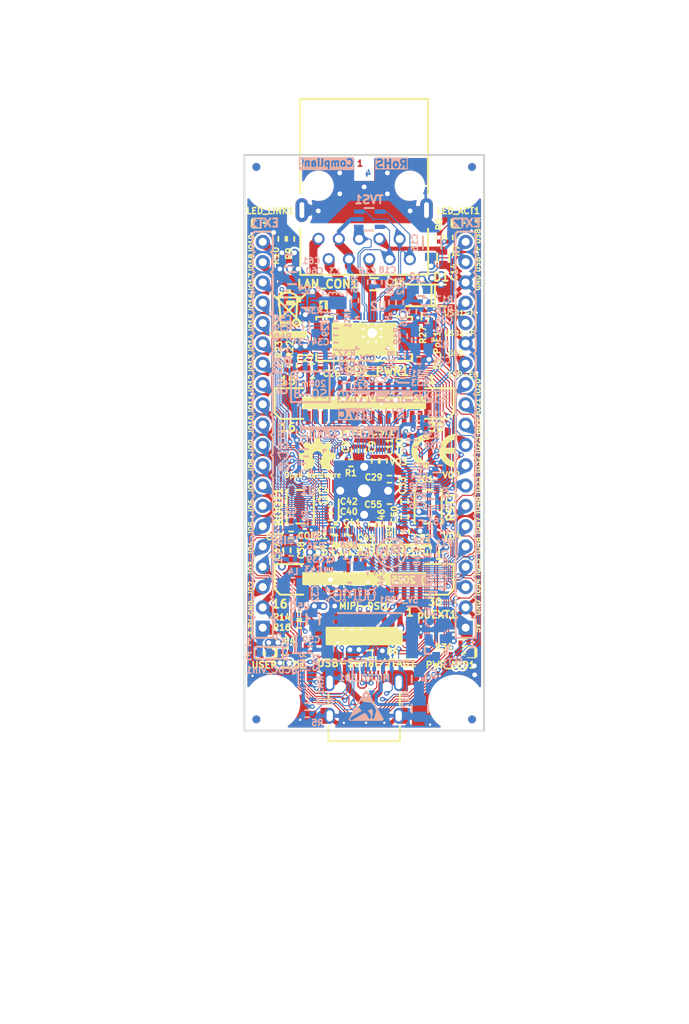
<source format=kicad_pcb>
(kicad_pcb (version 20221018) (generator pcbnew)
  (title_block (title "ESP32-P4-DevKit") (date "2025-02-03") (rev "C") (company "OLIMEX LTD.") (comment 1 "https://www.olimex.com/"))
  (layers (0 "F.Cu" signal) (1 "In1.Cu" signal) (2 "In2.Cu" signal) (31 "B.Cu" signal) (34 "B.Paste" user) (35 "F.Paste" user) (36 "B.SilkS" user "B.Silkscreen") (37 "F.SilkS" user "F.Silkscreen") (38 "B.Mask" user) (39 "F.Mask" user) (44 "Edge.Cuts" user))
  (net 0 "")
  (net 1 "GND")
  (net 2 "/SD1_VDD")
  (net 3 "+2.5V")
  (net 6 "/LAN_Shield")
  (net 7 "Net-(U1-GPIO0{slash}XTAL_32K_N)")
  (net 8 "+3.3V")
  (net 9 "Net-(U1-GPIO1{slash}XTAL_32K_P)")
  (net 10 "VDD_CORE")
  (net 12 "Net-(U1-NC(VDD_HP_1))")
  (net 13 "Net-(U2-REGOUT)")
  (net 14 "/3.3V_PHY")
  (net 15 "/PHY_RSTN")
  (net 16 "/EN_DCDC")
  (net 17 "Net-(U4-FB)")
  (net 18 "/ESP_EN")
  (net 19 "+5V")
  (net 21 "/VDD_SD")
  (net 22 "+1V8")
  (net 23 "/ESP_LDO_VO1")
  (net 24 "Net-(U1-XTAL_P)")
  (net 25 "Net-(U1-XTAL_N)")
  (net 26 "/ESP_LDO_VO4")
  (net 27 "/PW+")
  (net 28 "/PW-")
  (net 29 "+5VP")
  (net 30 "/GPIO18")
  (net 31 "/GPIO19")
  (net 32 "/GPIO21")
  (net 33 "/GPIO20")
  (net 34 "/GPIO16")
  (net 35 "/GPIO17")
  (net 36 "/GPIO15")
  (net 37 "/GPIO14")
  (net 38 "/GPIO12")
  (net 39 "/GPIO13")
  (net 40 "/GPIO6")
  (net 41 "/GPIO9")
  (net 42 "/GPIO48")
  (net 43 "/GPIO46")
  (net 44 "/GPIO47")
  (net 45 "/GPIO3\\SD_DET")
  (net 46 "/GPIO33")
  (net 47 "/GPIO36")
  (net 48 "/GPIO32")
  (net 49 "/GPIO23")
  (net 50 "/GPIO22")
  (net 51 "/USB_DP")
  (net 52 "/CSI_DATA0N")
  (net 53 "/CSI_DATA0P")
  (net 54 "/CSI_DATA1N")
  (net 55 "/CSI_DATA1P")
  (net 56 "/CSI_CLKN")
  (net 57 "/CSI_CLKP")
  (net 58 "/DSI_DATA1N")
  (net 59 "/DSI_DATA1P")
  (net 60 "/DSI_CLKN")
  (net 61 "/DSI_CLKP")
  (net 62 "/DSI_DATA0N")
  (net 63 "/DSI_DATA0P")
  (net 64 "Net-(U2-X1)")
  (net 65 "/SD1_PWR_EN")
  (net 66 "Net-(U2-X2)")
  (net 67 "Net-(LAN_CON1-TCT)")
  (net 68 "Net-(LAN_CON1-RCT)")
  (net 69 "/TD+")
  (net 70 "/TD-")
  (net 71 "/SD1_D2")
  (net 72 "/SD1_D3")
  (net 73 "/SD1_CMD")
  (net 74 "/RD+")
  (net 75 "/SD1_CLK")
  (net 76 "/SD1_D0")
  (net 77 "/SD1_D1")
  (net 78 "Net-(PWR_LED1-A)")
  (net 79 "Net-(U1-DSI_REXT)")
  (net 80 "+5V_USB")
  (net 81 "Net-(U1-CSI_REXT)")
  (net 82 "/RD-")
  (net 83 "/LED0\\PHY_AD0")
  (net 84 "Net-(U5-SW)")
  (net 85 "Net-(U2-ISET)")
  (net 86 "/FB_DCDC")
  (net 87 "Net-(LED_ACT1-A)")
  (net 88 "Net-(USER_LED1-A)")
  (net 89 "/GPIO11")
  (net 90 "/GPIO10")
  (net 91 "/SW1")
  (net 92 "/FLASH_CS")
  (net 93 "/FLASH_Q")
  (net 94 "/FLASH_WP")
  (net 95 "/FLASH_HOLD")
  (net 96 "/FLASH_CK")
  (net 97 "/FLASH_D")
  (net 98 "/50MHz_CLKO")
  (net 99 "/RMII_RXDV")
  (net 100 "/RMII_RXD0")
  (net 101 "/RMII_RXD1")
  (net 102 "/MDC")
  (net 103 "/RMII_TXEN")
  (net 104 "/RMII_CLK")
  (net 105 "/MDIO")
  (net 106 "Net-(U2-COL{slash}RMII)")
  (net 107 "Net-(U2-CRS{slash}LEDMOD)")
  (net 113 "Net-(LED_LINK1-A)")
  (net 114 "/RXER{slash}INTR_32")
  (net 119 "/PG_Core")
  (net 120 "/DCDC_Vin")
  (net 121 "/LED3\\PHY_AD3")
  (net 122 "/GPIO35\\RMII_TXD1")
  (net 123 "/GPIO34\\RMII_TXD0")
  (net 124 "/CSI_IO1\\Strobe")
  (net 125 "/CSI_IO0\\Reset")
  (net 142 "/GPIO8\\I2C_SCL")
  (net 143 "/GPIO7\\I2C_SDA")
  (net 159 "/USB1P1_1P")
  (net 160 "/USB1P1_1N")
  (net 161 "Net-(USB-Serial/JTAG1-CC2)")
  (net 162 "Net-(USB-Serial/JTAG1-CC1)")
  (net 163 "/USB1P1_0N")
  (net 164 "/USB1P1_0P")
  (net 167 "/GPIO2\\User_Led")
  (net 168 "Net-(MICRO_SD1-Card_Detect)")
  (net 169 "/USB_DN")
  (net 170 "/UART0_TX")
  (net 171 "/UART0_RX")
  (net 172 "/GPIO4\\SPI_SCK(CLK)")
  (net 173 "/GPIO5\\SPI_CSn(CS#)")
  (net 174 "/GPIO54\\SPI_RX(MISO)")
  (net 175 "/GPIO53\\SPI_TX(MOSI)")
  (footprint "OLIMEX_Connectors-FP:USB2.0_TYPE-C(A40-00119-A52-12)_Paste" (layer "F.Cu") (at 150 119 -90)
    (fp_text reference "USB-Serial/JTAG1")
    (fp_text value "USB-C-16P-F(A40-00119-A52-12)")
  )
  (footprint "OLIMEX_Connectors-FP:TE_1-1734248-5" (layer "F.Cu") (at 150 81)
    (fp_text reference "MIPI-CSI1")
    (fp_text value "FPA-VZA2-15-LF")
  )
  (footprint "OLIMEX_LEDs-FP:LED_0603_KA" (layer "F.Cu") (at 137.5 112.3 180)
    (fp_text reference "USER_LED1")
    (fp_text value "LED/Green/0603")
  )
  (footprint "OLIMEX_RLC-FP:C_0402_5MIL_DWS" (layer "F.Cu") (at 145.796 94.361)
    (fp_text reference "C4")
    (fp_text value "100nF/10V/20%/X5R/C0402")
  )
  (footprint "OLIMEX_LEDs-FP:LED_0603_KA" (layer "F.Cu") (at 137.5 58.5)
    (fp_text reference "LED_LINK1")
    (fp_text value "LED/Green/0603")
  )
  (footprint "OLIMEX_Other-FP:TESTPAD_40-ROUND" (layer "F.Cu") (at 158.877 71.374)
    (fp_text reference "5V_PoE1")
    (fp_text value "TESTPAD" hide)
  )
  (footprint "OLIMEX_RLC-FP:C_0402_5MIL_DWS" (layer "F.Cu") (at 155.067 93.345 -90)
    (fp_text reference "C33")
    (fp_text value "1uF/6.3V/10%/X5R/C0402")
  )
  (footprint "OLIMEX_Buttons-FP:YTS-A016-X" (layer "F.Cu") (at 142 94 90)
    (fp_text reference "BOOT1")
    (fp_text value "YTS-A016-X" hide)
  )
  (footprint "OLIMEX_RLC-FP:C_0402_5MIL_DWS" (layer "F.Cu") (at 155.194 97.155 90)
    (fp_text reference "C52")
    (fp_text value "100nF/10V/20%/X5R/C0402")
  )
  (footprint "OLIMEX_RLC-FP:R_0402_5MIL_DWS" (layer "F.Cu") (at 141.859 107.569 180)
    (fp_text reference "R14")
    (fp_text value "4.7k/R0402")
  )
  (footprint "OLIMEX_RLC-FP:C_0402_5MIL_DWS" (layer "F.Cu") (at 145.796 95.25)
    (fp_text reference "C3")
    (fp_text value "10uF/6.3V/20%/X5R/C0402")
  )
  (footprint "OLIMEX_Other-FP:TESTPAD_40-ROUND" (layer "F.Cu") (at 159.258 97.536)
    (fp_text reference "VO4")
    (fp_text value "TESTPAD" hide)
  )
  (footprint "OLIMEX_RLC-FP:C_0402_5MIL_DWS" (layer "F.Cu") (at 140.335 99.441 90)
    (fp_text reference "C37")
    (fp_text value "10uF/6.3V/20%/X5R/C0402")
  )
  (footprint "OLIMEX_RLC-FP:C_0402_5MIL_DWS" (layer "F.Cu") (at 155.067 95.25 -90)
    (fp_text reference "C50")
    (fp_text value "100nF/10V/20%/X5R/C0402")
  )
  (footprint "OLIMEX_RLC-FP:R_0402_5MIL_DWS" (layer "F.Cu") (at 141.097 76.327 90)
    (fp_text reference "R22")
    (fp_text value "2.2k/R0402")
  )
  (footprint "OLIMEX_LEDs-FP:LED_0603_KA" (layer "F.Cu") (at 162.5 58.5)
    (fp_text reference "LED_ACT1")
    (fp_text value "LED/Yellow/0603")
  )
  (footprint "OLIMEX_RLC-FP:C_0402_5MIL_DWS" (layer "F.Cu") (at 148.209 98.044)
    (fp_text reference "C45")
    (fp_text value "100nF/10V/20%/X5R/C0402")
  )
  (footprint "OLIMEX_RLC-FP:C_0402_5MIL_DWS" (layer "F.Cu") (at 143.51 76.581)
    (fp_text reference "C27")
    (fp_text value "10uF/6.3V/20%/X5R/C0402")
  )
  (footprint "OLIMEX_RLC-FP:C_0603_5MIL_DWS" (layer "F.Cu") (at 151.257 66.167)
    (fp_text reference "C15")
    (fp_text value "100nF/50V/20%/Y5V/C0603")
  )
  (footprint "OLIMEX_Connectors-FP:TE_1-1734248-5" (layer "F.Cu") (at 150 103)
    (fp_text reference "MIPI-DSI1")
    (fp_text value "FPA-VZA2-15-LF")
  )
  (footprint "OLIMEX_RLC-FP:R_0402_5MIL_DWS" (layer "F.Cu") (at 159.385 60.325 -90)
    (fp_text reference "R8")
    (fp_text value "2.2k/R0402")
  )
  (footprint "OLIMEX_Signs-FP:Sign_RecycleBin_1" (layer "F.Cu") (at 138.176 72.898)
    (fp_text reference "Sign_RecycleBin_1" hide)
    (fp_text value "Sign_RecycleBin_1" hide)
  )
  (footprint "OLIMEX_RLC-FP:C_0402_5MIL_DWS" (layer "F.Cu") (at 147.828 97.028)
    (fp_text reference "C41")
    (fp_text value "100nF/10V/20%/X5R/C0402")
  )
  (footprint "OLIMEX_RLC-FP:C_0402_5MIL_DWS" (layer "F.Cu") (at 143.51 77.47)
    (fp_text reference "C28")
    (fp_text value "100nF/10V/20%/X5R/C0402")
  )
  (footprint "OLIMEX_Other-FP:TESTPAD_40-ROUND" (layer "F.Cu") (at 143.256 98.679)
    (fp_text reference "CORE1")
    (fp_text value "TESTPAD" hide)
  )
  (footprint "OLIMEX_Other-FP:Fiducial1x3_Paste" (layer "F.Cu") (at 136.5 51.5)
    (fp_text reference "FID2" hide)
    (fp_text value "Fiducial" hide)
  )
  (footprint "OLIMEX_Buttons-FP:YTS-A016-X" (layer "F.Cu") (at 158 94 -90)
    (fp_text reference "RST1")
    (fp_text value "YTS-A016-X" hide)
  )
  (footprint "OLIMEX_RLC-FP:C_0402_5MIL_DWS" (layer "F.Cu") (at 153.162 93.218)
    (fp_text reference "C55")
    (fp_text value "1uF/6.3V/10%/X5R/C0402")
  )
  (footprint "OLIMEX_RLC-FP:R_0402_5MIL_DWS" (layer "F.Cu") (at 148.336 88.519)
    (fp_text reference "R1")
    (fp_text value "4.02k/1%/R0402")
  )
  (footprint "OLIMEX_RLC-FP:C_0402_5MIL_DWS" (layer "F.Cu") (at 141.224 99.441 90)
    (fp_text reference "C38")
    (fp_text value "100nF/10V/20%/X5R/C0402")
  )
  (footprint "OLIMEX_Other-FP:TESTPAD_40-ROUND" (layer "F.Cu") (at 159.004 89.789)
    (fp_text reference "VO2")
    (fp_text value "TESTPAD" hide)
  )
  (footprint "OLIMEX_LEDs-FP:LED_0603_KA" (layer "F.Cu") (at 162.5 112.3 180)
    (fp_text reference "PWR_LED1")
    (fp_text value "LED/RED/0603")
  )
  (footprint "OLIMEX_Signs-FP:Sign_OSHW_7.3x6.0mmn" (layer "F.Cu") (at 144.145 88.138)
    (fp_text reference "Sign_OSHW_7.3x6.0mm" hide)
    (fp_text value "Sign_OSHW_7.3x6.0mm" hide)
  )
  (footprint "OLIMEX_RLC-FP:R_0402_5MIL_DWS" (layer "F.Cu") (at 141.859 108.712)
    (fp_text reference "R16")
    (fp_text value "22R/R0402")
  )
  (footprint "OLIMEX_RLC-FP:C_0402_5MIL_DWS" (layer "F.Cu") (at 151.384 88.265 -90)
    (fp_text reference "C11")
    (fp_text value "100nF/10V/20%/X5R/C0402")
  )
  (footprint "OLIMEX_Connectors-FP:RJP-003TC1(LPJ4112CNL)" (layer "F.Cu") (at 150 54 180)
    (fp_text reference "LAN_CON1")
    (fp_text value "RJP-003TC1(LPJ4112CNL)")
  )
  (footprint "OLIMEX_RLC-FP:C_0402_5MIL_DWS" (layer "F.Cu") (at 146.05 97.028 180)
    (fp_text reference "C42")
    (fp_text value "100nF/10V/20%/X5R/C0402")
  )
  (footprint "OLIMEX_Connectors-FP:BM10B-SRSS-TB" (layer "F.Cu") (at 150 109.4 180)
    (fp_text reference "pUEXT1")
    (fp_text value "SH1.0-10P-180D")
  )
  (footprint "OLIMEX_RLC-FP:R_0402_5MIL_DWS" (layer "F.Cu") (at 140.208 76.327 -90)
    (fp_text reference "R23")
    (fp_text value "2.2k/R0402")
  )
  (footprint "OLIMEX_Other-FP:Mounting_Hole_Drill-3.3mm_Clerance-7mm" (layer "F.Cu") (at 161.5 118.5)
    (fp_text reference "MH4" hide)
    (fp_text value "Mounting_Hole_NPTH" hide)
  )
  (footprint "OLIMEX_RLC-FP:C_0402_5MIL_DWS" (layer "F.Cu") (at 151.003 96.266 -90)
    (fp_text reference "C46")
    (fp_text value "100nF/10V/20%/X5R/C0402")
  )
  (footprint "OLIMEX_Connectors-FP:PH2.0-4PLB" (layer "F.Cu") (at 150 73)
    (fp_text reference "POE_PWR1")
    (fp_text value "PH2.0-4AT")
  )
  (footprint "OLIMEX_RLC-FP:C_0402_5MIL_DWS" (layer "F.Cu") (at 153.162 90.551)
    (fp_text reference "C29")
    (fp_text value "100nF/10V/20%/X5R/C0402")
  )
  (footprint "OLIMEX_RLC-FP:R_0402_5MIL_DWS" (layer "F.Cu") (at 160.655 60.325 -90)
    (fp_text reference "R7")
    (fp_text value "4.7k/R0402")
  )
  (footprint "OLIMEX_RLC-FP:C_0402_5MIL_DWS" (layer "F.Cu") (at 149.733 86.995 90)
    (fp_text reference "C9")
    (fp_text value "100nF/10V/20%/X5R/C0402")
  )
  (footprint "OLIMEX_RLC-FP:R_0402_5MIL_DWS" (layer "F.Cu") (at 157.607 70.358 90)
    (fp_text reference "R27")
    (fp_text value "10k/R0402")
  )
  (footprint "OLIMEX_RLC-FP:C_0402_5MIL_DWS" (layer "F.Cu") (at 140.843 97.536)
    (fp_text reference "C57")
    (fp_text value "NA(100nF/10V/20%/X5R/C0402)")
  )
  (footprint "OLIMEX_RLC-FP:C_0402_5MIL_DWS" (layer "F.Cu") (at 154.305 97.155 90)
    (fp_text reference "C49")
    (fp_text value "10uF/6.3V/20%/X5R/C0402")
  )
  (footprint "OLIMEX_Other-FP:Mounting_Hole_Drill-3.3mm_Clerance-7mm" (layer "F.Cu") (at 138.5 53.5 90)
    (fp_text reference "MH2" hide)
    (fp_text value "Mounting_Hole_NPTH" hide)
  )
  (footprint "OLIMEX_Other-FP:Mounting_Hole_Drill-3.3mm_Clerance-7mm" (layer "F.Cu") (at 138.5 118.5 90)
    (fp_text reference "MH1" hide)
    (fp_text value "Mounting_Hole_NPTH" hide)
  )
  (footprint "OLIMEX_Other-FP:Fiducial1x3" (layer "F.Cu") (at 163.5 51.5)
    (fp_text reference "FID3" hide)
    (fp_text value "Fiducial" hide)
  )
  (footprint "OLIMEX_RLC-FP:C_0402_5MIL_DWS" (layer "F.Cu") (at 152.4 88.265 -90)
    (fp_text reference "C10")
    (fp_text value "1uF/6.3V/10%/X5R/C0402")
  )
  (footprint "OLIMEX_Signs-FP:CE_Sign" (layer "F.Cu") (at 159.766 86.995)
    (fp_text reference "Sign_CE" hide)
    (fp_text value "CE_Sign" hide)
  )
  (footprint "OLIMEX_RLC-FP:R_0402_5MIL_DWS" (layer "F.Cu") (at 140.8 60.5 -90)
    (fp_text reference "R9")
    (fp_text value "2.2k/R0402")
  )
  (footprint "OLIMEX_RLC-FP:R_0402_5MIL_DWS" (layer "F.Cu") (at 139.7 60.5 -90)
    (fp_text reference "R10")
    (fp_text value "4.7k/R0402")
  )
  (footprint "OLIMEX_RLC-FP:C_0603_5MIL_DWS" (layer "F.Cu") (at 159.893 62.865 90)
    (fp_text reference "C14")
    (fp_text value "100nF/50V/20%/Y5V/C0603")
  )
  (footprint "OLIMEX_RLC-FP:C_0402_5MIL_DWS" (layer "F.Cu") (at 146.431 98.044 180)
    (fp_text reference "C40")
    (fp_text value "10uF/6.3V/20%/X5R/C0402")
  )
  (footprint "OLIMEX_Diodes-FP:SMA-KA" (layer "F.Cu") (at 157.734 67.564 180)
    (fp_text reference "D1")
    (fp_text value "1N5822/SS34/SMA")
  )
  (footprint "OLIMEX_Other-FP:Fiducial1x3" (layer "F.Cu") (at 136.5 120.6)
    (fp_text reference "FID1" hide)
    (fp_text value "Fiducial" hide)
  )
  (footprint "OLIMEX_RLC-FP:C_0402_5MIL_DWS" (layer "F.Cu") (at 148.844 86.995 90)
    (fp_text reference "C8")
    (fp_text value "1uF/6.3V/10%/X5R/C0402")
  )
  (footprint "OLIMEX_RLC-FP:R_0402_5MIL_DWS" (layer "F.Cu") (at 140.208 112.141)
    (fp_text reference "R4")
    (fp_text value "2.2k/R0402")
  )
  (footprint "OLIMEX_Other-FP:TESTPAD_40-ROUND" (layer "F.Cu") (at 154.178 89.535)
    (fp_text reference "VO3")
    (fp_text value "TESTPAD" hide)
  )
  (footprint "OLIMEX_RLC-FP:R_0402_5MIL_DWS" (layer "F.Cu") (at 150.876 112.395 180)
    (fp_text reference "R6")
    (fp_text value "5.1k/1%/R0402")
  )
  (footprint "OLIMEX_Other-FP:Fiducial1x3_Paste" (layer "F.Cu") (at 163.5 120.6)
    (fp_text reference "FID4" hide)
    (fp_text value "Fiducial" hide)
  )
  (footprint "OLIMEX_Other-FP:Mounting_Hole_Drill-3.3mm_Clerance-7mm" (layer "F.Cu") (at 161.5 53.5)
    (fp_text reference "MH3" hide)
    (fp_text value "Mounting_Hole_NPTH" hide)
  )
  (footprint "OLIMEX_RLC-FP:R_0402_5MIL_DWS" (layer "F.Cu") (at 162.56 110.998)
    (fp_text reference "R34")
    (fp_text value "2.2k/R0402")
  )
  (footprint "OLIMEX_Other-FP:TESTPAD_40-ROUND" (layer "F.Cu") (at 155.956 90.805)
    (fp_text reference "VO1")
    (fp_text value "TESTPAD" hide)
  )
  (footprint "OLIMEX_RLC-FP:R_0402_5MIL_DWS" (layer "B.Cu") (at 157.607 69.342 180)
    (fp_text reference "R18")
    (fp_text value "NA/R0402")
  )
  (footprint "OLIMEX_RLC-FP:C_0402_5MIL_DWS" (layer "B.Cu") (at 158.369 97.155)
    (fp_text reference "C58")
    (fp_text value "1uF/6.3V/10%/X5R/C0402")
  )
  (footprint "OLIMEX_RLC-FP:R_0402_5MIL_DWS" (layer "B.Cu") (at 142.875 119.888)
    (fp_text reference "R5")
    (fp_text value "5.1k/1%/R0402")
  )
  (footprint "OLIMEX_RLC-FP:R_0402_5MIL_DWS" (layer "B.Cu") (at 153.162 82.042 90)
    (fp_text reference "R2")
    (fp_text value "4.02k/1%/R0402")
  )
  (footprint "OLIMEX_Connectors-FP:uSD(TFC-9P-1.xH(ATFFS150A01BR016))" (layer "B.Cu") (at 150.7 110.8 180)
    (fp_text reference "MICRO_SD1")
    (fp_text value "TFC-9P-1.7H(ATFFS150A01BR016)")
  )
  (footprint "OLIMEX_RLC-FP:C_0402_5MIL_DWS" (layer "B.Cu") (at 141.097 84.582 90)
    (fp_text reference "C35")
    (fp_text value "100nF/10V/20%/X5R/C0402")
  )
  (footprint "OLIMEX_RLC-FP:C_0402_5MIL_DWS" (layer "B.Cu") (at 145.796 99.822 180)
    (fp_text reference "C39")
    (fp_text value "100nF/10V/20%/X5R/C0402")
  )
  (footprint "OLIMEX_Transistors-FP:SOT23" (layer "B.Cu") (at 158.877 106.045)
    (fp_text reference "FET2")
    (fp_text value "WPM2015-3/TR")
  )
  (footprint "OLIMEX_RLC-FP:C_0603_5MIL_DWS" (layer "B.Cu") (at 140.97 65.405 180)
    (fp_text reference "C60")
    (fp_text value "22uF/6.3V/20%/X5R/C0603")
  )
  (footprint "OLIMEX_RLC-FP:R_0402_5MIL_DWS" (layer "B.Cu") (at 154.686 75.057 90)
    (fp_text reference "R24")
    (fp_text value "4.7k/R0402")
  )
  (footprint "OLIMEX_RLC-FP:C_0402_5MIL_DWS" (layer "B.Cu") (at 156.845 75.692 180)
    (fp_text reference "C25")
    (fp_text value "33pF/50V/5%/C0G/C0402")
  )
  (footprint "OLIMEX_Other-FP:TESTPAD_40-ROUND" (layer "B.Cu") (at 158.242 108.331 180)
    (fp_text reference "5V_USB1")
    (fp_text value "TESTPAD" hide)
  )
  (footprint "OLIMEX_RLC-FP:R_0402_5MIL_DWS" (layer "B.Cu") (at 148.082 77.978 180)
    (fp_text reference "R20")
    (fp_text value "10k/R0402")
  )
  (footprint "OLIMEX_RLC-FP:CD32" (layer "B.Cu") (at 141.097 104.394 180)
    (fp_text reference "L4")
    (fp_text value "1.0uH/2.5A/DCR=30mR/20%/3.00x3.00x1.50mm/CD32(SWPA3015S1R0MT)")
  )
  (footprint "OLIMEX_Connectors-FP:HN1x20" (layer "B.Cu") (at 137.3 85 90)
    (fp_text reference "EXT1")
    (fp_text value "NA(HN1x20)")
  )
  (footprint "OLIMEX_RLC-FP:C_0805_5MIL_DWS" (layer "B.Cu") (at 156.972 119.253 -90)
    (fp_text reference "C17")
    (fp_text value "47uF/6.3V/20%/X5R/C0805")
  )
  (footprint "OLIMEX_RLC-FP:C_0603_5MIL_DWS" (layer "B.Cu") (at 141.605 71.374 -90)
    (fp_text reference "C31")
    (fp_text value "NA(22uF/6.3V/20%/X5R/C0603)")
  )
  (footprint "OLIMEX_RLC-FP:C_0603_5MIL_DWS" (layer "B.Cu") (at 143.637 108.204 -90)
    (fp_text reference "C32")
    (fp_text value "22uF/6.3V/20%/X5R/C0603")
  )
  (footprint "OLIMEX_RLC-FP:R_0402_5MIL_DWS" (layer "B.Cu") (at 146.431 70.358)
    (fp_text reference "R30")
    (fp_text value "1.5k/R0402")
  )
  (footprint "OLIMEX_RLC-FP:C_0603_5MIL_DWS" (layer "B.Cu") (at 143.891 71.374 -90)
    (fp_text reference "C34")
    (fp_text value "22uF/6.3V/20%/X5R/C0603")
  )
  (footprint "OLIMEX_Crystal-FP:TSX-3.2x2.5mm_GND(3)" (layer "B.Cu") (at 157.226 73.152 -90)
    (fp_text reference "Q2")
    (fp_text value "Q25MHz/20pF/20ppm/4P/3.2x2.5mm")
  )
  (footprint "OLIMEX_Crystal-FP:TSX-3.2x2.5mm_GND(3)" (layer "B.Cu") (at 148.209 102.242)
    (fp_text reference "Q3")
    (fp_text value "Q40.000MHz/12pF/10ppm/4P/3.2x2.5x0.70mm(Harmony_Electronics_CORP./HSX321S)")
  )
  (footprint "OLIMEX_Signs-FP:Sign_PB-Free" (layer "B.Cu") (at 153.162 100.076 180)
    (fp_text reference "Sign_PB-Free")
    (fp_text value "Sign_PB-Free")
  )
  (footprint "OLIMEX_RLC-FP:C_0402_5MIL_DWS" (layer "B.Cu") (at 158.75 100.076 90)
    (fp_text reference "C47")
    (fp_text value "1uF/6.3V/10%/X5R/C0402")
  )
  (footprint "OLIMEX_RLC-FP:C_0402_5MIL_DWS" (layer "B.Cu") (at 140.843 100.584)
    (fp_text reference "C1")
    (fp_text value "22pF/50V/5%/C0G/C0402")
  )
  (footprint "OLIMEX_RLC-FP:R_0402_5MIL_DWS" (layer "B.Cu") (at 148.844 68.199 90)
    (fp_text reference "R15")
    (fp_text value "6.19k/1%/R0402")
  )
  (footprint "OLIMEX_RLC-FP:R_0402_5MIL_DWS" (layer "B.Cu") (at 139.954 74.295 90)
    (fp_text reference "R43")
    (fp_text value "10k/R0402")
  )
  (footprint "OLIMEX_Crystal-FP:CM7V-T1A(Crystal_Package-1206_3.20x1.50x0.65mm)" (layer "B.Cu") (at 140.843 98.171 90)
    (fp_text reference "Q1")
    (fp_text value "Q32.768kHz/12.5pF/2P/SMD1206")
  )
  (footprint "OLIMEX_RLC-FP:R_0402_5MIL_DWS" (layer "B.Cu") (at 154.813 77.47 180)
    (fp_text reference "R31")
    (fp_text value "NA(22R/R0402)")
  )
  (footprint "OLIMEX_IC-FP:QFN104_10mm×10mm_Pitch_0.35mm" (layer "B.Cu") (at 150 92 90)
    (fp_text reference "U1")
    (fp_text value "ESP32-P4NRWxx(QFN104)")
  )
  (footprint "OLIMEX_RLC-FP:R_0402_5MIL_DWS" (layer "B.Cu") (at 141.351 111.887 180)
    (fp_text reference "R41")
    (fp_text value "10.5k/1%/R0402")
  )
  (footprint "OLIMEX_RLC-FP:C_0402_5MIL_DWS" (layer "B.Cu") (at 156.083 69.596 -90)
    (fp_text reference "C26")
    (fp_text value "NA(10uF/6.3V/20%/X5R/C0402)")
  )
  (footprint "OLIMEX_RLC-FP:C_0402_5MIL_DWS" (layer "B.Cu") (at 142.367 89.027)
    (fp_text reference "C5")
    (fp_text value "100nF/10V/20%/X5R/C0402")
  )
  (footprint "OLIMEX_RLC-FP:C_0603_5MIL_DWS" (layer "B.Cu") (at 140.589 63.246 180)
    (fp_text reference "C61")
    (fp_text value "NA(22uF/6.3V/20%/X5R/C0603)")
  )
  (footprint "OLIMEX_RLC-FP:C_0402_5MIL_DWS" (layer "B.Cu") (at 153.543 68.453 90)
    (fp_text reference "C23")
    (fp_text value "100nF/10V/20%/X5R/C0402")
  )
  (footprint "OLIMEX_RLC-FP:R_0402_5MIL_DWS" (layer "B.Cu") (at 146.431 71.247)
    (fp_text reference "R29")
    (fp_text value "1.5k/R0402")
  )
  (footprint "OLIMEX_RLC-FP:R_0402_5MIL_DWS" (layer "B.Cu") (at 143.256 111.887)
    (fp_text reference "R42")
    (fp_text value "10.5k/1%/R0402")
  )
  (footprint "OLIMEX_RLC-FP:R_0402_5MIL_DWS" (layer "B.Cu") (at 147.447 78.994 180)
    (fp_text reference "R21")
    (fp_text value "NA(10k/R0402)")
  )
  (footprint "OLIMEX_RLC-FP:C_0402_5MIL_DWS" (layer "B.Cu") (at 156.464 86.106 180)
    (fp_text reference "C30")
    (fp_text value "NA(100nF/10V/20%/X5R/C0402)")
  )
  (footprint "OLIMEX_RLC-FP:CD32" (layer "B.Cu") (at 146.304 67.31 90)
    (fp_text reference "L3")
    (fp_text value "1.0uH/2.5A/DCR=30mR/20%/3.00x3.00x1.50mm/CD32(SWPA3015S1R0MT)")
  )
  (footprint "OLIMEX_RLC-FP:R_0402_5MIL_DWS" (layer "B.Cu") (at 160.274 93.98 90)
    (fp_text reference "R3")
    (fp_text value "4.7k/R0402")
  )
  (footprint "OLIMEX_RLC-FP:R_0402_5MIL_DWS" (layer "B.Cu") (at 140.208 69.215 180)
    (fp_text reference "R40")
    (fp_text value "6.49k/1%/R0402")
  )
  (footprint "OLIMEX_RLC-FP:C_0402_5MIL_DWS" (layer "B.Cu") (at 150.622 76.708 -90)
    (fp_text reference "C21")
    (fp_text value "100nF/10V/20%/X5R/C0402")
  )
  (footprint "OLIMEX_RLC-FP:C_0402_5MIL_DWS" (layer "B.Cu") (at 158.877 90.17 180)
    (fp_text reference "C54")
    (fp_text value "1uF/6.3V/10%/X5R/C0402")
  )
  (footprint "OLIMEX_IC-FP:SO-8_208mil" (layer "B.Cu") (at 143.25 79)
    (fp_text reference "U3")
    (fp_text value "W25Q128JVSIQ(16MB)")
  )
  (footprint "OLIMEX_RLC-FP:C_0402_5MIL_DWS" (layer "B.Cu") (at 150.876 102.235 -90)
    (fp_text reference "C44")
    (fp_text value "22pF/50V/5%/C0G/C0402")
  )
  (footprint "OLIMEX_Other-FP:Fiducial1x3_Paste" (layer "B.Cu") (at 136.5 51.5 -90)
    (fp_text reference "FID6" hide)
    (fp_text value "Fiducial" hide)
  )
  (footprint "OLIMEX_RLC-FP:L_0805_5MIL_DWS" (layer "B.Cu") (at 157.099 66.75 180)
    (fp_text reference "L2")
    (fp_text value "600OHM/2A/UPZ2012E-601-2R0TF/0805")
  )
  (footprint "OLIMEX_Other-FP:Fiducial1x3" (layer "B.Cu") (at 163.5 51.5 180)
    (fp_text reference "FID7" hide)
    (fp_text value "Fiducial" hide)
  )
  (footprint "OLIMEX_RLC-FP:C_0402_5MIL_DWS" (layer "B.Cu") (at 150.876 65.913 90)
    (fp_text reference "C19")
    (fp_text value "100nF/10V/20%/X5R/C0402")
  )
  (footprint "OLIMEX_RLC-FP:C_0402_5MIL_DWS" (layer "B.Cu") (at 140.208 67.437 180)
    (fp_text reference "C56")
    (fp_text value "NA(120pF/50V/5%/C0G/C0402)")
  )
  (footprint "OLIMEX_RLC-FP:C_0402_5MIL_DWS" (layer "B.Cu") (at 158.242 94.742 180)
    (fp_text reference "C36")
    (fp_text value "1uF/6.3V/10%/X5R/C0402")
  )
  (footprint "OLIMEX_Regulators-FP:SOT-563-6" (layer "B.Cu") (at 141.859 108.077 90)
    (fp_text reference "U5")
    (fp_text value "TPS62A02ADRLR(SOT-563-6)")
  )
  (footprint "OLIMEX_RLC-FP:R_0402_5MIL_DWS" (layer "B.Cu") (at 157.607 68.326)
    (fp_text reference "R17")
    (fp_text value "NA(10k/R0402)")
  )
  (footprint "OLIMEX_RLC-FP:C_0805_5MIL_DWS" (layer "B.Cu") (at 139.827 108.077 -90)
    (fp_text reference "C62")
    (fp_text value "47uF/6.3V/20%/X5R/C0805")
  )
  (footprint "OLIMEX_RLC-FP:C_0402_5MIL_DWS" (layer "B.Cu") (at 157.861 70.612)
    (fp_text reference "C24")
    (fp_text value "33pF/50V/5%/C0G/C0402")
  )
  (footprint "OLIMEX_RLC-FP:C_0402_5MIL_DWS" (layer "B.Cu") (at 142.113 86.36 180)
    (fp_text reference "C6")
    (fp_text value "10uF/6.3V/20%/X5R/C0402")
  )
  (footprint "OLIMEX_RLC-FP:C_0402_5MIL_DWS" (layer "B.Cu") (at 157.861 100.076 90)
    (fp_text reference "C48")
    (fp_text value "100nF/10V/20%/X5R/C0402")
  )
  (footprint "OLIMEX_RLC-FP:C_0402_5MIL_DWS" (layer "B.Cu") (at 154.432 68.453 90)
    (fp_text reference "C22")
    (fp_text value "10uF/6.3V/20%/X5R/C0402")
  )
  (footprint "OLIMEX_Other-FP:Fiducial1x3_Paste" (layer "B.Cu") (at 163.5 120.6 180)
    (fp_text reference "FID8" hide)
    (fp_text value "Fiducial" hide)
  )
  (footprint "OLIMEX_RLC-FP:C_0402_5MIL_DWS" (layer "B.Cu") (at 140.843 95.758)
    (fp_text reference "C2")
    (fp_text value "22pF/50V/5%/C0G/C0402")
  )
  (footprint "OLIMEX_RLC-FP:R_0402_5MIL_DWS" (layer "B.Cu") (at 146.431 73.914)
    (fp_text reference "R26")
    (fp_text value "NA(4.7k/R0402)")
  )
  (footprint "OLIMEX_RLC-FP:R_0402_5MIL_DWS" (layer "B.Cu") (at 142.875 118.11)
    (fp_text reference "R13")
    (fp_text value "4.7k/R0402")
  )
  (footprint "OLIMEX_RLC-FP:C_0402_5MIL_DWS" (layer "B.Cu") (at 156.718 83.693)
    (fp_text reference "C12")
    (fp_text value "100nF/10V/20%/X5R/C0402")
  )
  (footprint "OLIMEX_RLC-FP:R_0402_5MIL_DWS" (layer "B.Cu") (at 145.796 98.933 180)
    (fp_text reference "R36")
    (fp_text value "10k/R0402")
  )
  (footprint "OLIMEX_RLC-FP:L_0805_5MIL_DWS" (layer "B.Cu") (at 156.845 115.57 -90)
    (fp_text reference "L1")
    (fp_text value "600OHM/2A/UPZ2012E-601-2R0TF/0805")
  )
  (footprint "OLIMEX_IC-FP:QFN32_EP(33)_4.00x4.00x0.80mm_Pitch_0.40mm" (layer "B.Cu") (at 151.003 72.263 -90)
    (fp_text reference "U2")
    (fp_text value "IP101GRR(32-PIN_QFN)")
  )
  (footprint "OLIMEX_RLC-FP:C_1206_5MIL_DWS_ISO" (layer "B.Cu") (at 158.496 60.96 90)
    (fp_text reference "C16")
    (fp_text value "1nF/2000V/10%/X7R/C1206")
  )
  (footprint "OLIMEX_RLC-FP:C_0402_5MIL_DWS" (layer "B.Cu") (at 151.638 76.708 -90)
    (fp_text reference "C20")
    (fp_text value "10uF/6.3V/20%/X5R/C0402")
  )
  (footprint "OLIMEX_Signs-FP:Logo_OLIMEX_SMALL_TB" (layer "B.Cu") (at 148.336 105.029 180)
    (fp_text reference "Logo_OLIMEX_SMALL_TB")
    (fp_text value "Logo_OLIMEX_SMALL_TB")
  )
  (footprint "OLIMEX_Other-FP:Fiducial1x3" (layer "B.Cu") (at 136.5 120.6 -90)
    (fp_text reference "FID5" hide)
    (fp_text value "Fiducial" hide)
  )
  (footprint "OLIMEX_RLC-FP:R_0402_5MIL_DWS" (layer "B.Cu") (at 146.431 73.025)
    (fp_text reference "R25")
    (fp_text value "4.7k/R0402")
  )
  (footprint "OLIMEX_RLC-FP:C_0402_5MIL_DWS" (layer "B.Cu") (at 141.351 110.617 180)
    (fp_text reference "C59")
    (fp_text value "NA(120pF/50V/5%/C0G/C0402)")
  )
  (footprint "OLIMEX_RLC-FP:R_0402_5MIL_DWS" (layer "B.Cu") (at 155.575 85.217)
    (fp_text reference "R35")
    (fp_text value "NA(0R/R0402)")
  )
  (footprint "OLIMEX_Connectors-FP:HN1x20" (layer "B.Cu") (at 162.7 85 90)
    (fp_text reference "EXT2")
    (fp_text value "NA(HN1x20)")
  )
  (footprint "OLIMEX_RLC-FP:C_0402_5MIL_DWS" (layer "B.Cu") (at 151.765 65.913 90)
    (fp_text reference "C18")
    (fp_text value "10uF/6.3V/20%/X5R/C0402")
  )
  (footprint "OLIMEX_RLC-FP:R_0402_5MIL_DWS" (layer "B.Cu") (at 147.701 100.076)
    (fp_text reference "R28")
    (fp_text value "NA/R0402")
  )
  (footprint "OLIMEX_RLC-FP:C_0402_5MIL_DWS" (layer "B.Cu") (at 142.748 87.249 180)
    (fp_text reference "C7")
    (fp_text value "100nF/10V/20%/X5R/C0402")
  )
  (footprint "OLIMEX_Regulators-FP:SOT-563-6" (layer "B.Cu") (at 142.875 68.199)
    (fp_text reference "U4")
    (fp_text value "TPS62A02ADRLR(SOT-563-6)")
  )
  (footprint "OLIMEX_RLC-FP:R_0402_5MIL_DWS" (layer "B.Cu") (at 158.623 93.472 180)
    (fp_text reference "R37")
    (fp_text value "10k/R0402")
  )
  (footprint "OLIMEX_RLC-FP:RA0805_(4X0402)_xx_BIGGEROUTPADS" (layer "B.Cu") (at 142.748 115.57 -90)
    (fp_text reference "RM1")
    (fp_text value "RMAT_(4x0402)_4.7k")
  )
  (footprint "OLIMEX_Signs-FP:Sign_Antistatic_150" (layer "B.Cu") (at 150.241707 118.872 180)
    (fp_text reference "Sign_Antistatic_150" hide)
    (fp_text value "Sign_Antistatic_150" hide)
  )
  (footprint "OLIMEX_RLC-FP:R_0402_5MIL_DWS" (layer "B.Cu") (at 158.623 92.583 180)
    (fp_text reference "R38")
    (fp_text value "10k/R0402")
  )
  (footprint "OLIMEX_RLC-FP:C_0402_5MIL_DWS" (layer "B.Cu") (at 157.099 96.139 180)
    (fp_text reference "C51")
    (fp_text value "100nF/10V/20%/X5R/C0402")
  )
  (footprint "OLIMEX_RLC-FP:R_0402_5MIL_DWS" (layer "B.Cu") (at 142.621 97.663 90)
    (fp_text reference "R12")
    (fp_text value "10M/R0402")
  )
  (footprint "OLIMEX_Jumpers-FP:SJ_2_SMALL_12_TIED" (layer "B.Cu") (at 138.049 112.268 180)
    (fp_text reference "DCDC_Vin1")
    (fp_text value "Closed(1-2)")
  )
  (footprint "OLIMEX_RLC-FP:C_0402_5MIL_DWS" (layer "B.Cu") (at 145.542 101.854 90)
    (fp_text reference "C43")
    (fp_text value "22pF/50V/5%/C0G/C0402")
  )
  (footprint "OLIMEX_RLC-FP:C_0402_5MIL_DWS" (layer "B.Cu") (at 159.512 89.281 180)
    (fp_text reference "C53")
    (fp_text value "100nF/10V/20%/X5R/C0402")
  )
  (footprint "OLIMEX_Other-FP:TESTPAD_40-ROUND" (layer "B.Cu") (at 147.701 72.009)
    (fp_text reference "INT1")
    (fp_text value "TESTPAD" hide)
  )
  (footprint "OLIMEX_Diodes-FP:SOT-23-5" (layer "B.Cu") (at 150.622 58.039 180)
    (fp_text reference "TVS1")
    (fp_text value "ESDS314DBVR(SOT-23-5)")
  )
  (footprint "OLIMEX_RLC-FP:R_0402_5MIL_DWS" (layer "B.Cu") (at 146.431 72.136)
    (fp_text reference "R32")
    (fp_text value "4.7k/R0402")
  )
  (footprint "OLIMEX_RLC-FP:R_0402_5MIL_DWS" (layer "B.Cu") (at 153.289 77.724 -90)
    (fp_text reference "R33")
    (fp_text value "22R/R0402")
  )
  (footprint "OLIMEX_RLC-FP:C_0402_5MIL_DWS" (layer "B.Cu") (at 156.718 82.804)
    (fp_text reference "C13")
    (fp_text value "4.7uF/X5R/20%/10V/C0402")
  )
  (footprint "OLIMEX_Transistors-FP:SOT23" (layer "B.Cu") (at 159.004 111.76 90)
    (fp_text reference "FET1")
    (fp_text value "WPM2015-3/TR")
  )
  (footprint "OLIMEX_RLC-FP:R_0402_5MIL_DWS" (layer "B.Cu") (at 160.02 97.155 -90)
    (fp_text reference "R11")
    (fp_text value "10k/R0402")
  )
  (footprint "OLIMEX_RLC-FP:R_0402_5MIL_DWS" (layer "B.Cu") (at 140.208 68.326 180)
    (fp_text reference "R39")
    (fp_text value "30.1k/1%/R0402")
  )
  (footprint "OLIMEX_RLC-FP:R_0402_5MIL_DWS" (layer "B.Cu") (at 154.94 72.644 90)
    (fp_text reference "R19")
    (fp_text value "NA(10M/R0402)")
  )
  (gr_line (start 146.431 75.184) (end 146.177 74.93) (stroke (width 0.254)) (layer "B.SilkS"))
  (gr_line (start 155.3845 106.4895) (end 156.591 106.4895) (stroke (width 0.254)) (layer "B.SilkS"))
  (gr_line (start 146.177 74.93) (end 145.923 75.184) (stroke (width 0.254)) (layer "B.SilkS"))
  (gr_line (start 146.177 74.93) (end 146.177 77.216) (stroke (width 0.254)) (layer "B.SilkS"))
  (gr_line (start 145.923 75.184) (end 146.431 75.184) (stroke (width 0.254)) (layer "B.SilkS"))
  (gr_line (start 145.796 69.6976) (end 145.034 69.6976) (stroke (width 0.254)) (layer "B.SilkS"))
  (gr_line (start 156.591 106.4895) (end 157.48 107.442) (stroke (width 0.254)) (layer "B.SilkS"))
  (gr_line (start 154.305 78.486) (end 154.051 78.232) (stroke (width 0.254)) (layer "B.SilkS"))
  (gr_line (start 155.575 78.486) (end 154.305 78.486) (stroke (width 0.254)) (layer "B.SilkS"))
  (gr_line (start 146.812 95.631) (end 146.304 96.266) (stroke (width 0.254)) (layer "F.SilkS"))
  (gr_line (start 146.304 96.012) (end 146.558 96.266) (stroke (width 0.254)) (layer "F.SilkS"))
  (gr_line (start 146.304 96.266) (end 146.304 96.012) (stroke (width 0.254)) (layer "F.SilkS"))
  (gr_line (start 146.558 96.266) (end 146.304 96.266) (stroke (width 0.254)) (layer "F.SilkS"))
  (gr_line (start 146.812 93.091) (end 146.812 95.631) (stroke (width 0.254)) (layer "F.SilkS"))
  (gr_line (start 165 50) (end 135 50) (stroke (width 0.254)) (layer "Edge.Cuts"))
  (gr_line (start 165 122) (end 165 50) (stroke (width 0.254)) (layer "Edge.Cuts"))
  (gr_line (start 135 50) (end 135 122) (stroke (width 0.254)) (layer "Edge.Cuts"))
  (gr_line (start 135 122) (end 165 122) (stroke (width 0.254)) (layer "Edge.Cuts"))
  (gr_text "1" (at 149 51.5) (layer "F.Cu") (effects (font (size 0.762 0.762) (thickness 0.1905) bold) (justify left bottom)))
  (gr_text "4" (at 150 52.75) (layer "B.Cu") (effects (font (size 0.762 0.762) (thickness 0.1905) bold) (justify right bottom mirror)))
  (gr_text "3" (at 136.144 113.25) (layer "B.SilkS") (effects (font (size 0.889 0.889) (thickness 0.22225) bold) (justify left bottom mirror)))
  (gr_text "RoHS" (at 155.6 51.7) (layer "B.SilkS" knockout) (effects (font (size 1.016 1.016) (thickness 0.254) bold) (justify left bottom mirror)))
  (gr_text "(C) 2025" (at 159.1 103.632) (layer "B.SilkS" knockout) (effects (font (size 0.8128 0.8128) (thickness 0.2032) bold) (justify left bottom mirror)))
  (gr_text "ESP32-P4-DevKit" (at 161.036 80.899) (layer "B.SilkS" knockout) (effects (font (size 1.016 1.016) (thickness 0.254) bold) (justify left bottom mirror)))
  (gr_text "1" (at 140.85 113.25) (layer "B.SilkS") (effects (font (size 0.889 0.889) (thickness 0.22225) bold) (justify left bottom mirror)))
  (gr_text "Compliant" (at 148.8 51.5) (layer "B.SilkS" knockout) (effects (font (size 0.889 0.889) (thickness 0.22225) bold) (justify left bottom mirror)))
  (gr_text "Rev.C" (at 151.13 83.058) (layer "B.SilkS" knockout) (effects (font (size 1.016 1.016) (thickness 0.254) bold) (justify left bottom mirror)))
  (gr_text "1" (at 164.15 111.75) (layer "B.SilkS") (effects (font (size 0.889 0.889) (thickness 0.22225) bold) (justify left bottom mirror)))
  (gr_text "1" (at 136.1 111.45) (layer "B.SilkS") (effects (font (size 0.889 0.889) (thickness 0.22225) bold) (justify left bottom mirror)))
  (gr_text "www.olimex.com" (at 154.432 85.344) (layer "B.SilkS" knockout) (effects (font (size 1.016 1.016) (thickness 0.254) bold) (justify left bottom mirror)))
  (gr_text "5V" (at 164.592 109.855 90) (layer "F.SilkS") (effects (font (size 0.635 0.635) (thickness 0.15875) bold) (justify left bottom)))
  (gr_text "USB1-N" (at 159.893 70.1294) (layer "F.SilkS") (effects (font (size 0.635 0.635) (thickness 0.15875) bold) (justify left bottom)))
  (gr_text "GND" (at 160.401 75.184) (layer "F.SilkS") (effects (font (size 0.635 0.635) (thickness 0.15875) bold) (justify left bottom)))
  (gr_text "www.olimex.com" (at 145.923 100) (layer "F.SilkS" knockout) (effects (font (size 1.016 1.016) (thickness 0.254) bold) (justify left bottom)))
  (gr_text "IO2" (at 136.25 105 90) (layer "F.SilkS") (effects (font (size 0.635 0.635) (thickness 0.15875) bold) (justify left bottom)))
  (gr_text "IO11" (at 136.25 82.296 90) (layer "F.SilkS") (effects (font (size 0.635 0.635) (thickness 0.15875) bold) (justify left bottom)))
  (gr_text "IO3" (at 136.25 102.5 90) (layer "F.SilkS") (effects (font (size 0.635 0.635) (thickness 0.15875) bold) (justify left bottom)))
  (gr_text "IO17" (at 136.271 67.056 90) (layer "F.SilkS") (effects (font (size 0.635 0.635) (thickness 0.15875) bold) (justify left bottom)))
  (gr_text "GND" (at 136.25 107.75 90) (layer "F.SilkS") (effects (font (size 0.635 0.635) (thickness 0.15875) bold) (justify left bottom)))
  (gr_text "IO16" (at 136.271 69.596 90) (layer "F.SilkS") (effects (font (size 0.635 0.635) (thickness 0.15875) bold) (justify left bottom)))
  (gr_text "USB-N" (at 164.592 61.214 90) (layer "F.SilkS") (effects (font (size 0.635 0.635) (thickness 0.15875) bold) (justify left bottom)))
  (gr_text "IO13" (at 136.271 77.216 90) (layer "F.SilkS") (effects (font (size 0.635 0.635) (thickness 0.15875) bold) (justify left bottom)))
  (gr_text "IO15" (at 136.271 72.136 90) (layer "F.SilkS") (effects (font (size 0.635 0.635) (thickness 0.15875) bold) (justify left bottom)))
  (gr_text "USB1-P" (at 159.893 72.6694) (layer "F.SilkS") (effects (font (size 0.635 0.635) (thickness 0.15875) bold) (justify left bottom)))
  (gr_text "IO6" (at 136.25 94.75 90) (layer "F.SilkS") (effects (font (size 0.635 0.635) (thickness 0.15875) bold) (justify left bottom)))
  (gr_text "USB-P" (at 164.592 64.77 90) (layer "F.SilkS") (effects (font (size 0.635 0.635) (thickness 0.15875) bold) (justify left bottom)))
  (gr_text "GND" (at 164.592 67.056 90) (layer "F.SilkS") (effects (font (size 0.635 0.635) (thickness 0.15875) bold) (justify left bottom)))
  (gr_text "IO33" (at 164.592 92.456 90) (layer "F.SilkS") (effects (font (size 0.635 0.635) (thickness 0.15875) bold) (justify left bottom)))
  (gr_text "IO32" (at 164.592 89.916 90) (layer "F.SilkS") (effects (font (size 0.635 0.635) (thickness 0.15875) bold) (justify left bottom)))
  (gr_text "IO23" (at 164.592 87.503 90) (layer "F.SilkS") (effects (font (size 0.635 0.635) (thickness 0.15875) bold) (justify left bottom)))
  (gr_text "IO20" (at 164.592 80.264 90) (layer "F.SilkS") (effects (font (size 0.635 0.635) (thickness 0.15875) bold) (justify left bottom)))
  (gr_text "IO5" (at 136.25 97.5 90) (layer "F.SilkS") (effects (font (size 0.635 0.635) (thickness 0.15875) bold) (justify left bottom)))
  (gr_text "IO21" (at 164.592 82.677 90) (layer "F.SilkS") (effects (font (size 0.635 0.635) (thickness 0.15875) bold) (justify left bottom)))
  (gr_text "IO18" (at 136.271 64.643 90) (layer "F.SilkS") (effects (font (size 0.635 0.635) (thickness 0.15875) bold) (justify left bottom)))
  (gr_text "IO19" (at 136.271 62.23 90) (layer "F.SilkS") (effects (font (size 0.635 0.635) (thickness 0.15875) bold) (justify left bottom)))
  (gr_text "IO48" (at 164.592 100.076 90) (layer "F.SilkS") (effects (font (size 0.635 0.635) (thickness 0.15875) bold) (justify left bottom)))
  (gr_text "GND" (at 164.592 107.696 90) (layer "F.SilkS") (effects (font (size 0.635 0.635) (thickness 0.15875) bold) (justify left bottom)))
  (gr_text "IO47" (at 164.592 97.536 90) (layer "F.SilkS") (effects (font (size 0.635 0.635) (thickness 0.15875) bold) (justify left bottom)))
  (gr_text "IO12" (at 136.25 79.75 90) (layer "F.SilkS") (effects (font (size 0.635 0.635) (thickness 0.15875) bold) (justify left bottom)))
  (gr_text "IO46" (at 164.592 94.996 90) (layer "F.SilkS") (effects (font (size 0.635 0.635) (thickness 0.15875) bold) (justify left bottom)))
  (gr_text "IO53" (at 164.592 102.743 90) (layer "F.SilkS") (effects (font (size 0.635 0.635) (thickness 0.15875) bold) (justify left bottom)))
  (gr_text "IO10" (at 136.25 84.836 90) (layer "F.SilkS") (effects (font (size 0.635 0.635) (thickness 0.15875) bold) (justify left bottom)))
  (gr_text "IO9" (at 136.25 87.25 90) (layer "F.SilkS") (effects (font (size 0.635 0.635) (thickness 0.15875) bold) (justify left bottom)))
  (gr_text "IO54" (at 164.592 105.283 90) (layer "F.SilkS") (effects (font (size 0.635 0.635) (thickness 0.15875) bold) (justify left bottom)))
  (gr_text "ESP-EN" (at 160.401 77.851) (layer "F.SilkS") (effects (font (size 0.635 0.635) (thickness 0.15875) bold) (justify left bottom)))
  (gr_text "IO22" (at 164.592 85.09 90) (layer "F.SilkS") (effects (font (size 0.635 0.635) (thickness 0.15875) bold) (justify left bottom)))
  (gr_text "3.3V" (at 136.25 110.25 90) (layer "F.SilkS") (effects (font (size 0.635 0.635) (thickness 0.15875) bold) (justify left bottom)))
  (gr_text "IO14" (at 136.25 74.676 90) (layer "F.SilkS") (effects (font (size 0.635 0.635) (thickness 0.15875) bold) (justify left bottom)))
  (gr_text "IO8" (at 136.25 89.662 90) (layer "F.SilkS") (effects (font (size 0.635 0.635) (thickness 0.15875) bold) (justify left bottom)))
  (gr_text "IO7" (at 136.25 92.25 90) (layer "F.SilkS") (effects (font (size 0.635 0.635) (thickness 0.15875) bold) (justify left bottom)))
  (gr_text "IO4" (at 136.25 100 90) (layer "F.SilkS") (effects (font (size 0.635 0.635) (thickness 0.15875) bold) (justify left bottom)))
  (segment (start 146.685 114.141) (end 146.685 113.86) (width 0.3048) (layer "F.Cu") (net 1))
  (segment (start 153.5 107.975) (end 153.5 110.32) (width 0.6096) (layer "F.Cu") (net 1))
  (segment (start 162.2 113.1) (end 160.7 113.1) (width 0.3048) (layer "F.Cu") (net 1))
  (segment (start 145.68 114.3) (end 145.68 114.6) (width 0.3048) (layer "F.Cu") (net 1))
  (segment (start 152.654 90.17) (end 151.892 90.17) (width 0.508) (layer "F.Cu") (net 1))
  (segment (start 152.273 112.0225) (end 151.9005 112.395) (width 0.508) (layer "F.Cu") (net 1))
  (segment (start 143.383 96.901) (end 143.075 96.593) (width 0.508) (layer "F.Cu") (net 1))
  (segment (start 146.925 115.1202) (end 146.0752 115.97) (width 0.3048) (layer "F.Cu") (net 1))
  (segment (start 155.614 115.97) (end 155.6 115.956) (width 0.762) (layer "F.Cu") (net 1))
  (segment (start 153.5 110.32) (end 153.543 110.363) (width 0.6096) (layer "F.Cu") (net 1))
  (segment (start 152.654 89.408) (end 153.035 89.408) (width 1.016) (layer "F.Cu") (net 1))
  (segment (start 146.675 115.068) (end 146.52 115.068) (width 0.3048) (layer "F.Cu") (net 1))
  (segment (start 146.675 115.068) (end 146.675 114.575) (width 0.3048) (layer "F.Cu") (net 1))
  (segment (start 156.9995 97.027224) (end 155.956776 97.027224) (width 0.3048) (layer "F.Cu") (net 1))
  (segment (start 137.3 106.59) (end 137.3 106.159) (width 0.762) (layer "F.Cu") (net 1))
  (segment (start 152.4 88.773) (end 151.384 88.773) (width 0.508) (layer "F.Cu") (net 1))
  (segment (start 150 95) (end 150.245 95) (width 0.508) (layer "F.Cu") (net 1))
  (segment (start 147.32 97.028) (end 147.574 96.774) (width 0.508) (layer "F.Cu") (net 1))
  (segment (start 152.654 92.346) (end 152.654 93.218) (width 0.508) (layer "F.Cu") (net 1))
  (segment (start 156.9995 97.027224) (end 156.925 96.952724) (width 0.254) (layer "F.Cu") (net 1))
  (segment (start 147.447 121.031) (end 146.463 121.031) (width 0.508) (layer "F.Cu") (net 1))
  (segment (start 160.528 96.139) (end 160.909 95.758) (width 0.254) (layer "F.Cu") (net 1))
  (segment (start 156.925 96.065481) (end 155.956 95.096481) (width 0.4064) (layer "F.Cu") (net 1))
  (segment (start 156.925 96.952724) (end 156.925 96.075) (width 0.762) (layer "F.Cu") (net 1))
  (segment (start 153 91.186) (end 153 90.897) (width 0.508) (layer "F.Cu") (net 1))
  (segment (start 153 90.897) (end 152.654 90.551) (width 0.508) (layer "F.Cu") (net 1))
  (segment (start 163.262 112.3) (end 163.8 112.838) (width 1.016) (layer "F.Cu") (net 1))
  (segment (start 147.32 97.028) (end 146.939 97.028) (width 0.508) (layer "F.Cu") (net 1))
  (segment (start 155.956776 97.027224) (end 155.321 97.663) (width 0.3048) (layer "F.Cu") (net 1))
  (segment (start 160.115 114.808) (end 160.0115 114.9115) (width 0.127) (layer "F.Cu") (net 1))
  (segment (start 146.925 115.5155) (end 146.3 116.1405) (width 0.3048) (layer "F.Cu") (net 1))
  (segment (start 152.654 91.654) (end 152.654 91.059) (width 0.508) (layer "F.Cu") (net 1))
  (segment (start 145.68 114.6) (end 145.68 115.97) (width 0.3048) (layer "F.Cu") (net 1))
  (segment (start 148.095 63.894) (end 149.1615 64.9605) (width 1.016) (layer "F.Cu") (net 1))
  (segment (start 153.8988 115.97) (end 154.32 115.97) (width 0.3048) (layer "F.Cu") (net 1))
  (segment (start 163.262 112.3) (end 162.462 113.1) (width 0.3048) (layer "F.Cu") (net 1))
  (segment (start 146.939 97.028) (end 146.558 97.028) (width 0.508) (layer "F.Cu") (net 1))
  (segment (start 135.5725 104.8625) (end 135.509 104.926) (width 0.254) (layer "F.Cu") (net 1))
  (segment (start 156.3 115.284) (end 156.464 115.284) (width 0.508) (layer "F.Cu") (net 1))
  (segment (start 145 102.3112) (end 145 101.175) (width 0.508) (layer "F.Cu") (net 1))
  (segment (start 154.9276 115.97) (end 154.9276 115.6774) (width 0.508) (layer "F.Cu") (net 1))
  (segment (start 148 79.9269) (end 147.3835 80.5434) (width 0.508) (layer "F.Cu") (net 1))
  (segment (start 157.226 84.582) (end 157.734 84.074) (width 0.4064) (layer "F.Cu") (net 1))
  (segment (start 155.614 115.97) (end 154.32 115.97) (width 0.762) (layer "F.Cu") (net 1))
  (segment (start 148 101.175) (end 148 102.915) (width 0.508) (layer "F.Cu") (net 1))
  (segment (start 153.4 102.489) (end 153.924 102.489) (width 0.4064) (layer "F.Cu") (net 1))
  (segment (start 141.859 97.282) (end 141.859 96.52) (width 0.508) (layer "F.Cu") (net 1))
  (segment (start 141.5796 85.6742) (end 141.5796 85.6996) (width 0.254) (layer "F.Cu") (net 1))
  (segment (start 146.27 115.97) (end 145.68 115.97) (width 0.3048) (layer "F.Cu") (net 1))
  (segment (start 141.224 98.933) (end 141.224 98.552) (width 0.127) (layer "F.Cu") (net 1))
  (segment (start 151.892 90.17) (end 151.638 89.916) (width 0.508) (layer "F.Cu") (net 1))
  (segment (start 153.6538 114.6962) (end 155.8762 114.6962) (width 0.508) (layer "F.Cu") (net 1))
  (segment (start 154.9276 115.6774) (end 155.321 115.284) (width 0.508) (layer "F.Cu") (net 1))
  (segment (start 150 89) (end 150.227 88.773) (width 0.508) (layer "F.Cu") (net 1))
  (segment (start 148.095 62.37) (end 146.825 61.1) (width 1.016) (layer "F.Cu") (net 1))
  (segment (start 150.8808 81.7118) (end 152.8826 81.7118) (width 0.2) (layer "F.Cu") (net 1))
  (segment (start 151.892 90.2716) (end 151.892 90.17) (width 0.508) (layer "F.Cu") (net 1))
  (segment (start 150 89) (end 150.408 89.408) (width 1.016) (layer "F.Cu") (net 1))
  (segment (start 160.5 114.808) (end 160.115 114.808) (width 0.3048) (layer "F.Cu") (net 1))
  (segment (start 152.654 91.0336) (end 151.892 90.2716) (width 0.508) (layer "F.Cu") (net 1))
  (segment (start 156.925 96.075) (end 156.925 96.065481) (width 0.4064) (layer "F.Cu") (net 1))
  (segment (start 155.067 94.742) (end 155.067 93.853) (width 0.508) (layer "F.Cu") (net 1))
  (segment (start 154 101.175) (end 154 102.413) (width 0.508) (layer "F.Cu") (net 1))
  (segment (start 151 79.175) (end 151 77.981) (width 0.508) (layer "F.Cu") (net 1))
  (segment (start 146.343 113.157) (end 146.685 113.157) (width 0.3048) (layer "F.Cu") (net 1))
  (segment (start 163.8 113.9) (end 163.8 115) (width 1.016) (layer "F.Cu") (net 1))
  (segment (start 147.3835 80.5434) (end 147.558329 80.5434) (width 0.4064) (layer "F.Cu") (net 1))
  (segment (start 151 102.994) (end 151 102.489) (width 0.508) (layer "F.Cu") (net 1))
  (segment (start 146.304 95.25) (end 147.066 95.25) (width 0.508) (layer "F.Cu") (net 1))
  (segment (start 154.1126 116.1774) (end 154.32 115.97) (width 0.3048) (layer "F.Cu") (net 1))
  (segment (start 148.095 63.04) (end 148.095 63.894) (width 1.016) (layer "F.Cu") (net 1))
  (segment (start 146.1625 113.3375) (end 146.343 113.157) (width 0.3048) (layer "F.Cu") (net 1))
  (segment (start 151.1554 100.0506) (end 151.1554 101.0196) (width 0.254) (layer "F.Cu") (net 1))
  (segment (start 145.8 113.7) (end 145.68 113.82) (width 0.3048) (layer "F.Cu") (net 1))
  (segment (start 150.227 88.773) (end 151.384 88.773) (width 0.508) (layer "F.Cu") (net 1))
  (segment (start 146.4405 116.1405) (end 146.3 116.1405) (width 0.3048) (layer "F.Cu") (net 1))
  (segment (start 146.641 114.141) (end 146 113.5) (width 0.3048) (layer "F.Cu") (net 1))
  (segment (start 160.909 95.758) (end 161.544 95.758) (width 0.254) (layer "F.Cu") (net 1))
  (segment (start 151 72.26) (end 151.003 72.263) (width 1.016) (layer "F.Cu") (net 1))
  (segment (start 150.726 81.557) (end 150.8808 81.7118) (width 0.2) (layer "F.Cu") (net 1))
  (segment (start 155.8 109.75) (end 157.077 109.75) (width 0.508) (layer "F.Cu") (net 1))
  (segment (start 139.7 98.298) (end 139.446 98.552) (width 0.254) (layer "F.Cu") (net 1))
  (segment (start 163.762 114.962) (end 163.83 115.03) (width 0.127) (layer "F.Cu") (net 1))
  (segment (start 152.527 121.031) (end 153.384 121.031) (width 0.508) (layer "F.Cu") (net 1))
  (segment (start 143.075 96.593) (end 143.075 96.075) (width 0.508) (layer "F.Cu") (net 1))
  (segment (start 163.45 114.65) (end 163.83 115.03) (width 1.016) (layer "F.Cu") (net 1))
  (segment (start 137.738 59.5) (end 136.738 58.5) (width 0.4064) (layer "F.Cu") (net 1))
  (segment (start 146.5 113.675) (end 146.5 113.314) (width 0.3048) (layer "F.Cu") (net 1))
  (segment (start 153 92) (end 153 91.186) (width 0.508) (layer "F.Cu") (net 1))
  (segment (start 155.187 110.363) (end 153.543 110.363) (width 1.016) (layer "F.Cu") (net 1))
  (segment (start 160.3 113.5) (end 160.3 114.623) (width 0.3048) (layer "F.Cu") (net 1))
  (segment (start 146.52 115.068) (end 146.148 115.068) (width 0.3048) (layer "F.Cu") (net 1))
  (segment (start 145.6 113.9) (end 146.343 113.157) (width 0.3048) (layer "F.Cu") (net 1))
  (segment (start 153.325 115.65) (end 153.325 115.906) (width 0.3048) (layer "F.Cu") (net 1))
  (segment (start 156.718 118.205) (end 156.718 119.634) (width 0.127) (layer "F.Cu") (net 1))
  (segment (start 151.532 96.135) (end 151.532 99.674) (width 0.254) (layer "F.Cu") (net 1))
  (segment (start 153.924 80.645) (end 154 80.569) (width 0.4064) (layer "F.Cu") (net 1))
  (segment (start 153.418 115.068) (end 154.32 115.97) (width 0.508) (layer "F.Cu") (net 1))
  (segment (start 153.075 115.068) (end 153.075 115.656) (width 0.3048) (layer "F.Cu") (net 1))
  (segment (start 146.925 115.068) (end 146.925 115.656) (width 0.3048) (layer "F.Cu") (net 1))
  (segment (start 146.685 114.141) (end 146.641 114.141) (width 0.3048) (layer "F.Cu") (net 1))
  (segment (start 144.018 76.581) (end 144.018 77.47) (width 0.508) (layer "F.Cu") (net 1))
  (segment (start 141.478 98.298) (end 139.7 98.298) (width 0.254) (layer "F.Cu") (net 1))
  (segment (start 145.68 113.82) (end 145.68 114.3) (width 0.3048) (layer "F.Cu") (net 1))
  (segment (start 163.45 113.55) (end 163.8 113.9) (width 1.016) (layer "F.Cu") (net 1))
  (segment (start 144.2 108.767) (end 143.129 107.696) (width 0.254) (layer "F.Cu") (net 1))
  (segment (start 153 92) (end 152.654 92.346) (width 0.508) (layer "F.Cu") (net 1))
  (segment (start 146.685 113.86) (end 146.5 113.675) (width 0.3048) (layer "F.Cu") (net 1))
  (segment (start 161.544 95.758) (end 161.925 95.377) (width 0.254) (layer "F.Cu") (net 1))
  (segment (start 146.925 114.381) (end 146.685 114.141) (width 0.3048) (layer "F.Cu") (net 1))
  (segment (start 152.654 90.551) (end 152.654 90.17) (width 0.508) (layer "F.Cu") (net 1))
  (segment (start 163.762 113.978) (end 163.262 113.478) (width 0.3048) (layer "F.Cu") (net 1))
  (segment (start 150 89) (end 149.071 89) (width 0.762) (layer "F.Cu") (net 1))
  (segment (start 138.684 59.69) (end 138.494 59.5) (width 0.4064) (layer "F.Cu") (net 1))
  (segment (start 145.8505 116.1405) (end 145.68 115.97) (width 0.3048) (layer "F.Cu") (net 1))
  (segment (start 163.608 114.808) (end 163.83 115.03) (width 0.3048) (layer "F.Cu") (net 1))
  (segment (start 154.9276 115.97) (end 153.6538 114.6962) (width 0.508) (layer "F.Cu") (net 1))
  (segment (start 157.734 81.661) (end 157 80.927) (width 0.254) (layer "F.Cu") (net 1))
  (segment (start 145.6 115.89) (end 145.68 115.97) (width 0.3048) (layer "F.Cu") (net 1))
  (segment (start 144.145 77.343) (end 144.018 77.47) (width 0.508) (layer "F.Cu") (net 1))
  (segment (start 151 101.175) (end 151 102.994) (width 0.4064) (layer "F.Cu") (net 1))
  (segment (start 156.845 102.489) (end 157 102.334) (width 0.508) (layer "F.Cu") (net 1))
  (segment (start 163.8 114.008) (end 163.8 113.9) (width 0.3048) (layer "F.Cu") (net 1))
  (segment (start 153.55 115.97) (end 153.325 115.745) (width 0.3048) (layer "F.Cu") (net 1))
  (segment (start 152.654 90.17) (end 153.035 89.789) (width 0.508) (layer "F.Cu") (net 1))
  (segment (start 140.335 98.933) (end 139.827 98.933) (width 0.508) (layer "F.Cu") (net 1))
  (segment (start 160.7 113.1) (end 160.3 113.5) (width 0.3048) (layer "F.Cu") (net 1))
  (segment (start 151.532 99.674) (end 151.1554 100.0506) (width 0.254) (layer "F.Cu") (net 1))
  (segment (start 155.321 115.284) (end 155.6 115.284) (width 0.508) (layer "F.Cu") (net 1))
  (segment (start 163.608 114.808) (end 163 114.808) (width 0.3048) (layer "F.Cu") (net 1))
  (segment (start 156.084 115.068) (end 156.3 115.284) (width 0.3048) (layer "F.Cu") (net 1))
  (segment (start 146.925 115.656) (end 146.4405 116.1405) (width 0.3048) (layer "F.Cu") (net 1))
  (segment (start 155.6 115.284) (end 156.3 115.284) (width 0.508) (layer "F.Cu") (net 1))
  (segment (start 141.478 98.298) (end 142.24 98.298) (width 0.508) (layer "F.Cu") (net 1))
  (segment (start 153.325 115.068) (end 156.084 115.068) (width 0.3048) (layer "F.Cu") (net 1))
  (segment (start 153.67 91.186) (end 153.924 91.44) (width 0.254) (layer "F.Cu") (net 1))
  (segment (start 155.8762 114.6962) (end 156.464 115.284) (width 0.508) (layer "F.Cu") (net 1))
  (segment (start 156.868 91.925) (end 156.925 91.925) (width 0.4064) (layer "F.Cu") (net 1))
  (segment (start 146.304 94.361) (end 146.304 94.615) (width 0.508) (layer "F.Cu") (net 1))
  (segment (start 148.571929 81.557) (end 150.726 81.557) (width 0.4064) (layer "F.Cu") (net 1))
  (segment (start 163.697816 114.4) (end 163.762 114.4) (width 0.3048) (layer "F.Cu") (net 1))
  (segment (start 154.686 102.489) (end 156.845 102.489) (width 0.4064) (layer "F.Cu") (net 1))
  (segment (start 147.558329 80.5434) (end 148.571929 81.557) (width 0.4064) (layer "F.Cu") (net 1))
  (segment (start 149.225 87.503) (end 149.225 88.265) (width 0.508) (layer "F.Cu") (net 1))
  (segment (start 153.325 115.745) (end 153.325 115.65) (width 0.3048) (layer "F.Cu") (net 1))
  (segment (start 146.925 115.068) (end 146.925 114.381) (width 0.3048) (layer "F.Cu") (net 1))
  (segment (start 146.448 115.068) (end 145.68 114.3) (width 0.3048) (layer "F.Cu") (net 1))
  (segment (start 146.675 114.975) (end 145.6 113.9) (width 0.3048) (layer "F.Cu") (net 1))
  (segment (start 153.1845 115.7655) (end 153.5964 116.1774) (width 0.3048) (layer "F.Cu") (net 1))
  (segment (start 150 89) (end 149.733 88.733) (width 0.508) (layer "F.Cu") (net 1))
  (segment (start 150.495 103.505) (end 151.003 102.997) (width 0.508) (layer "F.Cu") (net 1))
  (segment (start 146.685 114.141) (end 146.685 113.157) (width 0.4064) (layer "F.Cu") (net 1))
  (segment (start 141.097 90.043) (end 141.097 90.826475) (width 0.254) (layer "F.Cu") (net 1))
  (segment (start 146.4405 116.1405) (end 146.27 115.97) (width 0.3048) (layer "F.Cu") (net 1))
  (segment (start 151 81.283) (end 151 79.175) (width 0.4064) (layer "F.Cu") (net 1))
  (segment (start 163.762 114.962) (end 163.608 114.808) (width 0.127) (layer "F.Cu") (net 1))
  (segment (start 157.734 84.074) (end 157.734 81.661) (width 0.4064) (layer "F.Cu") (net 1))
  (segment (start 146.939 98.044) (end 147.701 98.044) (width 0.508) (layer "F.Cu") (net 1))
  (segment (start 153.6538 114.6962) (end 153.325 114.6962) (width 0.508) (layer "F.Cu") (net 1))
  (segment (start 148.844 88.773) (end 148.844 88.519) (width 0.508) (layer "F.Cu") (net 1))
  (segment (start 135.509 104.926) (end 135.509 114.649) (width 0.254) (layer "F.Cu") (net 1))
  (segment (start 149.733 87.503) (end 149.225 87.503) (width 0.508) (layer "F.Cu") (net 1))
  (segment (start 155.6 115.956) (end 155.6 115.284) (width 0.762) (layer "F.Cu") (net 1))
  (segment (start 153.075 115.656) (end 153.1845 115.7655) (width 0.3048) (layer "F.Cu") (net 1))
  (segment (start 135.5725 95.5675) (end 135.5725 104.8625) (width 0.254) (layer "F.Cu") (net 1))
  (segment (start 163.45 113.55) (end 163.45 114.65) (width 1.016) (layer "F.Cu") (net 1))
  (segment (start 157.077 109.75) (end 157.099 109.728) (width 0.508) (layer "F.Cu") (net 1))
  (segment (start 153.4 102.489) (end 154.4 102.489) (width 0.4064) (layer "F.Cu") (net 1))
  (segment (start 146.148 115.068) (end 145.68 114.6) (width 0.3048) (layer "F.Cu") (net 1))
  (segment (start 155.956 92.837) (end 156.868 91.925) (width 0.4064) (layer "F.Cu") (net 1))
  (segment (start 153.325 115.906) (end 153.5964 116.1774) (width 0.3048) (layer "F.Cu") (net 1))
  (segment (start 152.273 111.125) (end 153.035 110.363) (width 1.016) (layer "F.Cu") (net 1))
  (segment (start 157 102.334) (end 157 101.175) (width 0.508) (layer "F.Cu") (net 1))
  (segment (start 149.0345 64.9605) (end 149.1615 64.9605) (width 0.508) (layer "F.Cu") (net 1))
  (segment (start 156.464 85.217) (end 153.67 85.217) (width 0.3048) (layer "F.Cu") (net 1))
  (segment (start 157.226 70.866) (end 157.607 70.866) (width 0.508) (layer "F.Cu") (net 1))
  (segment (start 151 67.053) (end 150.368 66.421) (width 1.016) (layer "F.Cu") (net 1))
  (segment (start 152.654 90.17) (end 152.654 89.408) (width 0.508) (layer "F.Cu") (net 1))
  (segment (start 137.3 106.59) (end 137.959 106.59) (width 0.762) (layer "F.Cu") (net 1))
  (segment (start 145.68 120.248) (end 145.68 120.15) (width 0.508) (layer "F.Cu") (net 1))
  (segment (start 148.844 88.519) (end 148.844 87.503) (width 0.508) (layer "F.Cu") (net 1))
  (segment (start 146.304 94.615) (end 146.304 95.25) (width 0.508) (layer "F.Cu") (net 1))
  (segment (start 151.1554 101.0196) (end 151 101.175) (width 0.254) (layer "F.Cu") (net 1))
  (segment (start 151.003 95.758) (end 151.155 95.758) (width 0.254) (layer "F.Cu") (net 1))
  (segment (start 149.071 89) (end 148.844 88.773) (width 0.508) (layer "F.Cu") (net 1))
  (segment (start 160.3 114.623) (end 160.485 114.808) (width 0.3048) (layer "F.Cu") (net 1))
  (segment (start 148 78.3775) (end 148.3995 77.978) (width 0.4064) (layer "F.Cu") (net 1))
  (segment (start 146.925 115.068) (end 146.925 115.1202) (width 0.3048) (layer "F.Cu") (net 1))
  (segment (start 148.095 63.04) (end 148.095 62.37) (width 1.016) (layer "F.Cu") (net 1))
  (segment (start 154.265 120.15) (end 154.32 120.15) (width 0.508) (layer "F.Cu") (net 1))
  (segment (start 138.986 59.992) (end 138.684 59.69) (width 0.508) (layer "F.Cu") (net 1))
  (segment (start 152.654 91.059) (end 152.654 90.551) (width 0.508) (layer "F.Cu") (net 1))
  (segment (start 153.389 115.97) (end 153.55 115.97) (width 0.3048) (layer "F.Cu") (net 1))
  (segment (start 152.654 91.059) (end 152.654 91.0336) (width 0.508) (layer "F.Cu") (net 1))
  (segment (start 144.653 77.343) (end 144.145 77.343) (width 0.508) (layer "F.Cu") (net 1))
  (segment (start 141.605 97.536) (end 141.859 97.282) (width 0.508) (layer "F.Cu") (net 1))
  (segment (start 163 113.1) (end 163.8 113.9) (width 0.3048) (layer "F.Cu") (net 1))
  (segment (start 148 79.175) (end 148 79.9269) (width 0.508) (layer "F.Cu") (net 1))
  (segment (start 143.129 107.696) (end 142.494 107.696) (width 0.254) (layer "F.Cu") (net 1))
  (segment (start 141.097 90.826475) (end 142.195525 91.925) (width 0.254) (layer "F.Cu") (net 1))
  (segment (start 153.67 85.217) (end 153.543 85.09) (width 0.3048) (layer "F.Cu") (net 1))
  (segment (start 146.0752 115.97) (end 145.68 115.97) (width 0.3048) (layer "F.Cu") (net 1))
  (segment (start 151.155 95.758) (end 151.532 96.135) (width 0.254) (layer "F.Cu") (net 1))
  (segment (start 145.0724 114.4276) (end 145.0724 115.97) (width 0.3048) (layer "F.Cu") (net 1))
  (segment (start 135.89 95.25) (end 135.5725 95.5675) (width 0.254) (layer "F.Cu") (net 1))
  (segment (start 141.224 98.552) (end 141.478 98.298) (width 0.127) (layer "F.Cu") (net 1))
  (segment (start 137.959 106.59) (end 138.811 107.442) (width 0.762) (layer "F.Cu") (net 1))
  (segment (start 146.675 114.151) (end 146.685 114.141) (width 0.3048) (layer "F.Cu") (net 1))
  (segment (start 153.325 115.068) (end 153.418 115.068) (width 0.3048) (layer "F.Cu") (net 1))
  (segment (start 140.567525 90.826475) (end 140.3096 91.0844) (width 0.254) (layer "F.Cu") (net 1))
  (segment (start 146.3 116.1405) (end 145.8505 116.1405) (width 0.3048) (layer "F.Cu") (net 1))
  (segment (start 145.68 115.908) (end 145.68 115.97) (width 0.3048) (layer "F.Cu") (net 1))
  (segment (start 157.099 84.582) (end 156.464 85.217) (width 0.3048) (layer "F.Cu") (net 1))
  (segment (start 140.3096 91.0844) (end 140.3096 93.2434) (width 0.254) (layer "F.Cu") (net 1))
  (segment (start 141.097 90.826475) (end 140.567525 90.826475) (width 0.254) (layer "F.Cu") (net 1))
  (segment (start 162.462 113.1) (end 162.2 113.1) (width 0.3048) (layer "F.Cu") (net 1))
  (segment (start 146.939 98.044) (end 146.939 97.028) (width 0.508) (layer "F.Cu") (net 1))
  (segment (start 145.796 103.124) (end 145 102.328) (width 0.508) (layer "F.Cu") (net 1))
  (segment (start 153.325 115.068) (end 153.325 115.65) (width 0.3048) (layer "F.Cu") (net 1))
  (segment (start 160.274 63.754) (end 162.47 65.95) (width 0.762) (layer "F.Cu") (net 1))
  (segment (start 145.0724 115.97) (end 145.3 115.7424) (width 0.3048) (layer "F.Cu") (net 1))
  (segment (start 154.4 102.489) (end 154.686 102.489) (width 0.4064) (layer "F.Cu") (net 1))
  (segment (start 152.8826 81.7118) (end 153.035 81.5594) (width 0.2) (layer "F.Cu") (net 1))
  (segment (start 146 113.5) (end 146.1625 113.3375) (width 0.3048) (layer "F.Cu") (net 1))
  (segment (start 159.893 63.754) (end 160.274 63.754) (width 0.762) (layer "F.Cu") (net 1))
  (segment (start 153.035 110.363) (end 153.543 110.363) (width 1.016) (layer "F.Cu") (net 1))
  (segment (start 153 92) (end 152.654 91.654) (width 0.508) (layer "F.Cu") (net 1))
  (segment (start 153.325 114.6962) (end 153.325 115.068) (width 0.508) (layer "F.Cu") (net 1))
  (segment (start 146.5 113.675) (end 146.1625 113.3375) (width 0.3048) (layer "F.Cu") (net 1))
  (segment (start 153 91.186) (end 153.67 91.186) (width 0.254) (layer "F.Cu") (net 1))
  (segment (start 163.8 115) (end 163.83 115.03) (width 1.016) (layer "F.Cu") (net 1))
  (segment (start 137.3 106.159) (end 138.43 105.029) (width 0.762) (layer "F.Cu") (net 1))
  (segment (start 157 80.927) (end 157 79.175) (width 0.254) (layer "F.Cu") (net 1))
  (segment (start 145 102.328) (end 145 102.3112) (width 0.508) (layer "F.Cu") (net 1))
  (segment (start 150.245 95) (end 151.003 95.758) (width 0.508) (layer "F.Cu") (net 1))
  (segment (start 141.351 97.536) (end 141.605 97.536) (width 0.508) (layer "F.Cu") (net 1))
  (segment (start 146.675 115.068) (end 146.675 114.151) (width 0.3048) (layer "F.Cu") (net 1))
  (segment (start 157.099 84.582) (end 157.226 84.582) (width 0.4064) (layer "F.Cu") (net 1))
  (segment (start 149.225 88.265) (end 149.352 88.392) (width 0.508) (layer "F.Cu") (net 1))
  (segment (start 146.52 115.068) (end 145.68 115.908) (width 0.508) (layer "F.Cu") (net 1))
  (segment (start 144.2 109.75) (end 144.2 110.181) (width 0.762) (layer "F.Cu") (net 1))
  (segment (start 151 77.981) (end 151.003 77.978) (width 0.508) (layer "F.Cu") (net 1))
  (segment (start 153.075 115.068) (end 153.075 115.1462) (width 0.3048) (layer "F.Cu") (net 1))
  (segment (start 162.397816 113.1) (end 163.697816 114.4) (width 0.3048) (layer "F.Cu") (net 1))
  (segment (start 163.762 114) (end 163.762 114.4) (width 0.508) (layer "F.Cu") (net 1))
  (segment (start 141.5796 85.6996) (end 142.494 86.614) (width 0.254) (layer "F.Cu") (net 1))
  (segment (start 147.574 96.774) (end 147.574 95.758) (width 0.508) (layer "F.Cu") (net 1))
  (segment (start 147.574 95.758) (end 147.066 95.25) (width 0.508) (layer "F.Cu") (net 1))
  (segment (start 160.3 114.623) (end 160.0115 114.9115) (width 0.3048) (layer "F.Cu") (net 1))
  (segment (start 146.925 115.068) (end 146.925 115.5155) (width 0.3048) (layer "F.Cu") (net 1))
  (segment (start 151 69.1) (end 151 72.26) (width 1.016) (layer "F.Cu") (net 1))
  (segment (start 152.273 112.0225) (end 152.273 111.125) (width 1.016) (layer "F.Cu") (net 1))
  (segment (start 148 102.915) (end 148.209 103.124) (width 0.508) (layer "F.Cu") (net 1))
  (segment (start 146.675 115.068) (end 146.675 114.975) (width 0.3048) (layer "F.Cu") (net 1))
  (segment (start 146.431 94.615) (end 146.304 94.615) (width 0.508) (layer "F.Cu") (net 1))
  (segment (start 151.9005 112.395) (end 151.384 112.395) (width 0.508) (layer "F.Cu") (net 1))
  (segment (start 145.8 113.7) (end 146 113.5) (width 0.3048) (layer "F.Cu") (net 1))
  (segment (start 154.076 102.489) (end 154 102.413) (width 0.4064) (layer "F.Cu") (net 1))
  (segment (start 162.47 65.95) (end 162.7 65.95) (width 0.762) (layer "F.Cu") (net 1))
  (segment (start 145.3 114.2) (end 145.0724 114.4276) (width 0.3048) (layer "F.Cu") (net 1))
  (segment (start 146.825 61.1) (end 146.825 60.5) (width 1.016) (layer "F.Cu") (net 1))
  (segment (start 142.195525 91.925) (end 143.075 91.925) (width 0.254) (layer "F.Cu") (net 1))
  (segment (start 163.762 114.4) (end 163.762 114.962) (width 0.508) (layer "F.Cu") (net 1))
  (segment (start 144.2 109.75) (end 144.2 108.767) (width 0.254) (layer "F.Cu") (net 1))
  (segment (start 145.3 115.7424) (end 145.3 114.2) (width 0.3048) (layer "F.Cu") (net 1))
  (segment (start 154.4 102.489) (end 154.076 102.489) (width 0.4064) (layer "F.Cu") (net 1))
  (segment (start 156.3 115.284) (end 155.614 115.97) (width 0.762) (layer "F.Cu") (net 1))
  (segment (start 150.368 66.421) (end 150.368 66.167) (width 1.016) (layer "F.Cu") (net 1))
  (segment (start 163.8 112.838) (end 163.8 113.9) (width 1.016) (layer "F.Cu") (net 1))
  (segment (start 163.262 113.478) (end 163.262 112.3) (width 0.3048) (layer "F.Cu") (net 1))
  (segment (start 151 102.489) (end 153.4 102.489) (width 0.4064) (layer "F.Cu") (net 1))
  (segment (start 145.6 113.9) (end 145.3 114.2) (width 0.3048) (layer "F.Cu") (net 1))
  (segment (start 163.262 113.362) (end 163.45 113.55) (width 1.016) (layer "F.Cu") (net 1))
  (segment (start 138.43 105.029) (end 139.065 105.029) (width 0.762) (layer "F.Cu") (net 1))
  (segment (start 155.194 97.663) (end 154.305 97.663) (width 0.254) (layer "F.Cu") (net 1))
  (segment (start 154 80.569) (end 154 79.175) (width 0.508) (layer "F.Cu") (net 1))
  (segment (start 156.718 70.358) (end 157.226 70.866) (width 0.508) (layer "F.Cu") (net 1))
  (segment (start 149.733 88.733) (end 149.733 87.503) (width 0.508) (layer "F.Cu") (net 1))
  (segment (start 163.762 114) (end 163.762 113.978) (width 0.3048) (layer "F.Cu") (net 1))
  (segment (start 155.614 115.97) (end 154.9276 115.97) (width 0.762) (layer "F.Cu") (net 1))
  (segment (start 153.55 115.97) (end 154.32 115.97) (width 0.3048) (layer "F.Cu") (net 1))
  (segment (start 160.0115 114.9115) (end 156.718 118.205) (width 0.127) (layer "F.Cu") (net 1))
  (segment (start 150.408 89.408) (end 152.654 89.408) (width 1.016) (layer "F.Cu") (net 1))
  (segment (start 151 69.1) (end 151 67.053) (width 1.016) (layer "F.Cu") (net 1))
  (segment (start 155.321 97.663) (end 155.194 97.663) (width 0.3048) (layer "F.Cu") (net 1))
  (segment (start 146.675 114.575) (end 145.8 113.7) (width 0.3048) (layer "F.Cu") (net 1))
  (segment (start 145.6 113.9) (end 145.6 115.89) (width 0.3048) (layer "F.Cu") (net 1))
  (segment (start 163 114.808) (end 160.5 114.808) (width 0.3048) (layer "F.Cu") (net 1))
  (segment (start 153.1845 115.7655) (end 153.389 115.97) (width 0.3048) (layer "F.Cu") (net 1))
  (segment (start 146.5 113.314) (end 146.343 113.157) (width 0.3048) (layer "F.Cu") (net 1))
  (segment (start 160.485 114.808) (end 160.5 114.808) (width 0.3048) (layer "F.Cu") (net 1))
  (segment (start 155.956 95.096481) (end 155.956 92.837) (width 0.4064) (layer "F.Cu") (net 1))
  (segment (start 163 114.808) (end 163.8 114.008) (width 0.3048) (layer "F.Cu") (net 1))
  (segment (start 148.3995 77.978) (end 151.003 77.978) (width 0.4064) (layer "F.Cu") (net 1))
  (segment (start 141.224 89.916) (end 141.097 90.043) (width 0.254) (layer "F.Cu") (net 1))
  (segment (start 147.066 95.25) (end 146.431 94.615) (width 0.508) (layer "F.Cu") (net 1))
  (segment (start 142.494 107.696) (end 142.367 107.569) (width 0.254) (layer "F.Cu") (net 1))
  (segment (start 138.494 59.5) (end 137.738 59.5) (width 0.4064) (layer "F.Cu") (net 1))
  (segment (start 139.7 59.992) (end 138.986 59.992) (width 0.508) (layer "F.Cu") (net 1))
  (segment (start 149.1615 64.9605) (end 150.368 66.167) (width 1.016) (layer "F.Cu") (net 1))
  (segment (start 153.075 115.1462) (end 153.8988 115.97) (width 0.3048) (layer "F.Cu") (net 1))
  (segment (start 163.262 112.3) (end 163.262 113.362) (width 1.016) (layer "F.Cu") (net 1))
  (segment (start 150.726 81.557) (end 151 81.283) (width 0.4064) (layer "F.Cu") (net 1))
  (segment (start 148 79.175) (end 148 78.3775) (width 0.4064) (layer "F.Cu") (net 1))
  (segment (start 162.2 113.1) (end 162.397816 113.1) (width 0.3048) (layer "F.Cu") (net 1))
  (segment (start 162.462 113.1) (end 163 113.1) (width 0.3048) (layer "F.Cu") (net 1))
  (segment (start 153.384 121.031) (end 154.265 120.15) (width 0.508) (layer "F.Cu") (net 1))
  (segment (start 146.463 121.031) (end 145.68 120.248) (width 0.508) (layer "F.Cu") (net 1))
  (segment (start 151 102.994) (end 151.003 102.997) (width 0.4064) (layer "F.Cu") (net 1))
  (segment (start 146.52 115.068) (end 146.448 115.068) (width 0.3048) (layer "F.Cu") (net 1))
  (segment (start 154 102.413) (end 153.924 102.489) (width 0.4064) (layer "F.Cu") (net 1))
  (segment (start 149.225 87.503) (end 148.844 87.503) (width 0.508) (layer "F.Cu") (net 1))
  (segment (start 135.509 114.649) (end 136.017 115.157) (width 0.254) (layer "F.Cu") (net 1))
  (segment (start 144.2 110.181) (end 143.256 111.125) (width 0.762) (layer "F.Cu") (net 1))
  (segment (start 155.8 109.75) (end 155.187 110.363) (width 1.016) (layer "F.Cu") (net 1))
  (segment (start 153.5964 116.1774) (end 154.1126 116.1774) (width 0.3048) (layer "F.Cu") (net 1))
  (segment (start 148.844 65.151) (end 149.0345 64.9605) (width 0.508) (layer "F.Cu") (net 1))
  (via (at 155.6385 65.3415) (size 0.6) (drill 0.3) (layers "F.Cu" "B.Cu") (net 1))
  (via (at 147.5 95.75) (size 0.6) (drill 0.3) (layers "F.Cu" "B.Cu") (net 1))
  (via (at 157.099 84.582) (size 0.8) (drill 0.4) (layers "F.Cu" "B.Cu") (net 1))
  (via (at 158.242 121.253) (size 0.6) (drill 0.3) (layers "F.Cu" "B.Cu") (net 1))
  (via (at 159.131 88.519) (size 0.6) (drill 0.3) (layers "F.Cu" "B.Cu") (net 1))
  (via (at 147.447 121.031) (size 0.6) (drill 0.3) (layers "F.Cu" "B.Cu") (net 1))
  (via (at 142.621 73.914) (size 1) (drill 0.6) (layers "F.Cu" "B.Cu") (net 1))
  (via (at 156.718 70.358) (size 0.8) (drill 0.4) (layers "F.Cu" "B.Cu") (net 1))
  (via (at 141.478 98.298) (size 0.8) (drill 0.4) (layers "F.Cu" "B.Cu") (net 1))
  (via (at 143.51 67.056) (size 1) (drill 0.6) (layers "F.Cu" "B.Cu") (net 1))
  (via (at 135.89 79.883) (size 0.6) (drill 0.3) (layers "F.Cu" "B.Cu") (net 1))
  (via (at 141.224 89.916) (size 0.6) (drill 0.3) (layers "F.Cu" "B.Cu") (net 1))
  (via (at 140.716 72.009) (size 0.6) (drill 0.3) (layers "F.Cu" "B.Cu") (net 1))
  (via (at 135.89 67.183) (size 0.6) (drill 0.3) (layers "F.Cu" "B.Cu") (net 1))
  (via (at 144.653 77.343) (size 0.8) (drill 0.4) (layers "F.Cu" "B.Cu") (net 1))
  (via (at 152.527 121.031) (size 0.6) (drill 0.3) (layers "F.Cu" "B.Cu") (net 1))
  (via (at 139.446 64.262) (size 1) (drill 0.6) (layers "F.Cu" "B.Cu") (net 1))
  (via (at 153.924 80.645) (size 1) (drill 0.6) (layers "F.Cu" "B.Cu") (net 1))
  (via (at 150.495 103.505) (size 0.6) (drill 0.3) (layers "F.Cu" "B.Cu") (net 1))
  (via (at 156.9995 97.027224) (size 1) (drill 0.6) (layers "F.Cu" "B.Cu") (net 1))
  (via (at 139.7 62.23) (size 1) (drill 0.6) (layers "F.Cu" "B.Cu") (net 1))
  (via (at 135.89 87.503) (size 0.6) (drill 0.3) (layers "F.Cu" "B.Cu") (net 1))
  (via (at 135.89 59.817) (size 0.6) (drill 0.3) (layers "F.Cu" "B.Cu") (net 1))
  (via (at 146.177 75.819) (size 0.6) (drill 0.3) (layers "F.Cu" "B.Cu") (net 1))
  (via (at 152.273 112.0225) (size 1) (drill 0.6) (layers "F.Cu" "B.Cu") (net 1))
  (via (at 149.606 109.347) (size 0.6) (drill 0.3) (layers "F.Cu" "B.Cu") (net 1))
  (via (at 164.084 62.103) (size 0.6) (drill 0.3) (layers "F.Cu" "B.Cu") (net 1))
  (via (at 148.844 65.151) (size 0.6) (drill 0.3) (layers "F.Cu" "B.Cu") (net 1))
  (via (at 147.066 95.25) (size 0.6) (drill 0.3) (layers "F.Cu" "B.Cu") (net 1))
  (via (at 158.369 63.881) (size 1) (drill 0.6) (layers "F.Cu" "B.Cu") (net 1))
  (via (at 151.003 77.978) (size 0.6) (drill 0.3) (layers "F.Cu" "B.Cu") (net 1))
  (via (at 136.017 115.157) (size 0.6) (drill 0.3) (layers "F.Cu" "B.Cu") (net 1))
  (via (at 141.478 73.914) (size 1) (drill 0.6) (layers "F.Cu" "B.Cu") (net 1))
  (via (at 163.8 113.9) (size 1) (drill 0.6) (layers "F.Cu" "B.Cu") (net 1))
  (via (at 141.5796 85.6742) (size 0.8) (drill 0.4) (layers "F.Cu" "B.Cu") (net 1))
  (via (at 153.035 65.278) (size 0.6) (drill 0.3) (layers "F.Cu" "B.Cu") (net 1))
  (via (at 135.89 95.25) (size 0.6) (drill 0.3) (layers "F.Cu" "B.Cu") (net 1))
  (via (at 141.986 78.74) (size 0.8) (drill 0.4) (layers "F.Cu" "B.Cu") (net 1))
  (via (at 146.304 106.426) (size 1) (drill 0.6) (layers "F.Cu" "B.Cu") (net 1))
  (via (at 160.528 96.139) (size 0.6) (drill 0.3) (layers "F.Cu" "B.Cu") (net 1))
  (via (at 163.83 115.03) (size 1) (drill 0.6) (layers "F.Cu" "B.Cu") (net 1))
  (via (at 145.796 103.124) (size 1) (drill 0.6) (layers "F.Cu" "B.Cu") (net 1))
  (via (at 164.084 69.723) (size 0.6) (drill 0.3) (layers "F.Cu" "B.Cu") (net 1))
  (via (at 157.099 109.728) (size 0.6) (drill 0.3) (layers "F.Cu" "B.Cu") (net 1))
  (via (at 148.463 109.347) (size 0.6) (drill 0.3) (layers "F.Cu" "B.Cu") (net 1))
  (via (at 143.383 96.901) (size 0.6) (drill 0.3) (layers "F.Cu" "B.Cu") (net 1))
  (via (at 158.115 75.565) (size 1) (drill 0.6) (layers "F.Cu" "B.Cu") (net 1))
  (via (at 157.099 108.966) (size 0.6) (drill 0.3) (layers "F.Cu" "B.Cu") (net 1))
  (via (at 138.684 59.69) (size 1) (drill 0.6) (layers "F.Cu" "B.Cu") (net 1))
  (via (at 163.449 59.436) (size 0.6) (drill 0.3) (layers "F.Cu" "B.Cu") (net 1))
  (via (at 143.256 111.125) (size 0.6) (drill 0.3) (layers "F.Cu" "B.Cu") (net 1))
  (via (at 164.084 77.216) (size 0.6) (drill 0.3) (layers "F.Cu" "B.Cu") (net 1))
  (via (at 147.32 109.347) (size 0.6) (drill 0.3) (layers "F.Cu" "B.Cu") (net 1))
  (via (at 147.3835 80.5434) (size 0.8) (drill 0.4) (layers "F.Cu" "B.Cu") (net 1))
  (via (at 141.986 120.65) (size 0.6) (drill 0.3) (layers "F.Cu" "B.Cu") (net 1))
  (via (at 150.241 121.031) (size 0.6) (drill 0.3) (layers "F.Cu" "B.Cu") (net 1))
  (segment (start 143.2179 67.4751) (end 142.9639 67.4751) (width 0.254) (layer "B.Cu") (net 1))
  (segment (start 149.383 101.442) (end 150.1775 100.6475) (width 0.254) (layer "B.Cu") (net 1))
  (segment (start 157.099 109.474) (end 157.099 109.22) (width 0.508) (layer "B.Cu") (net 1))
  (segment (start 156.426 70.8405) (end 156.43225 70.83425) (width 0.508) (layer "B.Cu") (net 1))
  (segment (start 144.526 74.041) (end 144.526 73.914) (width 0.508) (layer "B.Cu") (net 1))
  (segment (start 150.749 112.268) (end 150.241 112.776) (width 0.1778) (layer "B.Cu") (net 1))
  (segment (start 158.115 75.565) (end 157.48 75.565) (width 0.508) (layer "B.Cu") (net 1))
  (segment (start 148.095 64.529) (end 148.717 65.151) (width 0.508) (layer "B.Cu") (net 1))
  (segment (start 139.573 98.171) (end 139.573 95.885) (width 0.254) (layer "B.Cu") (net 1))
  (segment (start 138.938 69.215) (end 139.7 69.215) (width 0.508) (layer "B.Cu") (net 1))
  (segment (start 156.718 70.358) (end 156.464 70.104) (width 0.508) (layer "B.Cu") (net 1))
  (segment (start 145.4 109.1184) (end 147.9296 109.1184) (width 1.016) (layer "B.Cu") (net 1))
  (segment (start 135.509 60.198) (end 135.89 59.817) (width 0.2) (layer "B.Cu") (net 1))
  (segment (start 151.511 103.124) (end 151.511 102.108) (width 0.4064) (layer "B.Cu") (net 1))
  (segment (start 140.474 108.343) (end 139.053 108.343) (width 0.508) (layer "B.Cu") (net 1))
  (segment (start 138.938 66.548) (end 138.938 69.215) (width 0.508) (layer "B.Cu") (net 1))
  (segment (start 157.353 70.612) (end 156.972 70.612) (width 0.508) (layer "B.Cu") (net 1))
  (segment (start 150.876 65.405) (end 151.765 65.405) (width 0.508) (layer "B.Cu") (net 1))
  (segment (start 147.955 98.9076) (end 147.955 98.298) (width 0.127) (layer "B.Cu") (net 1))
  (segment (start 143.625 67.699) (end 143.4418 67.699) (width 0.254) (layer "B.Cu") (net 1))
  (segment (start 141.605 72.263) (end 141.351 72.009) (width 0.508) (layer "B.Cu") (net 1))
  (segment (start 156 110.3) (end 156.273 110.3) (width 0.508) (layer "B.Cu") (net 1))
  (segment (start 143.2179 67.4751) (end 142.748 67.0052) (width 0.254) (layer "B.Cu") (net 1))
  (segment (start 141.859 89.281) (end 141.859 89.027) (width 0.508) (layer "B.Cu") (net 1))
  (segment (start 143.0155 108.3429) (end 142.7464 108.0738) (width 0.508) (layer "B.Cu") (net 1))
  (segment (start 158.115 74.341) (end 158.115 75.565) (width 0.762) (layer "B.Cu") (net 1))
  (segment (start 146.05 107.061) (end 145.8468 107.061) (width 0.508) (layer "B.Cu") (net 1))
  (segment (start 140.081 65.405) (end 138.938 66.548) (width 0.508) (layer "B.Cu") (net 1))
  (segment (start 146.304 106.807) (end 146.05 107.061) (width 1.016) (layer "B.Cu") (net 1))
  (segment (start 143.129 67.203) (end 143.129 67.0052) (width 0.254) (layer "B.Cu") (net 1))
  (segment (start 153.8605 80.645) (end 153.162 81.3435) (width 0.4064) (layer "B.Cu") (net 1))
  (segment (start 151.003 77.216) (end 151.638 77.216) (width 0.508) (layer "B.Cu") (net 1))
  (segment (start 141.478 114.935) (end 141.478 114.6815) (width 0.127) (layer "B.Cu") (net 1))
  (segment (start 139.446 65.024) (end 139.827 65.405) (width 1.016) (layer "B.Cu") (net 1))
  (segment (start 139.573 95.885) (end 139.7 95.758) (width 0.254) (layer "B.Cu") (net 1))
  (segment (start 148.095 63.04) (end 148.095 64.529) (width 0.508) (layer "B.Cu") (net 1))
  (segment (start 141.351 115.062) (end 141.478 114.935) (width 0.127) (layer "B.Cu") (net 1))
  (segment (start 147.027 103.124) (end 147.109 103.042) (width 0.508) (layer "B.Cu") (net 1))
  (segment (start 151.638 77.216) (end 151.892 77.216) (width 0.4064) (layer "B.Cu") (net 1))
  (segment (start 144.907 101.854) (end 145.415 102.362) (width 0.254) (layer "B.Cu") (net 1))
  (segment (start 143.002 112.649) (end 142.621 112.649) (width 0.254) (layer "B.Cu") (net 1))
  (segment (start 143.764 111.887) (end 143.002 112.649) (width 0.254) (layer "B.Cu") (net 1))
  (segment (start 144.399 98.425) (end 145.161 97.663) (width 0.254) (layer "B.Cu") (net 1))
  (segment (start 139.7 95.758) (end 140.335 95.758) (width 0.254) (layer "B.Cu") (net 1))
  (segment (start 157.353 70.612) (end 157.353 70.485) (width 0.254) (layer "B.Cu") (net 1))
  (segment (start 140.8462 108.0738) (end 140.5255 108.3945) (width 0.508) (layer "B.Cu") (net 1))
  (segment (start 148.844 65.151) (end 148.844 67.691) (width 0.4064) (layer "B.Cu") (net 1))
  (segment (start 157.099 109.22) (end 156.019 110.3) (width 0.508) (layer "B.Cu") (net 1))
  (segment (start 144.937 111.887) (end 143.764 111.887) (width 0.508) (layer "B.Cu") (net 1))
  (segment (start 143.764 67.56) (end 143.764 67.31) (width 0.254) (layer "B.Cu") (net 1))
  (segment (start 152.988 121.492) (end 157.687 121.492) (width 0.254) (layer "B.Cu") (net 1))
  (segment (start 136.017 115.157) (end 135.509 114.649) (width 0.2) (layer "B.Cu") (net 1))
  (segment (start 149.6568 78.1812) (end 149.6568 75.0824) (width 0.1778) (layer "B.Cu") (net 1))
  (segment (start 142.621 73.914) (end 144.526 73.914) (width 0.508) (layer "B.Cu") (net 1))
  (segment (start 159.385 90.17) (end 160.02 89.535) (width 0.508) (layer "B.Cu") (net 1))
  (segment (start 140.335 100.584) (end 139.954 100.584) (width 0.254) (layer "B.Cu") (net 1))
  (segment (start 142.24 99.5172) (end 143.3322 98.425) (width 0.254) (layer "B.Cu") (net 1))
  (segment (start 159.136449 115.824) (end 158.75 115.824) (width 0.127) (layer "B.Cu") (net 1))
  (segment (start 145.161 73.914) (end 145.155 73.92) (width 0.508) (layer "B.Cu") (net 1))
  (segment (start 155.067 71.374) (end 154.6352 71.374) (width 0.254) (layer "B.Cu") (net 1))
  (segment (start 139.7 69.977) (end 139.7 69.723) (width 0.508) (layer "B.Cu") (net 1))
  (segment (start 152.527 121.031) (end 152.988 121.492) (width 0.254) (layer "B.Cu") (net 1))
  (segment (start 141.605 86.36) (end 141.605 86.614) (width 0.4064) (layer "B.Cu") (net 1))
  (segment (start 140.843 95.25) (end 140.335 95.758) (width 0.127) (layer "B.Cu") (net 1))
  (segment (start 157.226 82.804) (end 157.226 83.693) (width 0.508) (layer "B.Cu") (net 1))
  (segment (start 143.383 96.901) (end 141.732 95.25) (width 0.127) (layer "B.Cu") (net 1))
  (segment (start 146.771 98.384) (end 146.685 98.298) (width 0.127) (layer "B.Cu") (net 1))
  (segment (start 145.193 109.093) (end 143.637 109.093) (width 1.016) (layer "B.Cu") (net 1))
  (segment (start 158.115 75.565) (end 158.115 76.2) (width 0.1778) (layer "B.Cu") (net 1))
  (segment (start 145.542 102.87) (end 145.796 103.124) (width 0.508) (layer "B.Cu") (net 1))
  (segment (start 155.448 75.6666) (end 155.448 75.057) (width 0.1778) (layer "B.Cu") (net 1))
  (segment (start 157.099 109.22) (end 157.099 108.966) (width 0.508) (layer "B.Cu") (net 1))
  (segment (start 145.034 74.549) (end 144.526 74.041) (width 0.508) (layer "B.Cu") (net 1))
  (segment (start 154.1242 70.863) (end 153.003 70.863) (width 0.254) (layer "B.Cu") (net 1))
  (segment (start 139.573 98.171) (end 141.351 98.171) (width 0.254) (layer "B.Cu") (net 1))
  (segment (start 141.478 114.6815) (end 141.8595 114.3) (width 0.127) (layer "B.Cu") (net 1))
  (segment (start 149.7916 100.2616) (end 150.1775 100.6475) (width 0.254) (layer "B.Cu") (net 1))
  (segment (start 157.353 70.485) (end 157.861 69.977) (width 0.254) (layer "B.Cu") (net 1))
  (segment (start 145.155 76.841) (end 145.155 75.765) (width 0.508) (layer "B.Cu") (net 1))
  (segment (start 160.02 89.535) (end 160.02 89.281) (width 0.508) (layer "B.Cu") (net 1))
  (segment (start 142.24 100.838) (end 142.24 99.5172) (width 0.254) (layer "B.Cu") (net 1))
  (segment (start 156.853 120.15) (end 156.972 120.269) (width 1.016) (layer "B.Cu") (net 1))
  (segment (start 136.239 114.935) (end 139.827 114.935) (width 0.127) (layer "B.Cu") (net 1))
  (segment (start 145.68 112.406) (end 145.4 112.126) (width 1.016) (layer "B.Cu") (net 1))
  (segment (start 150.749 111.943435) (end 150.749 112.268) (width 0.1778) (layer "B.Cu") (net 1))
  (segment (start 145.4 112.126) (end 145.4 109.3) (width 1.016) (layer "B.Cu") (net 1))
  (segment (start 143.3322 98.425) (end 144.399 98.425) (width 0.254) (layer "B.Cu") (net 1))
  (segment (start 156.718 70.5485) (end 156.43225 70.83425) (width 0.508) (layer "B.Cu") (net 1))
  (segment (start 156 110.3) (end 152.392435 110.3) (width 0.1778) (layer "B.Cu") (net 1))
  (segment (start 139.7 63.246) (end 139.446 63.5) (width 1.016) (layer "B.Cu") (net 1))
  (segment (start 154.9146 66.548) (end 154.8638 66.5988) (width 0.508) (layer "B.Cu") (net 1))
  (segment (start 158.496 62.738) (end 158.369 62.865) (width 0.762) (layer "B.Cu") (net 1))
  (segment (start 163.608 114.808) (end 160.152449 114.808) (width 0.127) (layer "B.Cu") (net 1))
  (segment (start 149.309 100.2616) (end 148.2852 99.2378) (width 0.254) (layer "B.Cu") (net 1))
  (segment (start 160.02 88.519) (end 160.02 89.281) (width 0.508) (layer "B.Cu") (net 1))
  (segment (start 139.803 109.093) (end 139.053 108.343) (width 0.6096) (layer "B.Cu") (net 1))
  (segment (start 150.1775 100.6475) (end 150.876 101.346) (width 0.254) (layer "B.Cu") (net 1))
  (segment (start 154.9146 66.0654) (end 155.6385 65.3415) (width 0.254) (layer "B.Cu") (net 1))
  (segment (start 148.844 67.691) (end 148.819 67.691) (width 0.254) (layer "B.Cu") (net 1))
  (segment (start 150.622 77.216) (end 151.003 77.216) (width 0.508) (layer "B.Cu") (net 1))
  (segment (start 158.369 62.865) (end 158.369 63.881) (width 0.762) (layer "B.Cu") (net 1))
  (segment (start 156.426 71.59) (end 156.426 72.052) (width 0.508) (layer "B.Cu") (net 1))
  (segment (start 158.115 76.2) (end 157.734 76.581) (width 0.1778) (layer "B.Cu") (net 1))
  (segment (start 157.607 97.155) (end 157.861 97.155) (width 0.508) (layer "B.Cu") (net 1))
  (segment (start 139.7 71.501) (end 139.7 69.977) (width 0.508) (layer "B.Cu") (net 1))
  (segment (start 146.05 75.946) (end 146.05 77.343) (width 0.3048) (layer "B.Cu") (net 1))
  (segment (start 139.7 62.23) (end 139.7 63.246) (width 1.016) (layer "B.Cu") (net 1))
  (segment (start 153.9494 67.2846) (end 154.305 66.929) (width 0.508) (layer "B.Cu") (net 1))
  (segment (start 153.162 81.3435) (end 153.162 81.534) (width 0.4064) (layer "B.Cu") (net 1))
  (segment (start 157.607 96.139) (end 157.607 97.155) (width 0.508) (layer "B.Cu") (net 1))
  (segment (start 140.081 65.405) (end 141.6812 67.0052) (width 0.762) (layer "B.Cu") (net 1))
  (segment (start 152.908 65.405) (end 151.765 65.405) (width 0.508) (layer "B.Cu") (net 1))
  (segment (start 155.448 75.057) (end 154.178 75.057) (width 0.127) (layer "B.Cu") (net 1))
  (segment (start 157.226 83.693) (end 157.226 84.455) (width 0.508) (layer "B.Cu") (net 1))
  (segment (start 140.5255 108.3945) (end 140.474 108.343) (width 0.508) (layer "B.Cu") (net 1))
  (segment (start 149.309 101.442) (end 149.594 101.727) (width 0.508) (layer "B.Cu") (net 1))
  (segment (start 148.717 65.151) (end 148.844 65.151) (width 0.508) (layer "B.Cu") (net 1))
  (segment (start 142.367 119.888) (end 141.986 120.269) (width 0.4064) (layer "B.Cu") (net 1))
  (segment (start 154.178 75.057) (end 153.924 74.803) (width 0.127) (layer "B.Cu") (net 1))
  (segment (start 147.109 103.042) (end 147.109 103.167) (width 0.4064) (layer "B.Cu") (net 1))
  (segment (start 143.764 111.887) (end 143.764 111.633) (width 0.508) (layer "B.Cu") (net 1))
  (segment (start 139.7 69.977) (end 139.2428 69.977) (width 0.508) (layer "B.Cu") (net 1))
  (segment (start 145.4 112.35) (end 144.937 111.887) (width 0.508) (layer "B.Cu") (net 1))
  (segment (start 156.273 110.3) (end 157.099 109.474) (width 0.508) (layer "B.Cu") (net 1))
  (segment (start 143.4592 67.0052) (end 143.51 67.056) (width 0.762) (layer "B.Cu") (net 1))
  (segment (start 156.9995 97.027224) (end 156.9995 96.886862) (width 0.508) (layer "B.Cu") (net 1))
  (segment (start 149.309 101.442) (end 149.309 100.2616) (width 0.254) (layer "B.Cu") (net 1))
  (segment (start 142.875 67.1322) (end 142.875 67.564) (width 0.3048) (layer "B.Cu") (net 1))
  (segment (start 146.177 75.819) (end 146.05 75.946) (width 0.3048) (layer "B.Cu") (net 1))
  (segment (start 156 107.9) (end 156 108.121) (width 0.508) (layer "B.Cu") (net 1))
  (segment (start 156.43225 70.83425) (end 156.21 71.0565) (width 0.508) (layer "B.Cu") (net 1))
  (segment (start 141.359 107.327) (end 141.359 108.0658) (width 0.254) (layer "B.Cu") (net 1))
  (segment (start 145.542 102.362) (end 145.542 102.87) (width 0.508) (layer "B.Cu") (net 1))
  (segment (start 140.208 72.009) (end 139.7 71.501) (width 0.508) (layer "B.Cu") (net 1))
  (segment (start 139.446 64.262) (end 139.446 65.024) (width 1.016) (layer "B.Cu") (net 1))
  (segment (start 143.764 67.31) (end 143.51 67.056) (width 0.254) (layer "B.Cu") (net 1))
  (segment (start 146.304 99.822) (end 146.177 99.822) (width 0.254) (layer "B.Cu") (net 1))
  (segment (start 143.637 108.9644) (end 143.0155 108.3429) (width 0.508) (layer "B.Cu") (net 1))
  (segment (start 142.875 67.564) (end 142.875 68.707) (width 0.3048) (layer "B.Cu") (net 1))
  (segment (start 157.127276 97.155) (end 157.607 97.155) (width 0.508) (layer "B.Cu") (net 1))
  (segment (start 141.5796 85.5726) (end 141.5796 85.6742) (width 0.508) (layer "B.Cu") (net 1))
  (segment (start 153.9494 67.9196) (end 153.9494 67.2846) (width 0.508) (layer "B.Cu") (net 1))
  (segment (start 139.446 63.5) (end 139.446 64.262) (width 1.016) (layer "B.Cu") (net 1))
  (segment (start 145.4 109.3) (end 145.193 109.093) (width 1.016) (layer "B.Cu") (net 1))
  (segment (start 145.4 110.3) (end 145.4 109.1184) (width 1.016) (layer "B.Cu") (net 1))
  (segment (start 141.5796 85.6742) (end 141.605 85.6996) (width 0.508) (layer "B.Cu") (net 1))
  (segment (start 143.625 67.699) (end 143.764 67.56) (width 0.254) (layer "B.Cu") (net 1))
  (segment (start 142.748 67.0052) (end 142.875 67.1322) (width 0.3048) (layer "B.Cu") (net 1))
  (segment (start 139.954 100.584) (end 139.573 100.203) (width 0.254) (layer "B.Cu") (net 1))
  (segment (start 156.9995 96.886862) (end 157.607 96.279362) (width 0.508) (layer "B.Cu") (net 1))
  (segment (start 151.13 101.727) (end 150.876 101.727) (width 0.4064) (layer "B.Cu") (net 1))
  (segment (start 143.764 111.633) (end 143.256 111.125) (width 0.508) (layer "B.Cu") (net 1))
  (segment (start 151.511 102.108) (end 151.13 101.727) (width 0.4064) (layer "B.Cu") (net 1))
  (segment (start 147.3835 80.5434) (end 147.3835 80.4545) (width 0.1778) (layer "B.Cu") (net 1))
  (segment (start 141.359 108.0658) (end 141.351 108.0738) (width 0.254) (layer "B.Cu") (net 1))
  (segment (start 152.35 114.885) (end 152.781 115.316) (width 0.254) (layer "B.Cu") (net 1))
  (segment (start 157.861 99.568) (end 158.75 99.568) (width 0.508) (layer "B.Cu") (net 1))
  (segment (start 154.32 120.15) (end 156.853 120.15) (width 1.016) (layer "B.Cu") (net 1))
  (segment (start 141.224 69.723) (end 141.478 69.469) (width 0.1778) (layer "B.Cu") (net 1))
  (segment (start 154.9146 66.548) (end 154.9146 66.0654) (width 0.254) (layer "B.Cu") (net 1))
  (segment (start 143.4418 67.699) (end 143.2179 67.4751) (width 0.254) (layer "B.Cu") (net 1))
  (segment (start 140.335 100.584) (end 140.335 100.711) (width 0.254) (layer "B.Cu") (net 1))
  (segment (start 148.2852 68.2248) (end 148.2852 69.6722) (width 0.254) (layer "B.Cu") (net 1))
  (segment (start 141.859 101.219) (end 142.24 100.838) (width 0.254) (layer "B.Cu") (net 1))
  (segment (start 163.83 115.03) (end 163.608 114.808) (width 0.127) (layer "B.Cu") (net 1))
  (segment (start 150.876 101.346) (end 150.876 101.727) (width 0.254) (layer "B.Cu") (net 1))
  (segment (start 146.304 99.797) (end 146.771 99.33) (width 0.127) (layer "B.Cu") (net 1))
  (segment (start 145.155 73.92) (end 145.155 74.549) (width 0.508) (layer "B.Cu") (net 1))
  (segment (start 154.8638 67.5132) (end 154.432 67.945) (width 0.508) (layer "B.Cu") (net 1))
  (segment (start 143.637 109.093) (end 143.637 108.9644) (width 0.508) (layer "B.Cu") (net 1))
  (segment (start 157.861 69.977) (end 158.877 69.977) (width 0.254) (layer "B.Cu") (net 1))
  (segment (start 149.322 58.039) (end 148.336 58.039) (width 0.508) (layer "B.Cu") (net 1))
  (segment (start 149.594 101.727) (end 150.876 101.727) (width 0.508) (layer "B.Cu") (net 1))
  (segment (start 156.464 70.104) (end 156.083 70.104) (width 0.508) (layer "B.Cu") (net 1))
  (segment (start 158.75 94.742) (end 159.004 94.742) (width 0.4064) (layer "B.Cu") (net 1))
  (segment (start 160.02 96.647) (end 160.02 96.266) (width 0.508) (layer "B.Cu") (net 1))
  (segment (start 141.351 108.0738) (end 140.8462 108.0738) (width 0.508) (layer "B.Cu") (net 1))
  (segment (start 146.771 99.33) (end 146.771 98.384) (width 0.127) (layer "B.Cu") (net 1))
  (segment (start 139.2428 69.977) (end 138.938 69.6722) (width 0.508) (layer "B.Cu") (net 1))
  (segment (start 156.019 110.3) (end 156 110.3) (width 0.508) (layer "B.Cu") (net 1))
  (segment (start 143.129 67.0052) (end 143.4592 67.0052) (width 0.254) (layer "B.Cu") (net 1))
  (segment (start 144.653 77.343) (end 145.155 76.841) (width 0.508) (layer "B.Cu") (net 1))
  (segment (start 142.748 67.0052) (end 143.4592 67.0052) (width 0.762) (layer "B.Cu") (net 1))
  (segment (start 159.004 73.274) (end 158.026 74.252) (width 0.254) (layer "B.Cu") (net 1))
  (segment (start 146.685 98.298) (end 146.685 97.79) (width 0.127) (layer "B.Cu") (net 1))
  (segment (start 154.8638 66.5988) (end 154.8638 67.5132) (width 0.508) (layer "B.Cu") (net 1))
  (segment (start 148.336 58.039) (end 146.825 59.55) (width 0.508) (layer "B.Cu") (net 1))
  (segment (start 150.495 104.14) (end 151.511 103.124) (width 0.4064) (layer "B.Cu") (net 1))
  (segment (start 157.687 121.492) (end 157.941 121.238) (width 0.254) (layer "B.Cu") (net 1))
  (segment (start 141.605 86.614) (end 142.24 87.249) (width 0.4064) (layer "B.Cu") (net 1))
  (segment (start 157.734 76.581) (end 156.3624 76.581) (width 0.1778) (layer "B.Cu") (net 1))
  (segment (start 153.924 67.945) (end 154.432 67.945) (width 0.508) (layer "B.Cu") (net 1))
  (segment (start 141.351 72.009) (end 140.208 72.009) (width 0.508) (layer "B.Cu") (net 1))
  (segment (start 160.528 96.139) (end 160.147 96.139) (width 0.6096) (layer "B.Cu") (net 1))
  (segment (start 142.7464 108.0738) (end 141.351 108.0738) (width 0.508) (layer "B.Cu") (net 1))
  (segment (start 153.035 65.278) (end 152.908 65.405) (width 0.508) (layer "B.Cu") (net 1))
  (segment (start 146.177 99.822) (end 144.907 101.092) (width 0.254) (layer "B.Cu") (net 1))
  (segment (start 152.35 112.0995) (end 152.35 114.1) (width 0.508) (layer "B.Cu") (net 1))
  (segment (start 145.923 73.914) (end 145.161 73.914) (width 0.508) (layer "B.Cu") (net 1))
  (segment (start 145.68 115.97) (end 145.68 112.406) (width 1.016) (layer "B.Cu") (net 1))
  (segment (start 141.8595 114.3) (end 144.018 114.3) (width 0.127) (layer "B.Cu") (net 1))
  (segment (start 156.3624 76.581) (end 155.448 75.6666) (width 0.1778) (layer "B.Cu") (net 1))
  (segment (start 155.448 75.057) (end 155.448 74.803) (width 0.1778) (layer "B.Cu") (net 1))
  (segment (start 158.026 74.252) (end 158.115 74.341) (width 0.762) (layer "B.Cu") (net 1))
  (segment (start 139.7 69.723) (end 141.224 69.723) (width 0.1778) (layer "B.Cu") (net 1))
  (segment (start 153.924 67.945) (end 153.9494 67.9196) (width 0.508) (layer "B.Cu") (net 1))
  (segment (start 158.877 69.977) (end 159.004 70.104) (width 0.254) (layer "B.Cu") (net 1))
  (segment (start 159.004 94.742) (end 159.639 95.377) (width 0.4064) (layer "B.Cu") (net 1))
  (segment (start 149.309 101.442) (end 149.383 101.442) (width 0.254) (layer "B.Cu") (net 1))
  (segment (start 139.827 65.405) (end 140.081 65.405) (width 1.016) (layer "B.Cu") (net 1))
  (segment (start 144.907 101.092) (end 144.907 101.854) (width 0.254) (layer "B.Cu") (net 1))
  (segment (start 147.3835 80.4545) (end 149.6568 78.1812) (width 0.1778) (layer "B.Cu") (net 1))
  (segment (start 141.478 72.39) (end 141.605 72.263) (width 0.508) (layer "B.Cu") (net 1))
  (segment (start 151.892 77.216) (end 152.654 76.454) (width 0.4064) (layer "B.Cu") (net 1))
  (segment (start 156.9995 97.027224) (end 157.127276 97.155) (width 0.508) (layer "B.Cu") (net 1))
  (segment (start 156.972 70.612) (end 156.718 70.358) (width 0.508) (layer "B.Cu") (net 1))
  (segment (start 146.207 115.443) (end 146.939 115.443) (width 0.508) (layer "B.Cu") (net 1))
  (segment (start 138.938 69.6722) (end 138.938 69.215) (width 0.508) (layer "B.Cu") (net 1))
  (segment (start 148.819 67.691) (end 148.2852 68.2248) (width 0.254) (layer "B.Cu") (net 1))
  (segment (start 160.02 96.266) (end 160.147 96.139) (width 0.508) (layer "B.Cu") (net 1))
  (segment (start 139.954 115.062) (end 141.351 115.062) (width 0.127) (layer "B.Cu") (net 1))
  (segment (start 157.941 120.73) (end 157.941 121.238) (width 0.762) (layer "B.Cu") (net 1))
  (segment (start 145.155 74.549) (end 145.155 75.765) (width 0.508) (layer "B.Cu") (net 1))
  (segment (start 146.825 59.55) (end 146.825 60.5) (width 0.508) (layer "B.Cu") (net 1))
  (segment (start 145.796 103.124) (end 147.027 103.124) (width 0.508) (layer "B.Cu") (net 1))
  (segment (start 145.415 102.362) (end 145.542 102.362) (width 0.254) (layer "B.Cu") (net 1))
  (segment (start 160.152449 114.808) (end 159.136449 115.824) (width 0.127) (layer "B.Cu") (net 1))
  (segment (start 139.053 108.343) (end 137.3 106.59) (width 0.6096) (layer "B.Cu") (net 1))
  (segment (start 139.827 109.093) (end 139.803 109.093) (width 0.508) (layer "B.Cu") (net 1))
  (segment (start 157.226 84.455) (end 157.099 84.582) (width 0.508) (layer "B.Cu") (net 1))
  (segment (start 156.972 84.709) (end 156.972 86.106) (width 0.508) (layer "B.Cu") (net 1))
  (segment (start 153.543 67.945) (end 153.924 67.945) (width 0.508) (layer "B.Cu") (net 1))
  (segment (start 140.843 101.219) (end 141.859 101.219) (width 0.254) (layer "B.Cu") (net 1))
  (segment (start 135.509 114.649) (end 135.509 60.198) (width 0.2) (layer "B.Cu") (net 1))
  (segment (start 149.309 100.2616) (end 149.7916 100.2616) (width 0.254) (layer "B.Cu") (net 1))
  (segment (start 156.21 71.374) (end 156.426 71.59) (width 0.508) (layer "B.Cu") (net 1))
  (segment (start 141.351 98.171) (end 141.478 98.298) (width 0.254) (layer "B.Cu") (net 1))
  (segment (start 157.48 120.269) (end 157.941 120.73) (width 0.762) (layer "B.Cu") (net 1))
  (segment (start 157.941 121.238) (end 158.242 121.238) (width 0.762) (layer "B.Cu") (net 1))
  (segment (start 142.621 73.914) (end 141.478 73.914) (width 0.508) (layer "B.Cu") (net 1))
  (segment (start 145.68 115.97) (end 146.207 115.443) (width 0.508) (layer "B.Cu") (net 1))
  (segment (start 144.526 73.914) (end 145.161 73.914) (width 0.508) (layer "B.Cu") (net 1))
  (segment (start 157.48 75.565) (end 157.353 75.692) (width 0.508) (layer "B.Cu") (net 1))
  (segment (start 152.35 114.1) (end 152.35 114.885) (width 0.254) (layer "B.Cu") (net 1))
  (segment (start 141.097 85.09) (end 141.5796 85.5726) (width 0.508) (layer "B.Cu") (net 1))
  (segment (start 147.109 103.167) (end 148.082 104.14) (width 0.508) (layer "B.Cu") (net 1))
  (segment (start 157.099 109.728) (end 157.099 109.474) (width 0.508) (layer "B.Cu") (net 1))
  (segment (start 154.6352 71.374) (end 154.1242 70.863) (width 0.254) (layer "B.Cu") (net 1))
  (segment (start 146.304 106.426) (end 146.304 106.807) (width 1.016) (layer "B.Cu") (net 1))
  (segment (start 156.972 120.269) (end 157.48 120.269) (width 0.762) (layer "B.Cu") (net 1))
  (segment (start 141.6812 67.0052) (end 142.748 67.0052) (width 0.762) (layer "B.Cu") (net 1))
  (segment (start 159.004 70.104) (end 159.004 73.274) (width 0.254) (layer "B.Cu") (net 1))
  (segment (start 136.017 115.157) (end 136.239 114.935) (width 0.127) (layer "B.Cu") (net 1))
  (segment (start 146.304 99.822) (end 146.304 99.797) (width 0.127) (layer "B.Cu") (net 1))
  (segment (start 140.335 100.711) (end 140.843 101.219) (width 0.254) (layer "B.Cu") (net 1))
  (segment (start 156 108.121) (end 157.099 109.22) (width 0.508) (layer "B.Cu") (net 1))
  (segment (start 139.573 100.203) (end 139.573 98.171) (width 0.254) (layer "B.Cu") (net 1))
  (segment (start 141.986 120.269) (end 141.986 120.65) (width 0.4064) (layer "B.Cu") (net 1))
  (segment (start 148.2852 69.6722) (end 148.463 69.85) (width 0.254) (layer "B.Cu") (net 1))
  (segment (start 145.155 74.549) (end 145.034 74.549) (width 0.508) (layer "B.Cu") (net 1))
  (segment (start 148.082 104.14) (end 150.495 104.14) (width 0.4064) (layer "B.Cu") (net 1))
  (segment (start 159.639 95.631) (end 159.639 95.377) (width 0.508) (layer "B.Cu") (net 1))
  (segment (start 156.21 71.0565) (end 156.21 71.374) (width 0.508) (layer "B.Cu") (net 1))
  (segment (start 141.224 89.916) (end 141.859 89.281) (width 0.508) (layer "B.Cu") (net 1))
  (segment (start 160.147 96.139) (end 159.639 95.631) (width 0.508) (layer "B.Cu") (net 1))
  (segment (start 152.392435 110.3) (end 150.749 111.943435) (width 0.1778) (layer "B.Cu") (net 1))
  (segment (start 140.5255 108.3945) (end 139.827 109.093) (width 0.508) (layer "B.Cu") (net 1))
  (segment (start 139.827 114.935) (end 139.954 115.062) (width 0.127) (layer "B.Cu") (net 1))
  (segment (start 153.924 80.645) (end 153.8605 80.645) (width 0.4064) (layer "B.Cu") (net 1))
  (segment (start 156.718 70.358) (end 156.718 70.5485) (width 0.508) (layer "B.Cu") (net 1))
  (segment (start 144.5649 108.3429) (end 143.0155 108.3429) (width 0.508) (layer "B.Cu") (net 1))
  (segment (start 156.426 72.052) (end 156.426 70.8405) (width 0.508) (layer "B.Cu") (net 1))
  (segment (start 150.241 112.776) (end 148.209 112.776) (width 0.1778) (layer "B.Cu") (net 1))
  (segment (start 151.003 77.978) (end 151.003 77.216) (width 0.508) (layer "B.Cu") (net 1))
  (segment (start 139.7 69.723) (end 139.7 69.215) (width 0.508) (layer "B.Cu") (net 1))
  (segment (start 148.2852 99.2378) (end 147.955 98.9076) (width 0.127) (layer "B.Cu") (net 1))
  (segment (start 157.099 84.582) (end 156.972 84.709) (width 0.254) (layer "B.Cu") (net 1))
  (segment (start 141.732 95.25) (end 140.843 95.25) (width 0.127) (layer "B.Cu") (net 1))
  (segment (start 143.01 67.699) (end 142.875 67.564) (width 0.254) (layer "B.Cu") (net 1))
  (segment (start 159.131 88.519) (end 160.02 88.519) (width 0.508) (layer "B.Cu") (net 1))
  (segment (start 143.625 67.699) (end 143.01 67.699) (width 0.254) (layer "B.Cu") (net 1))
  (segment (start 143.625 67.699) (end 143.129 67.203) (width 0.254) (layer "B.Cu") (net 1))
  (segment (start 157.607 96.279362) (end 157.607 96.139) (width 0.508) (layer "B.Cu") (net 1))
  (segment (start 155.067 71.374) (end 156.21 71.374) (width 0.508) (layer "B.Cu") (net 1))
  (segment (start 142.9639 67.4751) (end 142.875 67.564) (width 0.254) (layer "B.Cu") (net 1))
  (segment (start 145.8468 107.061) (end 144.5649 108.3429) (width 0.508) (layer "B.Cu") (net 1))
  (segment (start 141.605 85.6996) (end 141.605 86.36) (width 0.508) (layer "B.Cu") (net 1))
  (segment (start 141.478 73.914) (end 141.478 72.39) (width 0.508) (layer "B.Cu") (net 1))
  (segment (start 152.273 112.0225) (end 152.35 112.0995) (width 0.508) (layer "B.Cu") (net 1))
  (segment (start 150.114 115.062) (end 149.8 114.748) (width 0.4064) (layer "B.Cu") (net 2))
  (segment (start 152.1206 116.9924) (end 152.1206 115.5446) (width 0.4064) (layer "B.Cu") (net 2))
  (segment (start 151.638 115.062) (end 150.114 115.062) (width 0.4064) (layer "B.Cu") (net 2))
  (segment (start 149.8 114.748) (end 149.8 114.1) (width 0.4064) (layer "B.Cu") (net 2))
  (segment (start 151.765 118.745) (end 151.511 118.491) (width 0.4064) (layer "B.Cu") (net 2))
  (segment (start 151.511 117.602) (end 152.1206 116.9924) (width 0.4064) (layer "B.Cu") (net 2))
  (segment (start 156.972 118.237) (end 156.591 118.237) (width 0.4064) (layer "B.Cu") (net 2))
  (segment (start 156.083 118.745) (end 151.765 118.745) (width 0.4064) (layer "B.Cu") (net 2))
  (segment (start 156.591 118.237) (end 156.083 118.745) (width 0.4064) (layer "B.Cu") (net 2))
  (segment (start 152.1206 115.5446) (end 151.638 115.062) (width 0.4064) (layer "B.Cu") (net 2))
  (segment (start 156.845 116.586) (end 156.845 118.11) (width 0.762) (layer "B.Cu") (net 2))
  (segment (start 156.845 118.11) (end 156.972 118.237) (width 0.762) (layer "B.Cu") (net 2))
  (segment (start 151.511 118.491) (end 151.511 117.602) (width 0.4064) (layer "B.Cu") (net 2))
  (segment (start 153.416 93.599) (end 153.416 93.345) (width 0.508) (layer "F.Cu") (net 3))
  (segment (start 153.416 93.345) (end 153.67 93.091) (width 0.508) (layer "F.Cu") (net 3))
  (segment (start 154.178 89.535) (end 154.377 89.336) (width 0.254) (layer "F.Cu") (net 3))
  (segment (start 154.377 89.336) (end 152.798 87.757) (width 0.508) (layer "F.Cu") (net 3))
  (segment (start 153.67 93.091) (end 154.94 91.821) (width 0.508) (layer "F.Cu") (net 3))
  (segment (start 153.67 93.218) (end 153.67 93.091) (width 0.254) (layer "F.Cu") (net 3))
  (segment (start 154.2288 94.615) (end 154.00232 94.615) (width 0.4064) (layer "F.Cu") (net 3))
  (segment (start 154.00232 94.615) (end 153.416 94.02868) (width 0.4064) (layer "F.Cu") (net 3))
  (segment (start 151.384 87.757) (end 150.5204 87.757) (width 0.508) (layer "F.Cu") (net 3))
  (segment (start 152.4 87.757) (end 151.384 87.757) (width 0.508) (layer "F.Cu") (net 3))
  (segment (start 154.94 89.899) (end 154.377 89.336) (width 0.508) (layer "F.Cu") (net 3))
  (segment (start 153.416 94.02868) (end 153.416 93.599) (width 0.4064) (layer "F.Cu") (net 3))
  (segment (start 152.798 87.757) (end 152.4 87.757) (width 0.508) (layer "F.Cu") (net 3))
  (segment (start 154.94 91.821) (end 154.94 89.899) (width 0.508) (layer "F.Cu") (net 3))
  (via (at 150.5204 87.757) (size 0.6) (drill 0.3) (layers "F.Cu" "B.Cu") (net 3))
  (via (at 154.2288 94.615) (size 0.6) (drill 0.3) (layers "F.Cu" "B.Cu") (net 3))
  (segment (start 155.05 94.625) (end 154.2388 94.625) (width 0.2) (layer "B.Cu") (net 3))
  (segment (start 150.525 86.95) (end 150.525 87.7524) (width 0.2) (layer "B.Cu") (net 3))
  (segment (start 154.2388 94.625) (end 154.2288 94.615) (width 0.2) (layer "B.Cu") (net 3))
  (segment (start 150.525 87.7524) (end 150.5204 87.757) (width 0.2) (layer "B.Cu") (net 3))
  (segment (start 157.8 56.9) (end 142.2 56.9) (width 1.016) (layer "F.Cu") (net 6))
  (via (at 150 54) (size 1) (drill 0.6) (layers "F.Cu" "B.Cu") (net 6))
  (via (at 155.75 57) (size 1) (drill 0.6) (layers "F.Cu" "B.Cu") (net 6))
  (via (at 146.939 54.864) (size 1) (drill 0.6) (layers "F.Cu" "B.Cu") (net 6))
  (via (at 152.908 52.25) (size 1) (drill 0.6) (layers "F.Cu" "B.Cu") (net 6))
  (via (at 152.908 54.864) (size 1) (drill 0.6) (layers "F.Cu" "B.Cu") (net 6))
  (via (at 144.25 57) (size 1) (drill 0.6) (layers "F.Cu" "B.Cu") (net 6))
  (via (at 146.939 52.25) (size 1) (drill 0.6) (layers "F.Cu" "B.Cu") (net 6))
  (segment (start 158.496 59.182) (end 158.482 59.182) (width 1.016) (layer "B.Cu") (net 6))
  (segment (start 158.496 59.182) (end 157.282 59.182) (width 1.016) (layer "B.Cu") (net 6))
  (segment (start 142.2 56.9) (end 144.903 56.9) (width 1.016) (layer "B.Cu") (net 6))
  (segment (start 157.8 56.9) (end 157.8 58.232) (width 1.016) (layer "B.Cu") (net 6))
  (segment (start 146.939 54.864) (end 153.035 54.864) (width 1.016) (layer "B.Cu") (net 6))
  (segment (start 153.035 54.864) (end 155.071 56.9) (width 1.016) (layer "B.Cu") (net 6))
  (segment (start 147.803 54) (end 146.939 54.864) (width 1.016) (layer "B.Cu") (net 6))
  (segment (start 158.496 58.928) (end 158.496 59.182) (width 1.016) (layer "B.Cu") (net 6))
  (segment (start 144.903 56.9) (end 146.939 54.864) (width 1.016) (layer "B.Cu") (net 6))
  (segment (start 152.908 54.864) (end 150.864 54.864) (width 1.016) (layer "B.Cu") (net 6))
  (segment (start 152.044 54) (end 152.908 54.864) (width 1.016) (layer "B.Cu") (net 6))
  (segment (start 150 54) (end 147.803 54) (width 1.016) (layer "B.Cu") (net 6))
  (segment (start 156.2 56.9) (end 157.8 56.9) (width 1.016) (layer "B.Cu") (net 6))
  (segment (start 146.939 54.864) (end 149.136 54.864) (width 1.016) (layer "B.Cu") (net 6))
  (segment (start 152.964 54.864) (end 152.908 54.864) (width 1.016) (layer "B.Cu") (net 6))
  (segment (start 158.482 59.182) (end 156.2 56.9) (width 1.016) (layer "B.Cu") (net 6))
  (segment (start 155.071 56.9) (end 156.2 56.9) (width 1.016) (layer "B.Cu") (net 6))
  (segment (start 149.136 54.864) (end 150 54) (width 1.016) (layer "B.Cu") (net 6))
  (segment (start 150.864 54.864) (end 150 54) (width 1.016) (layer "B.Cu") (net 6))
  (segment (start 157.282 59.182) (end 152.964 54.864) (width 1.016) (layer "B.Cu") (net 6))
  (segment (start 150 54) (end 152.044 54) (width 1.016) (layer "B.Cu") (net 6))
  (segment (start 157.8 58.232) (end 158.496 58.928) (width 1.016) (layer "B.Cu") (net 6))
  (segment (start 144.2974 97.917) (end 145.1394 97.075) (width 0.127) (layer "B.Cu") (net 7))
  (segment (start 145.1394 97.075) (end 145.625 97.075) (width 0.127) (layer "B.Cu") (net 7))
  (segment (start 141.371 99.421) (end 142.621 98.171) (width 0.254) (layer "B.Cu") (net 7))
  (segment (start 142.621 98.171) (end 142.875 97.917) (width 0.127) (layer "B.Cu") (net 7))
  (segment (start 141.351 100.584) (end 141.351 99.929) (width 0.508) (layer "B.Cu") (net 7))
  (segment (start 141.351 99.929) (end 140.843 99.421) (width 0.508) (layer "B.Cu") (net 7))
  (segment (start 142.875 97.917) (end 144.2974 97.917) (width 0.127) (layer "B.Cu") (net 7))
  (segment (start 140.843 99.421) (end 141.371 99.421) (width 0.254) (layer "B.Cu") (net 7))
  (segment (start 140.208 75.946) (end 141.097 76.835) (width 0.254) (layer "F.Cu") (net 8))
  (segment (start 155.067 95.758) (end 154.2288 95.758) (width 0.508) (layer "F.Cu") (net 8))
  (segment (start 154.0002 90.551) (end 153.67 90.551) (width 0.508) (layer "F.Cu") (net 8))
  (segment (start 148.717 98.044) (end 148.717 97.7392) (width 0.508) (layer "F.Cu") (net 8))
  (segment (start 155.067 96.52) (end 155.067 95.758) (width 0.508) (layer "F.Cu") (net 8))
  (segment (start 145.288 94.361) (end 145.288 94.109898) (width 0.508) (layer "F.Cu") (net 8))
  (segment (start 155.194 96.647) (end 155.067 96.52) (width 0.508) (layer "F.Cu") (net 8))
  (segment (start 145.542 97.028) (end 145.542 96.5962) (width 0.508) (layer "F.Cu") (net 8))
  (segment (start 138.025 109.855) (end 139.446 109.855) (width 0.254) (layer "F.Cu") (net 8))
  (segment (start 143 101.175) (end 142.831 101.175) (width 1.016) (layer "F.Cu") (net 8))
  (segment (start 154.305 96.647) (end 154.2288 96.5708) (width 0.508) (layer "F.Cu") (net 8))
  (segment (start 142.24 76.581) (end 143.002 76.581) (width 0.508) (layer "F.Cu") (net 8))
  (segment (start 154.5 109.161) (end 154.559 109.22) (width 0.508) (layer "F.Cu") (net 8))
  (segment (start 141.224 99.949) (end 141.224 100.457) (width 0.508) (layer "F.Cu") (net 8))
  (segment (start 140.081 111.76) (end 139.7 112.141) (width 0.254) (layer "F.Cu") (net 8))
  (segment (start 148.717 97.7392) (end 148.336 97.3582) (width 0.508) (layer "F.Cu") (net 8))
  (segment (start 145.542 97.663) (end 145.542 97.028) (width 0.508) (layer "F.Cu") (net 8))
  (segment (start 148.336 97.3582) (end 148.336 97.028) (width 0.508) (layer "F.Cu") (net 8))
  (segment (start 140.081 110.49) (end 140.081 111.76) (width 0.254) (layer "F.Cu") (net 8))
  (segment (start 141.224 100.457) (end 140.335 100.457) (width 1.016) (layer "F.Cu") (net 8))
  (segment (start 139.446 109.855) (end 140.081 110.49) (width 0.254) (layer "F.Cu") (net 8))
  (segment (start 140.335 100.457) (end 139.7 101.092) (width 1.016) (layer "F.Cu") (net 8))
  (segment (start 146.685 96.237183) (end 146.046583 96.237183) (width 0.508) (layer "F.Cu") (net 8))
  (segment (start 137.3 109.13) (end 138.025 109.855) (width 0.254) (layer "F.Cu") (net 8))
  (segment (start 145.923 98.044) (end 145.542 97.663) (width 0.508) (layer "F.Cu") (net 8))
  (segment (start 145.288 94.109898) (end 145.773498 93.6244) (width 0.508) (layer "F.Cu") (net 8))
  (segment (start 140.335 99.949) (end 140.335 100.457) (width 0.508) (layer "F.Cu") (net 8))
  (segment (start 143.002 76.581) (end 143.002 77.47) (width 0.508) (layer "F.Cu") (net 8))
  (segment (start 145.9738 96.1644) (end 145.288 95.4786) (width 0.508) (layer "F.Cu") (net 8))
  (segment (start 154.5 107.975) (end 154.5 109.161) (width 0.6096) (layer "F.Cu") (net 8))
  (segment (start 141.986 76.835) (end 142.24 76.581) (width 0.508) (layer "F.Cu") (net 8))
  (segment (start 140.208 75.819) (end 140.208 75.946) (width 0.254) (layer "F.Cu") (net 8))
  (segment (start 142.831 101.175) (end 142.113 100.457) (width 1.016) (layer "F.Cu") (net 8))
  (segment (start 154.2288 96.5708) (end 154.2288 96.0882) (width 0.508) (layer "F.Cu") (net 8))
  (segment (start 143 77.472) (end 143.002 77.47) (width 0.508) (layer "F.Cu") (net 8))
  (segment (start 145.288 95.4786) (end 145.288 95.25) (width 0.508) (layer "F.Cu") (net 8))
  (segment (start 141.224 76.708) (end 141.097 76.835) (width 0.254) (layer "F.Cu") (net 8))
  (segment (start 145.542 96.5962) (end 145.9738 96.1644) (width 0.508) (layer "F.Cu") (net 8))
  (segment (start 148.336 97.028) (end 148.336 96.3168) (width 0.508) (layer "F.Cu") (net 8))
  (segment (start 141.986 76.835) (end 141.859 76.708) (width 0.254) (layer "F.Cu") (net 8))
  (segment (start 143 79.175) (end 143 77.472) (width 0.508) (layer "F.Cu") (net 8))
  (segment (start 155.194 96.647) (end 154.305 96.647) (width 0.508) (layer "F.Cu") (net 8))
  (segment (start 154.2288 90.7796) (end 154.0002 90.551) (width 0.508) (layer "F.Cu") (net 8))
  (segment (start 139.7 101.092) (end 139.7 101.473) (width 1.016) (layer "F.Cu") (net 8))
  (segment (start 142.113 100.457) (end 141.224 100.457) (width 1.016) (layer "F.Cu") (net 8))
  (segment (start 141.986 77.47) (end 141.986 76.835) (width 0.508) (layer "F.Cu") (net 8))
  (segment (start 144 101.175) (end 143 101.175) (width 0.508) (layer "F.Cu") (net 8))
  (segment (start 154.2288 96.0882) (end 154.2288 95.758) (width 0.508) (layer "F.Cu") (net 8))
  (segment (start 140.716 64.262) (end 141.732 64.262) (width 1.016) (layer "F.Cu") (net 8))
  (segment (start 141.859 76.708) (end 141.224 76.708) (width 0.254) (layer "F.Cu") (net 8))
  (segment (start 154.2288 95.758) (end 154.2288 95.3516) (width 0.508) (layer "F.Cu") (net 8))
  (segment (start 148.336 96.3168) (end 148.4122 96.2406) (width 0.508) (layer "F.Cu") (net 8))
  (segment (start 146.046583 96.237183) (end 145.9738 96.1644) (width 0.508) (layer "F.Cu") (net 8))
  (segment (start 145.288 95.25) (end 145.288 94.361) (width 0.508) (layer "F.Cu") (net 8))
  (via (at 156.083 84.328) (size 0.6) (drill 0.3) (layers "F.Cu" "B.Cu") (net 8))
  (via (at 145.773498 93.6244) (size 0.6) (drill 0.3) (layers "F.Cu" "B.Cu") (net 8))
  (via (at 154.2288 95.3516) (size 0.6) (drill 0.3) (layers "F.Cu" "B.Cu") (net 8))
  (via (at 146.685 96.237183) (size 0.6) (drill 0.3) (layers "F.Cu" "B.Cu") (net 8))
  (via (at 141.279 62.23) (size 1) (drill 0.6) (layers "F.Cu" "B.Cu") (net 8))
  (via (at 148.4122 96.2406) (size 0.6) (drill 0.3) (layers "F.Cu" "B.Cu") (net 8))
  (via (at 141.732 64.262) (size 1) (drill 0.6) (layers "F.Cu" "B.Cu") (net 8))
  (via (at 154.559 109.22) (size 1) (drill 0.6) (layers "F.Cu" "B.Cu") (net 8))
  (via (at 140.716 64.262) (size 1) (drill 0.6) (layers "F.Cu" "B.Cu") (net 8))
  (via (at 139.7 66.802) (size 0.6) (drill 0.3) (layers "F.Cu" "B.Cu") (net 8))
  (via (at 161.2 110.8) (size 0.8) (drill 0.4) (layers "F.Cu" "B.Cu") (net 8))
  (via (at 142.494 89.662) (size 0.6) (drill 0.3) (layers "F.Cu" "B.Cu") (net 8))
  (via (at 139.7 101.473) (size 1) (drill 0.6) (layers "F.Cu" "B.Cu") (net 8))
  (via (at 146.685 76.835) (size 0.6) (drill 0.3) (layers "F.Cu" "B.Cu") (net 8))
  (via (at 162.299999 113.963) (size 0.8) (drill 0.4) (layers "F.Cu" "B.Cu") (net 8))
  (via (at 145.9738 96.1644) (size 0.6) (drill 0.3) (layers "F.Cu" "B.Cu") (net 8))
  (via (at 154.2288 90.7796) (size 0.6) (drill 0.3) (layers "F.Cu" "B.Cu") (net 8))
  (via (at 154.2288 96.0882) (size 0.6) (drill 0.3) (layers "F.Cu" "B.Cu") (net 8))
  (via (at 161.5 114) (size 0.8) (drill 0.4) (layers "F.Cu" "B.Cu") (net 8))
  (via (at 157.226 65.532) (size 1) (drill 0.6) (layers "F.Cu" "B.Cu") (net 8))
  (via (at 160.782 92.964) (size 0.6) (drill 0.3) (layers "F.Cu" "B.Cu") (net 8))
  (via (at 161.163 110) (size 0.8) (drill 0.4) (layers "F.Cu" "B.Cu") (net 8))
  (via (at 141.986 77.47) (size 1) (drill 0.6) (layers "F.Cu" "B.Cu") (net 8))
  (segment (start 142.875 89.281) (end 142.875 89.027) (width 0.508) (layer "B.Cu") (net 8))
  (segment (start 154.2554 95.325) (end 154.2288 95.3516) (width 0.2) (layer "B.Cu") (net 8))
  (segment (start 160.274 93.472) (end 160.782 92.964) (width 0.4064) (layer "B.Cu") (net 8))
  (segment (start 161.05256 110.65256) (end 161.2 110.8) (width 0.762) (layer "B.Cu") (net 8))
  (segment (start 158.115 66.548) (end 157.226 65.659) (width 0.6604) (layer "B.Cu") (net 8))
  (segment (start 159.9565 110.65256) (end 161.05256 110.65256) (width 0.762) (layer "B.Cu") (net 8))
  (segment (start 141.478 64.008) (end 141.478 63.246) (width 1.016) (layer "B.Cu") (net 8))
  (segment (start 160.60906 110) (end 161.163 110) (width 0.762) (layer "B.Cu") (net 8))
  (segment (start 147.193 77.343) (end 146.685 76.835) (width 0.3048) (layer "B.Cu") (net 8))
  (segment (start 148.59 77.978) (end 148.59 78.0415) (width 0.3048) (layer "B.Cu") (net 8))
  (segment (start 154.305 85.725) (end 154.025 86.005) (width 0.127) (layer "B.Cu") (net 8))
  (segment (start 145.724098 93.575) (end 144.95 93.575) (width 0.127) (layer "B.Cu") (net 8))
  (segment (start 144.95 89.375) (end 143.858 89.375) (width 0.1778) (layer "B.Cu") (net 8))
  (segment (start 154.94 83.693) (end 156.21 83.693) (width 0.508) (layer "B.Cu") (net 8))
  (segment (start 141.478 63.246) (end 141.478 62.429) (width 1.016) (layer "B.Cu") (net 8))
  (segment (start 145.773498 93.6244) (end 145.724098 93.575) (width 0.127) (layer "B.Cu") (net 8))
  (segment (start 146.325 96.5156) (end 145.9738 96.1644) (width 0.127) (layer "B.Cu") (net 8))
  (segment (start 139.7 66.802) (end 139.7 68.326) (width 0.508) (layer "B.Cu") (net 8))
  (segment (start 144.272 65.659) (end 142.367 65.659) (width 1.524) (layer "B.Cu") (net 8))
  (segment (start 157.226 65.659) (end 157.226 65.532) (width 0.6604) (layer "B.Cu") (net 8))
  (segment (start 158.115 66.75) (end 158.115 66.548) (width 0.6604) (layer "B.Cu") (net 8))
  (segment (start 143.58 66.11) (end 141.732 64.262) (width 0.508) (layer "B.Cu") (net 8))
  (segment (start 159.9565 110.65256) (end 160.60906 110) (width 0.762) (layer "B.Cu") (net 8))
  (segment (start 154.305 85.725) (end 154.305 84.328) (width 0.508) (layer "B.Cu") (net 8))
  (segment (start 155.05 95.325) (end 154.2554 95.325) (width 0.2) (layer "B.Cu") (net 8))
  (segment (start 146.685 96.237183) (end 146.666817 96.219) (width 0.508) (layer "B.Cu") (net 8))
  (segment (start 143.51 89.027) (end 143.764 89.281) (width 0.508) (layer "B.Cu") (net 8))
  (segment (start 146.325 97.05) (end 146.325 98.912) (width 0.1778) (layer "B.Cu") (net 8))
  (segment (start 136.906 112.268) (end 136.906 109.524) (width 0.762) (layer "B.Cu") (net 8))
  (segment (start 146.325 97.05) (end 146.325 96.5156) (width 0.2) (layer "B.Cu") (net 8))
  (segment (start 148.59 78.0415) (end 148.082 78.5495) (width 0.3048) (layer "B.Cu") (net 8))
  (segment (start 156.083 84.328) (end 156.21 84.201) (width 0.508) (layer "B.Cu") (net 8))
  (segment (start 161.2 110.8) (end 161.2 110.037) (width 0.762) (layer "B.Cu") (net 8))
  (segment (start 141.732 65.278) (end 141.732 64.262) (width 1.016) (layer "B.Cu") (net 8))
  (segment (start 140.716 64.262) (end 141.732 64.262) (width 1.016) (layer "B.Cu") (net 8))
  (segment (start 148.082 77.343) (end 147.193 77.343) (width 0.3048) (layer "B.Cu") (net 8))
  (segment (start 155.05 96.025) (end 154.292 96.025) (width 0.2) (layer "B.Cu") (net 8))
  (segment (start 155.05 90.775) (end 154.2334 90.775) (width 0.2) (layer "B.Cu") (net 8))
  (segment (start 154.305 84.328) (end 154.94 83.693) (width 0.508) (layer "B.Cu") (net 8))
  (segment (start 148.082 78.5495) (end 148.082 78.867) (width 0.3048) (layer "B.Cu") (net 8))
  (segment (start 141.859 65.405) (end 141.732 65.278) (width 1.016) (layer "B.Cu") (net 8))
  (segment (start 143.858 89.375) (end 143.764 89.281) (width 0.1778) (layer "B.Cu") (net 8))
  (segment (start 141.732 64.262) (end 141.478 64.008) (width 1.016) (layer "B.Cu") (net 8))
  (segment (start 156.21 84.201) (end 156.21 83.693) (width 0.508) (layer "B.Cu") (net 8))
  (segment (start 139.7 68.326) (end 139.7 67.437) (width 0.508) (layer "B.Cu") (net 8))
  (segment (start 154.292 96.025) (end 154.2288 96.0882) (width 0.2) (layer "B.Cu") (net 8))
  (segment (start 142.875 89.027) (end 143.51 89.027) (width 0.508) (layer "B.Cu") (net 8))
  (segment (start 141.478 62.429) (end 141.279 62.23) (width 1.016) (layer "B.Cu") (net 8))
  (segment (start 146.675 96.247183) (end 146.675 97.05) (width 0.2) (layer "B.Cu") (net 8))
  (segment (start 144.723 66.11) (end 144.272 65.659) (width 1.524) (layer "B.Cu") (net 8))
  (segment (start 136.906 109.524) (end 137.3 109.13) (width 0.762) (layer "B.Cu") (net 8))
  (segment (start 146.325 98.912) (end 146.304 98.933) (width 0.127) (layer "B.Cu") (net 8))
  (segment (start 146.0284 96.219) (end 145.9738 96.1644) (width 0.508) (layer "B.Cu") (net 8))
  (segment (start 146.685 96.237183) (end 146.675 96.247183) (width 0.127) (layer "B.Cu") (net 8))
  (segment (start 140.716 64.262) (end 141.859 65.405) (width 0.508) (layer "B.Cu") (net 8))
  (segment (start 159.131 93.472) (end 160.274 93.472) (width 0.4064) (layer "B.Cu") (net 8))
  (segment (start 154.025 86.005) (end 154.025 86.95) (width 0.127) (layer "B.Cu") (net 8))
  (segment (start 148.425 96.2534) (end 148.4122 96.2406) (width 0.127) (layer "B.Cu") (net 8))
  (segment (start 148.425 97.05) (end 148.425 96.2534) (width 0.127) (layer "B.Cu") (net 8))
  (segment (start 159.131 92.583) (end 159.131 93.472) (width 0.4064) (layer "B.Cu") (net 8))
  (segment (start 161.2 110.037) (end 161.163 110) (width 0.762) (layer "B.Cu") (net 8))
  (segment (start 146.666817 96.219) (end 146.0284 96.219) (width 0.508) (layer "B.Cu") (net 8))
  (segment (start 142.494 89.662) (end 142.875 89.281) (width 0.508) (layer "B.Cu") (net 8))
  (segment (start 148.59 77.978) (end 148.59 77.851) (width 0.3048) (layer "B.Cu") (net 8))
  (segment (start 148.59 77.851) (end 148.082 77.343) (width 0.3048) (layer "B.Cu") (net 8))
  (segment (start 146.304 66.11) (end 144.723 66.11) (width 1.524) (layer "B.Cu") (net 8))
  (segment (start 154.2288 95.3516) (end 154.2288 96.0882) (width 0.4064) (layer "B.Cu") (net 8))
  (segment (start 154.2334 90.775) (end 154.2288 90.7796) (width 0.2) (layer "B.Cu") (net 8))
  (segment (start 148.082 78.867) (end 147.955 78.994) (width 0.3048) (layer "B.Cu") (net 8))
  (segment (start 137.3 109.13) (end 137.0845 109.13) (width 1.016) (layer "B.Cu") (net 8))
  (segment (start 156.21 82.804) (end 156.21 83.693) (width 0.508) (layer "B.Cu") (net 8))
  (segment (start 143.002 97.536) (end 144.145 97.536) (width 0.127) (layer "B.Cu") (net 9))
  (segment (start 144.145 97.536) (end 144.925 96.756) (width 0.127) (layer "B.Cu") (net 9))
  (segment (start 140.843 96.921) (end 141.077 97.155) (width 0.508) (layer "B.Cu") (net 9))
  (segment (start 144.925 96.756) (end 144.925 96.375) (width 0.127) (layer "B.Cu") (net 9))
  (segment (start 141.077 97.155) (end 142.621 97.155) (width 0.508) (layer "B.Cu") (net 9))
  (segment (start 142.621 97.155) (end 143.002 97.536) (width 0.127) (layer "B.Cu") (net 9))
  (segment (start 141.351 96.413) (end 141.351 95.758) (width 0.508) (layer "B.Cu") (net 9))
  (segment (start 140.843 96.921) (end 141.351 96.413) (width 0.508) (layer "B.Cu") (net 9))
  (segment (start 150.7236 96.774) (end 150.1902 96.2406) (width 0.508) (layer "F.Cu") (net 10))
  (segment (start 139.954 109.458125) (end 139.954 107.188) (width 0.3048) (layer "F.Cu") (net 10))
  (segment (start 138.811 106.045) (end 138.6385 106.045) (width 0.3048) (layer "F.Cu") (net 10))
  (segment (start 151.003 96.774) (end 150.7236 96.774) (width 0.508) (layer "F.Cu") (net 10))
  (segment (start 140.843 111.252) (end 140.843 110.347125) (width 0.3048) (layer "F.Cu") (net 10))
  (segment (start 140.843 110.347125) (end 139.954 109.458125) (width 0.3048) (layer "F.Cu") (net 10))
  (segment (start 143.226017 99.695) (end 143.226017 98.708983) (width 0.508) (layer "F.Cu") (net 10))
  (segment (start 143.226017 98.708983) (end 143.256 98.679) (width 0.508) (layer "F.Cu") (net 10))
  (segment (start 139.954 107.188) (end 138.811 106.045) (width 0.3048) (layer "F.Cu") (net 10))
  (via (at 140.843 111.252) (size 0.6) (drill 0.3) (layers "F.Cu" "B.Cu") (net 10))
  (via (at 142.4686 85.725) (size 0.6) (drill 0.3) (layers "F.Cu" "B.Cu") (net 10))
  (via (at 143.226017 99.695) (size 1) (drill 0.6) (layers "F.Cu" "B.Cu") (net 10))
  (via (at 138.6385 106.045) (size 0.6) (drill 0.3) (layers "F.Cu" "B.Cu") (net 10))
  (via (at 156.0068 96.139) (size 0.6) (drill 0.3) (layers "F.Cu" "B.Cu") (net 10))
  (via (at 144.272 99.695) (size 1) (drill 0.6) (layers "F.Cu" "B.Cu") (net 10))
  (via (at 150.1902 96.2406) (size 0.6) (drill 0.3) (layers "F.Cu" "B.Cu") (net 10))
  (via (at 155.194 84.582) (size 0.6) (drill 0.3) (layers "F.Cu" "B.Cu") (net 10))
  (segment (start 142.621 85.8774) (end 142.621 86.36) (width 0.508) (layer "B.Cu") (net 10))
  (segment (start 139.827 104.464) (end 139.7 104.591) (width 1.27) (layer "B.Cu") (net 10))
  (segment (start 144.521 87.625) (end 144.145 87.249) (width 0.1778) (layer "B.Cu") (net 10))
  (segment (start 143.226017 99.695) (end 143.256 99.724983) (width 1.016) (layer "B.Cu") (net 10))
  (segment (start 139.897 104.867) (end 139.897 104.394) (width 0.4064) (layer "B.Cu") (net 10))
  (segment (start 155.194 84.582) (end 155.067 84.709) (width 0.508) (layer "B.Cu") (net 10))
  (segment (start 141.097 102.108) (end 139.897 103.308) (width 1.016) (layer "B.Cu") (net 10))
  (segment (start 142.367 102.108) (end 141.097 102.108) (width 1.016) (layer "B.Cu") (net 10))
  (segment (start 156.0068 95.9903) (end 155.6915 95.675) (width 0.2) (layer "B.Cu") (net 10))
  (segment (start 156.0068 96.139) (end 156.0068 95.9903) (width 0.2) (layer "B.Cu") (net 10))
  (segment (start 139.7 106.934) (end 139.827 107.061) (width 1.27) (layer "B.Cu") (net 10))
  (segment (start 144.925 87.625) (end 144.521 87.625) (width 0.1778) (layer "B.Cu") (net 10))
  (segment (start 138.719 106.045) (end 139.897 104.867) (width 0.4064) (layer "B.Cu") (net 10))
  (segment (start 143.256 101.219) (end 142.367 102.108) (width 1.016) (layer "B.Cu") (net 10))
  (segment (start 150.175 97.05) (end 150.175 96.2558) (width 0.127) (layer "B.Cu") (net 10))
  (segment (start 155.067 84.709) (end 155.067 85.217) (width 0.508) (layer "B.Cu") (net 10))
  (segment (start 139.7 104.591) (end 139.7 106.934) (width 1.27) (layer "B.Cu") (net 10))
  (segment (start 143.256 86.995) (end 143.256 87.249) (width 0.508) (layer "B.Cu") (net 10))
  (segment (start 144.7623 87.625) (end 144.2466 87.1093) (width 0.1778) (layer "B.Cu") (net 10))
  (segment (start 139.897 104.394) (end 139.827 104.464) (width 1.27) (layer "B.Cu") (net 10))
  (segment (start 143.256 87.249) (end 144.145 87.249) (width 0.508) (layer "B.Cu") (net 10))
  (segment (start 144.925 87.625) (end 144.7623 87.625) (width 0.1778) (layer "B.Cu") (net 10))
  (segment (start 143.256 99.724983) (end 143.256 100.838) (width 1.016) (layer "B.Cu") (net 10))
  (segment (start 143.226017 99.695) (end 144.272 99.695) (width 1.016) (layer "B.Cu") (net 10))
  (segment (start 144.272 99.822) (end 143.256 100.838) (width 1.016) (layer "B.Cu") (net 10))
  (segment (start 155.6915 95.675) (end 155.05 95.675) (width 0.2) (layer "B.Cu") (net 10))
  (segment (start 143.256 100.838) (end 143.256 101.219) (width 1.016) (layer "B.Cu") (net 10))
  (segment (start 140.843 110.617) (end 140.843 111.252) (width 0.508) (layer "B.Cu") (net 10))
  (segment (start 138.6385 106.045) (end 138.719 106.045) (width 0.4064) (layer "B.Cu") (net 10))
  (segment (start 142.621 86.36) (end 143.256 86.995) (width 0.508) (layer "B.Cu") (net 10))
  (segment (start 144.272 99.695) (end 144.272 99.822) (width 1.016) (layer "B.Cu") (net 10))
  (segment (start 156.591 96.139) (end 156.0068 96.139) (width 0.508) (layer "B.Cu") (net 10))
  (segment (start 142.4686 85.725) (end 142.621 85.8774) (width 0.508) (layer "B.Cu") (net 10))
  (segment (start 139.897 103.308) (end 139.897 104.394) (width 1.016) (layer "B.Cu") (net 10))
  (segment (start 150.175 96.2558) (end 150.1902 96.2406) (width 0.127) (layer "B.Cu") (net 10))
  (segment (start 140.843 111.887) (end 140.843 111.252) (width 0.508) (layer "B.Cu") (net 10))
  (segment (start 155.956 87.376) (end 155.956 87.7105) (width 0.2) (layer "B.Cu") (net 12))
  (segment (start 155.956 86.106) (end 155.956 87.376) (width 0.508) (layer "B.Cu") (net 12))
  (segment (start 155.6915 87.975) (end 155.05 87.975) (width 0.2) (layer "B.Cu") (net 12))
  (segment (start 155.956 87.7105) (end 155.6915 87.975) (width 0.2) (layer "B.Cu") (net 12))
  (segment (start 155.956 85.344) (end 155.956 86.106) (width 0.508) (layer "B.Cu") (net 12))
  (segment (start 156.083 85.217) (end 155.956 85.344) (width 0.508) (layer "B.Cu") (net 12))
  (segment (start 150.803 66.875) (end 150.876 66.802) (width 0.2) (layer "B.Cu") (net 13))
  (segment (start 150.876 66.421) (end 150.876 66.802) (width 0.508) (layer "B.Cu") (net 13))
  (segment (start 150.803 70.263) (end 150.803 66.875) (width 0.2) (layer "B.Cu") (net 13))
  (segment (start 150.876 66.421) (end 151.765 66.421) (width 0.508) (layer "B.Cu") (net 13))
  (segment (start 160.655 60.833) (end 160.02 60.833) (width 0.508) (layer "F.Cu") (net 14))
  (segment (start 159.385 60.833) (end 160.02 60.833) (width 0.508) (layer "F.Cu") (net 14))
  (via (at 154.813 69.977) (size 1) (drill 0.6) (layers "F.Cu" "B.Cu") (net 14))
  (via (at 145.288 70.485) (size 0.6) (drill 0.3) (layers "F.Cu" "B.Cu") (net 14))
  (via (at 160.02 60.833) (size 0.6) (drill 0.3) (layers "F.Cu" "B.Cu") (net 14))
  (via (at 152.527 75.565) (size 0.6) (drill 0.3) (layers "F.Cu" "B.Cu") (net 14))
  (via (at 154.051 75.565) (size 0.6) (drill 0.3) (layers "F.Cu" "B.Cu") (net 14))
  (segment (start 155.702 67.131) (end 156.083 66.75) (width 0.762) (layer "B.Cu") (net 14))
  (segment (start 151.638 76.2) (end 151.892 76.2) (width 0.508) (layer "B.Cu") (net 14))
  (segment (start 154.432 68.961) (end 153.543 68.961) (width 0.508) (layer "B.Cu") (net 14))
  (segment (start 154.686 69.048) (end 155.702 68.032) (width 0.762) (layer "B.Cu") (net 14))
  (segment (start 160.02 60.833) (end 159.766 61.087) (width 0.127) (layer "B.Cu") (net 14))
  (segment (start 159.766 61.087) (end 159.766 63.627) (width 0.127) (layer "B.Cu") (net 14))
  (segment (start 154.813 69.977) (end 154.686 69.85) (width 0.508) (layer "B.Cu") (net 14))
  (segment (start 157.099 64.643) (end 156.464 65.278) (width 0.127) (layer "B.Cu") (net 14))
  (segment (start 150.803 74.876) (end 150.781525 74.876) (width 0.2) (layer "B.Cu") (net 14))
  (segment (start 145.796 70.485) (end 145.923 70.358) (width 0.127) (layer "B.Cu") (net 14))
  (segment (start 145.288 70.485) (end 145.796 70.485) (width 0.508) (layer "B.Cu") (net 14))
  (segment (start 145.923 71.247) (end 145.923 70.358) (width 0.508) (layer "B.Cu") (net 14))
  (segment (start 155.702 68.032) (end 155.702 67.131) (width 0.762) (layer "B.Cu") (net 14))
  (segment (start 145.923 72.136) (end 145.923 71.247) (width 0.508) (layer "B.Cu") (net 14))
  (segment (start 152.003 70.263) (end 152.003 69.612) (width 0.2) (layer "B.Cu") (net 14))
  (segment (start 150.803 74.263) (end 150.803 74.876) (width 0.2) (layer "B.Cu") (net 14))
  (segment (start 151.892 76.2) (end 152.527 75.565) (width 0.508) (layer "B.Cu") (net 14))
  (segment (start 158.75 64.643) (end 157.099 64.643) (width 0.127) (layer "B.Cu") (net 14))
  (segment (start 152.908 69.342) (end 152.273 69.342) (width 0.508) (layer "B.Cu") (net 14))
  (segment (start 154.051 75.565) (end 154.686 75.565) (width 0.127) (layer "B.Cu") (net 14))
  (segment (start 154.686 69.85) (end 154.686 69.048) (width 0.508) (layer "B.Cu") (net 14))
  (segment (start 159.766 63.627) (end 158.75 64.643) (width 0.127) (layer "B.Cu") (net 14))
  (segment (start 153.543 68.961) (end 153.289 68.961) (width 0.508) (layer "B.Cu") (net 14))
  (segment (start 150.368 75.274862) (end 150.368 75.946) (width 0.254) (layer "B.Cu") (net 14))
  (segment (start 157.099 68.326) (end 157.0228 68.2498) (width 0.4064) (layer "B.Cu") (net 14))
  (segment (start 156.464 65.278) (end 156.464 66.369) (width 0.127) (layer "B.Cu") (net 14))
  (segment (start 156.464 66.369) (end 156.083 66.75) (width 0.127) (layer "B.Cu") (net 14))
  (segment (start 150.766862 74.876) (end 150.368 75.274862) (width 0.254) (layer "B.Cu") (net 14))
  (segment (start 153.289 68.961) (end 152.908 69.342) (width 0.508) (layer "B.Cu") (net 14))
  (segment (start 150.368 75.946) (end 150.622 76.2) (width 0.254) (layer "B.Cu") (net 14))
  (segment (start 155.9198 68.2498) (end 155.702 68.032) (width 0.4064) (layer "B.Cu") (net 14))
  (segment (start 150.622 76.2) (end 151.638 76.2) (width 0.508) (layer "B.Cu") (net 14))
  (segment (start 152.003 69.612) (end 152.273 69.342) (width 0.2) (layer "B.Cu") (net 14))
  (segment (start 150.781525 74.876) (end 150.766862 74.876) (width 0.2) (layer "B.Cu") (net 14))
  (segment (start 157.0228 68.2498) (end 155.9198 68.2498) (width 0.4064) (layer "B.Cu") (net 14))
  (segment (start 145.923 73.025) (end 145.923 72.136) (width 0.508) (layer "B.Cu") (net 14))
  (segment (start 164.338 101.6) (end 163.322 102.616) (width 0.127) (layer "F.Cu") (net 15))
  (segment (start 161.9885 77.343) (end 163.195 77.343) (width 0.127) (layer "F.Cu") (net 15))
  (segment (start 163.322 102.616) (end 161.798 102.616) (width 0.127) (layer "F.Cu") (net 15))
  (segment (start 158.1658 68.842486) (end 158.1658 69.5198) (width 0.127) (layer "F.Cu") (net 15))
  (segment (start 158.1658 69.5198) (end 160.401 71.755) (width 0.127) (layer "F.Cu") (net 15))
  (segment (start 160.401 71.755) (end 160.401 74.549) (width 0.127) (layer "F.Cu") (net 15))
  (segment (start 163.195 77.343) (end 164.338 78.486) (width 0.127) (layer "F.Cu") (net 15))
  (segment (start 161.29 76.6445) (end 161.9885 77.343) (width 0.127) (layer "F.Cu") (net 15))
  (segment (start 160.401 74.549) (end 161.29 75.438) (width 0.127) (layer "F.Cu") (net 15))
  (segment (start 164.338 78.486) (end 164.338 101.6) (width 0.127) (layer "F.Cu") (net 15))
  (segment (start 161.29 75.438) (end 161.29 76.6445) (width 0.127) (layer "F.Cu") (net 15))
  (segment (start 158.682286 68.326) (end 158.1658 68.842486) (width 0.127) (layer "F.Cu") (net 15))
  (via (at 161.798 102.616) (size 0.6) (drill 0.3) (layers "F.Cu" "B.Cu") (net 15))
  (via (at 158.682286 68.326) (size 0.6) (drill 0.3) (layers "F.Cu" "B.Cu") (net 15))
  (segment (start 158.115 68.326) (end 157.099 69.342) (width 0.254) (layer "B.Cu") (net 15))
  (segment (start 154.479187 70.739) (end 155.194 70.739) (width 0.127) (layer "B.Cu") (net 15))
  (segment (start 152.498 70.358) (end 154.098187 70.358) (width 0.127) (layer "B.Cu") (net 15))
  (segment (start 155.5496 69.6214) (end 156.083 69.088) (width 0.127) (layer "B.Cu") (net 15))
  (segment (start 156.972 69.215) (end 156.21 69.215) (width 0.254) (layer "B.Cu") (net 15))
  (segment (start 150.114 98.679) (end 149.975 98.54) (width 0.127) (layer "B.Cu") (net 15))
  (segment (start 161.798 102.616) (end 161.671 102.616) (width 0.127) (layer "B.Cu") (net 15))
  (segment (start 150.114 99.187) (end 150.114 98.679) (width 0.127) (layer "B.Cu") (net 15))
  (segment (start 157.099 69.342) (end 156.972 69.215) (width 0.254) (layer "B.Cu") (net 15))
  (segment (start 158.115 68.326) (end 158.682286 68.326) (width 0.4064) (layer "B.Cu") (net 15))
  (segment (start 155.194 70.739) (end 155.5496 70.3834) (width 0.127) (layer "B.Cu") (net 15))
  (segment (start 152.403 70.263) (end 152.498 70.358) (width 0.127) (layer "B.Cu") (net 15))
  (segment (start 149.125 98.325) (end 149.125 97.05) (width 0.127) (layer "B.Cu") (net 15))
  (segment (start 161.6456 102.6414) (end 153.5684 102.6414) (width 0.127) (layer "B.Cu") (net 15))
  (segment (start 149.975 98.54) (end 149.34 98.54) (width 0.127) (layer "B.Cu") (net 15))
  (segment (start 161.671 102.616) (end 161.6456 102.6414) (width 0.127) (layer "B.Cu") (net 15))
  (segment (start 149.34 98.54) (end 149.125 98.325) (width 0.127) (layer "B.Cu") (net 15))
  (segment (start 156.21 69.215) (end 156.083 69.088) (width 0.254) (layer "B.Cu") (net 15))
  (segment (start 155.5496 70.3834) (end 155.5496 69.6214) (width 0.127) (layer "B.Cu") (net 15))
  (segment (start 154.098187 70.358) (end 154.479187 70.739) (width 0.127) (layer "B.Cu") (net 15))
  (segment (start 153.5684 102.6414) (end 150.114 99.187) (width 0.127) (layer "B.Cu") (net 15))
  (via (at 142.621 109.601) (size 0.6) (drill 0.3) (layers "F.Cu" "B.Cu") (net 16))
  (via (at 156.033642 97.884858) (size 0.6) (drill 0.3) (layers "F.Cu" "B.Cu") (net 16))
  (segment (start 142.359 108.827) (end 142.359 109.339) (width 0.254) (layer "B.Cu") (net 16))
  (segment (start 142.359 109.339) (end 142.621 109.601) (width 0.254) (layer "B.Cu") (net 16))
  (segment (start 156.033642 97.884858) (end 155.223784 97.075) (width 0.127) (layer "B.Cu") (net 16))
  (segment (start 155.223784 97.075) (end 154.375 97.075) (width 0.127) (layer "B.Cu") (net 16))
  (segment (start 142.125 68.199) (end 140.843 68.199) (width 0.254) (layer "B.Cu") (net 17))
  (segment (start 140.843 68.199) (end 140.716 68.326) (width 0.254) (layer "B.Cu") (net 17))
  (segment (start 140.716 68.326) (end 140.716 69.215) (width 0.508) (layer "B.Cu") (net 17))
  (segment (start 140.716 68.326) (end 140.716 67.437) (width 0.508) (layer "B.Cu") (net 17))
  (segment (start 159.004 91.996) (end 159.004 95.306) (width 0.127) (layer "F.Cu") (net 18))
  (segment (start 159.9692 97.2312) (end 159.075 96.337) (width 0.127) (layer "F.Cu") (net 18))
  (segment (start 159.075 91.925) (end 159.004 91.996) (width 0.127) (layer "F.Cu") (net 18))
  (segment (start 161.544 92.075) (end 161.544 88.138) (width 0.127) (layer "F.Cu") (net 18))
  (segment (start 159.075 96.337) (end 159.075 96.075) (width 0.127) (layer "F.Cu") (net 18))
  (segment (start 160.8585 100.2535) (end 160.8585 98.6285) (width 0.127) (layer "F.Cu") (net 18))
  (segment (start 160.8585 98.6285) (end 160.6804 98.4504) (width 0.127) (layer "F.Cu") (net 18))
  (segment (start 159.004 95.306) (end 159.075 95.377) (width 0.127) (layer "F.Cu") (net 18))
  (segment (start 160.528 103.9622) (end 160.274 103.7082) (width 0.127) (layer "F.Cu") (net 18))
  (segment (start 160.909 74.319) (end 162.7 76.11) (width 0.127) (layer "F.Cu") (net 18))
  (segment (start 160.2994 98.4504) (end 159.9692 98.1202) (width 0.127) (layer "F.Cu") (net 18))
  (segment (start 158.75 69.342) (end 160.909 71.501) (width 0.127) (layer "F.Cu") (net 18))
  (segment (start 160.274 100.838) (end 160.8585 100.2535) (width 0.127) (layer "F.Cu") (net 18))
  (segment (start 160.909 71.501) (end 160.909 74.319) (width 0.127) (layer "F.Cu") (net 18))
  (segment (start 161.544 88.138) (end 162.179 87.503) (width 0.127) (layer "F.Cu") (net 18))
  (segment (start 159.9692 98.1202) (end 159.9692 97.2312) (width 0.127) (layer "F.Cu") (net 18))
  (segment (start 160.655 92.329) (end 161.29 92.329) (width 0.127) (layer "F.Cu") (net 18))
  (segment (start 161.29 92.329) (end 161.544 92.075) (width 0.127) (layer "F.Cu") (net 18))
  (segment (start 159.075 95.377) (end 159.131 95.377) (width 0.127) (layer "F.Cu") (net 18))
  (segment (start 159.131 95.377) (end 160.147 94.361) (width 0.127) (layer "F.Cu") (net 18))
  (segment (start 160.147 94.361) (end 160.147 92.837) (width 0.127) (layer "F.Cu") (net 18))
  (segment (start 159.075 95.377) (end 159.075 96.075) (width 0.508) (layer "F.Cu") (net 18))
  (segment (start 160.6804 98.4504) (end 160.2994 98.4504) (width 0.127) (layer "F.Cu") (net 18))
  (segment (start 158.75 69.215) (end 158.75 69.342) (width 0.127) (layer "F.Cu") (net 18))
  (segment (start 160.147 92.837) (end 160.655 92.329) (width 0.127) (layer "F.Cu") (net 18))
  (segment (start 160.274 103.7082) (end 160.274 100.838) (width 0.127) (layer "F.Cu") (net 18))
  (via (at 158.75 69.215) (size 0.6) (drill 0.3) (layers "F.Cu" "B.Cu") (net 18))
  (via (at 160.528 103.9622) (size 0.6) (drill 0.3) (layers "F.Cu" "B.Cu") (net 18))
  (via (at 162.179 87.503) (size 0.6) (drill 0.3) (layers "F.Cu" "B.Cu") (net 18))
  (segment (start 145.288 99.949) (end 145.288 99.822) (width 0.127) (layer "B.Cu") (net 18))
  (segment (start 160.4772 104.013) (end 153.6827 104.013) (width 0.127) (layer "B.Cu") (net 18))
  (segment (start 162.306 76.504) (end 162.7 76.11) (width 0.127) (layer "B.Cu") (net 18))
  (segment (start 152.6667 102.997) (end 152.273 102.997) (width 0.127) (layer "B.Cu") (net 18))
  (segment (start 160.528 103.9622) (end 160.4772 104.013) (width 0.127) (layer "B.Cu") (net 18))
  (segment (start 161.29 86.614) (end 161.29 78.359) (width 0.127) (layer "B.Cu") (net 18))
  (segment (start 152.273 102.997) (end 150.495 104.775) (width 0.127) (layer "B.Cu") (net 18))
  (segment (start 145.669 104.775) (end 144.399 103.505) (width 0.127) (layer "B.Cu") (net 18))
  (segment (start 161.29 78.359) (end 162.306 77.343) (width 0.127) (layer "B.Cu") (net 18))
  (segment (start 145.975 97.05) (end 145.975 98.246) (width 0.127) (layer "B.Cu") (net 18))
  (segment (start 145.288 99.822) (end 145.288 98.933) (width 0.508) (layer "B.Cu") (net 18))
  (segment (start 153.6827 104.013) (end 152.6667 102.997) (width 0.127) (layer "B.Cu") (net 18))
  (segment (start 162.306 77.343) (end 162.306 76.504) (width 0.127) (layer "B.Cu") (net 18))
  (segment (start 150.495 104.775) (end 145.669 104.775) (width 0.127) (layer "B.Cu") (net 18))
  (segment (start 145.975 98.246) (end 145.288 98.933) (width 0.127) (layer "B.Cu") (net 18))
  (segment (start 162.179 87.503) (end 161.29 86.614) (width 0.127) (layer "B.Cu") (net 18))
  (segment (start 158.115 69.342) (end 158.242 69.215) (width 0.4064) (layer "B.Cu") (net 18))
  (segment (start 158.242 69.215) (end 158.75 69.215) (width 0.4064) (layer "B.Cu") (net 18))
  (segment (start 144.399 100.838) (end 145.288 99.949) (width 0.127) (layer "B.Cu") (net 18))
  (segment (start 144.399 103.505) (end 144.399 100.838) (width 0.127) (layer "B.Cu") (net 18))
  (segment (start 160.695 66.762) (end 160.234 66.762) (width 1.016) (layer "F.Cu") (net 19))
  (segment (start 159.639 66.167) (end 160.234 66.762) (width 1.016) (layer "F.Cu") (net 19))
  (segment (start 159.639 65.024) (end 160.782 66.167) (width 1.016) (layer "F.Cu") (net 19))
  (segment (start 163.068 109.498) (end 163.068 110.998) (width 0.508) (layer "F.Cu") (net 19))
  (segment (start 159.639 65.024) (end 159.639 66.167) (width 0.508) (layer "F.Cu") (net 19))
  (segment (start 159.258 65.405) (end 159.639 65.024) (width 0.762) (layer "F.Cu") (net 19))
  (segment (start 162.7 109.13) (end 163.068 109.498) (width 0.508) (layer "F.Cu") (net 19))
  (segment (start 158.496 65.405) (end 159.258 65.405) (width 0.762) (layer "F.Cu") (net 19))
  (segment (start 160.782 66.167) (end 160.782 66.675) (width 1.016) (layer "F.Cu") (net 19))
  (segment (start 160.107 67.564) (end 160.107 67.016) (width 1.016) (layer "F.Cu") (net 19))
  (segment (start 160.107 67.016) (end 158.496 65.405) (width 1.016) (layer "F.Cu") (net 19))
  (segment (start 160.234 66.762) (end 160.234 67.564) (width 1.016) (layer "F.Cu") (net 19))
  (segment (start 160.782 66.675) (end 160.695 66.762) (width 1.016) (layer "F.Cu") (net 19))
  (via (at 159.639 65.024) (size 1) (drill 0.6) (layers "F.Cu" "B.Cu") (net 19))
  (via (at 142.621 71.12) (size 1) (drill 0.6) (layers "F.Cu" "B.Cu") (net 19))
  (via (at 140.589 113.538) (size 1) (drill 0.6) (layers "F.Cu" "B.Cu") (net 19))
  (via (at 139.446 113.538) (size 1) (drill 0.6) (layers "F.Cu" "B.Cu") (net 19))
  (via (at 158.496 65.405) (size 1) (drill 0.6) (layers "F.Cu" "B.Cu") (net 19))
  (via (at 159.639 66.167) (size 1) (drill 0.6) (layers "F.Cu" "B.Cu") (net 19))
  (via (at 142.621 69.977) (size 1) (drill 0.6) (layers "F.Cu" "B.Cu") (net 19))
  (segment (start 143.625 69.076) (end 143.637 69.088) (width 0.254) (layer "B.Cu") (net 19))
  (segment (start 139.446 113.538) (end 140.589 113.538) (width 1.016) (layer "B.Cu") (net 19))
  (segment (start 142.621 71.12) (end 142.621 69.977) (width 1.016) (layer "B.Cu") (net 19))
  (segment (start 162.7 109.13) (end 162.7 108.979) (width 1.016) (layer "B.Cu") (net 19))
  (segment (start 142.621 69.977) (end 143.637 69.977) (width 1.016) (layer "B.Cu") (net 19))
  (segment (start 139.192 113.284) (end 139.192 112.268) (width 0.762) (layer "B.Cu") (net 19))
  (segment (start 141.605 70.485) (end 143.891 70.485) (width 1.016) (layer "B.Cu") (net 19))
  (segment (start 142.125 69.354) (end 142.621 69.85) (width 0.254) (layer "B.Cu") (net 19))
  (segment (start 143.625 68.699) (end 143.625 69.076) (width 0.254) (layer "B.Cu") (net 19))
  (segment (start 162.7 108.979) (end 160.7185 106.9975) (width 1.016) (layer "B.Cu") (net 19))
  (segment (start 142.621 70.612) (end 142.621 69.977) (width 0.508) (layer "B.Cu") (net 19))
  (segment (start 143.637 69.977) (end 143.637 69.088) (width 1.016) (layer "B.Cu") (net 19))
  (segment (start 139.446 113.538) (end 139.192 113.284) (width 0.762) (layer "B.Cu") (net 19))
  (segment (start 160.7185 106.9975) (end 159.98444 106.9975) (width 1.016) (layer "B.Cu") (net 19))
  (segment (start 142.125 68.699) (end 142.125 69.354) (width 0.254) (layer "B.Cu") (net 19))
  (segment (start 142.621 69.85) (end 142.621 69.977) (width 0.254) (layer "B.Cu") (net 19))
  (segment (start 157.768517 114.080517) (end 157.768517 114.138483) (width 0.508) (layer "B.Cu") (net 21))
  (segment (start 156.845 114.554) (end 156.845 114.3) (width 0.762) (layer "B.Cu") (net 21))
  (segment (start 157.768517 114.138483) (end 157.353 114.554) (width 0.508) (layer "B.Cu") (net 21))
  (segment (start 158.28264 112.86236) (end 159.00146 112.86236) (width 0.762) (layer "B.Cu") (net 21))
  (segment (start 156.845 114.3) (end 158.28264 112.86236) (width 0.762) (layer "B.Cu") (net 21))
  (segment (start 157.353 114.554) (end 156.845 114.554) (width 0.508) (layer "B.Cu") (net 21))
  (segment (start 158.986674 112.86236) (end 157.768517 114.080517) (width 0.508) (layer "B.Cu") (net 21))
  (segment (start 159.00146 112.86236) (end 158.986674 112.86236) (width 0.508) (layer "B.Cu") (net 21))
  (segment (start 158.877 89.789) (end 159.004 89.789) (width 0.254) (layer "F.Cu") (net 22))
  (segment (start 158.369 89.281) (end 158.877 89.789) (width 0.254) (layer "F.Cu") (net 22))
  (via (at 158.369 89.281) (size 0.6) (drill 0.3) (layers "F.Cu" "B.Cu") (net 22))
  (via (at 156.845 94.6025) (size 1) (drill 0.6) (layers "F.Cu" "B.Cu") (net 22))
  (via (at 156.9466 92.8878) (size 0.6) (drill 0.3) (layers "F.Cu" "B.Cu") (net 22))
  (segment (start 158.369 90.17) (end 158.115 89.916) (width 0.4064) (layer "B.Cu") (net 22))
  (segment (start 155.05 94.275) (end 155.8446 94.275) (width 0.2) (layer "B.Cu") (net 22))
  (segment (start 159.004 89.281) (end 158.369 89.281) (width 0.508) (layer "B.Cu") (net 22))
  (segment (start 156.0576 94.488) (end 156.840858 94.488) (width 0.2) (layer "B.Cu") (net 22))
  (segment (start 158.115 89.916) (end 156.591 89.916) (width 0.4064) (layer "B.Cu") (net 22))
  (segment (start 158.369 89.281) (end 158.369 90.17) (width 0.508) (layer "B.Cu") (net 22))
  (segment (start 155.05 92.525) (end 156.5838 92.525) (width 0.2) (layer "B.Cu") (net 22))
  (segment (start 156.840858 94.488) (end 157.094858 94.742) (width 0.508) (layer "B.Cu") (net 22))
  (segment (start 156.4 89.725) (end 156.591 89.916) (width 0.2) (layer "B.Cu") (net 22))
  (segment (start 156.0576 94.488) (end 155.8446 94.275) (width 0.2) (layer "B.Cu") (net 22))
  (segment (start 157.094858 94.742) (end 157.734 94.742) (width 0.508) (layer "B.Cu") (net 22))
  (segment (start 155.05 89.725) (end 156.4 89.725) (width 0.2) (layer "B.Cu") (net 22))
  (segment (start 156.5838 92.525) (end 156.9466 92.8878) (width 0.2) (layer "B.Cu") (net 22))
  (segment (start 147.447 86.995) (end 148.082 86.995) (width 0.508) (layer "F.Cu") (net 23))
  (segment (start 154.305 93.8022) (end 154.305 93.472) (width 0.4064) (layer "F.Cu") (net 23))
  (segment (start 155.956 90.805) (end 155.702 90.805) (width 0.254) (layer "F.Cu") (net 23))
  (segment (start 148.844 86.487) (end 149.733 86.487) (width 0.508) (layer "F.Cu") (net 23))
  (segment (start 155.067 92.837) (end 155.067 92.71) (width 0.508) (layer "F.Cu") (net 23))
  (segment (start 153.035 86.868) (end 150.495 86.868) (width 0.508) (layer "F.Cu") (net 23))
  (segment (start 155.702 89.535) (end 153.035 86.868) (width 0.508) (layer "F.Cu") (net 23))
  (segment (start 154.305 93.472) (end 154.94 92.837) (width 0.4064) (layer "F.Cu") (net 23))
  (segment (start 148.59 86.487) (end 148.844 86.487) (width 0.508) (layer "F.Cu") (net 23))
  (segment (start 154.2288 93.8784) (end 154.305 93.8022) (width 0.4064) (layer "F.Cu") (net 23))
  (segment (start 155.702 92.075) (end 155.702 90.805) (width 0.508) (layer "F.Cu") (net 23))
  (segment (start 155.702 90.805) (end 155.702 89.535) (width 0.508) (layer "F.Cu") (net 23))
  (segment (start 150.114 86.487) (end 149.733 86.487) (width 0.508) (layer "F.Cu") (net 23))
  (segment (start 150.495 86.868) (end 150.114 86.487) (width 0.508) (layer "F.Cu") (net 23))
  (segment (start 154.94 92.837) (end 155.067 92.837) (width 0.4064) (layer "F.Cu") (net 23))
  (segment (start 146.685 87.757) (end 147.447 86.995) (width 0.508) (layer "F.Cu") (net 23))
  (segment (start 148.082 86.995) (end 148.59 86.487) (width 0.508) (layer "F.Cu") (net 23))
  (segment (start 155.067 92.71) (end 155.702 92.075) (width 0.508) (layer "F.Cu") (net 23))
  (via (at 154.2288 93.8784) (size 0.6) (drill 0.3) (layers "F.Cu" "B.Cu") (net 23))
  (via (at 146.685 87.757) (size 0.6) (drill 0.3) (layers "F.Cu" "B.Cu") (net 23))
  (via (at 142.367 84.582) (size 0.6) (drill 0.3) (layers "F.Cu" "B.Cu") (net 23))
  (segment (start 154.2754 93.925) (end 154.2288 93.8784) (width 0.2) (layer "B.Cu") (net 23))
  (segment (start 141.345 83.191) (end 141.097 83.439) (width 0.508) (layer "B.Cu") (net 23))
  (segment (start 142.367 84.582) (end 142.1235 84.582) (width 0.4064) (layer "B.Cu") (net 23))
  (segment (start 140.208 80.391) (end 140.208 75.692) (width 0.127) (layer "B.Cu") (net 23))
  (segment (start 141.6155 84.074) (end 141.097 84.074) (width 0.4064) (layer "B.Cu") (net 23))
  (segment (start 139.954 75.438) (end 139.954 74.803) (width 0.127) (layer "B.Cu") (net 23))
  (segment (start 146.675 86.95) (end 146.675 87.747) (width 0.1778) (layer "B.Cu") (net 23))
  (segment (start 142.1235 84.582) (end 141.6155 84.074) (width 0.4064) (layer "B.Cu") (net 23))
  (segment (start 155.05 93.925) (end 154.2754 93.925) (width 0.2) (layer "B.Cu") (net 23))
  (segment (start 141.345 82.235) (end 141.345 81.528) (width 0.127) (layer "B.Cu") (net 23))
  (segment (start 146.675 87.747) (end 146.685 87.757) (width 0.1778) (layer "B.Cu") (net 23))
  (segment (start 140.208 75.692) (end 139.954 75.438) (width 0.127) (layer "B.Cu") (net 23))
  (segment (start 141.097 83.439) (end 141.097 84.074) (width 0.508) (layer "B.Cu") (net 23))
  (segment (start 141.345 81.528) (end 140.208 80.391) (width 0.127) (layer "B.Cu") (net 23))
  (segment (start 141.345 82.235) (end 141.345 83.191) (width 0.508) (layer "B.Cu") (net 23))
  (segment (start 147.025 98.13) (end 147.025 97.05) (width 0.127) (layer "B.Cu") (net 24))
  (segment (start 147.32 98.425) (end 147.025 98.13) (width 0.127) (layer "B.Cu") (net 24))
  (segment (start 147.193 100.076) (end 147.32 99.949) (width 0.127) (layer "B.Cu") (net 24))
  (segment (start 147.109 101.442) (end 147.193 101.358) (width 0.508) (layer "B.Cu") (net 24))
  (segment (start 147.32 99.949) (end 147.32 98.425) (width 0.127) (layer "B.Cu") (net 24))
  (segment (start 147.013 101.346) (end 145.542 101.346) (width 0.508) (layer "B.Cu") (net 24))
  (segment (start 147.109 101.442) (end 147.013 101.346) (width 0.508) (layer "B.Cu") (net 24))
  (segment (start 147.193 101.358) (end 147.193 100.076) (width 0.508) (layer "B.Cu") (net 24))
  (segment (start 148.463 102.616) (end 148.209 102.362) (width 0.127) (layer "B.Cu") (net 25))
  (segment (start 147.574 99.187) (end 147.574 98.171) (width 0.127) (layer "B.Cu") (net 25))
  (segment (start 149.608 102.743) (end 150.876 102.743) (width 0.508) (layer "B.Cu") (net 25))
  (segment (start 149.309 103.042) (end 148.889 103.042) (width 0.508) (layer "B.Cu") (net 25))
  (segment (start 147.375 97.972) (end 147.375 97.05) (width 0.127) (layer "B.Cu") (net 25))
  (segment (start 147.574 98.171) (end 147.375 97.972) (width 0.127) (layer "B.Cu") (net 25))
  (segment (start 148.209 100.076) (end 148.209 99.822) (width 0.127) (layer "B.Cu") (net 25))
  (segment (start 148.209 102.362) (end 148.209 100.076) (width 0.127) (layer "B.Cu") (net 25))
  (segment (start 149.309 103.042) (end 149.608 102.743) (width 0.508) (layer "B.Cu") (net 25))
  (segment (start 148.209 99.822) (end 147.574 99.187) (width 0.127) (layer "B.Cu") (net 25))
  (segment (start 148.889 103.042) (end 148.463 102.616) (width 0.508) (layer "B.Cu") (net 25))
  (segment (start 160.2685 99.06) (end 160.2685 98.9275) (width 0.254) (layer "F.Cu") (net 26))
  (segment (start 159.512 97.79) (end 159.258 97.536) (width 0.254) (layer "F.Cu") (net 26))
  (segment (start 159.512 98.171) (end 159.512 97.79) (width 0.254) (layer "F.Cu") (net 26))
  (segment (start 160.2685 98.9275) (end 159.512 98.171) (width 0.254) (layer "F.Cu") (net 26))
  (via (at 143.51 118.999) (size 0.6) (drill 0.3) (layers "F.Cu" "B.Cu") (net 26))
  (via (at 160.2685 99.06) (size 0.8) (drill 0.4) (layers "F.Cu" "B.Cu") (net 26))
  (segment (start 142.367 118.364) (end 142.367 118.11) (width 0.4064) (layer "B.Cu") (net 26))
  (segment (start 157.7213 100.7237) (end 157.861 100.584) (width 0.4064) (layer "B.Cu") (net 26))
  (segment (start 152.275 98.3) (end 152.275 97.05) (width 0.127) (layer "B.Cu") (net 26))
  (segment (start 158.877 96.266) (end 158.877 97.155) (width 0.508) (layer "B.Cu") (net 26))
  (segment (start 156.4386 95.4786) (end 158.0896 95.4786) (width 0.4572) (layer "B.Cu") (net 26))
  (segment (start 158.0896 95.4786) (end 158.369 95.758) (width 0.4572) (layer "B.Cu") (net 26))
  (segment (start 143.002 118.999) (end 142.367 118.364) (width 0.4064) (layer "B.Cu") (net 26))
  (segment (start 159.512 100.2115) (end 159.1395 100.584) (width 0.508) (layer "B.Cu") (net 26))
  (segment (start 158.877 97.155) (end 158.877 97.6685) (width 0.508) (layer "B.Cu") (net 26))
  (segment (start 153.416 99.314) (end 153.289 99.314) (width 0.127) (layer "B.Cu") (net 26))
  (segment (start 154.8257 100.7237) (end 157.7213 100.7237) (width 0.4064) (layer "B.Cu") (net 26))
  (segment (start 158.75 100.584) (end 159.1395 100.584) (width 0.508) (layer "B.Cu") (net 26))
  (segment (start 142.2355 116.36) (end 142.2355 115.82) (width 0.254) (layer "B.Cu") (net 26))
  (segment (start 143.51 118.999) (end 143.002 118.999) (width 0.4064) (layer "B.Cu") (net 26))
  (segment (start 142.2355 115.82) (end 142.2355 115.32) (width 0.254) (layer "B.Cu") (net 26))
  (segment (start 156.083 95.123) (end 155.935 94.975) (width 0.2) (layer "B.Cu") (net 26))
  (segment (start 142.367 116.4915) (end 142.2355 116.36) (width 0.4064) (layer "B.Cu") (net 26))
  (segment (start 153.416 99.314) (end 154.8257 100.7237) (width 0.4064) (layer "B.Cu") (net 26))
  (segment (start 158.369 95.758) (end 158.877 96.266) (width 0.508) (layer "B.Cu") (net 26))
  (segment (start 158.75 100.584) (end 157.861 100.584) (width 0.508) (layer "B.Cu") (net 26))
  (segment (start 153.289 99.314) (end 152.275 98.3) (width 0.127) (layer "B.Cu") (net 26))
  (segment (start 158.877 97.6685) (end 160.2685 99.06) (width 0.508) (layer "B.Cu") (net 26))
  (segment (start 160.2685 99.06) (end 160.147 99.06) (width 0.508) (layer "B.Cu") (net 26))
  (segment (start 142.2355 115.32) (end 142.2355 114.78) (width 0.254) (layer "B.Cu") (net 26))
  (segment (start 155.935 94.975) (end 155.05 94.975) (width 0.2) (layer "B.Cu") (net 26))
  (segment (start 159.512 99.695) (end 159.512 100.2115) (width 0.508) (layer "B.Cu") (net 26))
  (segment (start 142.367 118.11) (end 142.367 116.4915) (width 0.4064) (layer "B.Cu") (net 26))
  (segment (start 156.083 95.123) (end 156.4386 95.4786) (width 0.4572) (layer "B.Cu") (net 26))
  (segment (start 160.147 99.06) (end 159.512 99.695) (width 0.508) (layer "B.Cu") (net 26))
  (segment (start 145.555 64.0718) (end 145.555 63.04) (width 1.016) (layer "F.Cu") (net 27))
  (segment (start 149 69.1) (end 149 67.5168) (width 1.016) (layer "F.Cu") (net 27))
  (segment (start 149 67.5168) (end 145.555 64.0718) (width 1.016) (layer "F.Cu") (net 27))
  (segment (start 147 69.1) (end 147 68.26) (width 1.016) (layer "F.Cu") (net 28))
  (segment (start 143.637 64.897) (end 143.637 61.148) (width 1.016) (layer "F.Cu") (net 28))
  (segment (start 143.637 61.148) (end 144.285 60.5) (width 1.016) (layer "F.Cu") (net 28))
  (segment (start 147 68.26) (end 143.637 64.897) (width 1.016) (layer "F.Cu") (net 28))
  (segment (start 157.734 69.85) (end 158.6738 70.7898) (width 0.254) (layer "F.Cu") (net 29))
  (segment (start 153 68.742) (end 153 69.1) (width 1.016) (layer "F.Cu") (net 29))
  (segment (start 158.6738 70.7898) (end 158.6738 71.1708) (width 0.254) (layer "F.Cu") (net 29))
  (segment (start 153.289 69.723) (end 153.797 69.723) (width 0.508) (layer "F.Cu") (net 29))
  (segment (start 154.178 67.564) (end 153 68.742) (width 1.016) (layer "F.Cu") (net 29))
  (segment (start 153 69.434) (end 153.289 69.723) (width 0.508) (layer "F.Cu") (net 29))
  (segment (start 158.6738 71.1708) (end 158.877 71.374) (width 0.254) (layer "F.Cu") (net 29))
  (segment (start 157.607 69.85) (end 157.734 69.85) (width 0.254) (layer "F.Cu") (net 29))
  (segment (start 153.678 69.334) (end 153.678 69.506867) (width 0.762) (layer "F.Cu") (net 29))
  (segment (start 155.361 67.564) (end 155.6385 67.564) (width 0.508) (layer "F.Cu") (net 29))
  (segment (start 155.361 67.564) (end 155.361 67.651) (width 1.016) (layer "F.Cu") (net 29))
  (segment (start 155.361 67.651) (end 153.678 69.334) (width 1.016) (layer "F.Cu") (net 29))
  (segment (start 155.6385 67.564) (end 157.607 69.5325) (width 0.508) (layer "F.Cu") (net 29))
  (segment (start 153 69.1) (end 153 69.434) (width 0.508) (layer "F.Cu") (net 29))
  (segment (start 155.234 67.564) (end 154.178 67.564) (width 1.016) (layer "F.Cu") (net 29))
  (segment (start 157.607 69.5325) (end 157.607 69.85) (width 0.508) (layer "F.Cu") (net 29))
  (via (at 153.797 69.723) (size 0.6) (drill 0.3) (layers "F.Cu" "B.Cu") (net 29))
  (via (at 152.509 103.544279) (size 0.6) (drill 0.3) (layers "F.Cu" "B.Cu") (net 29))
  (segment (start 159.19196 104.394) (end 153.358721 104.394) (width 0.127) (layer "B.Cu") (net 29))
  (segment (start 153.358721 104.394) (end 152.509 103.544279) (width 0.127) (layer "B.Cu") (net 29))
  (segment (start 159.98444 105.09504) (end 159.893 105.09504) (width 0.127) (layer "B.Cu") (net 29))
  (segment (start 159.893 105.09504) (end 159.19196 104.394) (width 0.127) (layer "B.Cu") (net 29))
  (segment (start 141.351 86.868) (end 139.7 86.868) (width 0.127) (layer "F.Cu") (net 30))
  (segment (start 141.732 90.551) (end 141.732 87.249) (width 0.127) (layer "F.Cu") (net 30))
  (segment (start 138.43 81.788) (end 138.43 65.278) (width 0.127) (layer "F.Cu") (net 30))
  (segment (start 139.065 86.233) (end 139.065 82.423) (width 0.127) (layer "F.Cu") (net 30))
  (segment (start 137.3 64.148) (end 137.3 63.41) (width 0.127) (layer "F.Cu") (net 30))
  (segment (start 139.7 86.868) (end 139.065 86.233) (width 0.127) (layer "F.Cu") (net 30))
  (segment (start 139.065 82.423) (end 138.43 81.788) (width 0.127) (layer "F.Cu") (net 30))
  (segment (start 141.732 87.249) (end 141.351 86.868) (width 0.127) (layer "F.Cu") (net 30))
  (segment (start 138.43 65.278) (end 137.3 64.148) (width 0.127) (layer "F.Cu") (net 30))
  (via (at 141.732 90.551) (size 0.6) (drill 0.3) (layers "F.Cu" "B.Cu") (net 30))
  (segment (start 143.859 90.075) (end 144.95 90.075) (width 0.127) (layer "B.Cu") (net 30))
  (segment (start 143.002 90.932) (end 143.859 90.075) (width 0.127) (layer "B.Cu") (net 30))
  (segment (start 142.113 90.932) (end 143.002 90.932) (width 0.127) (layer "B.Cu") (net 30))
  (segment (start 141.732 90.551) (end 142.113 90.932) (width 0.127) (layer "B.Cu") (net 30))
  (segment (start 142.494 90.424) (end 141.986 89.916) (width 0.127) (layer "F.Cu") (net 31))
  (segment (start 141.478 86.614) (end 139.954 86.614) (width 0.127) (layer "F.Cu") (net 31))
  (segment (start 138.684 65.151) (end 138.43 64.897) (width 0.127) (layer "F.Cu") (net 31))
  (segment (start 139.446 82.44479) (end 138.684 81.68279) (width 0.127) (layer "F.Cu") (net 31))
  (segment (start 138.684 81.68279) (end 138.684 65.151) (width 0.127) (layer "F.Cu") (net 31))
  (segment (start 139.954 86.614) (end 139.446 86.106) (width 0.127) (layer "F.Cu") (net 31))
  (segment (start 139.446 86.106) (end 139.446 82.44479) (width 0.127) (layer "F.Cu") (net 31))
  (segment (start 141.986 89.916) (end 141.986 87.122) (width 0.127) (layer "F.Cu") (net 31))
  (segment (start 141.986 87.122) (end 141.478 86.614) (width 0.127) (layer "F.Cu") (net 31))
  (segment (start 138.43 62) (end 137.3 60.87) (width 0.127) (layer "F.Cu") (net 31))
  (segment (start 138.43 64.897) (end 138.43 62) (width 0.127) (layer "F.Cu") (net 31))
  (via (at 142.494 90.424) (size 0.6) (drill 0.3) (layers "F.Cu" "B.Cu") (net 31))
  (segment (start 142.494 90.424) (end 143.0909 90.424) (width 0.127) (layer "B.Cu") (net 31))
  (segment (start 143.0909 90.424) (end 143.7899 89.725) (width 0.127) (layer "B.Cu") (net 31))
  (segment (start 143.7899 89.725) (end 144.95 89.725) (width 0.127) (layer "B.Cu") (net 31))
  (segment (start 136.6774 102.6414) (end 136.144 102.108) (width 0.127) (layer "F.Cu") (net 32))
  (segment (start 136.5758 97.8662) (end 138.294269 97.8662) (width 0.127) (layer "F.Cu") (net 32))
  (segment (start 139.573 96.587469) (end 139.573 89.662) (width 0.127) (layer "F.Cu") (net 32))
  (segment (start 140.843 105.41) (end 138.0744 102.6414) (width 0.127) (layer "F.Cu") (net 32))
  (segment (start 136.144 102.108) (end 136.144 98.298) (width 0.127) (layer "F.Cu") (net 32))
  (segment (start 152.148895 120.269) (end 148.19742 120.269) (width 0.127) (layer "F.Cu") (net 32))
  (segment (start 155.829 118.332) (end 154.085895 118.332) (width 0.127) (layer "F.Cu") (net 32))
  (segment (start 146.16542 118.237) (end 143.635761 118.237) (width 0.127) (layer "F.Cu") (net 32))
  (segment (start 136.144 98.298) (end 136.5758 97.8662) (width 0.127) (layer "F.Cu") (net 32))
  (segment (start 148.19742 120.269) (end 146.16542 118.237) (width 0.127) (layer "F.Cu") (net 32))
  (segment (start 138.0744 102.6414) (end 136.6774 102.6414) (width 0.127) (layer "F.Cu") (net 32))
  (segment (start 162.7 81.19) (end 162.7 81.039) (width 0.127) (layer "F.Cu") (net 32))
  (segment (start 138.294269 97.8662) (end 139.573 96.587469) (width 0.127) (layer "F.Cu") (net 32))
  (segment (start 143.635761 118.237) (end 141.605 116.206239) (width 0.127) (layer "F.Cu") (net 32))
  (segment (start 141.605 109.855) (end 140.843 109.093) (width 0.127) (layer "F.Cu") (net 32))
  (segment (start 140.843 109.093) (end 140.843 105.41) (width 0.127) (layer "F.Cu") (net 32))
  (segment (start 141.605 116.206239) (end 141.605 109.855) (width 0.127) (layer "F.Cu") (net 32))
  (segment (start 154.085895 118.332) (end 152.148895 120.269) (width 0.127) (layer "F.Cu") (net 32))
  (segment (start 139.573 89.662) (end 140.97 88.265) (width 0.127) (layer "F.Cu") (net 32))
  (segment (start 158.6992 115.4618) (end 155.829 118.332) (width 0.127) (layer "F.Cu") (net 32))
  (segment (start 158.6992 114.9604) (end 158.6992 115.4618) (width 0.127) (layer "F.Cu") (net 32))
  (via (at 158.6992 114.9604) (size 0.6) (drill 0.3) (layers "F.Cu" "B.Cu") (net 32))
  (via (at 140.97 88.265) (size 0.6) (drill 0.3) (layers "F.Cu" "B.Cu") (net 32))
  (segment (start 143.891 88.265) (end 144.301 88.675) (width 0.127) (layer "B.Cu") (net 32))
  (segment (start 164.465 110.8202) (end 164.465 82.955) (width 0.127) (layer "B.Cu") (net 32))
  (segment (start 164.465 82.955) (end 162.7 81.19) (width 0.127) (layer "B.Cu") (net 32))
  (segment (start 144.301 88.675) (end 144.95 88.675) (width 0.127) (layer "B.Cu") (net 32))
  (segment (start 163.9062 111.379) (end 164.465 110.8202) (width 0.127) (layer "B.Cu") (net 32))
  (segment (start 140.97 88.265) (end 143.891 88.265) (width 0.127) (layer "B.Cu") (net 32))
  (segment (start 159.4866 114.9604) (end 163.068 111.379) (width 0.127) (layer "B.Cu") (net 32))
  (segment (start 163.068 111.379) (end 163.9062 111.379) (width 0.127) (layer "B.Cu") (net 32))
  (segment (start 158.6992 114.9604) (end 159.4866 114.9604) (width 0.127) (layer "B.Cu") (net 32))
  (segment (start 139.954 90.177193) (end 140.977193 89.154) (width 0.127) (layer "F.Cu") (net 33))
  (segment (start 146.304 117.983) (end 143.764 117.983) (width 0.127) (layer "F.Cu") (net 33))
  (segment (start 158.0388 115.3922) (end 158.0388 115.76299) (width 0.127) (layer "F.Cu") (net 33))
  (segment (start 141.859 105.41) (end 138.43 101.981) (width 0.127) (layer "F.Cu") (net 33))
  (segment (start 143.764 117.983) (end 141.859 116.078) (width 0.127) (layer "F.Cu") (net 33))
  (segment (start 141.859 116.078) (end 141.859 105.41) (width 0.127) (layer "F.Cu") (net 33))
  (segment (start 152.019 120.015) (end 148.336 120.015) (width 0.127) (layer "F.Cu") (net 33))
  (segment (start 148.336 120.015) (end 146.304 117.983) (width 0.127) (layer "F.Cu") (net 33))
  (segment (start 138.43 98.298) (end 139.954 96.774) (width 0.127) (layer "F.Cu") (net 33))
  (segment (start 158.0388 115.76299) (end 155.72379 118.078) (width 0.127) (layer "F.Cu") (net 33))
  (segment (start 138.43 101.981) (end 138.43 98.298) (width 0.127) (layer "F.Cu") (net 33))
  (segment (start 139.954 96.774) (end 139.954 90.177193) (width 0.127) (layer "F.Cu") (net 33))
  (segment (start 153.956 118.078) (end 152.019 120.015) (width 0.127) (layer "F.Cu") (net 33))
  (segment (start 155.72379 118.078) (end 153.956 118.078) (width 0.127) (layer "F.Cu") (net 33))
  (via (at 140.977193 89.154) (size 0.6) (drill 0.3) (layers "F.Cu" "B.Cu") (net 33))
  (via (at 158.0388 115.3922) (size 0.6) (drill 0.3) (layers "F.Cu" "B.Cu") (net 33))
  (segment (start 159.60202 113.8428) (end 162.82782 110.617) (width 0.127) (layer "B.Cu") (net 33))
  (segment (start 162.179 85.09) (end 161.544 84.455) (width 0.127) (layer "B.Cu") (net 33))
  (segment (start 141.4695 88.519) (end 143.766 88.519) (width 0.127) (layer "B.Cu") (net 33))
  (segment (start 162.82782 110.617) (end 163.576 110.617) (width 0.127) (layer "B.Cu") (net 33))
  (segment (start 143.766 88.519) (end 144.272 89.025) (width 0.127) (layer "B.Cu") (net 33))
  (segment (start 163.449 85.09) (end 162.179 85.09) (width 0.127) (layer "B.Cu") (net 33))
  (segment (start 163.957 110.236) (end 163.957 85.598) (width 0.127) (layer "B.Cu") (net 33))
  (segment (start 140.977193 89.154) (end 140.977193 89.011307) (width 0.127) (layer "B.Cu") (net 33))
  (segment (start 161.544 84.455) (end 161.544 79.806) (width 0.127) (layer "B.Cu") (net 33))
  (segment (start 161.544 79.806) (end 162.7 78.65) (width 0.127) (layer "B.Cu") (net 33))
  (segment (start 163.957 85.598) (end 163.449 85.09) (width 0.127) (layer "B.Cu") (net 33))
  (segment (start 158.9532 113.8428) (end 159.60202 113.8428) (width 0.127) (layer "B.Cu") (net 33))
  (segment (start 140.977193 89.011307) (end 141.4695 88.519) (width 0.127) (layer "B.Cu") (net 33))
  (segment (start 158.0388 114.7572) (end 158.9532 113.8428) (width 0.127) (layer "B.Cu") (net 33))
  (segment (start 163.576 110.617) (end 163.957 110.236) (width 0.127) (layer "B.Cu") (net 33))
  (segment (start 144.272 89.025) (end 144.95 89.025) (width 0.127) (layer "B.Cu") (net 33))
  (segment (start 158.0388 115.3922) (end 158.0388 114.7572) (width 0.127) (layer "B.Cu") (net 33))
  (segment (start 143.383 91.44) (end 141.441118 91.44) (width 0.127) (layer "B.Cu") (net 34))
  (segment (start 140.462 90.460882) (end 140.462 89.81474) (width 0.127) (layer "B.Cu") (net 34))
  (segment (start 139.954 82.169) (end 139.446 81.661) (width 0.127) (layer "B.Cu") (net 34))
  (segment (start 139.446 76.454) (end 138.938 75.946) (width 0.127) (layer "B.Cu") (net 34))
  (segment (start 141.441118 91.44) (end 140.462 90.460882) (width 0.127) (layer "B.Cu") (net 34))
  (segment (start 138.43 72.53879) (end 138.43 70.358) (width 0.127) (layer "B.Cu") (net 34))
  (segment (start 139.446 81.661) (end 139.446 76.454) (width 0.127) (layer "B.Cu") (net 34))
  (segment (start 139.954 86.5632) (end 139.954 82.169) (width 0.127) (layer "B.Cu") (net 34))
  (segment (start 138.938 73.04679) (end 138.43 72.53879) (width 0.127) (layer "B.Cu") (net 34))
  (segment (start 138.43 70.358) (end 137.3 69.228) (width 0.127) (layer "B.Cu") (net 34))
  (segment (start 140.208 89.56074) (end 140.208 86.8172) (width 0.127) (layer "B.Cu") (net 34))
  (segment (start 140.462 89.81474) (end 140.208 89.56074) (width 0.127) (layer "B.Cu") (net 34))
  (segment (start 144.048 90.775) (end 143.383 91.44) (width 0.127) (layer "B.Cu") (net 34))
  (segment (start 144.95 90.775) (end 144.048 90.775) (width 0.127) (layer "B.Cu") (net 34))
  (segment (start 140.208 86.8172) (end 139.954 86.5632) (width 0.127) (layer "B.Cu") (net 34))
  (segment (start 137.3 69.228) (end 137.3 68.49) (width 0.127) (layer "B.Cu") (net 34))
  (segment (start 138.938 75.946) (end 138.938 73.04679) (width 0.127) (layer "B.Cu") (net 34))
  (segment (start 138.43 67.08) (end 137.3 65.95) (width 0.127) (layer "B.Cu") (net 35))
  (segment (start 140.462 86.614) (end 140.208 86.36) (width 0.127) (layer "B.Cu") (net 35))
  (segment (start 139.7 76.2) (end 139.192 75.692) (width 0.127) (layer "B.Cu") (net 35))
  (segment (start 138.684 70.104) (end 138.43 69.85) (width 0.127) (layer "B.Cu") (net 35))
  (segment (start 140.208 86.36) (end 140.208 81.915) (width 0.127) (layer "B.Cu") (net 35))
  (segment (start 139.192 72.94158) (end 138.684 72.43358) (width 0.127) (layer "B.Cu") (net 35))
  (segment (start 144.95 90.425) (end 143.9535 90.425) (width 0.127) (layer "B.Cu") (net 35))
  (segment (start 140.462 89.43374) (end 140.462 86.614) (width 0.127) (layer "B.Cu") (net 35))
  (segment (start 139.7 81.407) (end 139.7 76.2) (width 0.127) (layer "B.Cu") (net 35))
  (segment (start 140.208 81.915) (end 139.7 81.407) (width 0.127) (layer "B.Cu") (net 35))
  (segment (start 140.716 90.355672) (end 140.716 89.68774) (width 0.127) (layer "B.Cu") (net 35))
  (segment (start 138.43 69.85) (end 138.43 67.08) (width 0.127) (layer "B.Cu") (net 35))
  (segment (start 138.684 72.43358) (end 138.684 70.104) (width 0.127) (layer "B.Cu") (net 35))
  (segment (start 140.716 89.68774) (end 140.462 89.43374) (width 0.127) (layer "B.Cu") (net 35))
  (segment (start 143.1925 91.186) (end 141.546328 91.186) (width 0.127) (layer "B.Cu") (net 35))
  (segment (start 139.192 75.692) (end 139.192 72.94158) (width 0.127) (layer "B.Cu") (net 35))
  (segment (start 143.9535 90.425) (end 143.1925 91.186) (width 0.127) (layer "B.Cu") (net 35))
  (segment (start 141.546328 91.186) (end 140.716 90.355672) (width 0.127) (layer "B.Cu") (net 35))
  (segment (start 139.7 82.423) (end 139.192 81.915) (width 0.127) (layer "B.Cu") (net 36))
  (segment (start 138.684 73.152) (end 137.3 71.768) (width 0.127) (layer "B.Cu") (net 36))
  (segment (start 140.208 89.91995) (end 139.954 89.66595) (width 0.127) (layer "B.Cu") (net 36))
  (segment (start 144.079 91.125) (end 143.51 91.694) (width 0.127) (layer "B.Cu") (net 36))
  (segment (start 144.95 91.125) (end 144.079 91.125) (width 0.127) (layer "B.Cu") (net 36))
  (segment (start 139.192 76.708) (end 138.684 76.2) (width 0.127) (layer "B.Cu") (net 36))
  (segment (start 138.684 76.2) (end 138.684 73.152) (width 0.127) (layer "B.Cu") (net 36))
  (segment (start 143.51 91.694) (end 141.335908 91.694) (width 0.127) (layer "B.Cu") (net 36))
  (segment (start 140.208 90.566092) (end 140.208 89.91995) (width 0.127) (layer "B.Cu") (net 36))
  (segment (start 139.7 86.741) (end 139.7 82.423) (width 0.127) (layer "B.Cu") (net 36))
  (segment (start 139.954 86.995) (end 139.7 86.741) (width 0.127) (layer "B.Cu") (net 36))
  (segment (start 139.192 81.915) (end 139.192 76.708) (width 0.127) (layer "B.Cu") (net 36))
  (segment (start 139.954 89.66595) (end 139.954 86.995) (width 0.127) (layer "B.Cu") (net 36))
  (segment (start 137.3 71.768) (end 137.3 71.03) (width 0.127) (layer "B.Cu") (net 36))
  (segment (start 141.335908 91.694) (end 140.208 90.566092) (width 0.127) (layer "B.Cu") (net 36))
  (segment (start 138.43 76.454) (end 138.43 74.7) (width 0.127) (layer "B.Cu") (net 37))
  (segment (start 139.7 89.789) (end 139.7 87.1728) (width 0.127) (layer "B.Cu") (net 37))
  (segment (start 139.446 82.677) (end 138.938 82.169) (width 0.127) (layer "B.Cu") (net 37))
  (segment (start 139.7 87.1728) (end 139.446 86.9188) (width 0.127) (layer "B.Cu") (net 37))
  (segment (start 144.95 91.475) (end 144.11 91.475) (width 0.127) (layer "B.Cu") (net 37))
  (segment (start 138.938 76.962) (end 138.43 76.454) (width 0.127) (layer "B.Cu") (net 37))
  (segment (start 138.938 82.169) (end 138.938 76.962) (width 0.127) (layer "B.Cu") (net 37))
  (segment (start 138.43 74.7) (end 137.3 73.57) (width 0.127) (layer "B.Cu") (net 37))
  (segment (start 144.11 91.475) (end 143.637 91.948) (width 0.127) (layer "B.Cu") (net 37))
  (segment (start 139.446 86.9188) (end 139.446 82.677) (width 0.127) (layer "B.Cu") (net 37))
  (segment (start 141.230698 91.948) (end 139.954 90.671302) (width 0.127) (layer "B.Cu") (net 37))
  (segment (start 143.637 91.948) (end 141.230698 91.948) (width 0.127) (layer "B.Cu") (net 37))
  (segment (start 139.954 90.043) (end 139.7 89.789) (width 0.127) (layer "B.Cu") (net 37))
  (segment (start 139.954 90.671302) (end 139.954 90.043) (width 0.127) (layer "B.Cu") (net 37))
  (segment (start 143.91279 92.456) (end 141.020278 92.456) (width 0.127) (layer "B.Cu") (net 38))
  (segment (start 139.192 87.5919) (end 138.938 87.3379) (width 0.127) (layer "B.Cu") (net 38))
  (segment (start 138.938 87.3379) (end 138.938 83.185) (width 0.127) (layer "B.Cu") (net 38))
  (segment (start 139.192 90.043) (end 139.192 87.5919) (width 0.127) (layer "B.Cu") (net 38))
  (segment (start 139.446 90.297) (end 139.192 90.043) (width 0.127) (layer "B.Cu") (net 38))
  (segment (start 144.95 92.175) (end 144.19379 92.175) (width 0.127) (layer "B.Cu") (net 38))
  (segment (start 139.446 90.881722) (end 139.446 90.297) (width 0.127) (layer "B.Cu") (net 38))
  (segment (start 144.19379 92.175) (end 143.91279 92.456) (width 0.127) (layer "B.Cu") (net 38))
  (segment (start 138.938 83.185) (end 138.43 82.677) (width 0.127) (layer "B.Cu") (net 38))
  (segment (start 138.43 82.677) (end 138.43 79.78) (width 0.127) (layer "B.Cu") (net 38))
  (segment (start 141.020278 92.456) (end 139.446 90.881722) (width 0.127) (layer "B.Cu") (net 38))
  (segment (start 138.43 79.78) (end 137.3 78.65) (width 0.127) (layer "B.Cu") (net 38))
  (segment (start 139.446 89.916) (end 139.7 90.17) (width 0.127) (layer "B.Cu") (net 39))
  (segment (start 139.446 87.376) (end 139.446 89.916) (width 0.127) (layer "B.Cu") (net 39))
  (segment (start 144.173685 91.825) (end 144.95 91.825) (width 0.127) (layer "B.Cu") (net 39))
  (segment (start 138.684 82.423) (end 139.192 82.931) (width 0.127) (layer "B.Cu") (net 39))
  (segment (start 137.3 76.11) (end 138.684 77.494) (width 0.127) (layer "B.Cu") (net 39))
  (segment (start 139.7 90.17) (end 139.7 90.776512) (width 0.127) (layer "B.Cu") (net 39))
  (segment (start 139.192 82.931) (end 139.192 87.122) (width 0.127) (layer "B.Cu") (net 39))
  (segment (start 139.7 90.776512) (end 141.125488 92.202) (width 0.127) (layer "B.Cu") (net 39))
  (segment (start 138.684 77.494) (end 138.684 82.423) (width 0.127) (layer "B.Cu") (net 39))
  (segment (start 141.125488 92.202) (end 143.796685 92.202) (width 0.127) (layer "B.Cu") (net 39))
  (segment (start 143.796685 92.202) (end 144.173685 91.825) (width 0.127) (layer "B.Cu") (net 39))
  (segment (start 139.192 87.122) (end 139.446 87.376) (width 0.127) (layer "B.Cu") (net 39))
  (segment (start 137.39 93.98) (end 142.494 93.98) (width 0.127) (layer "B.Cu") (net 40))
  (segment (start 143.139 94.625) (end 144.95 94.625) (width 0.127) (layer "B.Cu") (net 40))
  (segment (start 142.494 93.98) (end 143.139 94.625) (width 0.127) (layer "B.Cu") (net 40))
  (segment (start 137.3 93.89) (end 137.39 93.98) (width 0.127) (layer "B.Cu") (net 40))
  (segment (start 138.43 90.424) (end 138.684 90.678) (width 0.127) (layer "B.Cu") (net 41))
  (segment (start 144.279 93.225) (end 144.95 93.225) (width 0.127) (layer "B.Cu") (net 41))
  (segment (start 140.704648 93.218) (end 144.272 93.218) (width 0.127) (layer "B.Cu") (net 41))
  (segment (start 137.3 87.147) (end 138.43 88.277) (width 0.127) (layer "B.Cu") (net 41))
  (segment (start 137.3 86.27) (end 137.3 87.147) (width 0.127) (layer "B.Cu") (net 41))
  (segment (start 138.43 88.277) (end 138.43 90.424) (width 0.127) (layer "B.Cu") (net 41))
  (segment (start 138.684 90.678) (end 138.684 91.197352) (width 0.127) (layer "B.Cu") (net 41))
  (segment (start 138.684 91.197352) (end 140.704648 93.218) (width 0.127) (layer "B.Cu") (net 41))
  (segment (start 144.272 93.218) (end 144.279 93.225) (width 0.127) (layer "B.Cu") (net 41))
  (segment (start 161.29 100.936073) (end 161.29 101.727) (width 0.127) (layer "B.Cu") (net 42))
  (segment (start 160.8836 102.1334) (end 154.051 102.1334) (width 0.127) (layer "B.Cu") (net 42))
  (segment (start 154.051 102.1334) (end 150.622 98.7044) (width 0.127) (layer "B.Cu") (net 42))
  (segment (start 150.622 97.8916) (end 150.525 97.7946) (width 0.127) (layer "B.Cu") (net 42))
  (segment (start 162.7 98.97) (end 162.7 99.047) (width 0.127) (layer "B.Cu") (net 42))
  (segment (start 150.622 98.7044) (end 150.622 97.8916) (width 0.127) (layer "B.Cu") (net 42))
  (segment (start 161.29 101.727) (end 160.8836 102.1334) (width 0.127) (layer "B.Cu") (net 42))
  (segment (start 161.798 99.949) (end 161.798 100.428073) (width 0.127) (layer "B.Cu") (net 42))
  (segment (start 162.7 99.047) (end 161.798 99.949) (width 0.127) (layer "B.Cu") (net 42))
  (segment (start 150.525 97.7946) (end 150.525 97.05) (width 0.127) (layer "B.Cu") (net 42))
  (segment (start 161.798 100.428073) (end 161.29 100.936073) (width 0.127) (layer "B.Cu") (net 42))
  (segment (start 154.28682 101.6254) (end 160.3756 101.6254) (width 0.127) (layer "B.Cu") (net 43))
  (segment (start 151.225 98.56358) (end 154.28682 101.6254) (width 0.127) (layer "B.Cu") (net 43))
  (segment (start 160.782 101.219) (end 160.782 100.711) (width 0.127) (layer "B.Cu") (net 43))
  (segment (start 160.3756 101.6254) (end 160.782 101.219) (width 0.127) (layer "B.Cu") (net 43))
  (segment (start 151.225 97.05) (end 151.225 98.56358) (width 0.127) (layer "B.Cu") (net 43))
  (segment (start 161.6205 94.9695) (end 162.7 93.89) (width 0.127) (layer "B.Cu") (net 43))
  (segment (start 161.29 100.203) (end 161.29 97.917) (width 0.127) (layer "B.Cu") (net 43))
  (segment (start 161.6205 97.5865) (end 161.6205 94.9695) (width 0.127) (layer "B.Cu") (net 43))
  (segment (start 160.782 100.711) (end 161.29 100.203) (width 0.127) (layer "B.Cu") (net 43))
  (segment (start 161.29 97.917) (end 161.6205 97.5865) (width 0.127) (layer "B.Cu") (net 43))
  (segment (start 150.9014 98.613695) (end 154.167105 101.8794) (width 0.127) (layer "B.Cu") (net 44))
  (segment (start 150.875 97.7128) (end 150.9014 97.7392) (width 0.127) (layer "B.Cu") (net 44))
  (segment (start 161.544 100.311968) (end 161.544 98.13925) (width 0.127) (layer "B.Cu") (net 44))
  (segment (start 150.9014 97.7392) (end 150.9014 98.613695) (width 0.127) (layer "B.Cu") (net 44))
  (segment (start 154.167105 101.8794) (end 160.6296 101.8794) (width 0.127) (layer "B.Cu") (net 44))
  (segment (start 161.036 100.819968) (end 161.544 100.311968) (width 0.127) (layer "B.Cu") (net 44))
  (segment (start 161.544 98.13925) (end 162.7 96.98325) (width 0.127) (layer "B.Cu") (net 44))
  (segment (start 150.875 97.05) (end 150.875 97.7128) (width 0.127) (layer "B.Cu") (net 44))
  (segment (start 161.036 101.473) (end 161.036 100.819968) (width 0.127) (layer "B.Cu") (net 44))
  (segment (start 160.6296 101.8794) (end 161.036 101.473) (width 0.127) (layer "B.Cu") (net 44))
  (segment (start 162.7 96.98325) (end 162.7 96.43) (width 0.127) (layer "B.Cu") (net 44))
  (segment (start 141.351 105.41) (end 141.351 107.569) (width 0.127) (layer "F.Cu") (net 45))
  (segment (start 141.351 108.712) (end 141.351 107.569) (width 0.4064) (layer "F.Cu") (net 45))
  (segment (start 137.3 101.51) (end 137.451 101.51) (width 0.127) (layer "F.Cu") (net 45))
  (segment (start 137.451 101.51) (end 141.351 105.41) (width 0.127) (layer "F.Cu") (net 45))
  (segment (start 138.811 95.504) (end 138.811 99.1235) (width 0.127) (layer "B.Cu") (net 45))
  (segment (start 139.573 94.742) (end 138.811 95.504) (width 0.127) (layer "B.Cu") (net 45))
  (segment (start 138.811 99.1235) (end 137.922 100.0125) (width 0.127) (layer "B.Cu") (net 45))
  (segment (start 137.922 100.0125) (end 137.922 100.888) (width 0.127) (layer "B.Cu") (net 45))
  (segment (start 143.046 95.675) (end 142.113 94.742) (width 0.127) (layer "B.Cu") (net 45))
  (segment (start 142.113 94.742) (end 139.573 94.742) (width 0.127) (layer "B.Cu") (net 45))
  (segment (start 137.922 100.888) (end 137.3 101.51) (width 0.127) (layer "B.Cu") (net 45))
  (segment (start 144.95 95.675) (end 143.046 95.675) (width 0.127) (layer "B.Cu") (net 45))
  (segment (start 160.909 91.059) (end 162.409 91.059) (width 0.127) (layer "B.Cu") (net 46))
  (segment (start 160.401 91.567) (end 160.909 91.059) (width 0.127) (layer "B.Cu") (net 46))
  (segment (start 155.05 91.475) (end 157.261 91.475) (width 0.127) (layer "B.Cu") (net 46))
  (segment (start 162.409 91.059) (end 162.7 91.35) (width 0.127) (layer "B.Cu") (net 46))
  (segment (start 157.261 91.475) (end 157.353 91.567) (width 0.127) (layer "B.Cu") (net 46))
  (segment (start 157.353 91.567) (end 160.401 91.567) (width 0.127) (layer "B.Cu") (net 46))
  (segment (start 156.0448 92.875) (end 155.05 92.875) (width 0.127) (layer "B.Cu") (net 47))
  (segment (start 158.115 93.472) (end 158.0388 93.3958) (width 0.127) (layer "B.Cu") (net 47))
  (segment (start 156.5656 93.3958) (end 156.0448 92.875) (width 0.127) (layer "B.Cu") (net 47))
  (segment (start 158.0388 93.3958) (end 156.5656 93.3958) (width 0.127) (layer "B.Cu") (net 47))
  (segment (start 157.413552 91.125) (end 157.601552 91.313) (width 0.127) (layer "B.Cu") (net 48))
  (segment (start 161.29 90.424) (end 162.7 89.014) (width 0.127) (layer "B.Cu") (net 48))
  (segment (start 157.601552 91.313) (end 160.157895 91.313) (width 0.127) (layer "B.Cu") (net 48))
  (segment (start 155.05 91.125) (end 157.413552 91.125) (width 0.127) (layer "B.Cu") (net 48))
  (segment (start 160.157895 91.313) (end 161.046895 90.424) (width 0.127) (layer "B.Cu") (net 48))
  (segment (start 162.7 89.014) (end 162.7 88.81) (width 0.127) (layer "B.Cu") (net 48))
  (segment (start 161.046895 90.424) (end 161.29 90.424) (width 0.127) (layer "B.Cu") (net 48))
  (segment (start 161.544 85.09) (end 162.7 86.246) (width 0.127) (layer "F.Cu") (net 49))
  (segment (start 160.655 81.407) (end 161.544 82.296) (width 0.127) (layer "F.Cu") (net 49))
  (segment (start 139.446 81.153) (end 140.589 82.296) (width 0.127) (layer "F.Cu") (net 49))
  (segment (start 146.304 75.184) (end 139.7 75.184) (width 0.127) (layer "F.Cu") (net 49))
  (segment (start 150.8863 76.0833) (end 149.479 74.676) (width 0.127) (layer "F.Cu") (net 49))
  (segment (start 149.479 74.676) (end 146.812 74.676) (width 0.127) (layer "F.Cu") (net 49))
  (segment (start 158.9024 76.6572) (end 160.655 78.4098) (width 0.127) (layer "F.Cu") (net 49))
  (segment (start 139.446 75.438) (end 139.446 81.153) (width 0.127) (layer "F.Cu") (net 49))
  (segment (start 160.655 78.4098) (end 160.655 81.407) (width 0.127) (layer "F.Cu") (net 49))
  (segment (start 140.716 85.6615) (end 140.716 85.852) (width 0.127) (layer "F.Cu") (net 49))
  (segment (start 155.448 76.454) (end 155.575 76.454) (width 0.127) (layer "F.Cu") (net 49))
  (segment (start 140.589 85.5345) (end 140.716 85.6615) (width 0.127) (layer "F.Cu") (net 49))
  (segment (start 161.544 82.296) (end 161.544 85.09) (width 0.127) (layer "F.Cu") (net 49))
  (segment (start 155.448 76.454) (end 155.0773 76.0833) (width 0.127) (layer "F.Cu") (net 49))
  (segment (start 140.589 82.296) (end 140.589 85.5345) (width 0.127) (layer "F.Cu") (net 49))
  (segment (start 155.575 76.454) (end 155.7782 76.6572) (width 0.127) (layer "F.Cu") (net 49))
  (segment (start 155.7782 76.6572) (end 158.9024 76.6572) (width 0.127) (layer "F.Cu") (net 49))
  (segment (start 146.812 74.676) (end 146.304 75.184) (width 0.127) (layer "F.Cu") (net 49))
  (segment (start 162.7 86.246) (end 162.7 86.27) (width 0.127) (layer "F.Cu") (net 49))
  (segment (start 155.0773 76.0833) (end 150.8863 76.0833) (width 0.127) (layer "F.Cu") (net 49))
  (segment (start 139.7 75.184) (end 139.446 75.438) (width 0.127) (layer "F.Cu") (net 49))
  (via (at 140.716 85.852) (size 0.6) (drill 0.3) (layers "F.Cu" "B.Cu") (net 49))
  (via (at 155.448 76.454) (size 0.6) (drill 0.3) (layers "F.Cu" "B.Cu") (net 49))
  (segment (start 141.859 87.757) (end 144.1635 87.757) (width 0.127) (layer "B.Cu") (net 49))
  (segment (start 141.605 87.285) (end 141.605 87.503) (width 0.127) (layer "B.Cu") (net 49))
  (segment (start 140.716 86.396) (end 141.605 87.285) (width 0.127) (layer "B.Cu") (net 49))
  (segment (start 144.3815 87.975) (end 144.95 87.975) (width 0.127) (layer "B.Cu") (net 49))
  (segment (start 140.716 85.852) (end 140.716 86.396) (width 0.127) (layer "B.Cu") (net 49))
  (segment (start 144.1635 87.757) (end 144.3815 87.975) (width 0.127) (layer "B.Cu") (net 49))
  (segment (start 141.605 87.503) (end 141.859 87.757) (width 0.127) (layer "B.Cu") (net 49))
  (segment (start 155.448 77.343) (end 155.448 76.454) (width 0.254) (layer "B.Cu") (net 49))
  (segment (start 155.321 77.47) (end 155.448 77.343) (width 0.254) (layer "B.Cu") (net 49))
  (segment (start 159.258 115.284) (end 155.956 118.586) (width 0.127) (layer "F.Cu") (net 50))
  (segment (start 137.9728 102.9208) (end 136.4488 102.9208) (width 0.127) (layer "F.Cu") (net 50))
  (segment (start 137.9982 97.5868) (end 139.192 96.393) (width 0.127) (layer "F.Cu") (net 50))
  (segment (start 143.530551 118.491) (end 141.3335 116.293949) (width 0.127) (layer "F.Cu") (net 50))
  (segment (start 140.462 109.22) (end 140.462 105.41) (width 0.127) (layer "F.Cu") (net 50))
  (segment (start 148.023605 120.523) (end 145.991605 118.491) (width 0.127) (layer "F.Cu") (net 50))
  (segment (start 159.238049 114.421321) (end 159.258 114.441272) (width 0.127) (layer "F.Cu") (net 50))
  (segment (start 139.192 89.224994) (end 140.97 87.446994) (width 0.127) (layer "F.Cu") (net 50))
  (segment (start 136.3472 97.5868) (end 137.9982 97.5868) (width 0.127) (layer "F.Cu") (net 50))
  (segment (start 155.956 118.586) (end 154.21 118.586) (width 0.127) (layer "F.Cu") (net 50))
  (segment (start 141.3335 116.293949) (end 141.3335 110.0915) (width 0.127) (layer "F.Cu") (net 50))
  (segment (start 135.89 102.362) (end 135.89 98.044) (width 0.127) (layer "F.Cu") (net 50))
  (segment (start 140.462 105.41) (end 137.9728 102.9208) (width 0.127) (layer "F.Cu") (net 50))
  (segment (start 135.89 98.044) (end 136.3472 97.5868) (width 0.127) (layer "F.Cu") (net 50))
  (segment (start 139.192 96.393) (end 139.192 89.224994) (width 0.127) (layer "F.Cu") (net 50))
  (segment (start 154.21 118.586) (end 152.273 120.523) (width 0.127) (layer "F.Cu") (net 50))
  (segment (start 141.3335 110.0915) (end 140.462 109.22) (width 0.127) (layer "F.Cu") (net 50))
  (segment (start 159.258 114.441272) (end 159.258 115.284) (width 0.127) (layer "F.Cu") (net 50))
  (segment (start 145.991605 118.491) (end 143.530551 118.491) (width 0.127) (layer "F.Cu") (net 50))
  (segment (start 152.273 120.523) (end 148.023605 120.523) (width 0.127) (layer "F.Cu") (net 50))
  (segment (start 136.4488 102.9208) (end 135.89 102.362) (width 0.127) (layer "F.Cu") (net 50))
  (via (at 140.97 87.446994) (size 0.6) (drill 0.3) (layers "F.Cu" "B.Cu") (net 50))
  (via (at 159.238049 114.421321) (size 0.6) (drill 0.3) (layers "F.Cu" "B.Cu") (net 50))
  (segment (start 159.517679 114.421321) (end 162.941 110.998) (width 0.127) (layer "B.Cu") (net 50))
  (segment (start 163.73475 110.998) (end 164.211 110.52175) (width 0.127) (layer "B.Cu") (net 50))
  (segment (start 141.534006 88.011) (end 144.018 88.011) (width 0.127) (layer "B.Cu") (net 50))
  (segment (start 164.211 110.52175) (end 164.211 85.241) (width 0.127) (layer "B.Cu") (net 50))
  (segment (start 140.97 87.446994) (end 141.534006 88.011) (width 0.127) (layer "B.Cu") (net 50))
  (segment (start 144.332 88.325) (end 144.95 88.325) (width 0.127) (layer "B.Cu") (net 50))
  (segment (start 162.941 110.998) (end 163.73475 110.998) (width 0.127) (layer "B.Cu") (net 50))
  (segment (start 144.018 88.011) (end 144.332 88.325) (width 0.127) (layer "B.Cu") (net 50))
  (segment (start 159.238049 114.421321) (end 159.517679 114.421321) (width 0.127) (layer "B.Cu") (net 50))
  (segment (start 164.211 85.241) (end 162.7 83.73) (width 0.127) (layer "B.Cu") (net 50))
  (segment (start 160.0581 69.029388) (end 161.2011 67.886388) (width 0.1778) (layer "B.Cu") (net 51))
  (segment (start 153.675 86.95) (end 153.675 86.274999) (width 0.1778) (layer "B.Cu") (net 51))
  (segment (start 154.538488 82.931) (end 155.2448 82.931) (width 0.1778) (layer "B.Cu") (net 51))
  (segment (start 153.6651 83.804388) (end 154.538488 82.931) (width 0.1778) (layer "B.Cu") (net 51))
  (segment (start 157.7721 78.300388) (end 160.0581 76.014388) (width 0.1778) (layer "B.Cu") (net 51))
  (segment (start 155.4734 82.7024) (end 155.4734 81.996088) (width 0.1778) (layer "B.Cu") (net 51))
  (segment (start 155.643388 81.8261) (end 156.933277 81.8261) (width 0.1778) (layer "B.Cu") (net 51))
  (segment (start 155.2448 82.931) (end 155.4734 82.7024) (width 0.1778) (layer "B.Cu") (net 51))
  (segment (start 161.448388 62.3051) (end 162.1271 62.3051) (width 0.1778) (layer "B.Cu") (net 51))
  (segment (start 156.933277 81.8261) (end 157.7721 80.987277) (width 0.1778) (layer "B.Cu") (net 51))
  (segment (start 157.7721 80.987277) (end 157.7721 78.300388) (width 0.1778) (layer "B.Cu") (net 51))
  (segment (start 162.1271 62.3051) (end 162.7 62.878) (width 0.1778) (layer "B.Cu") (net 51))
  (segment (start 161.2011 67.886388) (end 161.2011 62.552388) (width 0.1778) (layer "B.Cu") (net 51))
  (segment (start 160.0581 76.014388) (end 160.0581 69.029388) (width 0.1778) (layer "B.Cu") (net 51))
  (segment (start 153.675 86.274999) (end 153.6651 86.265099) (width 0.1778) (layer "B.Cu") (net 51))
  (segment (start 155.4734 81.996088) (end 155.643388 81.8261) (width 0.1778) (layer "B.Cu") (net 51))
  (segment (start 153.6651 86.265099) (end 153.6651 83.804388) (width 0.1778) (layer "B.Cu") (net 51))
  (segment (start 161.2011 62.552388) (end 161.448388 62.3051) (width 0.1778) (layer "B.Cu") (net 51))
  (segment (start 162.7 62.878) (end 162.7 63.41) (width 0.1778) (layer "B.Cu") (net 51))
  (segment (start 155.956 80.391) (end 156 80.347) (width 0.508) (layer "F.Cu") (net 52))
  (segment (start 156 80.347) (end 156 79.175) (width 0.508) (layer "F.Cu") (net 52))
  (via (at 155.956 80.391) (size 0.6) (drill 0.3) (layers "F.Cu" "B.Cu") (net 52))
  (segment (start 150.923 84.09921) (end 150.923 86.226999) (width 0.127) (layer "B.Cu") (net 52))
  (segment (start 150.875 86.274999) (end 150.875 86.95) (width 0.127) (layer "B.Cu") (net 52))
  (segment (start 150.923 86.226999) (end 150.875 86.274999) (width 0.127) (layer "B.Cu") (net 52))
  (segment (start 148.082 81.25821) (end 150.923 84.09921) (width 0.127) (layer "B.Cu") (net 52))
  (segment (start 148.082 80.211396) (end 148.082 81.25821) (width 0.127) (layer "B.Cu") (net 52))
  (segment (start 155.956 80.391) (end 155.829 80.264) (width 0.127) (layer "B.Cu") (net 52))
  (segment (start 148.918394 79.375) (end 148.082 80.211396) (width 0.127) (layer "B.Cu") (net 52))
  (segment (start 155.829 80.264) (end 155.829 79.652595) (width 0.127) (layer "B.Cu") (net 52))
  (segment (start 155.829 79.652595) (end 155.551405 79.375) (width 0.127) (layer "B.Cu") (net 52))
  (segment (start 155.551405 79.375) (end 148.918394 79.375) (width 0.127) (layer "B.Cu") (net 52))
  (segment (start 155 80.6866) (end 155 79.175) (width 0.508) (layer "F.Cu") (net 53))
  (segment (start 154.9908 80.6958) (end 155 80.6866) (width 0.508) (layer "F.Cu") (net 53))
  (via (at 154.9908 80.6958) (size 0.6) (drill 0.3) (layers "F.Cu" "B.Cu") (net 53))
  (segment (start 148.336 81.153) (end 151.177 83.994) (width 0.127) (layer "B.Cu") (net 53))
  (segment (start 148.336 80.316606) (end 148.336 81.153) (width 0.127) (layer "B.Cu") (net 53))
  (segment (start 155.575 80.01) (end 155.575 79.757805) (width 0.127) (layer "B.Cu") (net 53))
  (segment (start 154.9908 80.6958) (end 154.9908 80.5942) (width 0.127) (layer "B.Cu") (net 53))
  (segment (start 155.575 79.757805) (end 155.446195 79.629) (width 0.127) (layer "B.Cu") (net 53))
  (segment (start 149.023606 79.629) (end 148.336 80.316606) (width 0.127) (layer "B.Cu") (net 53))
  (segment (start 151.225 86.274999) (end 151.225 86.95) (width 0.127) (layer "B.Cu") (net 53))
  (segment (start 155.446195 79.629) (end 149.023606 79.629) (width 0.127) (layer "B.Cu") (net 53))
  (segment (start 151.177 86.226999) (end 151.225 86.274999) (width 0.127) (layer "B.Cu") (net 53))
  (segment (start 151.177 83.994) (end 151.177 86.226999) (width 0.127) (layer "B.Cu") (net 53))
  (segment (start 154.9908 80.5942) (end 155.575 80.01) (width 0.127) (layer "B.Cu") (net 53))
  (segment (start 152.781 80.645) (end 153 80.426) (width 0.508) (layer "F.Cu") (net 54))
  (segment (start 153 80.426) (end 153 79.175) (width 0.508) (layer "F.Cu") (net 54))
  (via (at 152.781 80.645) (size 0.6) (drill 0.3) (layers "F.Cu" "B.Cu") (net 54))
  (segment (start 152.275 86.95) (end 152.275 86.274999) (width 0.127) (layer "B.Cu") (net 54))
  (segment (start 152.5651 80.645) (end 152.781 80.645) (width 0.127) (layer "B.Cu") (net 54))
  (segment (start 152.323 82.83221) (end 151.003 81.51221) (width 0.127) (layer "B.Cu") (net 54))
  (segment (start 151.458394 80.391) (end 152.3111 80.391) (width 0.127) (layer "B.Cu") (net 54))
  (segment (start 151.003 81.51221) (end 151.003 80.846394) (width 0.127) (layer "B.Cu") (net 54))
  (segment (start 152.3111 80.391) (end 152.5651 80.645) (width 0.127) (layer "B.Cu") (net 54))
  (segment (start 152.323 86.226999) (end 152.323 82.83221) (width 0.127) (layer "B.Cu") (net 54))
  (segment (start 151.003 80.846394) (end 151.458394 80.391) (width 0.127) (layer "B.Cu") (net 54))
  (segment (start 152.275 86.274999) (end 152.323 86.226999) (width 0.127) (layer "B.Cu") (net 54))
  (segment (start 152.146 81.153) (end 152 81.007) (width 0.508) (layer "F.Cu") (net 55))
  (segment (start 152 81.007) (end 152 79.175) (width 0.508) (layer "F.Cu") (net 55))
  (via (at 152.146 81.153) (size 0.6) (drill 0.3) (layers "F.Cu" "B.Cu") (net 55))
  (segment (start 152.2905 81.0085) (end 152.146 81.153) (width 0.127) (layer "B.Cu") (net 55))
  (segment (start 151.257 80.951606) (end 151.563606 80.645) (width 0.127) (layer "B.Cu") (net 55))
  (segment (start 152.625 86.95) (end 152.625 86.274999) (width 0.127) (layer "B.Cu") (net 55))
  (segment (start 152.20589 80.645) (end 152.2905 80.72961) (width 0.127) (layer "B.Cu") (net 55))
  (segment (start 151.257 81.407) (end 151.257 80.951606) (width 0.127) (layer "B.Cu") (net 55))
  (segment (start 151.563606 80.645) (end 152.20589 80.645) (width 0.127) (layer "B.Cu") (net 55))
  (segment (start 152.625 86.274999) (end 152.577 86.226999) (width 0.127) (layer "B.Cu") (net 55))
  (segment (start 152.577 86.226999) (end 152.577 82.727) (width 0.127) (layer "B.Cu") (net 55))
  (segment (start 152.2905 80.72961) (end 152.2905 81.0085) (width 0.127) (layer "B.Cu") (net 55))
  (segment (start 152.577 82.727) (end 151.257 81.407) (width 0.127) (layer "B.Cu") (net 55))
  (segment (start 149.987 80.645) (end 150 80.632) (width 0.508) (layer "F.Cu") (net 56))
  (segment (start 150 80.632) (end 150 79.175) (width 0.508) (layer "F.Cu") (net 56))
  (via (at 149.987 80.645) (size 0.6) (drill 0.3) (layers "F.Cu" "B.Cu") (net 56))
  (segment (start 151.877 83.334197) (end 149.733001 81.190198) (width 0.127) (layer "B.Cu") (net 56))
  (segment (start 151.925 86.95) (end 151.925 86.274999) (width 0.127) (layer "B.Cu") (net 56))
  (segment (start 149.733001 81.190198) (end 149.733001 80.898999) (width 0.127) (layer "B.Cu") (net 56))
  (segment (start 151.925 86.274999) (end 151.877 86.226999) (width 0.127) (layer "B.Cu") (net 56))
  (segment (start 149.733001 80.898999) (end 149.987 80.645) (width 0.127) (layer "B.Cu") (net 56))
  (segment (start 151.877 86.226999) (end 151.877 83.334197) (width 0.127) (layer "B.Cu") (net 56))
  (segment (start 149 80.42) (end 149 79.175) (width 0.508) (layer "F.Cu") (net 57))
  (segment (start 149.225 80.645) (end 149 80.42) (width 0.508) (layer "F.Cu") (net 57))
  (via (at 149.225 80.645) (size 0.6) (drill 0.3) (layers "F.Cu" "B.Cu") (net 57))
  (segment (start 149.479 80.899) (end 149.225 80.645) (width 0.127) (layer "B.Cu") (net 57))
  (segment (start 151.623 83.439407) (end 149.479 81.295407) (width 0.127) (layer "B.Cu") (net 57))
  (segment (start 149.479 81.295407) (end 149.479 80.899) (width 0.127) (layer "B.Cu") (net 57))
  (segment (start 151.575 86.274999) (end 151.623 86.226999) (width 0.127) (layer "B.Cu") (net 57))
  (segment (start 151.575 86.95) (end 151.575 86.274999) (width 0.127) (layer "B.Cu") (net 57))
  (segment (start 151.623 86.226999) (end 151.623 83.439407) (width 0.127) (layer "B.Cu") (net 57))
  (segment (start 153.3652 97.9932) (end 153.3652 95.09399) (width 0.127) (layer "F.Cu") (net 58))
  (segment (start 156 101.175) (end 156 100.628) (width 0.4064) (layer "F.Cu") (net 58))
  (segment (start 156 100.628) (end 155.702 100.33) (width 0.4064) (layer "F.Cu") (net 58))
  (segment (start 148.261604 89.408) (end 147.04421 89.408) (width 0.127) (layer "F.Cu") (net 58))
  (segment (start 147.798777 85.709773) (end 148.10105 85.4075) (width 0.127) (layer "F.Cu") (net 58))
  (segment (start 148.10105 85.4075) (end 148.2725 85.4075) (width 0.127) (layer "F.Cu") (net 58))
  (segment (start 146.05 87.10021) (end 146.91721 86.233) (width 0.127) (layer "F.Cu") (net 58))
  (segment (start 147.50141 86.233) (end 147.798777 85.935633) (width 0.127) (layer "F.Cu") (net 58))
  (segment (start 149.023604 90.17) (end 148.261604 89.408) (width 0.127) (layer "F.Cu") (net 58))
  (segment (start 147.04421 89.408) (end 146.05 88.41379) (width 0.127) (layer "F.Cu") (net 58))
  (segment (start 150.928604 90.17) (end 149.023604 90.17) (width 0.127) (layer "F.Cu") (net 58))
  (segment (start 151.892 91.133396) (end 150.928604 90.17) (width 0.127) (layer "F.Cu") (net 58))
  (segment (start 155.702 100.33) (end 153.3652 97.9932) (width 0.127) (layer "F.Cu") (net 58))
  (segment (start 146.05 88.41379) (end 146.05 87.10021) (width 0.127) (layer "F.Cu") (net 58))
  (segment (start 151.892 93.62079) (end 151.892 91.133396) (width 0.127) (layer "F.Cu") (net 58))
  (segment (start 153.3652 95.09399) (end 151.892 93.62079) (width 0.127) (layer "F.Cu") (net 58))
  (segment (start 147.798777 85.935633) (end 147.798777 85.709773) (width 0.127) (layer "F.Cu") (net 58))
  (segment (start 146.91721 86.233) (end 147.50141 86.233) (width 0.127) (layer "F.Cu") (net 58))
  (via (at 148.2725 85.4075) (size 0.6) (drill 0.3) (layers "F.Cu" "B.Cu") (net 58))
  (segment (start 148.2725 85.75949) (end 148.775 86.26199) (width 0.127) (layer "B.Cu") (net 58))
  (segment (start 148.775 86.26199) (end 148.775 86.95) (width 0.127) (layer "B.Cu") (net 58))
  (segment (start 148.2725 85.4075) (end 148.2725 85.75949) (width 0.127) (layer "B.Cu") (net 58))
  (segment (start 147.3962 85.979) (end 147.544777 85.830423) (width 0.127) (layer "F.Cu") (net 59))
  (segment (start 147.544777 85.830423) (end 147.544777 85.20903) (width 0.127) (layer "F.Cu") (net 59))
  (segment (start 148.918394 90.424) (end 148.156394 89.662) (width 0.127) (layer "F.Cu") (net 59))
  (segment (start 145.796 86.995) (end 146.812 85.979) (width 0.127) (layer "F.Cu") (net 59))
  (segment (start 155 99.98721) (end 153.1112 98.09841) (width 0.127) (layer "F.Cu") (net 59))
  (segment (start 153.1112 98.09841) (end 153.1112 95.1992) (width 0.127) (layer "F.Cu") (net 59))
  (segment (start 146.812 85.979) (end 147.3962 85.979) (width 0.127) (layer "F.Cu") (net 59))
  (segment (start 148.156394 89.662) (end 146.939 89.662) (width 0.127) (layer "F.Cu") (net 59))
  (segment (start 153.1112 95.1992) (end 151.638 93.726) (width 0.127) (layer "F.Cu") (net 59))
  (segment (start 155 100.3046) (end 155 99.98721) (width 0.127) (layer "F.Cu") (net 59))
  (segment (start 151.638 93.726) (end 151.638 91.238606) (width 0.127) (layer "F.Cu") (net 59))
  (segment (start 150.823394 90.424) (end 148.918394 90.424) (width 0.127) (layer "F.Cu") (net 59))
  (segment (start 151.638 91.238606) (end 150.823394 90.424) (width 0.127) (layer "F.Cu") (net 59))
  (segment (start 146.939 89.662) (end 145.796 88.519) (width 0.127) (layer "F.Cu") (net 59))
  (segment (start 145.796 88.519) (end 145.796 86.995) (width 0.127) (layer "F.Cu") (net 59))
  (segment (start 155 101.175) (end 155 100.3046) (width 0.4064) (layer "F.Cu") (net 59))
  (via (at 147.544777 85.20903) (size 0.6) (drill 0.3) (layers "F.Cu" "B.Cu") (net 59))
  (segment (start 148.425 86.95) (end 148.425 86.2712) (width 0.127) (layer "B.Cu") (net 59))
  (segment (start 147.544777 85.390977) (end 147.544777 85.20903) (width 0.127) (layer "B.Cu") (net 59))
  (segment (start 148.425 86.2712) (end 147.544777 85.390977) (width 0.127) (layer "B.Cu") (net 59))
  (segment (start 145.288 88.92179) (end 146.79021 90.424) (width 0.127) (layer "F.Cu") (net 60))
  (segment (start 146.304 85.137108) (end 146.304 85.57621) (width 0.127) (layer "F.Cu") (net 60))
  (segment (start 146.79021 90.424) (end 147.67921 90.424) (width 0.127) (layer "F.Cu") (net 60))
  (segment (start 152.5016 95.62739) (end 152.5016 99.7966) (width 0.127) (layer "F.Cu") (net 60))
  (segment (start 145.288 86.59221) (end 145.288 88.92179) (width 0.127) (layer "F.Cu") (net 60))
  (segment (start 152.5016 99.7966) (end 153 100.295) (width 0.127) (layer "F.Cu") (net 60))
  (segment (start 146.304 85.57621) (end 145.288 86.59221) (width 0.127) (layer "F.Cu") (net 60))
  (segment (start 148.463 92.837) (end 149.225 93.599) (width 0.127) (layer "F.Cu") (net 60))
  (segment (start 148.463 91.20779) (end 148.463 92.837) (width 0.127) (layer "F.Cu") (net 60))
  (segment (start 146.655908 84.7852) (end 146.304 85.137108) (width 0.127) (layer "F.Cu") (net 60))
  (segment (start 149.225 93.599) (end 150.47321 93.599) (width 0.127) (layer "F.Cu") (net 60))
  (segment (start 153 100.295) (end 153 101.175) (width 0.508) (layer "F.Cu") (net 60))
  (segment (start 150.47321 93.599) (end 152.5016 95.62739) (width 0.127) (layer "F.Cu") (net 60))
  (segment (start 147.67921 90.424) (end 148.463 91.20779) (width 0.127) (layer "F.Cu") (net 60))
  (via (at 146.655908 84.7852) (size 0.6) (drill 0.3) (layers "F.Cu" "B.Cu") (net 60))
  (segment (start 147.4978 84.455) (end 147.7772 84.1756) (width 0.127) (layer "B.Cu") (net 60))
  (segment (start 147.0406 83.82) (end 147.1676 83.947) (width 0.127) (layer "B.Cu") (net 60))
  (segment (start 147.7772 84.1756) (end 147.953194 84.1756) (width 0.127) (layer "B.Cu") (net 60))
  (segment (start 146.6342 84.7852) (end 146.304 84.455) (width 0.127) (layer "B.Cu") (net 60))
  (segment (start 146.304 84.05221) (end 146.53621 83.82) (width 0.127) (layer "B.Cu") (net 60))
  (segment (start 147.953194 84.1756) (end 149.173 85.395406) (width 0.127) (layer "B.Cu") (net 60))
  (segment (start 147.2946 84.455) (end 147.4978 84.455) (width 0.127) (layer "B.Cu") (net 60))
  (segment (start 149.173 86.36) (end 149.125 86.408) (width 0.127) (layer "B.Cu") (net 60))
  (segment (start 149.173 85.395406) (end 149.173 86.36) (width 0.127) (layer "B.Cu") (net 60))
  (segment (start 149.125 86.408) (end 149.125 86.95) (width 0.127) (layer "B.Cu") (net 60))
  (segment (start 146.304 84.455) (end 146.304 84.05221) (width 0.127) (layer "B.Cu") (net 60))
  (segment (start 147.1676 83.947) (end 147.1676 84.328) (width 0.127) (layer "B.Cu") (net 60))
  (segment (start 146.655908 84.7852) (end 146.6342 84.7852) (width 0.127) (layer "B.Cu") (net 60))
  (segment (start 146.53621 83.82) (end 147.0406 83.82) (width 0.127) (layer "B.Cu") (net 60))
  (segment (start 147.1676 84.328) (end 147.2946 84.455) (width 0.127) (layer "B.Cu") (net 60))
  (segment (start 145.8976 84.7852) (end 146.05 84.9376) (width 0.127) (layer "F.Cu") (net 61))
  (segment (start 149.11979 93.853) (end 150.368 93.853) (width 0.127) (layer "F.Cu") (net 61))
  (segment (start 146.05 85.471) (end 145.034 86.487) (width 0.127) (layer "F.Cu") (net 61))
  (segment (start 146.685 90.678) (end 147.574 90.678) (width 0.127) (layer "F.Cu") (net 61))
  (segment (start 145.034 86.487) (end 145.034 89.027) (width 0.127) (layer "F.Cu") (net 61))
  (segment (start 150.368 93.853) (end 152.2476 95.7326) (width 0.127) (layer "F.Cu") (net 61))
  (segment (start 152 100.222) (end 152 101.175) (width 0.508) (layer "F.Cu") (net 61))
  (segment (start 148.209 92.94221) (end 149.11979 93.853) (width 0.127) (layer "F.Cu") (net 61))
  (segment (start 152.2476 99.9744) (end 152 100.222) (width 0.127) (layer "F.Cu") (net 61))
  (segment (start 145.034 89.027) (end 146.685 90.678) (width 0.127) (layer "F.Cu") (net 61))
  (segment (start 146.05 84.9376) (end 146.05 85.471) (width 0.127) (layer "F.Cu") (net 61))
  (segment (start 148.209 91.313) (end 148.209 92.94221) (width 0.127) (layer "F.Cu") (net 61))
  (segment (start 147.574 90.678) (end 148.209 91.313) (width 0.127) (layer "F.Cu") (net 61))
  (segment (start 152.2476 95.7326) (end 152.2476 99.9744) (width 0.127) (layer "F.Cu") (net 61))
  (via (at 145.8976 84.7852) (size 0.6) (drill 0.3) (layers "F.Cu" "B.Cu") (net 61))
  (segment (start 147.702806 83.566) (end 146.431 83.566) (width 0.127) (layer "B.Cu") (net 61))
  (segment (start 149.427 85.290194) (end 147.702806 83.566) (width 0.127) (layer "B.Cu") (net 61))
  (segment (start 149.475 86.95) (end 149.475 86.408) (width 0.127) (layer "B.Cu") (net 61))
  (segment (start 146.431 83.566) (end 146.05 83.947) (width 0.127) (layer "B.Cu") (net 61))
  (segment (start 149.475 86.408) (end 149.427 86.36) (width 0.127) (layer "B.Cu") (net 61))
  (segment (start 149.427 86.36) (end 149.427 85.290194) (width 0.127) (layer "B.Cu") (net 61))
  (segment (start 146.05 84.4042) (end 145.8976 84.5566) (width 0.127) (layer "B.Cu") (net 61))
  (segment (start 146.05 83.947) (end 146.05 84.4042) (width 0.127) (layer "B.Cu") (net 61))
  (segment (start 145.8976 84.5566) (end 145.8976 84.7852) (width 0.127) (layer "B.Cu") (net 61))
  (segment (start 145.669 90.57279) (end 145.669 92.276396) (width 0.127) (layer "F.Cu") (net 62))
  (segment (start 150.749 99.32021) (end 150.5966 99.47261) (width 0.127) (layer "F.Cu") (net 62))
  (segment (start 144.526 89.42979) (end 145.669 90.57279) (width 0.127) (layer "F.Cu") (net 62))
  (segment (start 148.447142 84.1502) (end 145.19001 84.1502) (width 0.127) (layer "F.Cu") (net 62))
  (segment (start 150.2664 84.6328) (end 149.9362 84.963) (width 0.127) (layer "F.Cu") (net 62))
  (segment (start 149.352 96.393) (end 150.749 97.79) (width 0.127) (layer "F.Cu") (net 62))
  (segment (start 145.669 92.276396) (end 149.352 95.959396) (width 0.127) (layer "F.Cu") (net 62))
  (segment (start 149.6949 84.963) (end 149.4409 84.709) (width 0.127) (layer "F.Cu") (net 62))
  (segment (start 149.005942 84.709) (end 148.447142 84.1502) (width 0.127) (layer "F.Cu") (net 62))
  (segment (start 150.749 97.79) (end 150.749 99.32021) (width 0.127) (layer "F.Cu") (net 62))
  (segment (start 150.12021 99.949) (end 150 100.06921) (width 0.127) (layer "F.Cu") (net 62))
  (segment (start 150 100.06921) (end 150 100.33) (width 0.127) (layer "F.Cu") (net 62))
  (segment (start 149.9362 84.963) (end 149.6949 84.963) (width 0.127) (layer "F.Cu") (net 62))
  (segment (start 145.19001 84.1502) (end 144.526 84.81421) (width 0.127) (layer "F.Cu") (net 62))
  (segment (start 150 100.33) (end 150 101.175) (width 0.4064) (layer "F.Cu") (net 62))
  (segment (start 144.526 84.81421) (end 144.526 89.42979) (width 0.127) (layer "F.Cu") (net 62))
  (segment (start 150.5966 99.47261) (end 150.5966 99.822) (width 0.127) (layer "F.Cu") (net 62))
  (segment (start 150.4696 99.949) (end 150.12021 99.949) (width 0.127) (layer "F.Cu") (net 62))
  (segment (start 149.352 95.959396) (end 149.352 96.393) (width 0.127) (layer "F.Cu") (net 62))
  (segment (start 149.4409 84.709) (end 149.005942 84.709) (width 0.127) (layer "F.Cu") (net 62))
  (segment (start 150.5966 99.822) (end 150.4696 99.949) (width 0.127) (layer "F.Cu") (net 62))
  (via (at 150.2664 84.6328) (size 0.6) (drill 0.3) (layers "F.Cu" "B.Cu") (net 62))
  (segment (start 150.368 85.95995) (end 150.368 85.8012) (width 0.127) (layer "B.Cu") (net 62))
  (segment (start 150.4188 85.1154) (end 150.4188 84.7852) (width 0.127) (layer "B.Cu") (net 62))
  (segment (start 150.175 86.408) (end 150.127 86.36) (width 0.127) (layer "B.Cu") (net 62))
  (segment (start 150.127 85.4072) (end 150.4188 85.1154) (width 0.127) (layer "B.Cu") (net 62))
  (segment (start 150.4188 84.7852) (end 150.2664 84.6328) (width 0.127) (layer "B.Cu") (net 62))
  (segment (start 150.368 85.8012) (end 150.127 85.5602) (width 0.127) (layer "B.Cu") (net 62))
  (segment (start 150.127 86.36) (end 150.127 86.20095) (width 0.127) (layer "B.Cu") (net 62))
  (segment (start 150.127 86.20095) (end 150.368 85.95995) (width 0.127) (layer "B.Cu") (net 62))
  (segment (start 150.127 85.5602) (end 150.127 85.4072) (width 0.127) (layer "B.Cu") (net 62))
  (segment (start 150.175 86.95) (end 150.175 86.408) (width 0.127) (layer "B.Cu") (net 62))
  (segment (start 145.415 90.678) (end 145.415 92.381606) (width 0.127) (layer "F.Cu") (net 63))
  (segment (start 150.495 99.215) (end 149.3406 100.3694) (width 0.127) (layer "F.Cu") (net 63))
  (segment (start 149.098 96.49821) (end 150.495 97.89521) (width 0.127) (layer "F.Cu") (net 63))
  (segment (start 145.415 92.381606) (end 149.098 96.064606) (width 0.127) (layer "F.Cu") (net 63))
  (segment (start 150.495 97.89521) (end 150.495 99.215) (width 0.127) (layer "F.Cu") (net 63))
  (segment (start 149.3406 100.3694) (end 149 100.71) (width 0.4064) (layer "F.Cu") (net 63))
  (segment (start 144.272 84.709) (end 144.272 89.535) (width 0.127) (layer "F.Cu") (net 63))
  (segment (start 149 100.71) (end 149 101.175) (width 0.4064) (layer "F.Cu") (net 63))
  (segment (start 145.0848 83.8962) (end 144.272 84.709) (width 0.127) (layer "F.Cu") (net 63))
  (segment (start 149.111152 84.455) (end 148.552352 83.8962) (width 0.127) (layer "F.Cu") (net 63))
  (segment (start 149.7584 84.0994) (end 149.4028 84.455) (width 0.127) (layer "F.Cu") (net 63))
  (segment (start 149.098 96.064606) (end 149.098 96.49821) (width 0.127) (layer "F.Cu") (net 63))
  (segment (start 144.272 89.535) (end 145.415 90.678) (width 0.127) (layer "F.Cu") (net 63))
  (segment (start 148.552352 83.8962) (end 145.0848 83.8962) (width 0.127) (layer "F.Cu") (net 63))
  (segment (start 149.4028 84.455) (end 149.111152 84.455) (width 0.127) (layer "F.Cu") (net 63))
  (via (at 149.7584 84.0994) (size 0.6) (drill 0.3) (layers "F.Cu" "B.Cu") (net 63))
  (segment (start 149.873 84.976) (end 149.7584 84.8614) (width 0.127) (layer "B.Cu") (net 63))
  (segment (start 149.825 86.95) (end 149.825 86.408) (width 0.127) (layer "B.Cu") (net 63))
  (segment (start 149.7584 84.8614) (end 149.7584 84.0994) (width 0.127) (layer "B.Cu") (net 63))
  (segment (start 149.825 86.408) (end 149.873 86.36) (width 0.127) (layer "B.Cu") (net 63))
  (segment (start 149.873 86.36) (end 149.873 84.976) (width 0.127) (layer "B.Cu") (net 63))
  (segment (start 154.94 72.136) (end 154.8384 72.136) (width 0.127) (layer "B.Cu") (net 64))
  (segment (start 155.829 73.152) (end 157.353 73.152) (width 0.127) (layer "B.Cu") (net 64))
  (segment (start 158.026 72.479) (end 157.607 72.898) (width 0.508) (layer "B.Cu") (net 64))
  (segment (start 154.94 72.263) (end 155.829 73.152) (width 0.127) (layer "B.Cu") (net 64))
  (segment (start 154.8384 72.136) (end 153.9654 71.263) (width 0.127) (layer "B.Cu") (net 64))
  (segment (start 157.353 73.152) (end 157.607 72.898) (width 0.127) (layer "B.Cu") (net 64))
  (segment (start 153.9654 71.263) (end 153.003 71.263) (width 0.127) (layer "B.Cu") (net 64))
  (segment (start 154.94 72.136) (end 154.94 72.263) (width 0.127) (layer "B.Cu") (net 64))
  (segment (start 158.369 71.709) (end 158.369 70.612) (width 0.508) (layer "B.Cu") (net 64))
  (segment (start 158.026 72.052) (end 158.369 71.709) (width 0.508) (layer "B.Cu") (net 64))
  (segment (start 158.026 72.052) (end 158.026 72.479) (width 0.508) (layer "B.Cu") (net 64))
  (segment (start 160.5455 105.21371) (end 161.29 104.46921) (width 0.127) (layer "F.Cu") (net 65))
  (segment (start 160.5455 111.288186) (end 160.5455 105.21371) (width 0.127) (layer "F.Cu") (net 65))
  (segment (start 161.3665 100.5075) (end 161.3665 98.243794) (width 0.127) (layer "F.Cu") (net 65))
  (segment (start 161.29 103.632) (end 160.782 103.124) (width 0.127) (layer "F.Cu") (net 65))
  (segment (start 161.3665 98.243794) (end 160.8 97.677294) (width 0.127) (layer "F.Cu") (net 65))
  (segment (start 160.782 101.092) (end 161.3665 100.5075) (width 0.127) (layer "F.Cu") (net 65))
  (segment (start 161.29 104.46921) (end 161.29 103.632) (width 0.127) (layer "F.Cu") (net 65))
  (segment (start 160.878657 111.621343) (end 160.5455 111.288186) (width 0.127) (layer "F.Cu") (net 65))
  (segment (start 160.782 103.124) (end 160.782 101.092) (width 0.127) (layer "F.Cu") (net 65))
  (via (at 160.8 97.677294) (size 0.6) (drill 0.3) (layers "F.Cu" "B.Cu") (net 65))
  (via (at 160.878657 111.621343) (size 0.6) (drill 0.3) (layers "F.Cu" "B.Cu") (net 65))
  (segment (start 151.575 98.55437) (end 151.575 97.05) (width 0.127) (layer "B.Cu") (net 65))
  (segment (start 161.036 97.913294) (end 161.036 100.079758) (width 0.127) (layer "B.Cu") (net 65))
  (segment (start 160.1216 101.3714) (end 154.39203 101.3714) (width 0.127) (layer "B.Cu") (net 65))
  (segment (start 161.036 100.079758) (end 160.528 100.587758) (width 0.127) (layer "B.Cu") (net 65))
  (segment (start 160.785706 97.663) (end 160.02 97.663) (width 0.508) (layer "B.Cu") (net 65))
  (segment (start 154.39203 101.3714) (end 151.575 98.55437) (width 0.127) (layer "B.Cu") (net 65))
  (segment (start 160.8 97.677294) (end 161.036 97.913294) (width 0.127) (layer "B.Cu") (net 65))
  (segment (start 160.878657 111.621343) (end 158.822823 111.621343) (width 0.127) (layer "B.Cu") (net 65))
  (segment (start 158.822823 111.621343) (end 158.05404 110.85256) (width 0.127) (layer "B.Cu") (net 65))
  (segment (start 158.05404 110.85256) (end 158.05404 110.65256) (width 0.127) (layer "B.Cu") (net 65))
  (segment (start 160.8 97.677294) (end 160.785706 97.663) (width 0.508) (layer "B.Cu") (net 65))
  (segment (start 160.528 100.587758) (end 160.528 100.965) (width 0.127) (layer "B.Cu") (net 65))
  (segment (start 160.528 100.965) (end 160.1216 101.3714) (width 0.127) (layer "B.Cu") (net 65))
  (segment (start 156.337 74.341) (end 156.337 75.692) (width 0.508) (layer "B.Cu") (net 66))
  (segment (start 153.003 71.663) (end 153.832 71.663) (width 0.127) (layer "B.Cu") (net 66))
  (segment (start 155.834 73.66) (end 155.448 73.66) (width 0.254) (layer "B.Cu") (net 66))
  (segment (start 154.432 72.644) (end 154.94 73.152) (width 0.127) (layer "B.Cu") (net 66))
  (segment (start 154.432 72.263) (end 154.432 72.644) (width 0.127) (layer "B.Cu") (net 66))
  (segment (start 153.832 71.663) (end 154.432 72.263) (width 0.127) (layer "B.Cu") (net 66))
  (segment (start 156.426 74.252) (end 155.834 73.66) (width 0.254) (layer "B.Cu") (net 66))
  (segment (start 155.448 73.66) (end 154.94 73.152) (width 0.254) (layer "B.Cu") (net 66))
  (segment (start 156.426 74.252) (end 156.337 74.341) (width 0.508) (layer "B.Cu") (net 66))
  (segment (start 159.639 61.722) (end 159.893 61.976) (width 0.508) (layer "F.Cu") (net 67))
  (segment (start 151.905 60.5) (end 153.127 61.722) (width 0.508) (layer "F.Cu") (net 67))
  (segment (start 153.127 61.722) (end 159.639 61.722) (width 0.508) (layer "F.Cu") (net 67))
  (segment (start 152.146 65.913) (end 150.635 64.402) (width 0.508) (layer "F.Cu") (net 68))
  (segment (start 150.635 64.402) (end 150.635 63.04) (width 0.508) (layer "F.Cu") (net 68))
  (segment (start 152.146 66.167) (end 152.146 65.913) (width 0.508) (layer "F.Cu") (net 68))
  (segment (start 151.53 68.41221) (end 151.53 69.589999) (width 0.127) (layer "B.Cu") (net 69))
  (segment (start 151.603 69.662999) (end 151.603 70.263) (width 0.127) (layer "B.Cu") (net 69))
  (segment (start 154.686 62.0268) (end 154.559 62.1538) (width 0.127) (layer "B.Cu") (net 69))
  (segment (start 155.715 62.8018) (end 154.94 62.0268) (width 0.127) (layer "B.Cu") (net 69))
  (segment (start 154.559 62.1538) (end 154.559 65.38321) (width 0.127) (layer "B.Cu") (net 69))
  (segment (start 155.715 63.04) (end 155.715 62.8018) (width 0.127) (layer "B.Cu") (net 69))
  (segment (start 155.715 63.04) (end 155.715 59.957) (width 0.127) (layer "B.Cu") (net 69))
  (segment (start 151.53 69.589999) (end 151.603 69.662999) (width 0.127) (layer "B.Cu") (net 69))
  (segment (start 155.715 59.957) (end 152.847 57.089) (width 0.127) (layer "B.Cu") (net 69))
  (segment (start 152.847 57.089) (end 151.922 57.089) (width 0.127) (layer "B.Cu") (net 69))
  (segment (start 154.94 62.0268) (end 154.686 62.0268) (width 0.127) (layer "B.Cu") (net 69))
  (segment (start 154.559 65.38321) (end 151.53 68.41221) (width 0.127) (layer "B.Cu") (net 69))
  (segment (start 154.445 59.576) (end 152.908 58.039) (width 0.127) (layer "B.Cu") (net 70))
  (segment (start 154.305 62.04859) (end 154.305 65.278) (width 0.127) (layer "B.Cu") (net 70))
  (segment (start 154.305 65.278) (end 151.276 68.307) (width 0.127) (layer "B.Cu") (net 70))
  (segment (start 151.203 69.662999) (end 151.203 70.263) (width 0.127) (layer "B.Cu") (net 70))
  (segment (start 151.276 69.589999) (end 151.203 69.662999) (width 0.127) (layer "B.Cu") (net 70))
  (segment (start 151.13 58.039) (end 150.18 57.089) (width 0.127) (layer "B.Cu") (net 70))
  (segment (start 154.445 60.5) (end 154.445 59.576) (width 0.127) (layer "B.Cu") (net 70))
  (segment (start 150.18 57.089) (end 149.322 57.089) (width 0.127) (layer "B.Cu") (net 70))
  (segment (start 151.276 68.307) (end 151.276 69.589999) (width 0.127) (layer "B.Cu") (net 70))
  (segment (start 154.445 60.5) (end 154.445 61.90859) (width 0.127) (layer "B.Cu") (net 70))
  (segment (start 152.908 58.039) (end 151.13 58.039) (width 0.127) (layer "B.Cu") (net 70))
  (segment (start 154.445 61.90859) (end 154.305 62.04859) (width 0.127) (layer "B.Cu") (net 70))
  (via (at 155.6004 99.3648) (size 0.6) (drill 0.3) (layers "F.Cu" "B.Cu") (net 71))
  (via (at 146.685 110.998) (size 0.6) (drill 0.3) (layers "F.Cu" "B.Cu") (net 71))
  (segment (start 155.6004 99.3648) (end 155.3718 99.3648) (width 0.127) (layer "B.Cu") (net 71))
  (segment (start 144.78 115.2525) (end 144.3075 114.78) (width 0.127) (layer "B.Cu") (net 71))
  (segment (start 146.85 114.1) (end 146.85 112.433) (width 0.127) (layer "B.Cu") (net 71))
  (segment (start 147.828 116.713) (end 147.066 117.475) (width 0.127) (layer "B.Cu") (net 71))
  (segment (start 147.828 115.443) (end 147.828 116.713) (width 0.127) (layer "B.Cu") (net 71))
  (segment (start 146.85 114.1) (end 146.85 114.465) (width 0.127) (layer "B.Cu") (net 71))
  (segment (start 145.288 117.475) (end 144.78 116.967) (width 0.127) (layer "B.Cu") (net 71))
  (segment (start 144.78 116.967) (end 144.78 115.2525) (width 0.127) (layer "B.Cu") (net 71))
  (segment (start 146.85 114.465) (end 147.828 115.443) (width 0.127) (layer "B.Cu") (net 71))
  (segment (start 153.325 97.953) (end 153.325 97.05) (width 0.127) (layer "B.Cu") (net 71))
  (segment (start 154.305 98.298) (end 153.67 98.298) (width 0.127) (layer "B.Cu") (net 71))
  (segment (start 144.3075 114.78) (end 143.2605 114.78) (width 0.127) (layer "B.Cu") (net 71))
  (segment (start 147.066 117.475) (end 145.288 117.475) (width 0.127) (layer "B.Cu") (net 71))
  (segment (start 153.67 98.298) (end 153.325 97.953) (width 0.127) (layer "B.Cu") (net 71))
  (segment (start 146.558 112.141) (end 146.558 111.125) (width 0.127) (layer "B.Cu") (net 71))
  (segment (start 146.558 111.125) (end 146.685 110.998) (width 0.127) (layer "B.Cu") (net 71))
  (segment (start 146.85 112.433) (end 146.558 112.141) (width 0.127) (layer "B.Cu") (net 71))
  (segment (start 155.3718 99.3648) (end 154.305 98.298) (width 0.127) (layer "B.Cu") (net 71))
  (via (at 147.193 111.633) (size 0.6) (drill 0.3) (layers "F.Cu" "B.Cu") (net 72))
  (via (at 156.21 99.822) (size 0.6) (drill 0.3) (layers "F.Cu" "B.Cu") (net 72))
  (segment (start 144.526 117.348) (end 144.526 115.57) (width 0.127) (layer "B.Cu") (net 72))
  (segment (start 154.0002 98.552) (end 155.3972 99.949) (width 0.127) (layer "B.Cu") (net 72))
  (segment (start 156.083 99.949) (end 156.21 99.822) (width 0.127) (layer "B.Cu") (net 72))
  (segment (start 147.95 114.803) (end 148.082 114.935) (width 0.127) (layer "B.Cu") (net 72))
  (segment (start 145.034 117.856) (end 144.526 117.348) (width 0.127) (layer "B.Cu") (net 72))
  (segment (start 148.082 114.935) (end 148.082 116.967) (width 0.127) (layer "B.Cu") (net 72))
  (segment (start 148.082 116.967) (end 147.193 117.856) (width 0.127) (layer "B.Cu") (net 72))
  (segment (start 152.975 98.111) (end 153.416 98.552) (width 0.127) (layer "B.Cu") (net 72))
  (segment (start 147.193 117.856) (end 145.034 117.856) (width 0.127) (layer "B.Cu") (net 72))
  (segment (start 147.95 113.406) (end 147.95 114.1) (width 0.127) (layer "B.Cu") (net 72))
  (segment (start 144.526 115.57) (end 144.276 115.32) (width 0.127) (layer "B.Cu") (net 72))
  (segment (start 155.3972 99.949) (end 156.083 99.949) (width 0.127) (layer "B.Cu") (net 72))
  (segment (start 147.32 111.76) (end 147.32 112.776) (width 0.127) (layer "B.Cu") (net 72))
  (segment (start 153.416 98.552) (end 154.0002 98.552) (width 0.127) (layer "B.Cu") (net 72))
  (segment (start 144.276 115.32) (end 143.2605 115.32) (width 0.127) (layer "B.Cu") (net 72))
  (segment (start 147.95 114.1) (end 147.95 114.803) (width 0.127) (layer "B.Cu") (net 72))
  (segment (start 147.32 112.776) (end 147.95 113.406) (width 0.127) (layer "B.Cu") (net 72))
  (segment (start 152.975 97.05) (end 152.975 98.111) (width 0.127) (layer "B.Cu") (net 72))
  (segment (start 147.193 111.633) (end 147.32 111.76) (width 0.127) (layer "B.Cu") (net 72))
  (segment (start 160.274 100.076) (end 160.02 100.33) (width 0.127) (layer "F.Cu") (net 73))
  (segment (start 160.02 100.33) (end 160.02 112.23) (width 0.127) (layer "F.Cu") (net 73))
  (segment (start 157.226 115.024) (end 157.226 115.697) (width 0.127) (layer "F.Cu") (net 73))
  (segment (start 155.48 117.443) (end 153.702 117.443) (width 0.127) (layer "F.Cu") (net 73))
  (segment (start 160.02 112.23) (end 157.226 115.024) (width 0.127) (layer "F.Cu") (net 73))
  (segment (start 157.226 115.697) (end 155.48 117.443) (width 0.127) (layer "F.Cu") (net 73))
  (segment (start 151.892 119.253) (end 149.352 119.253) (width 0.127) (layer "F.Cu") (net 73))
  (segment (start 149.352 119.253) (end 148.59 118.491) (width 0.127) (layer "F.Cu") (net 73))
  (segment (start 153.702 117.443) (end 151.892 119.253) (width 0.127) (layer "F.Cu") (net 73))
  (via (at 148.59 118.491) (size 0.6) (drill 0.3) (layers "F.Cu" "B.Cu") (net 73))
  (via (at 160.274 100.076) (size 0.6) (drill 0.3) (layers "F.Cu" "B.Cu") (net 73))
  (segment (start 146.812 118.237) (end 144.018 118.237) (width 0.127) (layer "B.Cu") (net 73))
  (segment (start 151.925 98.468895) (end 151.925 97.05) (width 0.127) (layer "B.Cu") (net 73))
  (segment (start 148.209 118.872) (end 147.447 118.872) (width 0.127) (layer "B.Cu") (net 73))
  (segment (start 148.717 118.364) (end 148.717 115.062) (width 0.127) (layer "B.Cu") (net 73))
  (segment (start 143.891 118.11) (end 143.383 118.11) (width 0.127) (layer "B.Cu") (net 73))
  (segment (start 154.573505 101.1174) (end 151.925 98.468895) (width 0.127) (layer "B.Cu") (net 73))
  (segment (start 159.8676 101.1174) (end 154.573505 101.1174) (width 0.127) (layer "B.Cu") (net 73))
  (segment (start 144.018 118.237) (end 143.891 118.11) (width 0.127) (layer "B.Cu") (net 73))
  (segment (start 160.147 100.203) (end 160.147 100.838) (width 0.127) (layer "B.Cu") (net 73))
  (segment (start 149.05 114.729) (end 149.05 114.1) (width 0.127) (layer "B.Cu") (net 73))
  (segment (start 148.59 118.491) (end 148.209 118.872) (width 0.127) (layer "B.Cu") (net 73))
  (segment (start 147.447 118.872) (end 146.812 118.237) (width 0.127) (layer "B.Cu") (net 73))
  (segment (start 160.147 100.838) (end 159.8676 101.1174) (width 0.127) (layer "B.Cu") (net 73))
  (segment (start 148.717 115.062) (end 149.05 114.729) (width 0.127) (layer "B.Cu") (net 73))
  (segment (start 148.59 118.491) (end 148.717 118.364) (width 0.127) (layer "B.Cu") (net 73))
  (segment (start 160.274 100.076) (end 160.147 100.203) (width 0.127) (layer "B.Cu") (net 73))
  (segment (start 149.479 62.409606) (end 149.479 63.955394) (width 0.127) (layer "B.Cu") (net 74))
  (segment (start 152.715 58.989) (end 151.922 58.989) (width 0.127) (layer "B.Cu") (net 74))
  (segment (start 150.403 69.662999) (end 150.403 70.263) (width 0.127) (layer "B.Cu") (net 74))
  (segment (start 153.175 59.449) (end 152.715 58.989) (width 0.127) (layer "B.Cu") (net 74))
  (segment (start 149.987 64.463394) (end 149.987 68.490197) (width 0.127) (layer "B.Cu") (net 74))
  (segment (start 149.479 63.955394) (end 149.987 64.463394) (width 0.127) (layer "B.Cu") (net 74))
  (segment (start 151.984 61.849) (end 150.039606 61.849) (width 0.127) (layer "B.Cu") (net 74))
  (segment (start 149.987 68.490197) (end 150.33 68.833197) (width 0.127) (layer "B.Cu") (net 74))
  (segment (start 150.33 68.833197) (end 150.33 69.589999) (width 0.127) (layer "B.Cu") (net 74))
  (segment (start 153.175 63.04) (end 153.175 59.449) (width 0.127) (layer "B.Cu") (net 74))
  (segment (start 150.039606 61.849) (end 149.479 62.409606) (width 0.127) (layer "B.Cu") (net 74))
  (segment (start 153.175 63.04) (end 151.984 61.849) (width 0.127) (layer "B.Cu") (net 74))
  (segment (start 150.33 69.589999) (end 150.403 69.662999) (width 0.127) (layer "B.Cu") (net 74))
  (segment (start 157.607 100.076) (end 157.353 99.822) (width 0.127) (layer "F.Cu") (net 75))
  (segment (start 153.543 111.379) (end 153.797 111.125) (width 0.127) (layer "F.Cu") (net 75))
  (segment (start 154.559 111.125) (end 155.067 111.633) (width 0.127) (layer "F.Cu") (net 75))
  (segment (start 155.067 111.633) (end 156.448 111.633) (width 0.127) (layer "F.Cu") (net 75))
  (segment (start 157.353 99.822) (end 156.972 99.822) (width 0.127) (layer "F.Cu") (net 75))
  (segment (start 153.797 111.125) (end 154.559 111.125) (width 0.127) (layer "F.Cu") (net 75))
  (segment (start 156.448 111.633) (end 157.607 110.474) (width 0.127) (layer "F.Cu") (net 75))
  (segment (start 157.607 110.474) (end 157.607 100.076) (width 0.127) (layer "F.Cu") (net 75))
  (via (at 156.972 99.822) (size 0.6) (drill 0.3) (layers "F.Cu" "B.Cu") (net 75))
  (via (at 153.543 111.379) (size 0.6) (drill 0.3) (layers "F.Cu" "B.Cu") (net 75))
  (segment (start 153.543 111.379) (end 153.416 111.252) (width 0.127) (layer "B.Cu") (net 75))
  (segment (start 156.718 100.33) (end 156.972 100.076) (width 0.127) (layer "B.Cu") (net 75))
  (segment (start 153.416 111.252) (end 151.892 111.252) (width 0.127) (layer "B.Cu") (net 75))
  (segment (start 151.25 111.894) (end 151.25 114.1) (width 0.127) (layer "B.Cu") (net 75))
  (segment (start 156.972 100.076) (end 156.972 99.822) (width 0.127) (layer "B.Cu") (net 75))
  (segment (start 151.892 111.252) (end 151.25 111.894) (width 0.127) (layer "B.Cu") (net 75))
  (segment (start 153.67 98.806) (end 155.194 100.33) (width 0.127) (layer "B.Cu") (net 75))
  (segment (start 153.289 98.806) (end 153.67 98.806) (width 0.127) (layer "B.Cu") (net 75))
  (segment (start 152.625 98.142) (end 153.289 98.806) (width 0.127) (layer "B.Cu") (net 75))
  (segment (start 152.625 97.05) (end 152.625 98.142) (width 0.127) (layer "B.Cu") (net 75))
  (segment (start 155.194 100.33) (end 156.718 100.33) (width 0.127) (layer "B.Cu") (net 75))
  (segment (start 158.115 110.744) (end 158.115 99.441) (width 0.127) (layer "F.Cu") (net 76))
  (segment (start 156.464 112.395) (end 158.115 110.744) (width 0.127) (layer "F.Cu") (net 76))
  (segment (start 157.48 98.806) (end 156.972 98.806) (width 0.127) (layer "F.Cu") (net 76))
  (segment (start 153.543 112.2225) (end 153.7155 112.395) (width 0.127) (layer "F.Cu") (net 76))
  (segment (start 158.115 99.441) (end 157.48 98.806) (width 0.127) (layer "F.Cu") (net 76))
  (segment (start 153.7155 112.395) (end 156.464 112.395) (width 0.127) (layer "F.Cu") (net 76))
  (via (at 144.018 115.951) (size 0.6) (drill 0.3) (layers "F.Cu" "B.Cu") (net 76))
  (via (at 152.781 117.348) (size 0.6) (drill 0.3) (layers "F.Cu" "B.Cu") (net 76))
  (via (at 153.543 112.2225) (size 0.6) (drill 0.3) (layers "F.Cu" "B.Cu") (net 76))
  (via (at 156.972 98.806) (size 0.6) (drill 0.3) (layers "F.Cu" "B.Cu") (net 76))
  (segment (start 156.954078 98.806) (end 156.573078 98.425) (width 0.127) (layer "B.Cu") (net 76))
  (segment (start 155.702 98.425) (end 155.067 97.79) (width 0.127) (layer "B.Cu") (net 76))
  (segment (start 153.035 117.348) (end 152.781 117.348) (width 0.127) (layer "B.Cu") (net 76))
  (segment (start 153.45 114.1) (end 153.5176 114.1676) (width 0.127) (layer "B.Cu") (net 76))
  (segment (start 143.887 115.82) (end 144.018 115.951) (width 0.127) (layer "B.Cu") (net 76))
  (segment (start 154.025 97.637) (end 154.025 97.05) (width 0.127) (layer "B.Cu") (net 76))
  (segment (start 153.543 112.2225) (end 153.543 113.411) (width 0.127) (layer "B.Cu") (net 76))
  (segment (start 156.972 98.806) (end 156.954078 98.806) (width 0.127) (layer "B.Cu") (net 76))
  (segment (start 156.573078 98.425) (end 155.702 98.425) (width 0.127) (layer "B.Cu") (net 76))
  (segment (start 153.543 113.411) (end 153.45 113.504) (width 0.127) (layer "B.Cu") (net 76))
  (segment (start 143.2605 115.82) (end 143.887 115.82) (width 0.127) (layer "B.Cu") (net 76))
  (segment (start 154.178 97.79) (end 154.025 97.637) (width 0.127) (layer "B.Cu") (net 76))
  (segment (start 153.5176 116.8654) (end 153.035 117.348) (width 0.127) (layer "B.Cu") (net 76))
  (segment (start 153.45 113.504) (end 153.45 114.1) (width 0.127) (layer "B.Cu") (net 76))
  (segment (start 155.067 97.79) (end 154.178 97.79) (width 0.127) (layer "B.Cu") (net 76))
  (segment (start 153.5176 114.1676) (end 153.5176 116.8654) (width 0.127) (layer "B.Cu") (net 76))
  (segment (start 154.559 112.014) (end 156.464 112.014) (width 0.127) (layer "F.Cu") (net 77))
  (segment (start 156.464 112.014) (end 157.861 110.617) (width 0.127) (layer "F.Cu") (net 77))
  (segment (start 156.591 99.314) (end 156.21 98.933) (width 0.127) (layer "F.Cu") (net 77))
  (segment (start 157.48 99.314) (end 156.591 99.314) (width 0.127) (layer "F.Cu") (net 77))
  (segment (start 157.861 110.617) (end 157.861 99.695) (width 0.127) (layer "F.Cu") (net 77))
  (segment (start 157.861 99.695) (end 157.48 99.314) (width 0.127) (layer "F.Cu") (net 77))
  (segment (start 154.305 111.76) (end 154.559 112.014) (width 0.127) (layer "F.Cu") (net 77))
  (via (at 152.273 118.081017) (size 0.6) (drill 0.3) (layers "F.Cu" "B.Cu") (net 77))
  (via (at 144.018 116.713) (size 0.6) (drill 0.3) (layers "F.Cu" "B.Cu") (net 77))
  (via (at 156.21 98.933) (size 0.6) (drill 0.3) (layers "F.Cu" "B.Cu") (net 77))
  (via (at 154.305 111.76) (size 0.6) (drill 0.3) (layers "F.Cu" "B.Cu") (net 77))
  (segment (start 154.55 113.402) (end 154.55 114.1) (width 0.127) (layer "B.Cu") (net 77))
  (segment (start 155.448 98.806) (end 154.686 98.044) (width 0.127) (layer "B.Cu") (net 77))
  (segment (start 152.273 118.081017) (end 152.301983 118.11) (width 0.127) (layer "B.Cu") (net 77))
  (segment (start 153.924 98.044) (end 153.675 97.795) (width 0.127) (layer "B.Cu") (net 77))
  (segment (start 143.8402 116.713) (end 144.018 116.713) (width 0.127) (layer "B.Cu") (net 77))
  (segment (start 153.67 117.475) (end 154.686 117.475) (width 0.127) (layer "B.Cu") (net 77))
  (segment (start 153.035 118.11) (end 153.67 117.475) (width 0.127) (layer "B.Cu") (net 77))
  (segment (start 152.301983 118.11) (end 153.035 118.11) (width 0.127) (layer "B.Cu") (net 77))
  (segment (start 156.21 98.933) (end 156.083 98.806) (width 0.127) (layer "B.Cu") (net 77))
  (segment (start 154.305 113.157) (end 154.55 113.402) (width 0.127) (layer "B.Cu") (net 77))
  (segment (start 154.686 98.044) (end 153.924 98.044) (width 0.127) (layer "B.Cu") (net 77))
  (segment (start 155.321 115.062) (end 154.55 114.291) (width 0.127) (layer "B.Cu") (net 77))
  (segment (start 154.55 114.291) (end 154.55 114.1) (width 0.127) (layer "B.Cu") (net 77))
  (segment (start 143.4872 116.36) (end 143.8402 116.713) (width 0.127) (layer "B.Cu") (net 77))
  (segment (start 156.083 98.806) (end 155.448 98.806) (width 0.127) (layer "B.Cu") (net 77))
  (segment (start 154.686 117.475) (end 155.321 116.84) (width 0.127) (layer "B.Cu") (net 77))
  (segment (start 155.321 116.84) (end 155.321 115.062) (width 0.127) (layer "B.Cu") (net 77))
  (segment (start 154.305 111.76) (end 154.305 113.157) (width 0.127) (layer "B.Cu") (net 77))
  (segment (start 143.2605 116.36) (end 143.4872 116.36) (width 0.127) (layer "B.Cu") (net 77))
  (segment (start 153.675 97.795) (end 153.675 97.05) (width 0.127) (layer "B.Cu") (net 77))
  (segment (start 162.052 111.986) (end 162.052 110.998) (width 0.4064) (layer "F.Cu") (net 78))
  (segment (start 161.738 112.3) (end 162.052 111.986) (width 0.4064) (layer "F.Cu") (net 78))
  (segment (start 147.828 88.011) (end 148.082 87.757) (width 0.508) (layer "F.Cu") (net 79))
  (segment (start 147.828 88.519) (end 147.828 88.011) (width 0.508) (layer "F.Cu") (net 79))
  (via (at 148.082 87.757) (size 0.6) (drill 0.3) (layers "F.Cu" "B.Cu") (net 79))
  (segment (start 148.075 87.75) (end 148.082 87.757) (width 0.2) (layer "B.Cu") (net 79))
  (segment (start 148.075 86.95) (end 148.075 87.75) (width 0.1778) (layer "B.Cu") (net 79))
  (segment (start 148.082 116.427) (end 148.082 116.173) (width 0.508) (layer "F.Cu") (net 80))
  (segment (start 148.082 116.7892) (end 149.7838 118.491) (width 0.762) (layer "F.Cu") (net 80))
  (segment (start 152.525 115.7432) (end 152.4152 115.853) (width 0.3048) (layer "F.Cu") (net 80))
  (segment (start 147.475 113.732) (end 147.701 113.506) (width 0.3048) (layer "F.Cu") (net 80))
  (segment (start 148.209 112.998) (end 147.701 113.506) (width 1.016) (layer "F.Cu") (net 80))
  (segment (start 148.082 116.427) (end 148.082 116.7892) (width 0.762) (layer "F.Cu") (net 80))
  (segment (start 152.019 117.094) (end 151.892 117.221) (width 0.508) (layer "F.Cu") (net 80))
  (segment (start 152.019 116.109) (end 152.275 115.853) (width 0.508) (layer "F.Cu") (net 80))
  (segment (start 152.525 115.068) (end 152.525 115.7432) (width 0.3048) (layer "F.Cu") (net 80))
  (segment (start 152.019 116.109) (end 152.019 117.094) (width 0.508) (layer "F.Cu") (net 80))
  (segment (start 149.7838 118.491) (end 150.622 118.491) (width 0.762) (layer "F.Cu") (net 80))
  (segment (start 147.725 115.816) (end 147.725 115.068) (width 0.3048) (layer "F.Cu") (net 80))
  (segment (start 152.275 115.068) (end 152.275 115.853) (width 0.3048) (layer "F.Cu") (net 80))
  (segment (start 148.2325 111.8635) (end 148.209 111.887) (width 1.016) (layer "F.Cu") (net 80))
  (segment (start 150.622 118.491) (end 151.892 117.221) (width 0.762) (layer "F.Cu") (net 80))
  (segment (start 152.4152 115.853) (end 152.275 115.853) (width 0.3048) (layer "F.Cu") (net 80))
  (segment (start 148.209 111.887) (end 148.209 112.998) (width 1.016) (layer "F.Cu") (net 80))
  (segment (start 147.725 113.53) (end 147.701 113.506) (width 0.3048) (layer "F.Cu") (net 80))
  (segment (start 147.475 115.82) (end 148.082 116.427) (width 0.3048) (layer "F.Cu") (net 80))
  (segment (start 149.352 111.8635) (end 148.2325 111.8635) (width 1.016) (layer "F.Cu") (net 80))
  (segment (start 148.082 116.173) (end 147.725 115.816) (width 0.508) (layer "F.Cu") (net 80))
  (segment (start 147.475 115.068) (end 147.475 113.732) (width 0.3048) (layer "F.Cu") (net 80))
  (segment (start 148.209 112.998) (end 148.2175 112.998) (width 1.016) (layer "F.Cu") (net 80))
  (segment (start 147.725 115.068) (end 147.725 113.53) (width 0.3048) (layer "F.Cu") (net 80))
  (segment (start 148.2175 112.998) (end 149.352 111.8635) (width 1.016) (layer "F.Cu") (net 80))
  (segment (start 147.475 115.068) (end 147.475 115.82) (width 0.3048) (layer "F.Cu") (net 80))
  (via (at 148.209 111.887) (size 1) (drill 0.6) (layers "F.Cu" "B.Cu") (net 80))
  (via (at 149.352 111.8635) (size 1) (drill 0.6) (layers "F.Cu" "B.Cu") (net 80))
  (segment (start 148.2325 111.8635) (end 148.209 111.887) (width 1.016) (layer "B.Cu") (net 80))
  (segment (start 149.6295 111.8635) (end 149.352 111.8635) (width 1.016) (layer "B.Cu") (net 80))
  (segment (start 149.352 111.8635) (end 148.2325 111.8635) (width 1.016) (layer "B.Cu") (net 80))
  (segment (start 155.448 106.045) (end 149.6295 111.8635) (width 1.016) (layer "B.Cu") (net 80))
  (segment (start 156.718 106.045) (end 156.72054 106.04246) (width 1.016) (layer "B.Cu") (net 80))
  (segment (start 156.718 106.045) (end 155.448 106.045) (width 1.016) (layer "B.Cu") (net 80))
  (segment (start 156.72054 106.04246) (end 157.77464 106.04246) (width 1.016) (layer "B.Cu") (net 80))
  (segment (start 158.242 108.331) (end 158.242 106.50982) (width 0.254) (layer "B.Cu") (net 80))
  (segment (start 158.242 106.50982) (end 157.77464 106.04246) (width 0.254) (layer "B.Cu") (net 80))
  (segment (start 153.162 82.8548) (end 153.162 82.55) (width 0.254) (layer "B.Cu") (net 81))
  (segment (start 152.975 86.95) (end 152.975 83.0418) (width 0.127) (layer "B.Cu") (net 81))
  (segment (start 152.975 83.0418) (end 153.162 82.8548) (width 0.127) (layer "B.Cu") (net 81))
  (segment (start 150.076 69.589999) (end 150.076 68.938407) (width 0.127) (layer "B.Cu") (net 82))
  (segment (start 150.003 69.662999) (end 150.076 69.589999) (width 0.127) (layer "B.Cu") (net 82))
  (segment (start 150.003 70.263) (end 150.003 69.662999) (width 0.127) (layer "B.Cu") (net 82))
  (segment (start 150.876 60.6552) (end 150.7208 60.5) (width 0.127) (layer "B.Cu") (net 82))
  (segment (start 149.733 64.568606) (end 149.225 64.060606) (width 0.127) (layer "B.Cu") (net 82))
  (segment (start 149.322 58.989) (end 149.322 60.457) (width 0.508) (layer "B.Cu") (net 82))
  (segment (start 149.733 68.595407) (end 149.733 64.568606) (width 0.127) (layer "B.Cu") (net 82))
  (segment (start 150.6982 61.595) (end 150.876 61.4172) (width 0.127) (layer "B.Cu") (net 82))
  (segment (start 150.876 61.4172) (end 150.876 60.6552) (width 0.127) (layer "B.Cu") (net 82))
  (segment (start 149.225 62.304394) (end 149.934394 61.595) (width 0.127) (layer "B.Cu") (net 82))
  (segment (start 150.7208 60.5) (end 149.365 60.5) (width 0.127) (layer "B.Cu") (net 82))
  (segment (start 149.225 64.060606) (end 149.225 62.304394) (width 0.127) (layer "B.Cu") (net 82))
  (segment (start 150.076 68.938407) (end 149.733 68.595407) (width 0.127) (layer "B.Cu") (net 82))
  (segment (start 149.322 60.457) (end 149.365 60.5) (width 0.508) (layer "B.Cu") (net 82))
  (segment (start 149.934394 61.595) (end 150.6982 61.595) (width 0.127) (layer "B.Cu") (net 82))
  (segment (start 155.717875 66.294) (end 156.337 65.674875) (width 0.127) (layer "F.Cu") (net 83))
  (segment (start 152.908 73.279) (end 153.67 73.279) (width 0.127) (layer "F.Cu") (net 83))
  (segment (start 152.019 67.437) (end 152.273 67.183) (width 0.127) (layer "F.Cu") (net 83))
  (segment (start 152.4 70.993) (end 152.019 70.612) (width 0.127) (layer "F.Cu") (net 83))
  (segment (start 161.29 62.23) (end 161.29 60.452) (width 0.127) (layer "F.Cu") (net 83))
  (segment (start 156.9466 64.6684) (end 158.7246 64.6684) (width 0.127) (layer "F.Cu") (net 83))
  (segment (start 159.385 62.865) (end 160.655 62.865) (width 0.127) (layer "F.Cu") (net 83))
  (segment (start 152.019 70.612) (end 152.019 67.437) (width 0.127) (layer "F.Cu") (net 83))
  (segment (start 151.765 75.184) (end 152.273 74.676) (width 0.127) (layer "F.Cu") (net 83))
  (segment (start 153.924 71.3105) (end 153.6065 70.993) (width 0.127) (layer "F.Cu") (net 83))
  (segment (start 161.29 60.452) (end 160.655 59.817) (width 0.127) (layer "F.Cu") (net 83))
  (segment (start 161.738 58.5) (end 160.655 59.583) (width 0.4064) (layer "F.Cu") (net 83))
  (segment (start 153.6065 70.993) (end 152.4 70.993) (width 0.127) (layer "F.Cu") (net 83))
  (segment (start 159.131 63.119) (end 159.385 62.865) (width 0.127) (layer "F.Cu") (net 83))
  (segment (start 158.7246 64.6684) (end 159.131 64.262) (width 0.127) (layer "F.Cu") (net 83))
  (segment (start 153.924 73.025) (end 153.924 71.3105) (width 0.127) (layer "F.Cu") (net 83))
  (segment (start 152.273 74.676) (end 152.273 73.914) (width 0.127) (layer "F.Cu") (net 83))
  (segment (start 153.924 66.294) (end 155.717875 66.294) (width 0.127) (layer "F.Cu") (net 83))
  (segment (start 156.337 65.674875) (end 156.337 65.278) (width 0.127) (layer "F.Cu") (net 83))
  (segment (start 153.67 73.279) (end 153.924 73.025) (width 0.127) (layer "F.Cu") (net 83))
  (segment (start 160.655 59.583) (end 160.655 59.817) (width 0.4064) (layer "F.Cu") (net 83))
  (segment (start 159.131 64.262) (end 159.131 63.119) (width 0.127) (layer "F.Cu") (net 83))
  (segment (start 152.273 73.914) (end 152.908 73.279) (width 0.127) (layer "F.Cu") (net 83))
  (segment (start 160.655 62.865) (end 161.29 62.23) (width 0.127) (layer "F.Cu") (net 83))
  (segment (start 153.035 67.183) (end 153.924 66.294) (width 0.127) (layer "F.Cu") (net 83))
  (segment (start 156.337 65.278) (end 156.9466 64.6684) (width 0.127) (layer "F.Cu") (net 83))
  (segment (start 152.273 67.183) (end 153.035 67.183) (width 0.127) (layer "F.Cu") (net 83))
  (via (at 151.765 75.184) (size 0.6) (drill 0.3) (layers "F.Cu" "B.Cu") (net 83))
  (segment (start 151.765 74.93) (end 151.765 75.184) (width 0.127) (layer "B.Cu") (net 83))
  (segment (start 151.603 74.768) (end 151.765 74.93) (width 0.127) (layer "B.Cu") (net 83))
  (segment (start 151.603 74.263) (end 151.603 74.768) (width 0.127) (layer "B.Cu") (net 83))
  (segment (start 141.859 106.4006) (end 142.0114 106.2482) (width 0.254) (layer "B.Cu") (net 84))
  (segment (start 141.859 107.327) (end 141.859 106.844) (width 0.254) (layer "B.Cu") (net 84))
  (segment (start 141.859 107.327) (end 141.859 106.4006) (width 0.254) (layer "B.Cu") (net 84))
  (segment (start 141.859 106.844) (end 142.3532 106.3498) (width 0.254) (layer "B.Cu") (net 84))
  (segment (start 142.0114 104.6796) (end 142.0114 106.2482) (width 1.016) (layer "B.Cu") (net 84))
  (segment (start 142.297 104.394) (end 142.0114 104.6796) (width 1.016) (layer "B.Cu") (net 84))
  (segment (start 149.603 70.263) (end 149.603 69.847) (width 0.1778) (layer "B.Cu") (net 85))
  (segment (start 148.844 69.088) (end 148.844 68.707) (width 0.1778) (layer "B.Cu") (net 85))
  (segment (start 149.603 69.847) (end 148.844 69.088) (width 0.1778) (layer "B.Cu") (net 85))
  (via (at 156.88575 98.044) (size 0.6) (drill 0.3) (layers "F.Cu" "B.Cu") (net 86))
  (via (at 142.621 110.49) (size 0.6) (drill 0.3) (layers "F.Cu" "B.Cu") (net 86))
  (segment (start 141.859 108.827) (end 141.859 110.236) (width 0.254) (layer "B.Cu") (net 86))
  (segment (start 142.494 110.617) (end 141.859 110.617) (width 0.508) (layer "B.Cu") (net 86))
  (segment (start 141.859 110.617) (end 141.859 110.236) (width 0.508) (layer "B.Cu") (net 86))
  (segment (start 156.88575 97.937375) (end 155.323375 96.375) (width 0.127) (layer "B.Cu") (net 86))
  (segment (start 141.859 111.887) (end 142.748 111.887) (width 0.508) (layer "B.Cu") (net 86))
  (segment (start 155.323375 96.375) (end 155.075 96.375) (width 0.127) (layer "B.Cu") (net 86))
  (segment (start 142.621 110.49) (end 142.494 110.617) (width 0.508) (layer "B.Cu") (net 86))
  (segment (start 156.88575 98.044) (end 156.88575 97.937375) (width 0.127) (layer "B.Cu") (net 86))
  (segment (start 141.859 110.617) (end 141.859 111.887) (width 0.508) (layer "B.Cu") (net 86))
  (segment (start 160.782 58.039) (end 160.782 58.42) (width 0.127) (layer "F.Cu") (net 87))
  (segment (start 163.262 58.5) (end 162.547 57.785) (width 0.127) (layer "F.Cu") (net 87))
  (segment (start 162.547 57.785) (end 161.036 57.785) (width 0.127) (layer "F.Cu") (net 87))
  (segment (start 160.782 58.42) (end 159.385 59.817) (width 0.127) (layer "F.Cu") (net 87))
  (segment (start 161.036 57.785) (end 160.782 58.039) (width 0.127) (layer "F.Cu") (net 87))
  (segment (start 136.738 112.3) (end 137.595 113.157) (width 0.127) (layer "F.Cu") (net 88))
  (segment (start 137.595 113.157) (end 138.7475 113.157) (width 0.127) (layer "F.Cu") (net 88))
  (segment (start 139.1285 112.776) (end 140.081 112.776) (width 0.127) (layer "F.Cu") (net 88))
  (segment (start 138.7475 113.157) (end 139.1285 112.776) (width 0.127) (layer "F.Cu") (net 88))
  (segment (start 140.081 112.776) (end 140.716 112.141) (width 0.127) (layer "F.Cu") (net 88))
  (segment (start 137.3 82.055) (end 137.3 81.19) (width 0.127) (layer "B.Cu") (net 89))
  (segment (start 144.95 92.525) (end 144.213895 92.525) (width 0.127) (layer "B.Cu") (net 89))
  (segment (start 144.213895 92.525) (end 144.028895 92.71) (width 0.127) (layer "B.Cu") (net 89))
  (segment (start 138.684 87.5411) (end 138.684 83.439) (width 0.127) (layer "B.Cu") (net 89))
  (segment (start 144.028895 92.71) (end 140.915068 92.71) (width 0.127) (layer "B.Cu") (net 89))
  (segment (start 138.938 90.17) (end 138.938 87.7951) (width 0.127) (layer "B.Cu") (net 89))
  (segment (start 139.192 90.424) (end 138.938 90.17) (width 0.127) (layer "B.Cu") (net 89))
  (segment (start 139.192 90.986932) (end 139.192 90.424) (width 0.127) (layer "B.Cu") (net 89))
  (segment (start 138.684 83.439) (end 137.3 82.055) (width 0.127) (layer "B.Cu") (net 89))
  (segment (start 140.915068 92.71) (end 139.192 90.986932) (width 0.127) (layer "B.Cu") (net 89))
  (segment (start 138.938 87.7951) (end 138.684 87.5411) (width 0.127) (layer "B.Cu") (net 89))
  (segment (start 144.272 92.875) (end 144.183 92.964) (width 0.127) (layer "B.Cu") (net 90))
  (segment (start 137.3 84.722) (end 137.3 83.73) (width 0.127) (layer "B.Cu") (net 90))
  (segment (start 138.684 90.297) (end 138.684 88.027895) (width 0.127) (layer "B.Cu") (net 90))
  (segment (start 138.43 85.852) (end 137.3 84.722) (width 0.127) (layer "B.Cu") (net 90))
  (segment (start 138.684 88.027895) (end 138.43 87.773895) (width 0.127) (layer "B.Cu") (net 90))
  (segment (start 138.938 91.092142) (end 138.938 90.551) (width 0.127) (layer "B.Cu") (net 90))
  (segment (start 138.43 87.773895) (end 138.43 85.852) (width 0.127) (layer "B.Cu") (net 90))
  (segment (start 138.938 90.551) (end 138.684 90.297) (width 0.127) (layer "B.Cu") (net 90))
  (segment (start 140.809858 92.964) (end 138.938 91.092142) (width 0.127) (layer "B.Cu") (net 90))
  (segment (start 144.183 92.964) (end 140.809858 92.964) (width 0.127) (layer "B.Cu") (net 90))
  (segment (start 144.95 92.875) (end 144.272 92.875) (width 0.127) (layer "B.Cu") (net 90))
  (segment (start 144.6022 68.199) (end 144.6276 68.2244) (width 0.254) (layer "B.Cu") (net 91))
  (segment (start 146.304 68.51) (end 146.0184 68.2244) (width 1.016) (layer "B.Cu") (net 91))
  (segment (start 146.0184 68.2244) (end 144.6276 68.2244) (width 1.016) (layer "B.Cu") (net 91))
  (segment (start 143.625 68.199) (end 144.6022 68.199) (width 0.254) (layer "B.Cu") (net 91))
  (segment (start 144.9132 68.51) (end 144.6276 68.2244) (width 1.016) (layer "B.Cu") (net 91))
  (segment (start 146.304 68.51) (end 144.9132 68.51) (width 1.016) (layer "B.Cu") (net 91))
  (segment (start 141.9987 85.1408) (end 142.89405 85.1408) (width 0.127) (layer "B.Cu") (net 92))
  (segment (start 141.345 74.924) (end 140.97 74.549) (width 0.127) (layer "B.Cu") (net 92))
  (segment (start 140.462 84.328) (end 140.716 84.582) (width 0.127) (layer "B.Cu") (net 92))
  (segment (start 143.891 86.614) (end 144.907 86.614) (width 0.127) (layer "B.Cu") (net 92))
  (segment (start 140.462 81.407) (end 140.462 84.328) (width 0.127) (layer "B.Cu") (net 92))
  (segment (start 140.716 84.582) (end 141.4399 84.582) (width 0.127) (layer "B.Cu") (net 92))
  (segment (start 139.954 80.899) (end 140.462 81.407) (width 0.127) (layer "B.Cu") (net 92))
  (segment (start 145.218 86.925) (end 145.625 86.925) (width 0.127) (layer "B.Cu") (net 92))
  (segment (start 140.716 74.549) (end 139.954 73.787) (width 0.127) (layer "B.Cu") (net 92))
  (segment (start 143.129 85.37575) (end 143.129 85.852) (width 0.127) (layer "B.Cu") (net 92))
  (segment (start 141.345 75.765) (end 141.345 74.924) (width 0.127) (layer "B.Cu") (net 92))
  (segment (start 139.446 74.295) (end 139.446 75.438) (width 0.127) (layer "B.Cu") (net 92))
  (segment (start 142.89405 85.1408) (end 143.129 85.37575) (width 0.127) (layer "B.Cu") (net 92))
  (segment (start 139.954 73.787) (end 139.446 74.295) (width 0.127) (layer "B.Cu") (net 92))
  (segment (start 139.954 75.946) (end 139.954 80.899) (width 0.127) (layer "B.Cu") (net 92))
  (segment (start 140.97 74.549) (end 140.716 74.549) (width 0.127) (layer "B.Cu") (net 92))
  (segment (start 144.907 86.614) (end 145.218 86.925) (width 0.127) (layer "B.Cu") (net 92))
  (segment (start 143.129 85.852) (end 143.891 86.614) (width 0.127) (layer "B.Cu") (net 92))
  (segment (start 141.4399 84.582) (end 141.9987 85.1408) (width 0.127) (layer "B.Cu") (net 92))
  (segment (start 139.446 75.438) (end 139.954 75.946) (width 0.127) (layer "B.Cu") (net 92))
  (segment (start 144.0945 86.3095) (end 145.8725 86.3095) (width 0.127) (layer "B.Cu") (net 93))
  (segment (start 142.875 77.216) (end 142.875 79.502) (width 0.127) (layer "B.Cu") (net 93))
  (segment (start 142.615 76.956) (end 142.875 77.216) (width 0.127) (layer "B.Cu") (net 93))
  (segment (start 143.51 85.725) (end 144.0945 86.3095) (width 0.127) (layer "B.Cu") (net 93))
  (segment (start 141.859 80.518) (end 141.859 83.693) (width 0.127) (layer "B.Cu") (net 93))
  (segment (start 142.84325 84.074) (end 143.51 84.74075) (width 0.127) (layer "B.Cu") (net 93))
  (segment (start 145.8725 86.3095) (end 145.975 86.412) (width 0.127) (layer "B.Cu") (net 93))
  (segment (start 143.51 84.74075) (end 143.51 85.725) (width 0.127) (layer "B.Cu") (net 93))
  (segment (start 141.859 83.693) (end 142.24 84.074) (width 0.127) (layer "B.Cu") (net 93))
  (segment (start 145.975 86.412) (end 145.975 86.95) (width 0.127) (layer "B.Cu") (net 93))
  (segment (start 142.875 79.502) (end 141.859 80.518) (width 0.127) (layer "B.Cu") (net 93))
  (segment (start 142.24 84.074) (end 142.84325 84.074) (width 0.127) (layer "B.Cu") (net 93))
  (segment (start 142.615 75.765) (end 142.615 76.956) (width 0.127) (layer "B.Cu") (net 93))
  (segment (start 143.256 77.724) (end 143.885 77.095) (width 0.127) (layer "B.Cu") (net 94))
  (segment (start 142.113 80.87721) (end 143.256 79.73421) (width 0.127) (layer "B.Cu") (net 94))
  (segment (start 143.885 77.095) (end 143.885 75.765) (width 0.127) (layer "B.Cu") (net 94))
  (segment (start 144.3485 86.0555) (end 143.891 85.598) (width 0.127) (layer "B.Cu") (net 94))
  (segment (start 142.113 83.439) (end 142.113 80.87721) (width 0.127) (layer "B.Cu") (net 94))
  (segment (start 146.325 86.95) (end 146.325 86.40279) (width 0.127) (layer "B.Cu") (net 94))
  (segment (start 143.002 83.693) (end 142.367 83.693) (width 0.127) (layer "B.Cu") (net 94))
  (segment (start 145.97771 86.0555) (end 144.3485 86.0555) (width 0.127) (layer "B.Cu") (net 94))
  (segment (start 143.891 84.582) (end 143.002 83.693) (width 0.127) (layer "B.Cu") (net 94))
  (segment (start 142.367 83.693) (end 142.113 83.439) (width 0.127) (layer "B.Cu") (net 94))
  (segment (start 143.891 85.598) (end 143.891 84.582) (width 0.127) (layer "B.Cu") (net 94))
  (segment (start 143.256 79.73421) (end 143.256 77.724) (width 0.127) (layer "B.Cu") (net 94))
  (segment (start 146.325 86.40279) (end 145.97771 86.0555) (width 0.127) (layer "B.Cu") (net 94))
  (segment (start 142.748 83.185) (end 143.054 83.185) (width 0.127) (layer "B.Cu") (net 95))
  (segment (start 142.615 83.052) (end 142.748 83.185) (width 0.127) (layer "B.Cu") (net 95))
  (segment (start 144.272 84.403) (end 144.272 85.344) (width 0.127) (layer "B.Cu") (net 95))
  (segment (start 146.87761 86.25858) (end 147.025 86.40597) (width 0.127) (layer "B.Cu") (net 95))
  (segment (start 142.615 82.235) (end 142.615 83.052) (width 0.127) (layer "B.Cu") (net 95))
  (segment (start 143.054 83.185) (end 144.272 84.403) (width 0.127) (layer "B.Cu") (net 95))
  (segment (start 146.54 86.25858) (end 146.87761 86.25858) (width 0.127) (layer "B.Cu") (net 95))
  (segment (start 144.272 85.344) (end 144.7295 85.8015) (width 0.127) (layer "B.Cu") (net 95))
  (segment (start 146.08292 85.8015) (end 146.54 86.25858) (width 0.127) (layer "B.Cu") (net 95))
  (segment (start 147.025 86.40597) (end 147.025 86.95) (width 0.127) (layer "B.Cu") (net 95))
  (segment (start 144.7295 85.8015) (end 146.08292 85.8015) (width 0.127) (layer "B.Cu") (net 95))
  (segment (start 146.18813 85.5475) (end 144.981695 85.5475) (width 0.127) (layer "B.Cu") (net 96))
  (segment (start 144.653 83.947) (end 144.145 83.439) (width 0.127) (layer "B.Cu") (net 96))
  (segment (start 147.375 86.3896) (end 146.98998 86.00458) (width 0.127) (layer "B.Cu") (net 96))
  (segment (start 146.98998 86.00458) (end 146.64521 86.00458) (width 0.127) (layer "B.Cu") (net 96))
  (segment (start 143.885 83.179) (end 144.145 83.439) (width 0.4064) (layer "B.Cu") (net 96))
  (segment (start 146.64521 86.00458) (end 146.18813 85.5475) (width 0.127) (layer "B.Cu") (net 96))
  (segment (start 144.981695 85.5475) (end 144.653 85.218805) (width 0.127) (layer "B.Cu") (net 96))
  (segment (start 147.375 86.95) (end 147.375 86.3896) (width 0.127) (layer "B.Cu") (net 96))
  (segment (start 144.653 85.218805) (end 144.653 83.947) (width 0.127) (layer "B.Cu") (net 96))
  (segment (start 143.885 82.235) (end 143.885 83.179) (width 0.4064) (layer "B.Cu") (net 96))
  (segment (start 146.3805 85.2935) (end 146.812 85.725) (width 0.127) (layer "B.Cu") (net 97))
  (segment (start 145.034 85.1154) (end 145.2121 85.2935) (width 0.127) (layer "B.Cu") (net 97))
  (segment (start 145.034 82.356) (end 145.034 85.1154) (width 0.127) (layer "B.Cu") (net 97))
  (segment (start 147.725 86.3586) (end 147.725 86.95) (width 0.127) (layer "B.Cu") (net 97))
  (segment (start 147.0914 85.725) (end 147.725 86.3586) (width 0.127) (layer "B.Cu") (net 97))
  (segment (start 145.155 82.235) (end 145.034 82.356) (width 0.127) (layer "B.Cu") (net 97))
  (segment (start 146.812 85.725) (end 147.0914 85.725) (width 0.127) (layer "B.Cu") (net 97))
  (segment (start 145.2121 85.2935) (end 146.3805 85.2935) (width 0.127) (layer "B.Cu") (net 97))
  (segment (start 150.622 78.486) (end 149.987 77.851) (width 0.127) (layer "B.Cu") (net 98))
  (segment (start 153.035 78.486) (end 150.622 78.486) (width 0.127) (layer "B.Cu") (net 98))
  (segment (start 150.403 74.6918) (end 150.403 74.263) (width 0.127) (layer "B.Cu") (net 98))
  (segment (start 149.987 77.851) (end 149.987 75.1078) (width 0.127) (layer "B.Cu") (net 98))
  (segment (start 153.289 78.232) (end 153.035 78.486) (width 0.127) (layer "B.Cu") (net 98))
  (segment (start 149.987 75.1078) (end 150.403 74.6918) (width 0.127) (layer "B.Cu") (net 98))
  (segment (start 153.543 77.978) (end 152.6643 77.0993) (width 0.127) (layer "F.Cu") (net 99))
  (segment (start 157.5435 77.978) (end 153.543 77.978) (width 0.127) (layer "F.Cu") (net 99))
  (segment (start 152.6643 77.0993) (end 149.3623 77.0993) (width 0.127) (layer "F.Cu") (net 99))
  (segment (start 158.75 83.185) (end 158.75 79.1845) (width 0.127) (layer "F.Cu") (net 99))
  (segment (start 158.75 79.1845) (end 157.5435 77.978) (width 0.127) (layer "F.Cu") (net 99))
  (segment (start 149.3623 77.0993) (end 149.098 76.835) (width 0.127) (layer "F.Cu") (net 99))
  (segment (start 159.0855 83.5205) (end 158.75 83.185) (width 0.127) (layer "F.Cu") (net 99))
  (segment (start 159.0855 86.995) (end 159.0855 83.5205) (width 0.127) (layer "F.Cu") (net 99))
  (via (at 159.0855 86.995) (size 0.6) (drill 0.3) (layers "F.Cu" "B.Cu") (net 99))
  (via (at 149.098 76.835) (size 0.6) (drill 0.3) (layers "F.Cu" "B.Cu") (net 99))
  (segment (start 159.0855 86.995) (end 159.0855 87.0405) (width 0.127) (layer "B.Cu") (net 99))
  (segment (start 149.098 76.835) (end 148.209 76.835) (width 0.127) (layer "B.Cu") (net 99))
  (segment (start 147.828 73.406) (end 148.371 72.863) (width 0.127) (layer "B.Cu") (net 99))
  (segment (start 148.209 76.835) (end 147.828 76.454) (width 0.127) (layer "B.Cu") (net 99))
  (segment (start 147.828 76.454) (end 147.828 73.406) (width 0.127) (layer "B.Cu") (net 99))
  (segment (start 159.0855 87.0405) (end 157.101 89.025) (width 0.127) (layer "B.Cu") (net 99))
  (segment (start 157.101 89.025) (end 155.05 89.025) (width 0.127) (layer "B.Cu") (net 99))
  (segment (start 148.371 72.863) (end 149.003 72.863) (width 0.127) (layer "B.Cu") (net 99))
  (segment (start 149.8703 76.8453) (end 149.225 76.2) (width 0.127) (layer "F.Cu") (net 100))
  (segment (start 159.766 87.0765) (end 159.766 83.439) (width 0.127) (layer "F.Cu") (net 100))
  (segment (start 152.9183 76.8453) (end 149.8703 76.8453) (width 0.127) (layer "F.Cu") (net 100))
  (segment (start 159.131 79.02575) (end 157.82925 77.724) (width 0.127) (layer "F.Cu") (net 100))
  (segment (start 153.797 77.724) (end 152.9183 76.8453) (width 0.127) (layer "F.Cu") (net 100))
  (segment (start 159.766 83.439) (end 159.131 82.804) (width 0.127) (layer "F.Cu") (net 100))
  (segment (start 149.225 76.2) (end 148.463 76.2) (width 0.127) (layer "F.Cu") (net 100))
  (segment (start 157.82925 77.724) (end 153.797 77.724) (width 0.127) (layer "F.Cu") (net 100))
  (segment (start 159.0855 87.757) (end 159.766 87.0765) (width 0.127) (layer "F.Cu") (net 100))
  (segment (start 159.131 82.804) (end 159.131 79.02575) (width 0.127) (layer "F.Cu") (net 100))
  (via (at 159.0855 87.757) (size 0.6) (drill 0.3) (layers "F.Cu" "B.Cu") (net 100))
  (via (at 148.463 76.2) (size 0.6) (drill 0.3) (layers "F.Cu" "B.Cu") (net 100))
  (segment (start 159.004 87.757) (end 157.386 89.375) (width 0.127) (layer "B.Cu") (net 100))
  (segment (start 159.0855 87.757) (end 159.004 87.757) (width 0.127) (layer "B.Cu") (net 100))
  (segment (start 148.476 73.263) (end 149.003 73.263) (width 0.127) (layer "B.Cu") (net 100))
  (segment (start 157.386 89.375) (end 155.05 89.375) (width 0.127) (layer "B.Cu") (net 100))
  (segment (start 148.336 76.073) (end 148.336 73.403) (width 0.127) (layer "B.Cu") (net 100))
  (segment (start 148.463 76.2) (end 148.336 76.073) (width 0.127) (layer "B.Cu") (net 100))
  (segment (start 148.336 73.403) (end 148.476 73.263) (width 0.127) (layer "B.Cu") (net 100))
  (segment (start 160.528 83.566) (end 159.512 82.55) (width 0.127) (layer "F.Cu") (net 101))
  (segment (start 159.512 78.867) (end 158.115 77.47) (width 0.127) (layer "F.Cu") (net 101))
  (segment (start 150.1243 76.5913) (end 149.098 75.565) (width 0.127) (layer "F.Cu") (net 101))
  (segment (start 158.115 77.47) (end 154.051 77.47) (width 0.127) (layer "F.Cu") (net 101))
  (segment (start 159.512 82.55) (end 159.512 78.867) (width 0.127) (layer "F.Cu") (net 101))
  (segment (start 153.1723 76.5913) (end 150.1243 76.5913) (width 0.127) (layer "F.Cu") (net 101))
  (segment (start 154.051 77.47) (end 153.1723 76.5913) (width 0.127) (layer "F.Cu") (net 101))
  (via (at 149.098 75.565) (size 0.6) (drill 0.3) (layers "F.Cu" "B.Cu") (net 101))
  (via (at 160.528 83.566) (size 0.6) (drill 0.3) (layers "F.Cu" "B.Cu") (net 101))
  (segment (start 160.655 89.789) (end 159.639 90.805) (width 0.127) (layer "B.Cu") (net 101))
  (segment (start 160.528 83.566) (end 160.655 83.693) (width 0.127) (layer "B.Cu") (net 101))
  (segment (start 156.337 90.424) (end 155.988 90.075) (width 0.127) (layer "B.Cu") (net 101))
  (segment (start 158.129514 90.805) (end 157.748514 90.424) (width 0.127) (layer "B.Cu") (net 101))
  (segment (start 149.098 73.758) (end 149.003 73.663) (width 0.127) (layer "B.Cu") (net 101))
  (segment (start 149.098 75.565) (end 149.098 73.758) (width 0.127) (layer "B.Cu") (net 101))
  (segment (start 157.748514 90.424) (end 156.337 90.424) (width 0.127) (layer "B.Cu") (net 101))
  (segment (start 159.639 90.805) (end 158.129514 90.805) (width 0.127) (layer "B.Cu") (net 101))
  (segment (start 155.988 90.075) (end 155.05 90.075) (width 0.127) (layer "B.Cu") (net 101))
  (segment (start 160.655 83.693) (end 160.655 89.789) (width 0.127) (layer "B.Cu") (net 101))
  (segment (start 158.3944 77.216) (end 154.305 77.216) (width 0.127) (layer "F.Cu") (net 102))
  (segment (start 153.4263 76.3373) (end 150.7593 76.3373) (width 0.127) (layer "F.Cu") (net 102))
  (segment (start 154.305 77.216) (end 153.4263 76.3373) (width 0.127) (layer "F.Cu") (net 102))
  (segment (start 160.528 82.677) (end 159.893 82.042) (width 0.127) (layer "F.Cu") (net 102))
  (segment (start 150.7593 76.3373) (end 149.479 75.057) (width 0.127) (layer "F.Cu") (net 102))
  (segment (start 147.955 75.057) (end 147.574 75.438) (width 0.127) (layer "F.Cu") (net 102))
  (segment (start 159.893 78.7146) (end 158.3944 77.216) (width 0.127) (layer "F.Cu") (net 102))
  (segment (start 149.479 75.057) (end 147.955 75.057) (width 0.127) (layer "F.Cu") (net 102))
  (segment (start 147.574 75.438) (end 147.193 75.438) (width 0.127) (layer "F.Cu") (net 102))
  (segment (start 159.893 82.042) (end 159.893 78.7146) (width 0.127) (layer "F.Cu") (net 102))
  (via (at 147.193 75.438) (size 0.6) (drill 0.3) (layers "F.Cu" "B.Cu") (net 102))
  (via (at 160.528 82.677) (size 0.6) (drill 0.3) (layers "F.Cu" "B.Cu") (net 102))
  (segment (start 146.939 71.247) (end 148.05025 71.247) (width 0.127) (layer "B.Cu") (net 102))
  (segment (start 156.083 90.805) (end 155.703 90.425) (width 0.127) (layer "B.Cu") (net 102))
  (segment (start 159.893 91.059) (end 157.861 91.059) (width 0.127) (layer "B.Cu") (net 102))
  (segment (start 146.431 71.755) (end 146.431 74.422) (width 0.127) (layer "B.Cu") (net 102))
  (segment (start 147.193 75.184) (end 147.193 75.438) (width 0.127) (layer "B.Cu") (net 102))
  (segment (start 157.861 91.059) (end 157.607 90.805) (width 0.127) (layer "B.Cu") (net 102))
  (segment (start 155.703 90.425) (end 155.05 90.425) (width 0.127) (layer "B.Cu") (net 102))
  (segment (start 161.036 89.916) (end 159.893 91.059) (width 0.127) (layer "B.Cu") (net 102))
  (segment (start 146.939 71.247) (end 146.431 71.755) (width 0.127) (layer "B.Cu") (net 102))
  (segment (start 161.036 83.185) (end 161.036 89.916) (width 0.127) (layer "B.Cu") (net 102))
  (segment (start 146.431 74.422) (end 147.193 75.184) (width 0.127) (layer "B.Cu") (net 102))
  (segment (start 148.46625 71.663) (end 149.003 71.663) (width 0.127) (layer "B.Cu") (net 102))
  (segment (start 160.528 82.677) (end 161.036 83.185) (width 0.127) (layer "B.Cu") (net 102))
  (segment (start 157.607 90.805) (end 156.083 90.805) (width 0.127) (layer "B.Cu") (net 102))
  (segment (start 148.05025 71.247) (end 148.46625 71.663) (width 0.127) (layer "B.Cu") (net 102))
  (segment (start 161.417 79.248) (end 161.417 77.724) (width 0.127) (layer "F.Cu") (net 103))
  (segment (start 162.052 79.883) (end 161.417 79.248) (width 0.127) (layer "F.Cu") (net 103))
  (segment (start 164.084 99.806) (end 164.084 80.899) (width 0.127) (layer "F.Cu") (net 103))
  (segment (start 161.417 77.724) (end 158.4198 74.7268) (width 0.127) (layer "F.Cu") (net 103))
  (segment (start 158.4198 74.7268) (end 154.1708 74.7268) (width 0.127) (layer "F.Cu") (net 103))
  (segment (start 154.1708 74.7268) (end 153.8224 74.3784) (width 0.127) (layer "F.Cu") (net 103))
  (segment (start 164.084 80.899) (end 163.068 79.883) (width 0.127) (layer "F.Cu") (net 103))
  (segment (start 163.068 79.883) (end 162.052 79.883) (width 0.127) (layer "F.Cu") (net 103))
  (segment (start 153.8224 74.3784) (end 153.8224 73.9648) (width 0.127) (layer "F.Cu") (net 103))
  (segment (start 163.46 100.43) (end 164.084 99.806) (width 0.127) (layer "F.Cu") (net 103))
  (via (at 153.8224 73.9648) (size 0.6) (drill 0.3) (layers "F.Cu" "B.Cu") (net 103))
  (via (at 163.46 100.43) (size 0.6) (drill 0.3) (layers "F.Cu" "B.Cu") (net 103))
  (segment (start 162.306 100.33) (end 161.544 101.092) (width 0.127) (layer "B.Cu") (net 103))
  (segment (start 153.67 72.6186) (end 153.67 73.8124) (width 0.127) (layer "B.Cu") (net 103))
  (segment (start 149.825 97.5264) (end 149.825 97.05) (width 0.127) (layer "B.Cu") (net 103))
  (segment (start 153.8224 102.3874) (end 150.368 98.933) (width 0.127) (layer "B.Cu") (net 103))
  (segment (start 153.5144 72.463) (end 153.67 72.6186) (width 0.127) (layer "B.Cu") (net 103))
  (segment (start 163.46 100.43) (end 163.36 100.33) (width 0.127) (layer "B.Cu") (net 103))
  (segment (start 161.544 101.981) (end 161.1376 102.3874) (width 0.127) (layer "B.Cu") (net 103))
  (segment (start 153.67 73.8124) (end 153.8224 73.9648) (width 0.127) (layer "B.Cu") (net 103))
  (segment (start 153.003 72.463) (end 153.5144 72.463) (width 0.127) (layer "B.Cu") (net 103))
  (segment (start 161.1376 102.3874) (end 153.8224 102.3874) (width 0.127) (layer "B.Cu") (net 103))
  (segment (start 161.544 101.092) (end 161.544 101.981) (width 0.127) (layer "B.Cu") (net 103))
  (segment (start 150.368 98.933) (end 150.368 98.0694) (width 0.127) (layer "B.Cu") (net 103))
  (segment (start 163.36 100.33) (end 162.306 100.33) (width 0.127) (layer "B.Cu") (net 103))
  (segment (start 150.368 98.0694) (end 149.825 97.5264) (width 0.127) (layer "B.Cu") (net 103))
  (segment (start 149.620218 98.039984) (end 148.981202 98.679) (width 0.127) (layer "F.Cu") (net 104))
  (segment (start 144.78 93.599) (end 144.653 93.472) (width 0.127) (layer "F.Cu") (net 104))
  (segment (start 145.542 98.679) (end 144.78 97.917) (width 0.127) (layer "F.Cu") (net 104))
  (segment (start 143.51 81.788) (end 143.764 81.534) (width 0.127) (layer "F.Cu") (net 104))
  (segment (start 144.653 93.472) (end 144.653 90.96375) (width 0.127) (layer "F.Cu") (net 104))
  (segment (start 145.5 78.169) (end 146.199 77.47) (width 0.127) (layer "F.Cu") (net 104))
  (segment (start 143.637 84.074) (end 143.51 83.947) (width 0.127) (layer "F.Cu") (net 104))
  (segment (start 144.78 97.917) (end 144.78 93.599) (width 0.127) (layer "F.Cu") (net 104))
  (segment (start 143.7465 90.05725) (end 143.7465 89.07487) (width 0.127) (layer "F.Cu") (net 104))
  (segment (start 143.7465 89.07487) (end 143.637 88.96537) (width 0.127) (layer "F.Cu") (net 104))
  (segment (start 152.146 77.47) (end 152.4 77.724) (width 0.127) (layer "F.Cu") (net 104))
  (segment (start 143.637 88.96537) (end 143.637 84.074) (width 0.127) (layer "F.Cu") (net 104))
  (segment (start 144.653 90.96375) (end 143.7465 90.05725) (width 0.127) (layer "F.Cu") (net 104))
  (segment (start 146.199 77.47) (end 152.146 77.47) (width 0.127) (layer "F.Cu") (net 104))
  (segment (start 143.764 81.534) (end 144.526 81.534) (width 0.127) (layer "F.Cu") (net 104))
  (segment (start 143.51 83.947) (end 143.51 81.788) (width 0.127) (layer "F.Cu") (net 104))
  (segment (start 144.526 81.534) (end 145.5 80.56) (width 0.127) (layer "F.Cu") (net 104))
  (segment (start 145.5 80.56) (end 145.5 78.169) (width 0.127) (layer "F.Cu") (net 104))
  (segment (start 148.981202 98.679) (end 145.542 98.679) (width 0.127) (layer "F.Cu") (net 104))
  (via (at 152.4 77.724) (size 0.6) (drill 0.3) (layers "F.Cu" "B.Cu") (net 104))
  (via (at 149.620218 98.039984) (size 0.6) (drill 0.3) (layers "F.Cu" "B.Cu") (net 104))
  (segment (start 154.178 77.343) (end 153.416 77.343) (width 0.254) (layer "B.Cu") (net 104))
  (segment (start 149.475 97.894766) (end 149.475 97.05) (width 0.127) (layer "B.Cu") (net 104))
  (segment (start 152.4762 77.724) (end 152.9842 77.216) (width 0.4064) (layer "B.Cu") (net 104))
  (segment (start 154.305 77.47) (end 154.178 77.343) (width 0.254) (layer "B.Cu") (net 104))
  (segment (start 152.003 74.653) (end 152.003 74.263) (width 0.127) (layer "B.Cu") (net 104))
  (segment (start 153.416 77.343) (end 153.289 77.216) (width 0.254) (layer "B.Cu") (net 104))
  (segment (start 152.3308 74.9808) (end 152.003 74.653) (width 0.127) (layer "B.Cu") (net 104))
  (segment (start 153.162 77.089) (end 153.162 75.311) (width 0.127) (layer "B.Cu") (net 104))
  (segment (start 152.8318 74.9808) (end 152.3308 74.9808) (width 0.127) (layer "B.Cu") (net 104))
  (segment (start 149.620218 98.039984) (end 149.475 97.894766) (width 0.127) (layer "B.Cu") (net 104))
  (segment (start 153.289 77.216) (end 153.162 77.089) (width 0.127) (layer "B.Cu") (net 104))
  (segment (start 152.4 77.724) (end 152.4762 77.724) (width 0.4064) (layer "B.Cu") (net 104))
  (segment (start 152.9842 77.216) (end 153.289 77.216) (width 0.4064) (layer "B.Cu") (net 104))
  (segment (start 153.162 75.311) (end 152.8318 74.9808) (width 0.127) (layer "B.Cu") (net 104))
  (segment (start 147.4905 102.1915) (end 147.32 102.362) (width 0.127) (layer "F.Cu") (net 105))
  (segment (start 145.4905 99.8975) (end 143.891 98.298) (width 0.127) (layer "F.Cu") (net 105))
  (segment (start 147.32 102.362) (end 145.669 102.362) (width 0.127) (layer "F.Cu") (net 105))
  (segment (start 139.827 85.979) (end 139.827 82.423) (width 0.127) (layer "F.Cu") (net 105))
  (segment (start 139.827 82.423) (end 138.938 81.534) (width 0.127) (layer "F.Cu") (net 105))
  (segment (start 142.367 87.14379) (end 141.58321 86.36) (width 0.127) (layer "F.Cu") (net 105))
  (segment (start 143.637 91.313) (end 142.9845 90.6605) (width 0.127) (layer "F.Cu") (net 105))
  (segment (start 142.9845 90.6605) (end 142.9845 89.3905) (width 0.127) (layer "F.Cu") (net 105))
  (segment (start 143.637 92.594) (end 143.637 91.313) (width 0.127) (layer "F.Cu") (net 105))
  (segment (start 145.669 102.362) (end 145.4905 102.1835) (width 0.127) (layer "F.Cu") (net 105))
  (segment (start 138.938 75.057) (end 141.097 72.898) (width 0.127) (layer "F.Cu") (net 105))
  (segment (start 141.097 72.898) (end 142.748 72.898) (width 0.127) (layer "F.Cu") (net 105))
  (segment (start 145.4905 102.1835) (end 145.4905 99.8975) (width 0.127) (layer "F.Cu") (net 105))
  (segment (start 141.58321 86.36) (end 140.208 86.36) (width 0.127) (layer "F.Cu") (net 105))
  (segment (start 147.4905 100.0325) (end 147.4905 102.1915) (width 0.127) (layer "F.Cu") (net 105))
  (segment (start 142.367 88.773) (end 142.367 87.14379) (width 0.127) (layer "F.Cu") (net 105))
  (segment (start 138.938 81.534) (end 138.938 75.057) (width 0.127) (layer "F.Cu") (net 105))
  (segment (start 142.875 94.488) (end 142.875 93.356) (width 0.127) (layer "F.Cu") (net 105))
  (segment (start 149.623803 99.042) (end 149.478803 99.187) (width 0.127) (layer "F.Cu") (net 105))
  (segment (start 149.478803 99.187) (end 148.336 99.187) (width 0.127) (layer "F.Cu") (net 105))
  (segment (start 142.875 93.356) (end 143.637 92.594) (width 0.127) (layer "F.Cu") (net 105))
  (segment (start 143.891 95.504) (end 142.875 94.488) (width 0.127) (layer "F.Cu") (net 105))
  (segment (start 148.336 99.187) (end 147.4905 100.0325) (width 0.127) (layer "F.Cu") (net 105))
  (segment (start 140.208 86.36) (end 139.827 85.979) (width 0.127) (layer "F.Cu") (net 105))
  (segment (start 142.9845 89.3905) (end 142.367 88.773) (width 0.127) (layer "F.Cu") (net 105))
  (segment (start 143.891 98.298) (end 143.891 95.504) (width 0.127) (layer "F.Cu") (net 105))
  (via (at 149.623803 99.042) (size 0.6) (drill 0.3) (layers "F.Cu" "B.Cu") (net 105))
  (via (at 142.748 72.898) (size 0.6) (drill 0.3) (layers "F.Cu" "B.Cu") (net 105))
  (segment (start 148.775 98.46121) (end 148.775 97.05) (width 0.127) (layer "B.Cu") (net 105))
  (segment (start 142.748 72.009) (end 142.748 72.898) (width 0.127) (layer "B.Cu") (net 105))
  (segment (start 148.479 71.263) (end 149.003 71.263) (width 0.127) (layer "B.Cu") (net 105))
  (segment (start 144.653 71.12) (end 144.399 71.374) (width 0.127) (layer "B.Cu") (net 105))
  (segment (start 146.939 70.358) (end 146.431 69.85) (width 0.127) (layer "B.Cu") (net 105))
  (segment (start 149.35579 99.042) (end 148.775 98.46121) (width 0.127) (layer "B.Cu") (net 105))
  (segment (start 146.431 69.85) (end 145.034 69.85) (width 0.127) (layer "B.Cu") (net 105))
  (segment (start 146.939 70.358) (end 147.574 70.358) (width 0.127) (layer "B.Cu") (net 105))
  (segment (start 143.383 71.374) (end 142.748 72.009) (width 0.127) (layer "B.Cu") (net 105))
  (segment (start 149.623803 99.042) (end 149.35579 99.042) (width 0.127) (layer "B.Cu") (net 105))
  (segment (start 144.653 70.231) (end 144.653 71.12) (width 0.127) (layer "B.Cu") (net 105))
  (segment (start 145.034 69.85) (end 144.653 70.231) (width 0.127) (layer "B.Cu") (net 105))
  (segment (start 147.574 70.358) (end 148.479 71.263) (width 0.127) (layer "B.Cu") (net 105))
  (segment (start 144.399 71.374) (end 143.383 71.374) (width 0.127) (layer "B.Cu") (net 105))
  (segment (start 154.051 72.4408) (end 154.051 73.279) (width 0.127) (layer "B.Cu") (net 106))
  (segment (start 153.6732 72.063) (end 154.051 72.4408) (width 0.127) (layer "B.Cu") (net 106))
  (segment (start 154.686 73.914) (end 154.686 74.549) (width 0.127) (layer "B.Cu") (net 106))
  (segment (start 153.003 72.063) (end 153.6732 72.063) (width 0.127) (layer "B.Cu") (net 106))
  (segment (start 154.051 73.279) (end 154.686 73.914) (width 0.127) (layer "B.Cu") (net 106))
  (segment (start 147.701 73.025) (end 146.939 73.025) (width 0.127) (layer "B.Cu") (net 107))
  (segment (start 149.003 72.463) (end 148.263 72.463) (width 0.127) (layer "B.Cu") (net 107))
  (segment (start 148.263 72.463) (end 147.701 73.025) (width 0.127) (layer "B.Cu") (net 107))
  (segment (start 146.939 73.025) (end 146.939 73.914) (width 0.508) (layer "B.Cu") (net 107))
  (segment (start 138.262 58.5) (end 139 58.5) (width 0.4064) (layer "F.Cu") (net 113))
  (segment (start 140.117 59.309) (end 140.8 59.992) (width 0.254) (layer "F.Cu") (net 113))
  (segment (start 139 58.5) (end 139.809 59.309) (width 0.254) (layer "F.Cu") (net 113))
  (segment (start 139.809 59.309) (end 140.117 59.309) (width 0.254) (layer "F.Cu") (net 113))
  (segment (start 147.701 72.009) (end 147.755 72.063) (width 0.127) (layer "B.Cu") (net 114))
  (segment (start 147.574 72.136) (end 147.701 72.009) (width 0.127) (layer "B.Cu") (net 114))
  (segment (start 146.939 72.136) (end 147.574 72.136) (width 0.127) (layer "B.Cu") (net 114))
  (segment (start 147.755 72.063) (end 149.003 72.063) (width 0.127) (layer "B.Cu") (net 114))
  (via (at 139.192 110.998) (size 1) (drill 0.6) (layers "F.Cu" "B.Cu") (net 120))
  (via (at 143.764 106.426) (size 1) (drill 0.6) (layers "F.Cu" "B.Cu") (net 120))
  (via (at 144.907 106.426) (size 1) (drill 0.6) (layers "F.Cu" "B.Cu") (net 120))
  (via (at 138.049 110.998) (size 1) (drill 0.6) (layers "F.Cu" "B.Cu") (net 120))
  (segment (start 144.907 106.426) (end 144.78 106.299) (width 0.762) (layer "B.Cu") (net 120))
  (segment (start 138.049 110.998) (end 139.192 110.998) (width 1.016) (layer "B.Cu") (net 120))
  (segment (start 143.891 106.299) (end 143.764 106.426) (width 0.762) (layer "B.Cu") (net 120))
  (segment (start 143.4846 107.1626) (end 142.9512 107.1626) (width 1.016) (layer "B.Cu") (net 120))
  (segment (start 142.359 107.4086) (end 142.494 107.5436) (width 0.254) (layer "B.Cu") (net 120))
  (segment (start 143.637 107.315) (end 143.4846 107.1626) (width 1.016) (layer "B.Cu") (net 120))
  (segment (start 143.637 107.315) (end 143.637 106.553) (width 1.016) (layer "B.Cu") (net 120))
  (segment (start 144.78 106.299) (end 143.891 106.299) (width 0.762) (layer "B.Cu") (net 120))
  (segment (start 143.637 106.553) (end 143.764 106.426) (width 1.016) (layer "B.Cu") (net 120))
  (segment (start 142.494 107.5436) (end 143.4084 107.5436) (width 0.254) (layer "B.Cu") (net 120))
  (segment (start 138.049 110.998) (end 138.049 112.268) (width 0.762) (layer "B.Cu") (net 120))
  (segment (start 142.359 107.327) (end 142.359 107.4086) (width 0.254) (layer "B.Cu") (net 120))
  (segment (start 143.4084 107.5436) (end 143.637 107.315) (width 0.254) (layer "B.Cu") (net 120))
  (segment (start 141.859 72.136) (end 138.938 69.215) (width 0.127) (layer "F.Cu") (net 121))
  (segment (start 138.938 69.215) (end 138.938 65.024) (width 0.127) (layer "F.Cu") (net 121))
  (segment (start 151.003 75.438) (end 149.733 74.168) (width 0.127) (layer "F.Cu") (net 121))
  (segment (start 143.383 74.676) (end 143.383 72.517) (width 0.127) (layer "F.Cu") (net 121))
  (segment (start 138.938 65.024) (end 138.684 64.77) (width 0.127) (layer "F.Cu") (net 121))
  (segment (start 140.8 61.008) (end 139.7 61.008) (width 0.508) (layer "F.Cu") (net 121))
  (segment (start 143.002 72.136) (end 141.859 72.136) (width 0.127) (layer "F.Cu") (net 121))
  (segment (start 143.51 74.803) (end 143.383 74.676) (width 0.127) (layer "F.Cu") (net 121))
  (segment (start 143.383 72.517) (end 143.002 72.136) (width 0.127) (layer "F.Cu") (net 121))
  (segment (start 138.684 62.024) (end 139.7 61.008) (width 0.127) (layer "F.Cu") (net 121))
  (segment (start 146.685 74.168) (end 146.05 74.803) (width 0.127) (layer "F.Cu") (net 121))
  (segment (start 149.733 74.168) (end 146.685 74.168) (width 0.127) (layer "F.Cu") (net 121))
  (segment (start 138.684 64.77) (end 138.684 62.024) (width 0.127) (layer "F.Cu") (net 121))
  (segment (start 146.05 74.803) (end 143.51 74.803) (width 0.127) (layer "F.Cu") (net 121))
  (via (at 151.003 75.438) (size 0.6) (drill 0.3) (layers "F.Cu" "B.Cu") (net 121))
  (segment (start 151.003 75.438) (end 151.003 75.311) (width 0.127) (layer "B.Cu") (net 121))
  (segment (start 151.003 75.311) (end 151.203 75.111) (width 0.127) (layer "B.Cu") (net 121))
  (segment (start 151.203 75.111) (end 151.203 74.263) (width 0.127) (layer "B.Cu") (net 121))
  (segment (start 161.1125 100.3805) (end 161.1125 98.5015) (width 0.127) (layer "F.Cu") (net 122))
  (segment (start 138.811 101.854) (end 142.367 105.41) (width 0.127) (layer "F.Cu") (net 122))
  (segment (start 140.925 91.925) (end 140.925 96.075) (width 0.127) (layer "F.Cu") (net 122))
  (segment (start 161.036 81.28) (end 161.036 78.2574) (width 0.127) (layer "F.Cu") (net 122))
  (segment (start 148.082 118.9355) (end 148.7805 119.634) (width 0.127) (layer "F.Cu") (net 122))
  (segment (start 140.925 96.075) (end 140.925 96.946) (width 0.127) (layer "F.Cu") (net 122))
  (segment (start 138.811 98.552) (end 138.811 101.854) (width 0.127) (layer "F.Cu") (net 122))
  (segment (start 162.306 92.583) (end 163.449 92.583) (width 0.127) (layer "F.Cu") (net 122))
  (segment (start 153.797 75.057) (end 153.0096 74.2696) (width 0.127) (layer "F.Cu") (net 122))
  (segment (start 153.0096 74.2696) (end 153.0096 74.1172) (width 0.127) (layer "F.Cu") (net 122))
  (segment (start 163.83 92.202) (end 163.83 82.931) (width 0.127) (layer "F.Cu") (net 122))
  (segment (start 148.7805 119.634) (end 151.9682 119.634) (width 0.127) (layer "F.Cu") (net 122))
  (segment (start 139.827 97.536) (end 138.811 98.552) (width 0.127) (layer "F.Cu") (net 122))
  (segment (start 154.432 75.057) (end 153.797 75.057) (width 0.127) (layer "F.Cu") (net 122))
  (segment (start 160.5026 98.1964) (end 160.2232 97.917) (width 0.127) (layer "F.Cu") (net 122))
  (segment (start 163.83 82.931) (end 163.322 82.423) (width 0.127) (layer "F.Cu") (net 122))
  (segment (start 145.161 111.506) (end 144.653 112.014) (width 0.127) (layer "F.Cu") (net 122))
  (segment (start 159.1056 76.327) (end 156.296709 76.327) (width 0.127) (layer "F.Cu") (net 122))
  (segment (start 160.2232 97.08241) (end 159.766 96.62521) (width 0.127) (layer "F.Cu") (net 122))
  (segment (start 159.766 96.62521) (end 159.766 95.377) (width 0.127) (layer "F.Cu") (net 122))
  (segment (start 155.534709 75.565) (end 154.94 75.565) (width 0.127) (layer "F.Cu") (net 122))
  (segment (start 140.925 96.946) (end 140.335 97.536) (width 0.127) (layer "F.Cu") (net 122))
  (segment (start 142.367 106.2355) (end 143.4465 107.315) (width 0.127) (layer "F.Cu") (net 122))
  (segment (start 145.161 109.22) (end 145.161 111.506) (width 0.127) (layer "F.Cu") (net 122))
  (segment (start 157.48 115.22) (end 160.274 112.426) (width 0.127) (layer "F.Cu") (net 122))
  (segment (start 142.367 105.41) (end 142.367 106.2355) (width 0.127) (layer "F.Cu") (net 122))
  (segment (start 142.494 115.951) (end 143.891 117.348) (width 0.127) (layer "F.Cu") (net 122))
  (segment (start 143.4465 107.315) (end 144.399 107.315) (width 0.127) (layer "F.Cu") (net 122))
  (segment (start 144.399 107.315) (end 144.9905 107.9065) (width 0.127) (layer "F.Cu") (net 122))
  (segment (start 144.653 112.014) (end 143.1925 112.014) (width 0.127) (layer "F.Cu") (net 122))
  (segment (start 161.29 93.726) (end 161.29 93.599) (width 0.127) (layer "F.Cu") (net 122))
  (segment (start 160.528 103.251) (end 160.528 100.965) (width 0.127) (layer "F.Cu") (net 122))
  (segment (start 161.036 103.759) (end 160.528 103.251) (width 0.127) (layer "F.Cu") (net 122))
  (segment (start 143.891 117.348) (end 147.574 117.348) (width 0.127) (layer "F.Cu") (net 122))
  (segment (start 143.1925 112.014) (end 142.494 112.7125) (width 0.127) (layer "F.Cu") (net 122))
  (segment (start 155.6639 117.697) (end 157.48 115.8809) (width 0.127) (layer "F.Cu") (net 122))
  (segment (start 162.179 82.423) (end 161.036 81.28) (width 0.127) (layer "F.Cu") (net 122))
  (segment (start 144.9905 109.0495) (end 145.161 109.22) (width 0.127) (layer "F.Cu") (net 122))
  (segment (start 159.766 95.377) (end 161.29 93.853) (width 0.127) (layer "F.Cu") (net 122))
  (segment (start 144.9905 107.9065) (end 144.9905 109.0495) (width 0.127) (layer "F.Cu") (net 122))
  (segment (start 142.494 112.7125) (end 142.494 115.951) (width 0.127) (layer "F.Cu") (net 122))
  (segment (start 161.036 104.364) (end 161.036 103.759) (width 0.127) (layer "F.Cu") (net 122))
  (segment (start 140.335 97.536) (end 139.827 97.536) (width 0.127) (layer "F.Cu") (net 122))
  (segment (start 147.574 117.348) (end 148.082 117.856) (width 0.127) (layer "F.Cu") (net 122))
  (segment (start 160.274 112.426) (end 160.274 105.126) (width 0.127) (layer "F.Cu") (net 122))
  (segment (start 160.528 100.965) (end 161.1125 100.3805) (width 0.127) (layer "F.Cu") (net 122))
  (segment (start 161.29 93.853) (end 161.29 93.726) (width 0.127) (layer "F.Cu") (net 122))
  (segment (start 161.29 93.599) (end 162.306 92.583) (width 0.127) (layer "F.Cu") (net 122))
  (segment (start 161.1125 98.5015) (end 160.8074 98.1964) (width 0.127) (layer "F.Cu") (net 122))
  (segment (start 163.322 82.423) (end 162.179 82.423) (width 0.127) (layer "F.Cu") (net 122))
  (segment (start 156.296709 76.327) (end 155.534709 75.565) (width 0.127) (layer "F.Cu") (net 122))
  (segment (start 151.9682 119.634) (end 153.9052 117.697) (width 0.127) (layer "F.Cu") (net 122))
  (segment (start 160.2232 97.917) (end 160.2232 97.08241) (width 0.127) (layer "F.Cu") (net 122))
  (segment (start 160.274 105.126) (end 161.036 104.364) (width 0.127) (layer "F.Cu") (net 122))
  (segment (start 160.8074 98.1964) (end 160.5026 98.1964) (width 0.127) (layer "F.Cu") (net 122))
  (segment (start 163.449 92.583) (end 163.83 92.202) (width 0.127) (layer "F.Cu") (net 122))
  (segment (start 153.9052 117.697) (end 155.6639 117.697) (width 0.127) (layer "F.Cu") (net 122))
  (segment (start 154.94 75.565) (end 154.432 75.057) (width 0.127) (layer "F.Cu") (net 122))
  (segment (start 161.036 78.2574) (end 159.1056 76.327) (width 0.127) (layer "F.Cu") (net 122))
  (segment (start 148.082 117.856) (end 148.082 118.9355) (width 0.127) (layer "F.Cu") (net 122))
  (segment (start 157.48 115.8809) (end 157.48 115.22) (width 0.127) (layer "F.Cu") (net 122))
  (via (at 161.29 93.726) (size 0.6) (drill 0.3) (layers "F.Cu" "B.Cu") (net 122))
  (via (at 153.0096 74.1172) (size 0.6) (drill 0.3) (layers "F.Cu" "B.Cu") (net 122))
  (segment (start 161.29 93.726) (end 161.417 93.599) (width 0.127) (layer "B.Cu") (net 122))
  (segment (start 155.05 92.175) (end 157.0085 92.175) (width 0.127) (layer "B.Cu") (net 122))
  (segment (start 161.417 93.599) (end 161.417 92.71) (width 0.127) (layer "B.Cu") (net 122))
  (segment (start 158.619 92.079) (end 158.115 92.583) (width 0.127) (layer "B.Cu") (net 122))
  (segment (start 161.036 92.329) (end 159.893 92.329) (width 0.127) (layer "B.Cu") (net 122))
  (segment (start 157.0085 92.175) (end 157.4165 92.583) (width 0.127) (layer "B.Cu") (net 122))
  (segment (start 159.893 92.329) (end 159.643 92.079) (width 0.127) (layer "B.Cu") (net 122))
  (segment (start 161.417 92.71) (end 161.036 92.329) (width 0.127) (layer "B.Cu") (net 122))
  (segment (start 153.003 74.1106) (end 153.0096 74.1172) (width 0.127) (layer "B.Cu") (net 122))
  (segment (start 159.643 92.079) (end 158.619 92.079) (width 0.127) (layer "B.Cu") (net 122))
  (segment (start 153.003 73.663) (end 153.003 74.1106) (width 0.2) (layer "B.Cu") (net 122))
  (segment (start 157.4165 92.583) (end 158.115 92.583) (width 0.127) (layer "B.Cu") (net 122))
  (segment (start 155.067 76.962) (end 158.6738 76.962) (width 0.127) (layer "F.Cu") (net 123))
  (segment (start 160.274 78.5622) (end 160.274 81.534) (width 0.127) (layer "F.Cu") (net 123))
  (segment (start 158.6738 76.962) (end 160.274 78.5622) (width 0.127) (layer "F.Cu") (net 123))
  (segment (start 154.559 76.581) (end 154.686 76.581) (width 0.127) (layer "F.Cu") (net 123))
  (segment (start 160.274 81.534) (end 161.163 82.423) (width 0.127) (layer "F.Cu") (net 123))
  (segment (start 161.163 82.423) (end 161.163 91.571002) (width 0.127) (layer "F.Cu") (net 123))
  (segment (start 154.686 76.581) (end 155.067 76.962) (width 0.127) (layer "F.Cu") (net 123))
  (segment (start 161.163 91.571002) (end 161.036 91.698002) (width 0.127) (layer "F.Cu") (net 123))
  (via (at 154.559 76.581) (size 0.6) (drill 0.3) (layers "F.Cu" "B.Cu") (net 123))
  (via (at 161.036 91.698002) (size 0.6) (drill 0.3) (layers "F.Cu" "B.Cu") (net 123))
  (segment (start 152.527 74.676) (end 152.403 74.552) (width 0.127) (layer "B.Cu") (net 123))
  (segment (start 152.403 74.552) (end 152.403 74.263) (width 0.127) (layer "B.Cu") (net 123))
  (segment (start 154.559 76.581) (end 154.051 76.581) (width 0.127) (layer "B.Cu") (net 123))
  (segment (start 161.036 91.698002) (end 160.909002 91.825) (width 0.127) (layer "B.Cu") (net 123))
  (segment (start 160.909002 91.825) (end 155.05 91.825) (width 0.127) (layer "B.Cu") (net 123))
  (segment (start 153.162 74.676) (end 152.527 74.676) (width 0.127) (layer "B.Cu") (net 123))
  (segment (start 154.051 76.581) (end 153.543 76.073) (width 0.127) (layer "B.Cu") (net 123))
  (segment (start 153.543 75.057) (end 153.162 74.676) (width 0.127) (layer "B.Cu") (net 123))
  (segment (start 153.543 76.073) (end 153.543 75.057) (width 0.127) (layer "B.Cu") (net 123))
  (segment (start 146.177 80.518) (end 146 80.341) (width 0.127) (layer "F.Cu") (net 124))
  (segment (start 146 80.341) (end 146 79.175) (width 0.4064) (layer "F.Cu") (net 124))
  (via (at 146.177 80.518) (size 0.6) (drill 0.3) (layers "F.Cu" "B.Cu") (net 124))
  (segment (start 146.939 78.994) (end 146.177 79.756) (width 0.1778) (layer "B.Cu") (net 124))
  (segment (start 146.177 79.756) (end 146.177 80.518) (width 0.1778) (layer "B.Cu") (net 124))
  (segment (start 147 78.039) (end 147 79.175) (width 0.4064) (layer "F.Cu") (net 125))
  (segment (start 146.939 77.978) (end 147 78.039) (width 0.127) (layer "F.Cu") (net 125))
  (via (at 146.939 77.978) (size 0.6) (drill 0.3) (layers "F.Cu" "B.Cu") (net 125))
  (segment (start 147.574 77.978) (end 146.939 77.978) (width 0.4064) (layer "B.Cu") (net 125))
  (segment (start 144.399 98.044) (end 145.542 99.187) (width 0.127) (layer "F.Cu") (net 142))
  (segment (start 145 80.298) (end 144.272 81.026) (width 0.127) (layer "F.Cu") (net 142))
  (segment (start 145 79.175) (end 145 80.298) (width 0.127) (layer "F.Cu") (net 142))
  (segment (start 143.4925 89.18008) (end 143.4925 90.4065) (width 0.127) (layer "F.Cu") (net 142))
  (segment (start 147 100.01) (end 147 101.175) (width 0.127) (layer "F.Cu") (net 142))
  (segment (start 150.5 106.812) (end 150.495 106.807) (width 0.127) (layer "F.Cu") (net 142))
  (segment (start 144.018 93.726) (end 144.018 94.361) (width 0.127) (layer "F.Cu") (net 142))
  (segment (start 144.272 93.472) (end 144.018 93.726) (width 0.127) (layer "F.Cu") (net 142))
  (segment (start 143.4925 90.4065) (end 144.272 91.186) (width 0.127) (layer "F.Cu") (net 142))
  (segment (start 144.272 91.186) (end 144.272 93.472) (width 0.127) (layer "F.Cu") (net 142))
  (segment (start 144.399 94.742) (end 144.399 98.044) (width 0.127) (layer "F.Cu") (net 142))
  (segment (start 144.018 94.361) (end 144.399 94.742) (width 0.127) (layer "F.Cu") (net 142))
  (segment (start 150.5 107.975) (end 150.5 106.812) (width 0.127) (layer "F.Cu") (net 142))
  (segment (start 146.177 99.187) (end 147 100.01) (width 0.127) (layer "F.Cu") (net 142))
  (segment (start 142.621 84.074) (end 142.875 84.074) (width 0.127) (layer "F.Cu") (net 142))
  (segment (start 143.129 81.026) (end 142.24 81.915) (width 0.127) (layer "F.Cu") (net 142))
  (segment (start 142.875 84.074) (end 143.256 84.455) (width 0.127) (layer "F.Cu") (net 142))
  (segment (start 145 79.175) (end 145 77.9485) (width 0.127) (layer "F.Cu") (net 142))
  (segment (start 141.378 76.1) (end 141.097 75.819) (width 0.127) (layer "F.Cu") (net 142))
  (segment (start 144.272 81.026) (end 143.129 81.026) (width 0.127) (layer "F.Cu") (net 142))
  (segment (start 145.061 76.1) (end 141.378 76.1) (width 0.127) (layer "F.Cu") (net 142))
  (segment (start 142.24 81.915) (end 142.24 83.693) (width 0.127) (layer "F.Cu") (net 142))
  (segment (start 145.415 76.454) (end 145.061 76.1) (width 0.127) (layer "F.Cu") (net 142))
  (segment (start 142.24 83.693) (end 142.621 84.074) (width 0.127) (layer "F.Cu") (net 142))
  (segment (start 143.256 88.94358) (end 143.4925 89.18008) (width 0.127) (layer "F.Cu") (net 142))
  (segment (start 143.256 84.455) (end 143.256 88.94358) (width 0.127) (layer "F.Cu") (net 142))
  (segment (start 145.415 77.5335) (end 145.415 76.454) (width 0.127) (layer "F.Cu") (net 142))
  (segment (start 145 77.9485) (end 145.415 77.5335) (width 0.127) (layer "F.Cu") (net 142))
  (segment (start 145.542 99.187) (end 146.177 99.187) (width 0.127) (layer "F.Cu") (net 142))
  (via (at 144.018 93.726) (size 0.6) (drill 0.3) (layers "F.Cu" "B.Cu") (net 142))
  (via (at 150.495 106.807) (size 0.6) (drill 0.3) (layers "F.Cu" "B.Cu") (net 142))
  (segment (start 143.764 93.472) (end 140.599438 93.472) (width 0.127) (layer "B.Cu") (net 142))
  (segment (start 144.95 93.925) (end 144.217 93.925) (width 0.127) (layer "B.Cu") (net 142))
  (segment (start 144.018 93.726) (end 143.764 93.472) (width 0.127) (layer "B.Cu") (net 142))
  (segment (start 140.599438 93.472) (end 138.43 91.302562) (width 0.127) (layer "B.Cu") (net 142))
  (segment (start 138.43 91.302562) (end 138.43 90.805) (width 0.127) (layer "B.Cu") (net 142))
  (segment (start 144.217 93.925) (end 144.018 93.726) (width 0.127) (layer "B.Cu") (net 142))
  (segment (start 138.43 90.805) (end 137.3 89.675) (width 0.127) (layer "B.Cu") (net 142))
  (segment (start 137.3 89.675) (end 137.3 88.81) (width 0.127) (layer "B.Cu") (net 142))
  (segment (start 144.145 94.869) (end 144.145 98.171) (width 0.127) (layer "F.Cu") (net 143))
  (segment (start 143.383 80.518) (end 142.748 80.518) (width 0.4064) (layer "F.Cu") (net 143))
  (segment (start 144 79.175) (end 144 79.901) (width 0.4064) (layer "F.Cu") (net 143))
  (segment (start 144.145 98.171) (end 146 100.026) (width 0.127) (layer "F.Cu") (net 143))
  (segment (start 143.383 94.107) (end 144.145 94.869) (width 0.127) (layer "F.Cu") (net 143))
  (segment (start 142.0368 85.1408) (end 141.732 84.836) (width 0.127) (layer "F.Cu") (net 143))
  (segment (start 143.2385 89.28529) (end 143.002 89.04879) (width 0.127) (layer "F.Cu") (net 143))
  (segment (start 141.732 84.836) (end 141.732 81.534) (width 0.127) (layer "F.Cu") (net 143))
  (segment (start 143.383 94.107) (end 143.383 93.599) (width 0.127) (layer "F.Cu") (net 143))
  (segment (start 143.002 85.344) (end 142.7988 85.1408) (width 0.127) (layer "F.Cu") (net 143))
  (segment (start 149.5 107.975) (end 149.5 106.828) (width 0.127) (layer "F.Cu") (net 143))
  (segment (start 141.097 78.867) (end 142.748 80.518) (width 0.127) (layer "F.Cu") (net 143))
  (segment (start 149.5 106.828) (end 149.479 106.807) (width 0.127) (layer "F.Cu") (net 143))
  (segment (start 144 79.901) (end 143.383 80.518) (width 0.4064) (layer "F.Cu") (net 143))
  (segment (start 141.732 81.534) (end 142.748 80.518) (width 0.127) (layer "F.Cu") (net 143))
  (segment (start 141.097 77.724) (end 141.097 78.867) (width 0.127) (layer "F.Cu") (net 143))
  (segment (start 143.891 93.091) (end 143.891 91.186) (width 0.127) (layer "F.Cu") (net 143))
  (segment (start 142.7988 85.1408) (end 142.0368 85.1408) (width 0.127) (layer "F.Cu") (net 143))
  (segment (start 146 100.026) (end 146 101.175) (width 0.127) (layer "F.Cu") (net 143))
  (segment (start 143.383 93.599) (end 143.891 93.091) (width 0.127) (layer "F.Cu") (net 143))
  (segment (start 143.2385 90.5335) (end 143.2385 89.28529) (width 0.127) (layer "F.Cu") (net 143))
  (segment (start 143.891 91.186) (end 143.2385 90.5335) (width 0.127) (layer "F.Cu") (net 143))
  (segment (start 140.208 76.835) (end 141.097 77.724) (width 0.127) (layer "F.Cu") (net 143))
  (segment (start 143.002 89.04879) (end 143.002 85.344) (width 0.127) (layer "F.Cu") (net 143))
  (via (at 149.479 106.807) (size 0.6) (drill 0.3) (layers "F.Cu" "B.Cu") (net 143))
  (via (at 143.383 94.107) (size 0.6) (drill 0.3) (layers "F.Cu" "B.Cu") (net 143))
  (segment (start 143.002 93.726) (end 139.827 93.726) (width 0.127) (layer "B.Cu") (net 143))
  (segment (start 143.383 94.107) (end 143.002 93.726) (width 0.127) (layer "B.Cu") (net 143))
  (segment (start 137.451 91.35) (end 137.3 91.35) (width 0.127) (layer "B.Cu") (net 143))
  (segment (start 143.383 94.107) (end 143.551 94.275) (width 0.2) (layer "B.Cu") (net 143))
  (segment (start 139.827 93.726) (end 137.451 91.35) (width 0.127) (layer "B.Cu") (net 143))
  (segment (start 143.551 94.275) (end 144.95 94.275) (width 0.2) (layer "B.Cu") (net 143))
  (segment (start 159.2961 78.935388) (end 161.2011 77.030388) (width 0.1778) (layer "B.Cu") (net 159))
  (segment (start 155.725001 88.675) (end 155.734901 88.6651) (width 0.1778) (layer "B.Cu") (net 159))
  (segment (start 155.734901 88.6651) (end 156.170388 88.6651) (width 0.1778) (layer "B.Cu") (net 159))
  (segment (start 162.0001 69.9251) (end 162.7 70.625) (width 0.1778) (layer "B.Cu") (net 159))
  (segment (start 162.7 70.625) (end 162.7 71.03) (width 0.1778) (layer "B.Cu") (net 159))
  (segment (start 159.2961 85.539388) (end 159.2961 78.935388) (width 0.1778) (layer "B.Cu") (net 159))
  (segment (start 161.702388 69.9251) (end 162.0001 69.9251) (width 0.1778) (layer "B.Cu") (net 159))
  (segment (start 156.170388 88.6651) (end 159.2961 85.539388) (width 0.1778) (layer "B.Cu") (net 159))
  (segment (start 155.05 88.675) (end 155.725001 88.675) (width 0.1778) (layer "B.Cu") (net 159))
  (segment (start 161.2011 70.426388) (end 161.702388 69.9251) (width 0.1778) (layer "B.Cu") (net 159))
  (segment (start 161.2011 77.030388) (end 161.2011 70.426388) (width 0.1778) (layer "B.Cu") (net 159))
  (segment (start 160.8709 70.289612) (end 161.565612 69.5949) (width 0.1778) (layer "B.Cu") (net 160))
  (segment (start 155.05 88.325) (end 155.725001 88.325) (width 0.1778) (layer "B.Cu") (net 160))
  (segment (start 156.033612 88.3349) (end 158.9659 85.402612) (width 0.1778) (layer "B.Cu") (net 160))
  (segment (start 162.0531 69.5949) (end 162.7 68.948) (width 0.1778) (layer "B.Cu") (net 160))
  (segment (start 155.725001 88.325) (end 155.734901 88.3349) (width 0.1778) (layer "B.Cu") (net 160))
  (segment (start 160.8709 76.893612) (end 160.8709 70.289612) (width 0.1778) (layer "B.Cu") (net 160))
  (segment (start 158.9659 85.402612) (end 158.9659 78.798612) (width 0.1778) (layer "B.Cu") (net 160))
  (segment (start 162.7 68.948) (end 162.7 68.49) (width 0.1778) (layer "B.Cu") (net 160))
  (segment (start 158.9659 78.798612) (end 160.8709 76.893612) (width 0.1778) (layer "B.Cu") (net 160))
  (segment (start 155.734901 88.3349) (end 156.033612 88.3349) (width 0.1778) (layer "B.Cu") (net 160))
  (segment (start 161.565612 69.5949) (end 162.0531 69.5949) (width 0.1778) (layer "B.Cu") (net 160))
  (segment (start 150.5585 117.602) (end 151.5745 116.586) (width 0.127) (layer "F.Cu") (net 161))
  (segment (start 150.241 117.602) (end 150.5585 117.602) (width 0.127) (layer "F.Cu") (net 161))
  (segment (start 151.5745 115.8555) (end 151.75 115.68) (width 0.127) (layer "F.Cu") (net 161))
  (segment (start 151.5745 116.586) (end 151.5745 115.8555) (width 0.127) (layer "F.Cu") (net 161))
  (segment (start 151.75 115.68) (end 151.75 115.068) (width 0.127) (layer "F.Cu") (net 161))
  (via (at 150.241 117.602) (size 0.6) (drill 0.3) (layers "F.Cu" "B.Cu") (net 161))
  (segment (start 146.558 118.618) (end 144.8435 118.618) (width 0.127) (layer "B.Cu") (net 161))
  (segment (start 143.5735 119.888) (end 143.383 119.888) (width 0.127) (layer "B.Cu") (net 161))
  (segment (start 147.32 119.38) (end 146.558 118.618) (width 0.127) (layer "B.Cu") (net 161))
  (segment (start 148.463 119.38) (end 147.32 119.38) (width 0.127) (layer "B.Cu") (net 161))
  (segment (start 150.241 117.602) (end 148.463 119.38) (width 0.127) (layer "B.Cu") (net 161))
  (segment (start 144.8435 118.618) (end 143.5735 119.888) (width 0.127) (layer "B.Cu") (net 161))
  (segment (start 150.114 112.395) (end 150.368 112.395) (width 0.508) (layer "F.Cu") (net 162))
  (segment (start 148.75 113.759) (end 150.114 112.395) (width 0.127) (layer "F.Cu") (net 162))
  (segment (start 148.75 115.068) (end 148.75 113.759) (width 0.127) (layer "F.Cu") (net 162))
  (segment (start 150.411475 113.7981) (end 150.1651 114.044475) (width 0.1778) (layer "F.Cu") (net 163))
  (segment (start 158.2801 98.102612) (end 159.1691 98.991612) (width 0.1778) (layer "F.Cu") (net 163))
  (segment (start 155.030313 86.269687) (end 156.700526 86.269687) (width 0.1778) (layer "F.Cu") (net 163))
  (segment (start 158.2801 90.863612) (end 158.2801 98.102612) (width 0.1778) (layer "F.Cu") (net 163))
  (segment (start 149.225 116.427) (end 149.479 116.681) (width 0.1778) (layer "F.Cu") (net 163))
  (segment (start 156.659388 113.7981) (end 150.411475 113.7981) (width 0.1778) (layer "F.Cu") (net 163))
  (segment (start 150.2664 116.427) (end 150.2664 115.0844) (width 0.1778) (layer "F.Cu") (net 163))
  (segment (start 150.1651 114.4781) (end 150.25 114.563) (width 0.1778) (layer "F.Cu") (net 163))
  (segment (start 150.25 114.563) (end 150.25 115.068) (width 0.1778) (layer "F.Cu") (net 163))
  (segment (start 149.479 116.681) (end 150.0124 116.681) (width 0.1778) (layer "F.Cu") (net 163))
  (segment (start 157.2641 86.833261) (end 157.2641 89.847612) (width 0.1778) (layer "F.Cu") (net 163))
  (segment (start 159.1691 111.288388) (end 156.659388 113.7981) (width 0.1778) (layer "F.Cu") (net 163))
  (segment (start 150.0124 116.681) (end 150.2664 116.427) (width 0.1778) (layer "F.Cu") (net 163))
  (segment (start 149.225 115.093) (end 149.225 116.427) (width 0.1778) (layer "F.Cu") (net 163))
  (segment (start 156.700526 86.269687) (end 157.2641 86.833261) (width 0.1778) (layer "F.Cu") (net 163))
  (segment (start 150.2664 115.0844) (end 150.25 115.068) (width 0.1778) (layer "F.Cu") (net 163))
  (segment (start 157.2641 89.847612) (end 158.2801 90.863612) (width 0.1778) (layer "F.Cu") (net 163))
  (segment (start 150.1651 114.044475) (end 150.1651 114.4781) (width 0.1778) (layer "F.Cu") (net 163))
  (segment (start 159.1691 98.991612) (end 159.1691 111.288388) (width 0.1778) (layer "F.Cu") (net 163))
  (segment (start 149.25 115.068) (end 149.225 115.093) (width 0.1778) (layer "F.Cu") (net 163))
  (via (at 155.030313 86.269687) (size 0.6) (drill 0.3) (layers "F.Cu" "B.Cu") (net 163))
  (segment (start 154.801713 86.269687) (end 155.030313 86.269687) (width 0.1778) (layer "B.Cu") (net 163))
  (segment (start 154.375 86.925) (end 154.375 86.6964) (width 0.1778) (layer "B.Cu") (net 163))
  (segment (start 154.375 86.6964) (end 154.801713 86.269687) (width 0.1778) (layer "B.Cu") (net 163))
  (segment (start 149.8349 114.4691) (end 149.75 114.554) (width 0.1778) (layer "F.Cu") (net 164))
  (segment (start 156.56375 86.599887) (end 156.9339 86.970037) (width 0.1778) (layer "F.Cu") (net 164))
  (segment (start 156.097113 86.599887) (end 156.56375 86.599887) (width 0.1778) (layer "F.Cu") (net 164))
  (segment (start 155.956 87.376) (end 155.956 86.741) (width 0.1778) (layer "F.Cu") (net 164))
  (segment (start 158.8389 99.128388) (end 158.8389 111.151612) (width 0.1778) (layer "F.Cu") (net 164))
  (segment (start 155.829 87.503) (end 155.956 87.376) (width 0.1778) (layer "F.Cu") (net 164))
  (segment (start 156.522612 113.4679) (end 150.274699 113.4679) (width 0.1778) (layer "F.Cu") (net 164))
  (segment (start 158.8389 111.151612) (end 156.522612 113.4679) (width 0.1778) (layer "F.Cu") (net 164))
  (segment (start 156.9339 86.970037) (end 156.9339 89.984388) (width 0.1778) (layer "F.Cu") (net 164))
  (segment (start 149.8349 113.907699) (end 149.8349 114.4691) (width 0.1778) (layer "F.Cu") (net 164))
  (segment (start 155.448 87.503) (end 155.829 87.503) (width 0.1778) (layer "F.Cu") (net 164))
  (segment (start 157.9499 98.239388) (end 158.8389 99.128388) (width 0.1778) (layer "F.Cu") (net 164))
  (segment (start 157.9499 91.000388) (end 157.9499 98.239388) (width 0.1778) (layer "F.Cu") (net 164))
  (segment (start 155.956 86.741) (end 156.097113 86.599887) (width 0.1778) (layer "F.Cu") (net 164))
  (segment (start 150.274699 113.4679) (end 149.8349 113.907699) (width 0.1778) (layer "F.Cu") (net 164))
  (segment (start 150.75 115.92) (end 150.75 115.068) (width 0.1778) (layer "F.Cu") (net 164))
  (segment (start 149.75 114.554) (end 149.75 115.068) (width 0.1778) (layer "F.Cu") (net 164))
  (segment (start 155.0416 87.0204) (end 155.0416 87.0966) (width 0.1778) (layer "F.Cu") (net 164))
  (segment (start 149.75 116.046) (end 149.75 115.068) (width 0.1778) (layer "F.Cu") (net 164))
  (segment (start 150.876 116.046) (end 150.75 115.92) (width 0.1778) (layer "F.Cu") (net 164))
  (segment (start 155.0416 87.0966) (end 155.448 87.503) (width 0.1778) (layer "F.Cu") (net 164))
  (segment (start 156.9339 89.984388) (end 157.9499 91.000388) (width 0.1778) (layer "F.Cu") (net 164))
  (via (at 149.75 116.046) (size 0.6) (drill 0.3) (layers "F.Cu" "B.Cu") (net 164))
  (via (at 150.876 116.046) (size 0.6) (drill 0.3) (layers "F.Cu" "B.Cu") (net 164))
  (via (at 155.0416 87.0204) (size 0.6) (drill 0.3) (layers "F.Cu" "B.Cu") (net 164))
  (segment (start 155.0416 87.0204) (end 155.075 87.0538) (width 0.1778) (layer "B.Cu") (net 164))
  (segment (start 155.075 87.0538) (end 155.075 87.625) (width 0.1778) (layer "B.Cu") (net 164))
  (segment (start 149.75 116.046) (end 150.876 116.046) (width 0.127) (layer "B.Cu") (net 164))
  (segment (start 136.017 105.333) (end 137.3 104.05) (width 0.127) (layer "F.Cu") (net 167))
  (segment (start 138.208 112.3) (end 136.017 110.109) (width 0.127) (layer "F.Cu") (net 167))
  (segment (start 136.017 110.109) (end 136.017 105.333) (width 0.127) (layer "F.Cu") (net 167))
  (segment (start 138.262 112.3) (end 138.208 112.3) (width 0.127) (layer "F.Cu") (net 167))
  (segment (start 139.7 94.996) (end 139.065 95.631) (width 0.127) (layer "B.Cu") (net 167))
  (segment (start 138.43 102.92) (end 137.3 104.05) (width 0.127) (layer "B.Cu") (net 167))
  (segment (start 139.065 99.314) (end 138.43 99.949) (width 0.127) (layer "B.Cu") (net 167))
  (segment (start 138.43 99.949) (end 138.43 102.92) (width 0.127) (layer "B.Cu") (net 167))
  (segment (start 139.065 95.631) (end 139.065 99.314) (width 0.127) (layer "B.Cu") (net 167))
  (segment (start 143.015 96.025) (end 141.986 94.996) (width 0.127) (layer "B.Cu") (net 167))
  (segment (start 144.95 96.025) (end 143.015 96.025) (width 0.127) (layer "B.Cu") (net 167))
  (segment (start 141.986 94.996) (end 139.7 94.996) (width 0.127) (layer "B.Cu") (net 167))
  (segment (start 147.574766 118.236234) (end 147.067532 117.729) (width 0.127) (layer "F.Cu") (net 168))
  (segment (start 142.113 108.966) (end 142.367 108.712) (width 0.127) (layer "F.Cu") (net 168))
  (segment (start 142.113 115.951) (end 142.113 108.966) (width 0.127) (layer "F.Cu") (net 168))
  (segment (start 143.891 117.729) (end 142.113 115.951) (width 0.127) (layer "F.Cu") (net 168))
  (segment (start 147.067532 117.729) (end 143.891 117.729) (width 0.127) (layer "F.Cu") (net 168))
  (via (at 147.574766 118.236234) (size 0.6) (drill 0.3) (layers "F.Cu" "B.Cu") (net 168))
  (segment (start 148.463 117.348) (end 148.463 113.284) (width 0.127) (layer "B.Cu") (net 168))
  (segment (start 150.5 113.289) (end 150.5 114.1) (width 0.127) (layer "B.Cu") (net 168))
  (segment (start 148.463 113.284) (end 148.59 113.157) (width 0.127) (layer "B.Cu") (net 168))
  (segment (start 148.59 113.157) (end 150.368 113.157) (width 0.127) (layer "B.Cu") (net 168))
  (segment (start 147.574766 118.236234) (end 148.463 117.348) (width 0.127) (layer "B.Cu") (net 168))
  (segment (start 150.368 113.157) (end 150.5 113.289) (width 0.127) (layer "B.Cu") (net 168))
  (segment (start 156.796501 81.4959) (end 157.4419 80.850501) (width 0.1778) (layer "B.Cu") (net 169))
  (segment (start 153.325 86.95) (end 153.325 86.274999) (width 0.1778) (layer "B.Cu") (net 169))
  (segment (start 153.3349 86.265099) (end 153.3349 83.667612) (width 0.1778) (layer "B.Cu") (net 169))
  (segment (start 153.325 86.274999) (end 153.3349 86.265099) (width 0.1778) (layer "B.Cu") (net 169))
  (segment (start 162.0023 61.9749) (end 162.7 61.2772) (width 0.1778) (layer "B.Cu") (net 169))
  (segment (start 161.311612 61.9749) (end 162.0023 61.9749) (width 0.1778) (layer "B.Cu") (net 169))
  (segment (start 157.4419 78.163612) (end 159.7279 75.877612) (width 0.1778) (layer "B.Cu") (net 169))
  (segment (start 153.3349 83.667612) (end 155.506612 81.4959) (width 0.1778) (layer "B.Cu") (net 169))
  (segment (start 162.7 61.2772) (end 162.7 60.87) (width 0.1778) (layer "B.Cu") (net 169))
  (segment (start 155.506612 81.4959) (end 156.796501 81.4959) (width 0.1778) (layer "B.Cu") (net 169))
  (segment (start 160.8709 67.749612) (end 160.8709 62.415612) (width 0.1778) (layer "B.Cu") (net 169))
  (segment (start 157.4419 80.850501) (end 157.4419 78.163612) (width 0.1778) (layer "B.Cu") (net 169))
  (segment (start 160.8709 62.415612) (end 161.311612 61.9749) (width 0.1778) (layer "B.Cu") (net 169))
  (segment (start 159.7279 75.877612) (end 159.7279 68.892612) (width 0.1778) (layer "B.Cu") (net 169))
  (segment (start 159.7279 68.892612) (end 160.8709 67.749612) (width 0.1778) (layer "B.Cu") (net 169))
  (segment (start 153.543 106.553) (end 153.416 106.553) (width 0.127) (layer "F.Cu") (net 170))
  (segment (start 160.02 95.758) (end 160.02 96.393) (width 0.127) (layer "F.Cu") (net 170))
  (segment (start 152.5 107.469) (end 152.5 107.975) (width 0.127) (layer "F.Cu") (net 170))
  (segment (start 161.036 102.997) (end 161.544 103.505) (width 0.127) (layer "F.Cu") (net 170))
  (segment (start 160.782 97.155) (end 161.163 97.155) (width 0.127) (layer "F.Cu") (net 170))
  (segment (start 153.416 106.553) (end 152.5 107.469) (width 0.127) (layer "F.Cu") (net 170))
  (segment (start 161.6205 97.6125) (end 161.6205 100.6345) (width 0.127) (layer "F.Cu") (net 170))
  (segment (start 161.6205 100.6345) (end 161.036 101.219) (width 0.127) (layer "F.Cu") (net 170))
  (segment (start 160.84246 105.678817) (end 161.401113 106.23747) (width 0.127) (layer "F.Cu") (net 170))
  (segment (start 160.84246 105.27596) (end 160.84246 105.678817) (width 0.127) (layer "F.Cu") (net 170))
  (segment (start 160.02 96.393) (end 160.782 97.155) (width 0.127) (layer "F.Cu") (net 170))
  (segment (start 161.401113 106.23747) (end 161.401113 106.275013) (width 0.127) (layer "F.Cu") (net 170))
  (segment (start 161.036 95.123) (end 160.655 95.123) (width 0.127) (layer "F.Cu") (net 170))
  (segment (start 161.544 104.57442) (end 160.84246 105.27596) (width 0.127) (layer "F.Cu") (net 170))
  (segment (start 160.655 95.123) (end 160.02 95.758) (width 0.127) (layer "F.Cu") (net 170))
  (segment (start 161.036 101.219) (end 161.036 102.997) (width 0.127) (layer "F.Cu") (net 170))
  (segment (start 161.163 97.155) (end 161.6205 97.6125) (width 0.127) (layer "F.Cu") (net 170))
  (segment (start 161.544 103.505) (end 161.544 104.57442) (width 0.127) (layer "F.Cu") (net 170))
  (via (at 161.401113 106.275013) (size 0.6) (drill 0.3) (layers "F.Cu" "B.Cu") (net 170))
  (via (at 153.543 106.553) (size 0.6) (drill 0.3) (layers "F.Cu" "B.Cu") (net 170))
  (via (at 161.036 95.123) (size 0.6) (drill 0.3) (layers "F.Cu" "B.Cu") (net 170))
  (segment (start 156.2608 93.6498) (end 155.836 93.225) (width 0.127) (layer "B.Cu") (net 170))
  (segment (start 154.94 105.156) (end 158.496 105.156) (width 0.127) (layer "B.Cu") (net 170))
  (segment (start 158.75 105.41) (end 158.75 105.791) (width 0.127) (layer "B.Cu") (net 170))
  (segment (start 157.734 93.98) (end 157.4038 93.6498) (width 0.127) (layer "B.Cu") (net 170))
  (segment (start 158.75 105.791) (end 159.131 106.172) (width 0.127) (layer "B.Cu") (net 170))
  (segment (start 159.131 106.172) (end 161.2981 106.172) (width 0.127) (layer "B.Cu") (net 170))
  (segment (start 153.543 106.553) (end 154.94 105.156) (width 0.127) (layer "B.Cu") (net 170))
  (segment (start 158.496 105.156) (end 158.75 105.41) (width 0.127) (layer "B.Cu") (net 170))
  (segment (start 161.2981 106.172) (end 161.401113 106.275013) (width 0.127) (layer "B.Cu") (net 170))
  (segment (start 161.036 95.123) (end 161.036 94.361) (width 0.127) (layer "B.Cu") (net 170))
  (segment (start 161.036 94.361) (end 160.655 93.98) (width 0.127) (layer "B.Cu") (net 170))
  (segment (start 160.655 93.98) (end 157.734 93.98) (width 0.127) (layer "B.Cu") (net 170))
  (segment (start 155.836 93.225) (end 155.05 93.225) (width 0.127) (layer "B.Cu") (net 170))
  (segment (start 157.4038 93.6498) (end 156.2608 93.6498) (width 0.127) (layer "B.Cu") (net 170))
  (segment (start 162.2552 102.9208) (end 163.3728 102.9208) (width 0.127) (layer "F.Cu") (net 171))
  (segment (start 151.5 107.453) (end 152.4 106.553) (width 0.127) (layer "F.Cu") (net 171))
  (segment (start 163.4744 99.9236) (end 163.246722 99.9236) (width 0.127) (layer "F.Cu") (net 171))
  (segment (start 162.433 100.203) (end 161.29 101.346) (width 0.127) (layer "F.Cu") (net 171))
  (segment (start 163.957 104.648) (end 163.18196 105.42304) (width 0.127) (layer "F.Cu") (net 171))
  (segment (start 163.18196 105.42304) (end 161.45996 105.42304) (width 0.127) (layer "F.Cu") (net 171))
  (segment (start 161.1305 96.647) (end 162.1465 97.663) (width 0.127) (layer "F.Cu") (net 171))
  (segment (start 163.195 97.663) (end 163.83 98.298) (width 0.127) (layer "F.Cu") (net 171))
  (segment (start 163.3728 102.9208) (end 163.957 103.505) (width 0.127) (layer "F.Cu") (net 171))
  (segment (start 162.967322 100.203) (end 162.433 100.203) (width 0.127) (layer "F.Cu") (net 171))
  (segment (start 161.29 101.346) (end 161.29 102.87) (width 0.127) (layer "F.Cu") (net 171))
  (segment (start 163.83 98.298) (end 163.83 99.568) (width 0.127) (layer "F.Cu") (net 171))
  (segment (start 163.83 99.568) (end 163.4744 99.9236) (width 0.127) (layer "F.Cu") (net 171))
  (segment (start 161.29 102.87) (end 161.544 103.124) (width 0.127) (layer "F.Cu") (net 171))
  (segment (start 161.544 103.124) (end 162.052 103.124) (width 0.127) (layer "F.Cu") (net 171))
  (segment (start 162.1465 97.663) (end 163.195 97.663) (width 0.127) (layer "F.Cu") (net 171))
  (segment (start 163.957 103.505) (end 163.957 104.648) (width 0.127) (layer "F.Cu") (net 171))
  (segment (start 162.052 103.124) (end 162.2552 102.9208) (width 0.127) (layer "F.Cu") (net 171))
  (segment (start 151.5 107.975) (end 151.5 107.453) (width 0.127) (layer "F.Cu") (net 171))
  (segment (start 163.246722 99.9236) (end 162.967322 100.203) (width 0.127) (layer "F.Cu") (net 171))
  (segment (start 152.4 106.553) (end 152.654 106.553) (width 0.127) (layer "F.Cu") (net 171))
  (via (at 161.1305 96.647) (size 0.6) (drill 0.3) (layers "F.Cu" "B.Cu") (net 171))
  (via (at 161.45996 105.42304) (size 0.6) (drill 0.3) (layers "F.Cu" "B.Cu") (net 171))
  (via (at 152.654 106.553) (size 0.6) (drill 0.3) (layers "F.Cu" "B.Cu") (net 171))
  (segment (start 157.607 94.234) (end 159.385 94.234) (width 0.127) (layer "B.Cu") (net 171))
  (segment (start 159.004 105.68579) (end 159.23621 105.918) (width 0.127) (layer "B.Cu") (net 171))
  (segment (start 158.623 104.775) (end 159.004 105.156) (width 0.127) (layer "B.Cu") (net 171))
  (segment (start 161.1305 95.9795) (end 161.1305 96.647) (width 0.127) (layer "B.Cu") (net 171))
  (segment (start 159.23621 105.918) (end 160.965 105.918) (width 0.127) (layer "B.Cu") (net 171))
  (segment (start 159.385 94.234) (end 159.639 94.488) (width 0.127) (layer "B.Cu") (net 171))
  (segment (start 155.678 93.575) (end 156.0068 93.9038) (width 0.127) (layer "B.Cu") (net 171))
  (segment (start 159.639 94.488) (end 160.274 94.488) (width 0.127) (layer "B.Cu") (net 171))
  (segment (start 155.05 93.575) (end 155.678 93.575) (width 0.127) (layer "B.Cu") (net 171))
  (segment (start 160.274 94.488) (end 160.274 95.123) (width 0.127) (layer "B.Cu") (net 171))
  (segment (start 156.0068 93.9038) (end 157.2768 93.9038) (width 0.127) (layer "B.Cu") (net 171))
  (segment (start 154.432 104.775) (end 158.623 104.775) (width 0.127) (layer "B.Cu") (net 171))
  (segment (start 161.1305 96.6795) (end 161.1305 96.647) (width 0.127) (layer "B.Cu") (net 171))
  (segment (start 152.654 106.553) (end 154.432 104.775) (width 0.127) (layer "B.Cu") (net 171))
  (segment (start 160.965 105.918) (end 161.45996 105.42304) (width 0.127) (layer "B.Cu") (net 171))
  (segment (start 157.2768 93.9038) (end 157.607 94.234) (width 0.127) (layer "B.Cu") (net 171))
  (segment (start 160.274 95.123) (end 161.1305 95.9795) (width 0.127) (layer "B.Cu") (net 171))
  (segment (start 159.004 105.156) (end 159.004 105.68579) (width 0.127) (layer "B.Cu") (net 171))
  (segment (start 145.923 112.014) (end 145.923 109.474) (width 0.127) (layer "F.Cu") (net 172))
  (segment (start 143.256 113.411) (end 144.526 113.411) (width 0.127) (layer "F.Cu") (net 172))
  (segment (start 146.5 108.897) (end 146.5 107.975) (width 0.127) (layer "F.Cu") (net 172))
  (segment (start 144.526 113.411) (end 145.923 112.014) (width 0.127) (layer "F.Cu") (net 172))
  (segment (start 145.923 109.474) (end 146.5 108.897) (width 0.127) (layer "F.Cu") (net 172))
  (via (at 143.256 113.411) (size 0.6) (drill 0.3) (layers "F.Cu" "B.Cu") (net 172))
  (segment (start 136.144 113.03) (end 136.398 113.284) (width 0.127) (layer "B.Cu") (net 172))
  (segment (start 141.859 113.411) (end 143.256 113.411) (width 0.127) (layer "B.Cu") (net 172))
  (segment (start 136.398 113.284) (end 137.795 113.284) (width 0.127) (layer "B.Cu") (net 172))
  (segment (start 143.077 95.325) (end 142.24 94.488) (width 0.127) (layer "B.Cu") (net 172))
  (segment (start 138.938 114.427) (end 140.843 114.427) (width 0.127) (layer "B.Cu") (net 172))
  (segment (start 139.446 94.488) (end 138.557 95.377) (width 0.127) (layer "B.Cu") (net 172))
  (segment (start 136.144 100.126) (end 136.144 113.03) (width 0.127) (layer "B.Cu") (net 172))
  (segment (start 144.95 95.325) (end 143.077 95.325) (width 0.127) (layer "B.Cu") (net 172))
  (segment (start 138.557 97.713) (end 137.3 98.97) (width 0.127) (layer "B.Cu") (net 172))
  (segment (start 142.24 94.488) (end 139.446 94.488) (width 0.127) (layer "B.Cu") (net 172))
  (segment (start 137.795 113.284) (end 138.938 114.427) (width 0.127) (layer "B.Cu") (net 172))
  (segment (start 140.843 114.427) (end 141.859 113.411) (width 0.127) (layer "B.Cu") (net 172))
  (segment (start 138.557 95.377) (end 138.557 97.713) (width 0.127) (layer "B.Cu") (net 172))
  (segment (start 137.3 98.97) (end 136.144 100.126) (width 0.127) (layer "B.Cu") (net 172))
  (segment (start 145.5 109.051) (end 145.5 107.975) (width 0.127) (layer "F.Cu") (net 173))
  (segment (start 145.542 109.093) (end 145.5 109.051) (width 0.127) (layer "F.Cu") (net 173))
  (segment (start 144.4805 112.8215) (end 145.542 111.76) (width 0.127) (layer "F.Cu") (net 173))
  (segment (start 145.542 111.76) (end 145.542 109.093) (width 0.127) (layer "F.Cu") (net 173))
  (segment (start 143.891 112.8215) (end 144.4805 112.8215) (width 0.127) (layer "F.Cu") (net 173))
  (via (at 143.891 112.8215) (size 0.6) (drill 0.3) (layers "F.Cu" "B.Cu") (net 173))
  (segment (start 135.7995 97.9305) (end 135.7995 113.3205) (width 0.127) (layer "B.Cu") (net 173))
  (segment (start 139.319 94.234) (end 137.3 96.253) (width 0.127) (layer "B.Cu") (net 173))
  (segment (start 135.7995 113.3205) (end 136.144 113.665) (width 0.127) (layer "B.Cu") (net 173))
  (segment (start 136.144 113.665) (end 137.541 113.665) (width 0.127) (layer "B.Cu") (net 173))
  (segment (start 137.3 96.253) (end 137.3 96.43) (width 0.127) (layer "B.Cu") (net 173))
  (segment (start 143.108 94.975) (end 142.367 94.234) (width 0.127) (layer "B.Cu") (net 173))
  (segment (start 144.95 94.975) (end 143.108 94.975) (width 0.127) (layer "B.Cu") (net 173))
  (segment (start 143.891 113.665) (end 143.891 112.8215) (width 0.127) (layer "B.Cu") (net 173))
  (segment (start 138.557 114.681) (end 141.097 114.681) (width 0.127) (layer "B.Cu") (net 173))
  (segment (start 142.367 94.234) (end 139.319 94.234) (width 0.127) (layer "B.Cu") (net 173))
  (segment (start 137.541 113.665) (end 138.557 114.681) (width 0.127) (layer "B.Cu") (net 173))
  (segment (start 143.51 114.046) (end 143.891 113.665) (width 0.127) (layer "B.Cu") (net 173))
  (segment (start 137.3 96.43) (end 135.7995 97.9305) (width 0.127) (layer "B.Cu") (net 173))
  (segment (start 141.097 114.681) (end 141.732 114.046) (width 0.127) (layer "B.Cu") (net 173))
  (segment (start 141.732 114.046) (end 143.51 114.046) (width 0.127) (layer "B.Cu") (net 173))
  (segment (start 148.5 107.975) (end 148.5 106.77) (width 0.127) (layer "F.Cu") (net 174))
  (segment (start 151.7142 106.2228) (end 152.019 105.918) (width 0.127) (layer "F.Cu") (net 174))
  (segment (start 153.797 103.505) (end 154.051 103.505) (width 0.127) (layer "F.Cu") (net 174))
  (segment (start 153.4922 103.8098) (end 153.797 103.505) (width 0.127) (layer "F.Cu") (net 174))
  (segment (start 153.4922 105.783128) (end 153.4922 103.8098) (width 0.127) (layer "F.Cu") (net 174))
  (segment (start 153.357328 105.918) (end 153.4922 105.783128) (width 0.127) (layer "F.Cu") (net 174))
  (segment (start 148.5 106.77) (end 149.0472 106.2228) (width 0.127) (layer "F.Cu") (net 174))
  (segment (start 149.0472 106.2228) (end 151.7142 106.2228) (width 0.127) (layer "F.Cu") (net 174))
  (segment (start 152.019 105.918) (end 153.357328 105.918) (width 0.127) (layer "F.Cu") (net 174))
  (via (at 154.051 103.505) (size 0.6) (drill 0.3) (layers "F.Cu" "B.Cu") (net 174))
  (segment (start 148.2344 98.1329) (end 147.725 97.6235) (width 0.127) (layer "B.Cu") (net 174))
  (segment (start 147.725 97.6235) (end 147.725 97.05) (width 0.127) (layer "B.Cu") (net 174))
  (segment (start 162.409 103.759) (end 162.7 104.05) (width 0.127) (layer "B.Cu") (net 174))
  (segment (start 155.702 103.378) (end 160.782 103.378) (width 0.127) (layer "B.Cu") (net 174))
  (segment (start 161.163 103.759) (end 162.409 103.759) (width 0.127) (layer "B.Cu") (net 174))
  (segment (start 154.051 103.505) (end 154.178 103.632) (width 0.127) (layer "B.Cu") (net 174))
  (segment (start 149.86 99.822) (end 149.3266 99.822) (width 0.127) (layer "B.Cu") (net 174))
  (segment (start 160.782 103.378) (end 161.163 103.759) (width 0.127) (layer "B.Cu") (net 174))
  (segment (start 154.051 103.505) (end 153.543 103.505) (width 0.127) (layer "B.Cu") (net 174))
  (segment (start 149.3266 99.822) (end 148.2344 98.7298) (width 0.127) (layer "B.Cu") (net 174))
  (segment (start 154.178 103.632) (end 155.448 103.632) (width 0.127) (layer "B.Cu") (net 174))
  (segment (start 153.543 103.505) (end 149.86 99.822) (width 0.127) (layer "B.Cu") (net 174))
  (segment (start 148.2344 98.7298) (end 148.2344 98.1329) (width 0.127) (layer "B.Cu") (net 174))
  (segment (start 155.448 103.632) (end 155.702 103.378) (width 0.127) (layer "B.Cu") (net 174))
  (segment (start 148.463 105.918) (end 151.384 105.918) (width 0.127) (layer "F.Cu") (net 175))
  (segment (start 151.4905 103.6525) (end 152.146 102.997) (width 0.127) (layer "F.Cu") (net 175))
  (segment (start 151.384 105.918) (end 151.4905 105.8115) (width 0.127) (layer "F.Cu") (net 175))
  (segment (start 147.5 106.881) (end 148.463 105.918) (width 0.127) (layer "F.Cu") (net 175))
  (segment (start 147.5 107.975) (end 147.5 106.881) (width 0.127) (layer "F.Cu") (net 175))
  (segment (start 151.4905 105.8115) (end 151.4905 103.6525) (width 0.127) (layer "F.Cu") (net 175))
  (segment (start 152.146 102.997) (end 154.686 102.997) (width 0.127) (layer "F.Cu") (net 175))
  (segment (start 154.686 102.997) (end 154.8204 103.1314) (width 0.127) (layer "F.Cu") (net 175))
  (via (at 154.8204 103.1314) (size 0.6) (drill 0.3) (layers "F.Cu" "B.Cu") (net 175))
  (segment (start 154.8204 103.1314) (end 154.686 102.997) (width 0.127) (layer "B.Cu") (net 175))
  (segment (start 148.5138 98.044) (end 148.075 97.6052) (width 0.127) (layer "B.Cu") (net 175))
  (segment (start 149.987 99.568) (end 149.454866 99.568) (width 0.127) (layer "B.Cu") (net 175))
  (segment (start 154.686 102.997) (end 153.416 102.997) (width 0.127) (layer "B.Cu") (net 175))
  (segment (start 161.29 103.251) (end 161.925 103.251) (width 0.127) (layer "B.Cu") (net 175))
  (segment (start 161.036 102.997) (end 161.29 103.251) (width 0.127) (layer "B.Cu") (net 175))
  (segment (start 148.075 97.6052) (end 148.075 97.05) (width 0.127) (layer "B.Cu") (net 175))
  (segment (start 154.8204 103.1314) (end 154.9548 102.997) (width 0.127) (layer "B.Cu") (net 175))
  (segment (start 161.925 103.251) (end 162.7 102.476) (width 0.127) (layer "B.Cu") (net 175))
  (segment (start 154.9548 102.997) (end 161.036 102.997) (width 0.127) (layer "B.Cu") (net 175))
  (segment (start 149.454866 99.568) (end 148.5138 98.626934) (width 0.127) (layer "B.Cu") (net 175))
  (segment (start 153.416 102.997) (end 149.987 99.568) (width 0.127) (layer "B.Cu") (net 175))
  (segment (start 162.7 102.476) (end 162.7 101.51) (width 0.127) (layer "B.Cu") (net 175))
  (segment (start 148.5138 98.626934) (end 148.5138 98.044) (width 0.127) (layer "B.Cu") (net 175))
  (zone (net 0) (net_name "") (layer "F.Cu") (connect_pads (clearance 0)) (min_thickness 0.254)
    (keepout (tracks allowed) (vias allowed) (pads allowed) (copperpour not_allowed) (footprints allowed))
    (fill (thermal_gap 0.5) (thermal_bridge_width 0.5))
    (polygon (pts (xy 150.241 114.681) (xy 157.099 114.681) (xy 157.099 112.649) (xy 150.241 112.649)))
  )
  (zone (net 0) (net_name "") (layer "F.Cu") (connect_pads (clearance 0)) (min_thickness 0.25)
    (keepout (tracks allowed) (vias allowed) (pads allowed) (copperpour not_allowed) (footprints allowed))
    (fill (thermal_gap 0.5) (thermal_bridge_width 0.5))
    (polygon (pts (xy 152.146 66.802) (xy 152.146 67.437) (xy 150.749 67.437) (xy 150.749 66.802)))
  )
  (zone (net 0) (net_name "") (layer "F.Cu") (connect_pads (clearance 0)) (min_thickness 0.25)
    (keepout (tracks allowed) (vias allowed) (pads allowed) (copperpour not_allowed) (footprints allowed))
    (fill (thermal_gap 0.5) (thermal_bridge_width 0.5))
    (polygon (pts (xy 157.353 98.171) (xy 157.353 91.44) (xy 156.083 90.17) (xy 156.083 88.9) (xy 154.051 86.868) (xy 154.051 85.725) (xy 154.432 85.344) (xy 156.972 85.344) (xy 157.988 86.36) (xy 157.988 89.408) (xy 158.75 90.17) (xy 158.75 98.171)))
  )
  (zone (net 0) (net_name "") (layer "F.Cu") (connect_pads (clearance 0)) (min_thickness 0.25)
    (keepout (tracks allowed) (vias allowed) (pads allowed) (copperpour not_allowed) (footprints allowed))
    (fill (thermal_gap 0.5) (thermal_bridge_width 0.5))
    (polygon (pts (xy 150.749 95.885) (xy 150.749 99.949) (xy 155.321 99.949) (xy 155.321 99.06) (xy 153.924 97.663) (xy 153.924 95.885)))
  )
  (zone (net 0) (net_name "") (layer "F.Cu") (connect_pads (clearance 0)) (min_thickness 0.25)
    (keepout (tracks allowed) (vias allowed) (pads allowed) (copperpour not_allowed) (footprints allowed))
    (fill (thermal_gap 0.5) (thermal_bridge_width 0.5))
    (polygon (pts (xy 150.114 71.12) (xy 149.987 71.247) (xy 145.796 71.247) (xy 145.796 68.707) (xy 142.113 65.024) (xy 148.336 65.024) (xy 150.114 66.802)))
  )
  (zone (net 0) (net_name "") (layers "F.Cu" "In1.Cu" "In2.Cu" "B.Cu") (connect_pads (clearance 0)) (min_thickness 0.25)
    (keepout (tracks allowed) (vias allowed) (pads allowed) (copperpour not_allowed) (footprints allowed))
    (fill (thermal_gap 0.5) (thermal_bridge_width 0.5))
    (polygon (pts (xy 158.115 55.245) (xy 158.115 58.928) (xy 141.732 58.928) (xy 141.732 56.261) (xy 140.335 56.261) (xy 140.335 58.674) (xy 141.986 60.325) (xy 141.986 64.897) (xy 157.988 64.897) (xy 157.988 60.579) (xy 159.766 58.801) (xy 159.766 55.245)))
  )
  (zone (net 0) (net_name "") (layers "F.Cu" "In1.Cu" "In2.Cu" "B.Cu") (connect_pads (clearance 0)) (min_thickness 0.25)
    (keepout (tracks allowed) (vias allowed) (pads allowed) (copperpour not_allowed) (footprints allowed))
    (fill (thermal_gap 0.5) (thermal_bridge_width 0.5))
    (polygon (pts (xy 148.75 50) (xy 151.25 50) (xy 151.25 53.25) (xy 148.75 53.25)))
  )
  (zone (net 6) (net_name "/LAN_Shield") (layers "F.Cu" "In1.Cu" "In2.Cu" "B.Cu") (priority 2) (connect_pads (clearance 0.508)) (min_thickness 0.254) (fill yes (thermal_gap 0.5) (thermal_bridge_width 0.5))
    (polygon (pts (xy 142.24 50.292) (xy 142.24 58.547) (xy 157.861 58.547) (xy 157.861 50.292)))
  )
  (zone (net 1) (net_name "GND") (layers "F&B.Cu") (connect_pads (clearance 0.254)) (min_thickness 0.254) (fill yes (thermal_gap 0.5) (thermal_bridge_width 0.5))
    (polygon (pts (xy 132.08 48.26) (xy 167.64 48.26) (xy 167.64 123.19) (xy 132.08 123.19)))
  )
  (zone (net 0) (net_name "") (layer "B.Cu") (connect_pads (clearance 0)) (min_thickness 0.25)
    (keepout (tracks allowed) (vias allowed) (pads allowed) (copperpour not_allowed) (footprints allowed))
    (fill (thermal_gap 0.5) (thermal_bridge_width 0.5))
    (polygon (pts (xy 155.067 81.153) (xy 154.686 81.153) (xy 153.67 82.169) (xy 153.67 82.931) (xy 155.067 81.534)))
  )
  (zone (net 0) (net_name "") (layer "B.Cu") (connect_pads (clearance 0)) (min_thickness 0.25)
    (keepout (tracks allowed) (vias allowed) (pads allowed) (copperpour not_allowed) (footprints allowed))
    (fill (thermal_gap 0.5) (thermal_bridge_width 0.5))
    (polygon (pts (xy 156.21 115.316) (xy 156.21 115.824) (xy 157.353 115.824) (xy 157.353 115.316)))
  )
  (zone (net 0) (net_name "") (layer "B.Cu") (connect_pads (clearance 0)) (min_thickness 0.25)
    (keepout (tracks allowed) (vias allowed) (pads allowed) (copperpour not_allowed) (footprints allowed))
    (fill (thermal_gap 0.5) (thermal_bridge_width 0.5))
    (polygon (pts (xy 138.811 102.362) (xy 138.811 105.156) (xy 143.002 105.156) (xy 143.002 102.362)))
  )
  (zone (net 0) (net_name "") (layer "B.Cu") (connect_pads (clearance 0)) (min_thickness 0.25)
    (keepout (tracks allowed) (vias allowed) (pads allowed) (copperpour not_allowed) (footprints allowed))
    (fill (thermal_gap 0.5) (thermal_bridge_width 0.5))
    (polygon (pts (xy 159.893 57.785) (xy 160.401 57.785) (xy 160.401 60.452) (xy 159.258 61.595) (xy 158.115 61.595) (xy 158.115 61.214) (xy 159.893 59.436)))
  )
  (zone (net 0) (net_name "") (layer "B.Cu") (connect_pads (clearance 0)) (min_thickness 0.25)
    (keepout (tracks allowed) (vias allowed) (pads allowed) (copperpour not_allowed) (footprints allowed))
    (fill (thermal_gap 0.5) (thermal_bridge_width 0.5))
    (polygon (pts (xy 139.573 111.887) (xy 136.525 111.887) (xy 136.525 112.649) (xy 139.573 112.649)))
  )
  (zone (net 0) (net_name "") (layer "B.Cu") (connect_pads (clearance 0)) (min_thickness 0.25)
    (keepout (tracks allowed) (vias allowed) (pads allowed) (copperpour not_allowed) (footprints allowed))
    (fill (thermal_gap 0.5) (thermal_bridge_width 0.5))
    (polygon (pts (xy 144.399 64.897) (xy 144.399 69.596) (xy 148.209 69.596) (xy 148.209 64.897)))
  )
  (zone (net 0) (net_name "") (layer "B.Cu") (connect_pads (clearance 0)) (min_thickness 0.25)
    (keepout (tracks allowed) (vias allowed) (pads allowed) (copperpour not_allowed) (footprints allowed))
    (fill (thermal_gap 0.5) (thermal_bridge_width 0.5))
    (polygon (pts (xy 149.098 65.024) (xy 149.098 69.215) (xy 152.019 69.215) (xy 153.162 68.072) (xy 153.162 67.6148) (xy 155.194 65.5828) (xy 155.194 65.024)))
  )
  (zone (net 0) (net_name "") (layer "B.Cu") (connect_pads (clearance 0)) (min_thickness 0.25)
    (keepout (tracks allowed) (vias not_allowed) (pads allowed) (copperpour not_allowed) (footprints allowed))
    (fill (thermal_gap 0.5) (thermal_bridge_width 0.5))
    (polygon (pts (xy 153.162 55.753) (xy 153.797 56.388) (xy 154.686 57.277) (xy 155.067 57.658) (xy 155.956 58.547) (xy 155.702 58.801) (xy 145.161 58.801) (xy 148.209 55.753)))
  )
  (zone (net 0) (net_name "") (layer "B.Cu") (connect_pads (clearance 0)) (min_thickness 0.25)
    (keepout (tracks allowed) (vias allowed) (pads allowed) (copperpour not_allowed) (footprints allowed))
    (fill (thermal_gap 0.5) (thermal_bridge_width 0.5))
    (polygon (pts (xy 148.844 115.316) (xy 148.844 116.967) (xy 151.765 116.967) (xy 151.765 115.316)))
  )
  (zone (net 0) (net_name "") (layer "B.Cu") (connect_pads (clearance 0)) (min_thickness 0.25)
    (keepout (tracks allowed) (vias allowed) (pads allowed) (copperpour not_allowed) (footprints allowed))
    (fill (thermal_gap 0.5) (thermal_bridge_width 0.5))
    (polygon (pts (xy 161.798 77.597) (xy 160.147 79.248) (xy 160.147 85.598) (xy 159.131 86.614) (xy 157.607 86.614) (xy 157.607 85.725) (xy 158.242 85.09) (xy 158.242 82.55) (xy 156.718 81.026) (xy 156.718 77.724) (xy 159.131 75.311) (xy 159.131 68.072) (xy 160.147 67.056) (xy 160.147 61.976) (xy 161.544 60.579) (xy 162.179 60.579) (xy 162.179 64.897) (xy 161.798 65.278)))
  )
)
</source>
